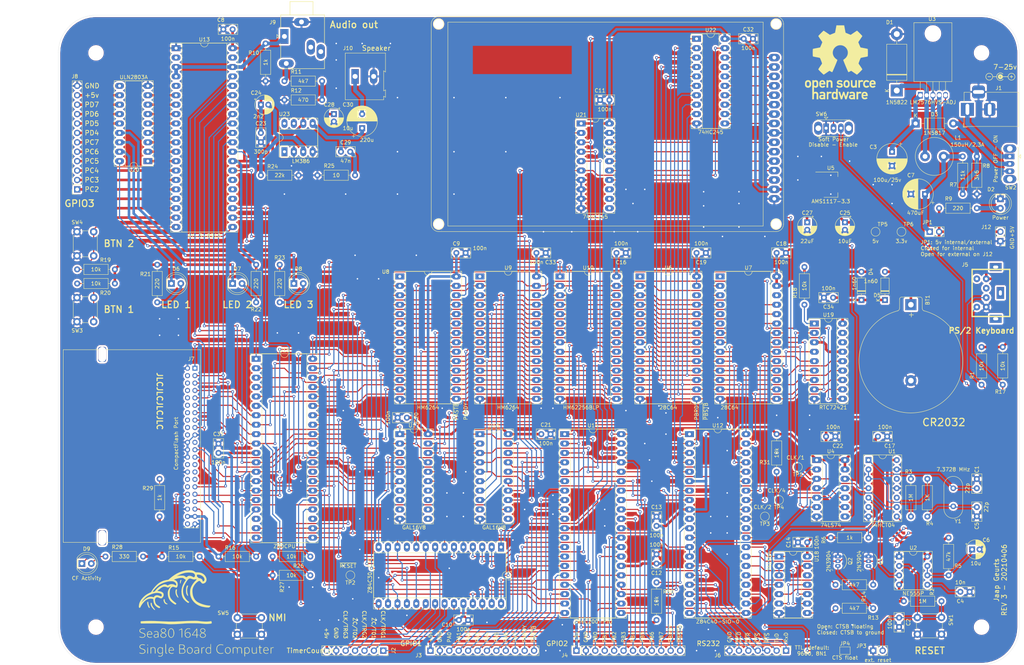
<source format=kicad_pcb>
(kicad_pcb (version 20171130) (host pcbnew 5.1.9-5.1.9)
  (layers (0 F.Cu signal) (31 B.Cu signal) (34 B.Paste user hide) (35 F.Paste user hide) (36 B.SilkS user) (37 F.SilkS user) (38 B.Mask user hide) (39 F.Mask user hide) (44 Edge.Cuts user))
  (net 0 "")
  (net 1 ~IORQ)
  (net 2 ~MREQ)
  (net 3 A7)
  (net 4 A6)
  (net 5 A5)
  (net 6 +5V)
  (net 7 GND)
  (net 8 CLK)
  (net 9 A14)
  (net 10 A13)
  (net 11 ~WR)
  (net 12 ~RD)
  (net 13 "Net-(C1-Pad1)")
  (net 14 "Net-(U6-Pad26)")
  (net 15 "Net-(U6-Pad1)")
  (net 16 "Net-(U7-Pad1)")
  (net 17 "Net-(BT1-Pad1)")
  (net 18 "Net-(C2-Pad1)")
  (net 19 "Net-(C3-Pad1)")
  (net 20 "Net-(C4-Pad1)")
  (net 21 "Net-(C5-Pad1)")
  (net 22 "Net-(C6-Pad1)")
  (net 23 "Net-(C7-Pad1)")
  (net 24 "Net-(C23-Pad1)")
  (net 25 +3V3)
  (net 26 "Net-(C29-Pad2)")
  (net 27 "Net-(C29-Pad1)")
  (net 28 "Net-(C30-Pad2)")
  (net 29 "Net-(D1-Pad1)")
  (net 30 "Net-(D2-Pad2)")
  (net 31 "Net-(D3-Pad2)")
  (net 32 "Net-(D6-Pad2)")
  (net 33 "Net-(D6-Pad1)")
  (net 34 "Net-(D7-Pad2)")
  (net 35 "Net-(D7-Pad1)")
  (net 36 "Net-(D8-Pad2)")
  (net 37 "Net-(D8-Pad1)")
  (net 38 "Net-(D9-Pad2)")
  (net 39 "Net-(D9-Pad1)")
  (net 40 "Net-(J1-Pad1)")
  (net 41 "Net-(J2-Pad5)")
  (net 42 "Net-(J2-Pad4)")
  (net 43 "Net-(J2-Pad3)")
  (net 44 "Net-(J2-Pad2)")
  (net 45 "Net-(J2-Pad1)")
  (net 46 "/Input Output/~PASTB")
  (net 47 "/Input Output/PARDY")
  (net 48 "/Input Output/PA7")
  (net 49 "/Input Output/PA6")
  (net 50 "/Input Output/PA5")
  (net 51 "/Input Output/PA4")
  (net 52 "/Input Output/PA3")
  (net 53 "/Input Output/PA2")
  (net 54 "/Input Output/PA1")
  (net 55 "/Input Output/PA0")
  (net 56 "/Input Output/~PBSTB")
  (net 57 "/Input Output/PBRDY")
  (net 58 "/Input Output/PB7")
  (net 59 "/Input Output/PB6")
  (net 60 "/Input Output/PB5")
  (net 61 "/Input Output/PB4")
  (net 62 "/Input Output/PB3")
  (net 63 "/Input Output/PB2")
  (net 64 "/Input Output/PB1")
  (net 65 "/Input Output/PB0")
  (net 66 "Net-(J5-Pad5)")
  (net 67 "Net-(J5-Pad6)")
  (net 68 "Net-(J5-Pad2)")
  (net 69 "Net-(J5-Pad1)")
  (net 70 "Net-(J7-Pad44)")
  (net 71 "Net-(J7-Pad38)")
  (net 72 ~CFS)
  (net 73 A2)
  (net 74 A0)
  (net 75 "Net-(J7-Pad34)")
  (net 76 A1)
  (net 77 "Net-(J7-Pad32)")
  (net 78 "Net-(J7-Pad31)")
  (net 79 "Net-(J7-Pad29)")
  (net 80 "Net-(J7-Pad28)")
  (net 81 "Net-(J7-Pad27)")
  (net 82 "Net-(J7-Pad21)")
  (net 83 "Net-(J7-Pad20)")
  (net 84 "Net-(J7-Pad18)")
  (net 85 D0)
  (net 86 "Net-(J7-Pad16)")
  (net 87 D1)
  (net 88 "Net-(J7-Pad14)")
  (net 89 D2)
  (net 90 "Net-(J7-Pad12)")
  (net 91 D3)
  (net 92 "Net-(J7-Pad10)")
  (net 93 D4)
  (net 94 "Net-(J7-Pad8)")
  (net 95 D5)
  (net 96 "Net-(J7-Pad6)")
  (net 97 D6)
  (net 98 "Net-(J7-Pad4)")
  (net 99 D7)
  (net 100 ~RESET)
  (net 101 "/Sound & LCD/PD7")
  (net 102 "/Sound & LCD/PD6")
  (net 103 "/Sound & LCD/PD5")
  (net 104 "/Sound & LCD/PD4")
  (net 105 "/Sound & LCD/PC7")
  (net 106 "/Sound & LCD/PC6")
  (net 107 "/Sound & LCD/PC5")
  (net 108 "/Sound & LCD/PC4")
  (net 109 "/Sound & LCD/PC3")
  (net 110 "/Sound & LCD/PC2")
  (net 111 "Net-(J9-PadTN)")
  (net 112 "Net-(J9-PadT)")
  (net 113 ~BUSACK)
  (net 114 ~BUSRQ)
  (net 115 ~HALT)
  (net 116 ~WAIT)
  (net 117 ~RFSH)
  (net 118 "/CPU & Decode Logic/A15")
  (net 119 ~NMI)
  (net 120 ~INT)
  (net 121 ~M1)
  (net 122 A12)
  (net 123 A11)
  (net 124 A10)
  (net 125 A9)
  (net 126 A8)
  (net 127 A4)
  (net 128 A3)
  (net 129 ~PWR)
  (net 130 "Net-(JP4-Pad2)")
  (net 131 "Net-(Q1-Pad3)")
  (net 132 "Net-(Q2-Pad3)")
  (net 133 "Net-(R3-Pad1)")
  (net 134 "Net-(R7-Pad2)")
  (net 135 "Net-(R13-Pad2)")
  (net 136 "Net-(R14-Pad2)")
  (net 137 "Net-(R18-Pad2)")
  (net 138 "Net-(R19-Pad2)")
  (net 139 "Net-(R20-Pad2)")
  (net 140 CLK-2)
  (net 141 CLK-4)
  (net 142 "Net-(U1-Pad12)")
  (net 143 "Net-(U1-Pad5)")
  (net 144 "Net-(U1-Pad10)")
  (net 145 "Net-(U1-Pad9)")
  (net 146 "Net-(U4-Pad2)")
  (net 147 "Net-(U4-Pad12)")
  (net 148 ~ROM0S)
  (net 149 "Net-(U7-Pad26)")
  (net 150 ~ROM1S)
  (net 151 ~RAM0S)
  (net 152 ~RAM1S)
  (net 153 ~RAM2S)
  (net 154 "Net-(U11-Pad13)")
  (net 155 "Net-(U11-Pad11)")
  (net 156 ~CTCS)
  (net 157 ~SIOS)
  (net 158 "Net-(U12-Pad30)")
  (net 159 "Net-(U12-Pad10)")
  (net 160 "/Input Output/PS2-DATA")
  (net 161 "/Input Output/PS2-CLOCK")
  (net 162 "Net-(U12-Pad7)")
  (net 163 "Net-(U12-Pad26)")
  (net 164 "Net-(U12-Pad24)")
  (net 165 "Net-(U13-Pad39)")
  (net 166 "Net-(U13-Pad13)")
  (net 167 "Net-(U13-Pad12)")
  (net 168 "Net-(U13-Pad11)")
  (net 169 "Net-(U13-Pad10)")
  (net 170 BC1)
  (net 171 "Net-(U13-Pad9)")
  (net 172 "Net-(U13-Pad8)")
  (net 173 BDIR)
  (net 174 "Net-(U13-Pad7)")
  (net 175 "Net-(U13-Pad26)")
  (net 176 "Net-(U13-Pad6)")
  (net 177 "Net-(U13-Pad25)")
  (net 178 "Net-(U13-Pad5)")
  (net 179 "Net-(U13-Pad24)")
  (net 180 "Net-(U13-Pad2)")
  (net 181 ~PIOS)
  (net 182 "Net-(U16-Pad9)")
  (net 183 ~RTCS)
  (net 184 ~TFTS)
  (net 185 "Net-(U16-Pad11)")
  (net 186 "Net-(U17-Pad9)")
  (net 187 "Net-(U17-Pad8)")
  (net 188 "Net-(U17-Pad7)")
  (net 189 "Net-(U17-Pad14)")
  (net 190 "Net-(U17-Pad13)")
  (net 191 "Net-(U17-Pad12)")
  (net 192 "Net-(U17-Pad11)")
  (net 193 "Net-(U18-Pad11)")
  (net 194 "Net-(U18-Pad12)")
  (net 195 "Net-(U18-Pad2)")
  (net 196 "Net-(U19-Pad17)")
  (net 197 "Net-(U19-Pad16)")
  (net 198 "Net-(U20-Pad10)")
  (net 199 "Net-(U21-Pad18)")
  (net 200 "Net-(U21-Pad17)")
  (net 201 "Net-(U21-Pad16)")
  (net 202 "Net-(U21-Pad15)")
  (net 203 "Net-(U21-Pad14)")
  (net 204 "Net-(U21-Pad13)")
  (net 205 "Net-(U21-Pad12)")
  (net 206 "Net-(U21-Pad11)")
  (net 207 "Net-(U22-Pad18)")
  (net 208 "Net-(U22-Pad17)")
  (net 209 "Net-(U22-Pad16)")
  (net 210 "Net-(U22-Pad15)")
  (net 211 "Net-(U22-Pad14)")
  (net 212 "Net-(U22-Pad13)")
  (net 213 "Net-(U22-Pad12)")
  (net 214 "Net-(U22-Pad11)")
  (net 215 "Net-(U23-Pad8)")
  (net 216 "Net-(U23-Pad7)")
  (net 217 "Net-(U23-Pad1)")
  (net 218 "Net-(J9-PadR)")
  (net 219 "Net-(J9-PadRN)")
  (net 220 "Net-(SW6-Pad2)")
  (net 221 "Net-(C24-Pad2)")
  (net 222 "Net-(C34-Pad1)")
  (net 223 "/Input Output/RXD")
  (net 224 "/Input Output/TXD")
  (net 225 "/Input Output/~RTS")
  (net 226 "/Input Output/~CTS")
  (net 227 "/Input Output/~DTR")
  (net 228 "/Input Output/~DCD")
  (net 229 "/Input Output/RxTxCA")
  (net 230 "Net-(R30-Pad2)")
  (net 231 "Net-(R31-Pad2)")
  (module Resistor_THT:R_Axial_DIN0207_L6.3mm_D2.5mm_P10.16mm_Horizontal (layer F.Cu) (at 335.28 136.525 270)
    (fp_text reference R1 (at 7.62 2.54 90) (layer F.SilkS))
    (fp_text value 10k (at 5.08 0 90) (layer F.SilkS))
    (pad 2 thru_hole oval (at 10.16 0 270) (size 1.6 1.6) (drill 0.8) (layers *.Cu *.Mask) (net 69 "Net-(J5-Pad1)"))
    (pad 1 thru_hole circle (at 0 0 270) (size 1.6 1.6) (drill 0.8) (layers *.Cu *.Mask) (net 6 +5V))
  )
  (module Button_Switch_THT:SW_PUSH_6mm (layer F.Cu) (at 324.485 213.995 180)
    (fp_text reference SW1 (at -2.54 3.81 270) (layer F.SilkS))
    (fp_text value RESET (at 3.175 -4.445) (layer F.SilkS) (effects (font (size 1.8 1.8) (thickness 0.3))))
    (pad 1 thru_hole circle (at 6.5 0 270) (size 2 2) (drill 1.1) (layers *.Cu *.Mask) (net 7 GND))
    (pad 2 thru_hole circle (at 6.5 4.5 270) (size 2 2) (drill 1.1) (layers *.Cu *.Mask) (net 18 "Net-(C2-Pad1)"))
    (pad 1 thru_hole circle (at 0 0 270) (size 2 2) (drill 1.1) (layers *.Cu *.Mask) (net 7 GND))
    (pad 2 thru_hole circle (at 0 4.5 270) (size 2 2) (drill 1.1) (layers *.Cu *.Mask) (net 18 "Net-(C2-Pad1)"))
  )
  (module Resistor_THT:R_Axial_DIN0207_L6.3mm_D2.5mm_P10.16mm_Horizontal (layer F.Cu) (at 316.23 182.245 90)
    (fp_text reference R3 (at 12.065 -0.635 180) (layer F.SilkS))
    (fp_text value 1M (at 5.08 0 90) (layer F.SilkS))
    (pad 2 thru_hole oval (at 10.16 0 90) (size 1.6 1.6) (drill 0.8) (layers *.Cu *.Mask) (net 13 "Net-(C1-Pad1)"))
    (pad 1 thru_hole circle (at 0 0 90) (size 1.6 1.6) (drill 0.8) (layers *.Cu *.Mask) (net 133 "Net-(R3-Pad1)"))
  )
  (module Resistor_THT:R_Axial_DIN0207_L6.3mm_D2.5mm_P10.16mm_Horizontal (layer F.Cu) (at 306.07 207.01 180)
    (fp_text reference R13 (at 0 -2.54) (layer F.SilkS))
    (fp_text value 4k7 (at 5.08 0) (layer F.SilkS))
    (pad 2 thru_hole oval (at 10.16 0 180) (size 1.6 1.6) (drill 0.8) (layers *.Cu *.Mask) (net 135 "Net-(R13-Pad2)"))
    (pad 1 thru_hole circle (at 0 0 180) (size 1.6 1.6) (drill 0.8) (layers *.Cu *.Mask) (net 132 "Net-(Q2-Pad3)"))
  )
  (module Resistor_THT:R_Axial_DIN0207_L6.3mm_D2.5mm_P10.16mm_Horizontal (layer F.Cu) (at 306.07 200.66 180)
    (fp_text reference R14 (at 2.54 -3.175 270) (layer F.SilkS))
    (fp_text value 4k7 (at 5.08 0) (layer F.SilkS))
    (pad 2 thru_hole oval (at 10.16 0 180) (size 1.6 1.6) (drill 0.8) (layers *.Cu *.Mask) (net 136 "Net-(R14-Pad2)"))
    (pad 1 thru_hole circle (at 0 0 180) (size 1.6 1.6) (drill 0.8) (layers *.Cu *.Mask) (net 131 "Net-(Q1-Pad3)"))
  )
  (module Package_DIP:DIP-14_W7.62mm_Socket_LongPads (layer F.Cu) (at 280.67 193.04)
    (fp_text reference U18 (at 10.16 0 270) (layer F.SilkS))
    (fp_text value 74LS04 (at -2.54 1.27 270) (layer F.SilkS))
    (pad 14 thru_hole oval (at 7.62 0) (size 2.4 1.6) (drill 0.8) (layers *.Cu *.Mask) (net 6 +5V))
    (pad 7 thru_hole oval (at 0 15.24) (size 2.4 1.6) (drill 0.8) (layers *.Cu *.Mask) (net 7 GND))
    (pad 13 thru_hole oval (at 7.62 2.54) (size 2.4 1.6) (drill 0.8) (layers *.Cu *.Mask) (net 7 GND))
    (pad 6 thru_hole oval (at 0 12.7) (size 2.4 1.6) (drill 0.8) (layers *.Cu *.Mask) (net 193 "Net-(U18-Pad11)"))
    (pad 12 thru_hole oval (at 7.62 5.08) (size 2.4 1.6) (drill 0.8) (layers *.Cu *.Mask) (net 194 "Net-(U18-Pad12)"))
    (pad 5 thru_hole oval (at 0 10.16) (size 2.4 1.6) (drill 0.8) (layers *.Cu *.Mask) (net 66 "Net-(J5-Pad5)"))
    (pad 11 thru_hole oval (at 7.62 7.62) (size 2.4 1.6) (drill 0.8) (layers *.Cu *.Mask) (net 193 "Net-(U18-Pad11)"))
    (pad 4 thru_hole oval (at 0 7.62) (size 2.4 1.6) (drill 0.8) (layers *.Cu *.Mask) (net 160 "/Input Output/PS2-DATA"))
    (pad 10 thru_hole oval (at 7.62 10.16) (size 2.4 1.6) (drill 0.8) (layers *.Cu *.Mask) (net 161 "/Input Output/PS2-CLOCK"))
    (pad 3 thru_hole oval (at 0 5.08) (size 2.4 1.6) (drill 0.8) (layers *.Cu *.Mask) (net 195 "Net-(U18-Pad2)"))
    (pad 9 thru_hole oval (at 7.62 12.7) (size 2.4 1.6) (drill 0.8) (layers *.Cu *.Mask) (net 163 "Net-(U12-Pad26)"))
    (pad 2 thru_hole oval (at 0 2.54) (size 2.4 1.6) (drill 0.8) (layers *.Cu *.Mask) (net 195 "Net-(U18-Pad2)"))
    (pad 8 thru_hole oval (at 7.62 15.24) (size 2.4 1.6) (drill 0.8) (layers *.Cu *.Mask) (net 135 "Net-(R13-Pad2)"))
    (pad 1 thru_hole rect (at 0 0) (size 2.4 1.6) (drill 0.8) (layers *.Cu *.Mask) (net 69 "Net-(J5-Pad1)"))
  )
  (module Capacitor_THT:C_Disc_D5.0mm_W2.5mm_P2.50mm (layer F.Cu) (at 288.29 189.23 180)
    (fp_text reference C14 (at 5.08 0 270) (layer F.SilkS))
    (fp_text value 100n (at -2.54 0 270) (layer F.SilkS))
    (pad 2 thru_hole circle (at 2.5 0 180) (size 1.6 1.6) (drill 0.8) (layers *.Cu *.Mask) (net 7 GND))
    (pad 1 thru_hole circle (at 0 0 180) (size 1.6 1.6) (drill 0.8) (layers *.Cu *.Mask) (net 6 +5V))
  )
  (module Resistor_THT:R_Axial_DIN0207_L6.3mm_D2.5mm_P10.16mm_Horizontal (layer F.Cu) (at 294.64 187.96)
    (fp_text reference R6 (at -1.905 0.635 270) (layer F.SilkS))
    (fp_text value 1k (at 5.08 0) (layer F.SilkS))
    (pad 2 thru_hole oval (at 10.16 0) (size 1.6 1.6) (drill 0.8) (layers *.Cu *.Mask) (net 100 ~RESET))
    (pad 1 thru_hole circle (at 0 0) (size 1.6 1.6) (drill 0.8) (layers *.Cu *.Mask) (net 6 +5V))
  )
  (module Connector_PinSocket_2.54mm:PinSocket_1x12_P2.54mm_Vertical (layer F.Cu) (at 226.06 218.44 90)
    (fp_text reference J4 (at -1.27 -3.175 180) (layer F.SilkS))
    (fp_text value GPIO2 (at 1.905 -8.255) (layer F.SilkS) (effects (font (size 1.3 1.3) (thickness 0.2)) (justify left)))
    (pad 12 thru_hole oval (at 0 27.94 90) (size 1.7 1.7) (drill 1) (layers *.Cu *.Mask) (net 56 "/Input Output/~PBSTB"))
    (pad 11 thru_hole oval (at 0 25.4 90) (size 1.7 1.7) (drill 1) (layers *.Cu *.Mask) (net 57 "/Input Output/PBRDY"))
    (pad 10 thru_hole oval (at 0 22.86 90) (size 1.7 1.7) (drill 1) (layers *.Cu *.Mask) (net 58 "/Input Output/PB7"))
    (pad 9 thru_hole oval (at 0 20.32 90) (size 1.7 1.7) (drill 1) (layers *.Cu *.Mask) (net 59 "/Input Output/PB6"))
    (pad 8 thru_hole oval (at 0 17.78 90) (size 1.7 1.7) (drill 1) (layers *.Cu *.Mask) (net 60 "/Input Output/PB5"))
    (pad 7 thru_hole oval (at 0 15.24 90) (size 1.7 1.7) (drill 1) (layers *.Cu *.Mask) (net 61 "/Input Output/PB4"))
    (pad 6 thru_hole oval (at 0 12.7 90) (size 1.7 1.7) (drill 1) (layers *.Cu *.Mask) (net 62 "/Input Output/PB3"))
    (pad 5 thru_hole oval (at 0 10.16 90) (size 1.7 1.7) (drill 1) (layers *.Cu *.Mask) (net 63 "/Input Output/PB2"))
    (pad 4 thru_hole oval (at 0 7.62 90) (size 1.7 1.7) (drill 1) (layers *.Cu *.Mask) (net 64 "/Input Output/PB1"))
    (pad 3 thru_hole oval (at 0 5.08 90) (size 1.7 1.7) (drill 1) (layers *.Cu *.Mask) (net 65 "/Input Output/PB0"))
    (pad 2 thru_hole oval (at 0 2.54 90) (size 1.7 1.7) (drill 1) (layers *.Cu *.Mask) (net 7 GND))
    (pad 1 thru_hole rect (at 0 0 90) (size 1.7 1.7) (drill 1) (layers *.Cu *.Mask) (net 6 +5V))
  )
  (module Personal:OPENSMART-3.5in-LCD (layer F.Cu) (at 233.68 78.74)
    (fp_text reference U24 (at 0.9144 4.4577) (layer F.SilkS))
    (fp_text value OPEN-SMART-3.5"-LCD)
    (pad 15 thru_hole oval (at 45.7156 -17.7852) (size 3 2) (drill oval 1) (layers *.Cu *.Mask) (net 208 "Net-(U22-Pad17)"))
    (pad 14 thru_hole oval (at 45.7156 -15.2452) (size 3 2) (drill oval 1) (layers *.Cu *.Mask) (net 209 "Net-(U22-Pad16)"))
    (pad 13 thru_hole oval (at 45.7156 -12.7052) (size 3 2) (drill oval 1) (layers *.Cu *.Mask) (net 210 "Net-(U22-Pad15)"))
    (pad 12 thru_hole oval (at 45.7156 -10.1652) (size 3 2) (drill oval 1) (layers *.Cu *.Mask) (net 211 "Net-(U22-Pad14)"))
    (pad 11 thru_hole oval (at 45.7156 -7.6252) (size 3 2) (drill oval 1) (layers *.Cu *.Mask) (net 212 "Net-(U22-Pad13)"))
    (pad 10 thru_hole oval (at 45.7156 -5.0852) (size 3 2) (drill oval 1) (layers *.Cu *.Mask) (net 213 "Net-(U22-Pad12)"))
    (pad 9 thru_hole oval (at 45.7156 -2.5452) (size 3 2) (drill oval 1) (layers *.Cu *.Mask) (net 214 "Net-(U22-Pad11)"))
    (pad 8 thru_hole oval (at 45.7156 -0.0052) (size 3 2) (drill oval 1) (layers *.Cu *.Mask) (net 7 GND))
    (pad 7 thru_hole oval (at 45.7156 2.5348) (size 3 2) (drill oval 1) (layers *.Cu *.Mask) (net 199 "Net-(U21-Pad18)"))
    (pad 6 thru_hole oval (at 45.7156 5.0748) (size 3 2) (drill oval 1) (layers *.Cu *.Mask) (net 200 "Net-(U21-Pad17)"))
    (pad 5 thru_hole oval (at 45.7156 7.6148) (size 3 2) (drill oval 1) (layers *.Cu *.Mask) (net 201 "Net-(U21-Pad16)"))
    (pad 4 thru_hole oval (at 45.7156 10.1548) (size 3 2) (drill oval 1) (layers *.Cu *.Mask) (net 202 "Net-(U21-Pad15)"))
    (pad 3 thru_hole oval (at 45.7156 12.6948) (size 3 2) (drill oval 1) (layers *.Cu *.Mask) (net 203 "Net-(U21-Pad14)"))
    (pad 2 thru_hole oval (at 45.7156 15.2348) (size 3 2) (drill oval 1) (layers *.Cu *.Mask) (net 25 +3V3))
    (pad 1 thru_hole oval (at 45.7156 17.7748) (size 3 2) (drill oval 1) (layers *.Cu *.Mask) (net 7 GND))
    (pad 16 thru_hole oval (at 45.7156 -20.3252) (size 3 2) (drill oval 1) (layers *.Cu *.Mask) (net 207 "Net-(U22-Pad18)"))
    (pad "" np_thru_hole circle (at -44.7844 24.6148) (size 2.1 2.1) (drill 2.1) (layers *.Cu *.Mask))
    (pad "" np_thru_hole circle (at -44.7844 -29.3852) (size 2.1 2.1) (drill 2.1) (layers *.Cu *.Mask))
    (pad "" np_thru_hole circle (at 46.2156 -29.3852) (size 2.1 2.1) (drill 2.1) (layers *.Cu *.Mask))
    (pad "" np_thru_hole circle (at 46.2156 24.6148) (size 2.1 2.1) (drill 2.1) (layers *.Cu *.Mask))
  )
  (module Connector_PinSocket_2.54mm:PinSocket_1x07_P2.54mm_Vertical (layer F.Cu) (at 173.99 218.44 270)
    (fp_text reference J2 (at 0 -2.77 90) (layer F.SilkS))
    (fp_text value TimerCounter (at 0 19.685 180) (layer F.SilkS) (effects (font (size 1.3 1.3) (thickness 0.2))))
    (pad 1 thru_hole rect (at 0 0 270) (size 1.7 1.7) (drill 1) (layers *.Cu *.Mask) (net 45 "Net-(J2-Pad1)"))
    (pad 2 thru_hole oval (at 0 2.54 270) (size 1.7 1.7) (drill 1) (layers *.Cu *.Mask) (net 44 "Net-(J2-Pad2)"))
    (pad 3 thru_hole oval (at 0 5.08 270) (size 1.7 1.7) (drill 1) (layers *.Cu *.Mask) (net 43 "Net-(J2-Pad3)"))
    (pad 4 thru_hole oval (at 0 7.62 270) (size 1.7 1.7) (drill 1) (layers *.Cu *.Mask) (net 42 "Net-(J2-Pad4)"))
    (pad 5 thru_hole oval (at 0 10.16 270) (size 1.7 1.7) (drill 1) (layers *.Cu *.Mask) (net 41 "Net-(J2-Pad5)"))
    (pad 6 thru_hole oval (at 0 12.7 270) (size 1.7 1.7) (drill 1) (layers *.Cu *.Mask) (net 7 GND))
    (pad 7 thru_hole oval (at 0 15.24 270) (size 1.7 1.7) (drill 1) (layers *.Cu *.Mask) (net 6 +5V))
  )
  (module Resistor_THT:R_Axial_DIN0207_L6.3mm_D2.5mm_P10.16mm_Horizontal (layer F.Cu) (at 247.65 210.185 90)
    (fp_text reference R30 (at 7.62 3.175 180) (layer F.SilkS))
    (fp_text value 10k (at 5.08 0 90) (layer F.SilkS))
    (pad 2 thru_hole oval (at 10.16 0 90) (size 1.6 1.6) (drill 0.8) (layers *.Cu *.Mask) (net 230 "Net-(R30-Pad2)"))
    (pad 1 thru_hole circle (at 0 0 90) (size 1.6 1.6) (drill 0.8) (layers *.Cu *.Mask) (net 6 +5V))
  )
  (module Capacitor_THT:C_Disc_D5.0mm_W2.5mm_P2.50mm (layer F.Cu) (at 247.65 184.785 90)
    (fp_text reference C13 (at 5.08 0 180) (layer F.SilkS))
    (fp_text value 100n (at -2.54 0 180) (layer F.SilkS))
    (pad 2 thru_hole circle (at 2.5 0 90) (size 1.6 1.6) (drill 0.8) (layers *.Cu *.Mask) (net 7 GND))
    (pad 1 thru_hole circle (at 0 0 90) (size 1.6 1.6) (drill 0.8) (layers *.Cu *.Mask) (net 6 +5V))
  )
  (module Resistor_THT:R_Axial_DIN0207_L6.3mm_D2.5mm_P10.16mm_Horizontal (layer F.Cu) (at 280.035 160.02 270)
    (fp_text reference R31 (at 7.62 3.175 180) (layer F.SilkS))
    (fp_text value 10k (at 5.08 0 90) (layer F.SilkS))
    (pad 2 thru_hole oval (at 10.16 0 270) (size 1.6 1.6) (drill 0.8) (layers *.Cu *.Mask) (net 231 "Net-(R31-Pad2)"))
    (pad 1 thru_hole circle (at 0 0 270) (size 1.6 1.6) (drill 0.8) (layers *.Cu *.Mask) (net 6 +5V))
  )
  (module Personal:CompactFlash_Module (layer F.Cu) (at 123.19 142.24)
    (fp_text reference J7 (at -1 -2.5) (layer F.SilkS))
    (fp_text value "CompactFlash Port" (at -5.08 20.32 90) (layer F.SilkS))
    (pad "" np_thru_hole roundrect (at -25 45.75) (size 2.1 4) (drill oval 2.1 4) (layers *.Cu *.Mask))
    (pad "" np_thru_hole roundrect (at -25 -3.75) (size 2.1 4) (drill oval 2.1 4) (layers *.Cu *.Mask))
    (pad 44 thru_hole oval (at -2 42) (size 1.35 1.35) (drill 0.8) (layers *.Cu *.Mask) (net 70 "Net-(J7-Pad44)"))
    (pad 43 thru_hole oval (at 0 42) (size 1.35 1.35) (drill 0.8) (layers *.Cu *.Mask) (net 7 GND))
    (pad 42 thru_hole oval (at -2 40) (size 1.35 1.35) (drill 0.8) (layers *.Cu *.Mask) (net 6 +5V))
    (pad 41 thru_hole oval (at 0 40) (size 1.35 1.35) (drill 0.8) (layers *.Cu *.Mask) (net 6 +5V))
    (pad 40 thru_hole oval (at -2 38) (size 1.35 1.35) (drill 0.8) (layers *.Cu *.Mask) (net 7 GND))
    (pad 39 thru_hole oval (at 0 38) (size 1.35 1.35) (drill 0.8) (layers *.Cu *.Mask) (net 39 "Net-(D9-Pad1)"))
    (pad 38 thru_hole oval (at -2 36) (size 1.35 1.35) (drill 0.8) (layers *.Cu *.Mask) (net 71 "Net-(J7-Pad38)"))
    (pad 37 thru_hole oval (at 0 36) (size 1.35 1.35) (drill 0.8) (layers *.Cu *.Mask) (net 72 ~CFS))
    (pad 36 thru_hole oval (at -2 34) (size 1.35 1.35) (drill 0.8) (layers *.Cu *.Mask) (net 73 A2))
    (pad 35 thru_hole oval (at 0 34) (size 1.35 1.35) (drill 0.8) (layers *.Cu *.Mask) (net 74 A0))
    (pad 34 thru_hole oval (at -2 32) (size 1.35 1.35) (drill 0.8) (layers *.Cu *.Mask) (net 75 "Net-(J7-Pad34)"))
    (pad 33 thru_hole oval (at 0 32) (size 1.35 1.35) (drill 0.8) (layers *.Cu *.Mask) (net 76 A1))
    (pad 32 thru_hole oval (at -2 30) (size 1.35 1.35) (drill 0.8) (layers *.Cu *.Mask) (net 77 "Net-(J7-Pad32)"))
    (pad 31 thru_hole oval (at 0 30) (size 1.35 1.35) (drill 0.8) (layers *.Cu *.Mask) (net 78 "Net-(J7-Pad31)"))
    (pad 30 thru_hole oval (at -2 28) (size 1.35 1.35) (drill 0.8) (layers *.Cu *.Mask) (net 7 GND))
    (pad 29 thru_hole oval (at 0 28) (size 1.35 1.35) (drill 0.8) (layers *.Cu *.Mask) (net 79 "Net-(J7-Pad29)"))
    (pad 28 thru_hole oval (at -2 26) (size 1.35 1.35) (drill 0.8) (layers *.Cu *.Mask) (net 80 "Net-(J7-Pad28)"))
    (pad 27 thru_hole oval (at 0 26) (size 1.35 1.35) (drill 0.8) (layers *.Cu *.Mask) (net 81 "Net-(J7-Pad27)"))
    (pad 26 thru_hole oval (at -2 24) (size 1.35 1.35) (drill 0.8) (layers *.Cu *.Mask) (net 7 GND))
    (pad 25 thru_hole oval (at 0 24) (size 1.35 1.35) (drill 0.8) (layers *.Cu *.Mask) (net 12 ~RD))
    (pad 24 thru_hole oval (at -2 22) (size 1.35 1.35) (drill 0.8) (layers *.Cu *.Mask) (net 7 GND))
    (pad 23 thru_hole oval (at 0 22) (size 1.35 1.35) (drill 0.8) (layers *.Cu *.Mask) (net 11 ~WR))
    (pad 22 thru_hole oval (at -2 20) (size 1.35 1.35) (drill 0.8) (layers *.Cu *.Mask) (net 7 GND))
    (pad 21 thru_hole oval (at 0 20) (size 1.35 1.35) (drill 0.8) (layers *.Cu *.Mask) (net 82 "Net-(J7-Pad21)"))
    (pad 20 thru_hole oval (at -2 18) (size 1.35 1.35) (drill 0.8) (layers *.Cu *.Mask) (net 83 "Net-(J7-Pad20)"))
    (pad 19 thru_hole oval (at 0 18) (size 1.35 1.35) (drill 0.8) (layers *.Cu *.Mask) (net 7 GND))
    (pad 18 thru_hole oval (at -2 16) (size 1.35 1.35) (drill 0.8) (layers *.Cu *.Mask) (net 84 "Net-(J7-Pad18)"))
    (pad 17 thru_hole oval (at 0 16) (size 1.35 1.35) (drill 0.8) (layers *.Cu *.Mask) (net 85 D0))
    (pad 16 thru_hole oval (at -2 14) (size 1.35 1.35) (drill 0.8) (layers *.Cu *.Mask) (net 86 "Net-(J7-Pad16)"))
    (pad 15 thru_hole oval (at 0 14) (size 1.35 1.35) (drill 0.8) (layers *.Cu *.Mask) (net 87 D1))
    (pad 14 thru_hole oval (at -2 12) (size 1.35 1.35) (drill 0.8) (layers *.Cu *.Mask) (net 88 "Net-(J7-Pad14)"))
    (pad 13 thru_hole oval (at 0 12) (size 1.35 1.35) (drill 0.8) (layers *.Cu *.Mask) (net 89 D2))
    (pad 12 thru_hole oval (at -2 10) (size 1.35 1.35) (drill 0.8) (layers *.Cu *.Mask) (net 90 "Net-(J7-Pad12)"))
    (pad 11 thru_hole oval (at 0 10) (size 1.35 1.35) (drill 0.8) (layers *.Cu *.Mask) (net 91 D3))
    (pad 10 thru_hole oval (at -2 8) (size 1.35 1.35) (drill 0.8) (layers *.Cu *.Mask) (net 92 "Net-(J7-Pad10)"))
    (pad 9 thru_hole oval (at 0 8) (size 1.35 1.35) (drill 0.8) (layers *.Cu *.Mask) (net 93 D4))
    (pad 8 thru_hole oval (at -2 6) (size 1.35 1.35) (drill 0.8) (layers *.Cu *.Mask) (net 94 "Net-(J7-Pad8)"))
    (pad 7 thru_hole oval (at 0 6) (size 1.35 1.35) (drill 0.8) (layers *.Cu *.Mask) (net 95 D5))
    (pad 6 thru_hole oval (at -2 4) (size 1.35 1.35) (drill 0.8) (layers *.Cu *.Mask) (net 96 "Net-(J7-Pad6)"))
    (pad 5 thru_hole oval (at 0 4) (size 1.35 1.35) (drill 0.8) (layers *.Cu *.Mask) (net 97 D6))
    (pad 4 thru_hole oval (at -2 2) (size 1.35 1.35) (drill 0.8) (layers *.Cu *.Mask) (net 98 "Net-(J7-Pad4)"))
    (pad 3 thru_hole oval (at 0 2) (size 1.35 1.35) (drill 0.8) (layers *.Cu *.Mask) (net 99 D7))
    (pad 2 thru_hole oval (at -2 0) (size 1.35 1.35) (drill 0.8) (layers *.Cu *.Mask) (net 7 GND))
    (pad 1 thru_hole rect (at 0 0) (size 1.35 1.35) (drill 0.8) (layers *.Cu *.Mask) (net 100 ~RESET))
  )
  (module Symbol:OSHW-Logo_19x20mm_SilkScreen (layer F.Cu) (at 297.18 59.69)
    (fp_text reference H6 hide)
    (fp_text value "PlaceHolder for OS Hardware" hide)
  )
  (module z80_computer:wave_logo (layer F.Cu) (at 126.365 208.28)
    (fp_text reference H5 hide)
    (fp_text value "PlaceHolder Sea80" hide)
  )
  (module Package_DIP:DIP-40_W15.24mm_Socket_LongPads (layer F.Cu) (at 256.54 160.02)
    (fp_text reference U12 (at 7.62 -2.33) (layer F.SilkS))
    (fp_text value Z84C40-SIO-0 (at 7.62 50.59) (layer F.SilkS))
    (pad 40 thru_hole oval (at 15.24 0) (size 2.4 1.6) (drill 0.8) (layers *.Cu *.Mask) (net 85 D0))
    (pad 20 thru_hole oval (at 0 48.26) (size 2.4 1.6) (drill 0.8) (layers *.Cu *.Mask) (net 8 CLK))
    (pad 39 thru_hole oval (at 15.24 2.54) (size 2.4 1.6) (drill 0.8) (layers *.Cu *.Mask) (net 89 D2))
    (pad 19 thru_hole oval (at 0 45.72) (size 2.4 1.6) (drill 0.8) (layers *.Cu *.Mask) (net 228 "/Input Output/~DCD"))
    (pad 38 thru_hole oval (at 15.24 5.08) (size 2.4 1.6) (drill 0.8) (layers *.Cu *.Mask) (net 93 D4))
    (pad 18 thru_hole oval (at 0 43.18) (size 2.4 1.6) (drill 0.8) (layers *.Cu *.Mask) (net 226 "/Input Output/~CTS"))
    (pad 37 thru_hole oval (at 15.24 7.62) (size 2.4 1.6) (drill 0.8) (layers *.Cu *.Mask) (net 97 D6))
    (pad 17 thru_hole oval (at 0 40.64) (size 2.4 1.6) (drill 0.8) (layers *.Cu *.Mask) (net 225 "/Input Output/~RTS"))
    (pad 36 thru_hole oval (at 15.24 10.16) (size 2.4 1.6) (drill 0.8) (layers *.Cu *.Mask) (net 1 ~IORQ))
    (pad 16 thru_hole oval (at 0 38.1) (size 2.4 1.6) (drill 0.8) (layers *.Cu *.Mask) (net 227 "/Input Output/~DTR"))
    (pad 35 thru_hole oval (at 15.24 12.7) (size 2.4 1.6) (drill 0.8) (layers *.Cu *.Mask) (net 157 ~SIOS))
    (pad 15 thru_hole oval (at 0 35.56) (size 2.4 1.6) (drill 0.8) (layers *.Cu *.Mask) (net 224 "/Input Output/TXD"))
    (pad 34 thru_hole oval (at 15.24 15.24) (size 2.4 1.6) (drill 0.8) (layers *.Cu *.Mask) (net 74 A0))
    (pad 14 thru_hole oval (at 0 33.02) (size 2.4 1.6) (drill 0.8) (layers *.Cu *.Mask) (net 229 "/Input Output/RxTxCA"))
    (pad 33 thru_hole oval (at 15.24 17.78) (size 2.4 1.6) (drill 0.8) (layers *.Cu *.Mask) (net 76 A1))
    (pad 13 thru_hole oval (at 0 30.48) (size 2.4 1.6) (drill 0.8) (layers *.Cu *.Mask) (net 229 "/Input Output/RxTxCA"))
    (pad 32 thru_hole oval (at 15.24 20.32) (size 2.4 1.6) (drill 0.8) (layers *.Cu *.Mask) (net 12 ~RD))
    (pad 12 thru_hole oval (at 0 27.94) (size 2.4 1.6) (drill 0.8) (layers *.Cu *.Mask) (net 223 "/Input Output/RXD"))
    (pad 31 thru_hole oval (at 15.24 22.86) (size 2.4 1.6) (drill 0.8) (layers *.Cu *.Mask) (net 7 GND))
    (pad 11 thru_hole oval (at 0 25.4) (size 2.4 1.6) (drill 0.8) (layers *.Cu *.Mask) (net 230 "Net-(R30-Pad2)"))
    (pad 30 thru_hole oval (at 15.24 25.4) (size 2.4 1.6) (drill 0.8) (layers *.Cu *.Mask) (net 158 "Net-(U12-Pad30)"))
    (pad 10 thru_hole oval (at 0 22.86) (size 2.4 1.6) (drill 0.8) (layers *.Cu *.Mask) (net 159 "Net-(U12-Pad10)"))
    (pad 29 thru_hole oval (at 15.24 27.94) (size 2.4 1.6) (drill 0.8) (layers *.Cu *.Mask) (net 231 "Net-(R31-Pad2)"))
    (pad 9 thru_hole oval (at 0 20.32) (size 2.4 1.6) (drill 0.8) (layers *.Cu *.Mask) (net 6 +5V))
    (pad 28 thru_hole oval (at 15.24 30.48) (size 2.4 1.6) (drill 0.8) (layers *.Cu *.Mask) (net 160 "/Input Output/PS2-DATA"))
    (pad 8 thru_hole oval (at 0 17.78) (size 2.4 1.6) (drill 0.8) (layers *.Cu *.Mask) (net 121 ~M1))
    (pad 27 thru_hole oval (at 15.24 33.02) (size 2.4 1.6) (drill 0.8) (layers *.Cu *.Mask) (net 161 "/Input Output/PS2-CLOCK"))
    (pad 7 thru_hole oval (at 0 15.24) (size 2.4 1.6) (drill 0.8) (layers *.Cu *.Mask) (net 162 "Net-(U12-Pad7)"))
    (pad 26 thru_hole oval (at 15.24 35.56) (size 2.4 1.6) (drill 0.8) (layers *.Cu *.Mask) (net 163 "Net-(U12-Pad26)"))
    (pad 6 thru_hole oval (at 0 12.7) (size 2.4 1.6) (drill 0.8) (layers *.Cu *.Mask) (net 6 +5V))
    (pad 25 thru_hole oval (at 15.24 38.1) (size 2.4 1.6) (drill 0.8) (layers *.Cu *.Mask) (net 136 "Net-(R14-Pad2)"))
    (pad 5 thru_hole oval (at 0 10.16) (size 2.4 1.6) (drill 0.8) (layers *.Cu *.Mask) (net 120 ~INT))
    (pad 24 thru_hole oval (at 15.24 40.64) (size 2.4 1.6) (drill 0.8) (layers *.Cu *.Mask) (net 164 "Net-(U12-Pad24)"))
    (pad 4 thru_hole oval (at 0 7.62) (size 2.4 1.6) (drill 0.8) (layers *.Cu *.Mask) (net 99 D7))
    (pad 23 thru_hole oval (at 15.24 43.18) (size 2.4 1.6) (drill 0.8) (layers *.Cu *.Mask) (net 130 "Net-(JP4-Pad2)"))
    (pad 3 thru_hole oval (at 0 5.08) (size 2.4 1.6) (drill 0.8) (layers *.Cu *.Mask) (net 95 D5))
    (pad 22 thru_hole oval (at 15.24 45.72) (size 2.4 1.6) (drill 0.8) (layers *.Cu *.Mask) (net 69 "Net-(J5-Pad1)"))
    (pad 2 thru_hole oval (at 0 2.54) (size 2.4 1.6) (drill 0.8) (layers *.Cu *.Mask) (net 91 D3))
    (pad 21 thru_hole oval (at 15.24 48.26) (size 2.4 1.6) (drill 0.8) (layers *.Cu *.Mask) (net 100 ~RESET))
    (pad 1 thru_hole rect (at 0 0) (size 2.4 1.6) (drill 0.8) (layers *.Cu *.Mask) (net 87 D1))
  )
  (module Capacitor_THT:CP_Radial_D8.0mm_P3.80mm (layer F.Cu) (at 168.275 77.47 90)
    (fp_text reference C30 (at 6.35 -3.81 180) (layer F.SilkS))
    (fp_text value 220u (at -3.175 1.27 180) (layer F.SilkS))
    (pad 2 thru_hole circle (at 3.8 0 90) (size 1.6 1.6) (drill 0.8) (layers *.Cu *.Mask) (net 28 "Net-(C30-Pad2)"))
    (pad 1 thru_hole rect (at 0 0 90) (size 1.6 1.6) (drill 0.8) (layers *.Cu *.Mask) (net 27 "Net-(C29-Pad1)"))
  )
  (module Symbol:Symbol_Barrel_Polarity (layer F.Cu) (at 340.36 63.5)
    (fp_text reference H7 hide)
    (fp_text value "Placeholder Graphic" hide)
  )
  (module Capacitor_THT:C_Disc_D5.0mm_W2.5mm_P2.50mm (layer F.Cu) (at 215.265 111.125)
    (fp_text reference C33 (at 3.81 2.54) (layer F.SilkS))
    (fp_text value 100n (at 0 2.5) (layer F.SilkS))
    (pad 2 thru_hole circle (at 2.5 0) (size 1.6 1.6) (drill 0.8) (layers *.Cu *.Mask) (net 7 GND))
    (pad 1 thru_hole circle (at 0 0) (size 1.6 1.6) (drill 0.8) (layers *.Cu *.Mask) (net 6 +5V))
  )
  (module Capacitor_THT:CP_Radial_D8.0mm_P3.80mm (layer F.Cu) (at 320.04 95.25 180)
    (fp_text reference C7 (at 3.81 5.08) (layer F.SilkS))
    (fp_text value 470uF (at 2.54 -5.08) (layer F.SilkS))
    (pad 2 thru_hole circle (at 3.8 0 180) (size 1.6 1.6) (drill 0.8) (layers *.Cu *.Mask) (net 7 GND))
    (pad 1 thru_hole rect (at 0 0 180) (size 1.6 1.6) (drill 0.8) (layers *.Cu *.Mask) (net 23 "Net-(C7-Pad1)"))
  )
  (module Capacitor_THT:C_Disc_D5.0mm_W2.5mm_P2.50mm (layer F.Cu) (at 295.275 123.19 180)
    (fp_text reference C34 (at 1.25 -2.5) (layer F.SilkS))
    (fp_text value 100n (at 1.25 2.5) (layer F.SilkS))
    (pad 2 thru_hole circle (at 2.5 0 180) (size 1.6 1.6) (drill 0.8) (layers *.Cu *.Mask) (net 7 GND))
    (pad 1 thru_hole circle (at 0 0 180) (size 1.6 1.6) (drill 0.8) (layers *.Cu *.Mask) (net 222 "Net-(C34-Pad1)"))
  )
  (module Resistor_THT:R_Axial_DIN0207_L6.3mm_D2.5mm_P10.16mm_Horizontal (layer F.Cu) (at 287.528 114.935 270)
    (fp_text reference R18 (at 6.985 2.54 90) (layer F.SilkS))
    (fp_text value 10k (at 5.08 0 90) (layer F.SilkS))
    (pad 2 thru_hole oval (at 10.16 0 270) (size 1.6 1.6) (drill 0.8) (layers *.Cu *.Mask) (net 137 "Net-(R18-Pad2)"))
    (pad 1 thru_hole circle (at 0 0 270) (size 1.6 1.6) (drill 0.8) (layers *.Cu *.Mask) (net 6 +5V))
  )
  (module Battery:BatteryHolder_Keystone_106_1x20mm (layer F.Cu) (at 316.23 125.095 270)
    (fp_text reference BT1 (at -1.25 -4.5 90) (layer F.SilkS))
    (fp_text value CR2032 (at 31.75 -8.89 180) (layer F.SilkS) (effects (font (size 2 2) (thickness 0.3))))
    (fp_text user + (at 2.75 0 90) (layer F.SilkS) (effects (font (size 1.5 1.5))))
    (pad 2 thru_hole circle (at 20.49 0 270) (size 3 3) (drill 1.5) (layers *.Cu *.Mask) (net 7 GND))
    (pad 1 thru_hole rect (at 0 0 270) (size 3 3) (drill 1.5) (layers *.Cu *.Mask) (net 17 "Net-(BT1-Pad1)"))
  )
  (module Package_DIP:DIP-8_W7.62mm_Socket_LongPads (layer F.Cu) (at 147.32 83.82 90)
    (fp_text reference U23 (at 10.16 0 180) (layer F.SilkS))
    (fp_text value LM386 (at -2.54 4.445 180) (layer F.SilkS))
    (pad 8 thru_hole oval (at 7.62 0 90) (size 2.4 1.6) (drill 0.8) (layers *.Cu *.Mask) (net 215 "Net-(U23-Pad8)"))
    (pad 4 thru_hole oval (at 0 7.62 90) (size 2.4 1.6) (drill 0.8) (layers *.Cu *.Mask) (net 7 GND))
    (pad 7 thru_hole oval (at 7.62 2.54 90) (size 2.4 1.6) (drill 0.8) (layers *.Cu *.Mask) (net 216 "Net-(U23-Pad7)"))
    (pad 3 thru_hole oval (at 0 5.08 90) (size 2.4 1.6) (drill 0.8) (layers *.Cu *.Mask) (net 221 "Net-(C24-Pad2)"))
    (pad 6 thru_hole oval (at 7.62 5.08 90) (size 2.4 1.6) (drill 0.8) (layers *.Cu *.Mask) (net 6 +5V))
    (pad 2 thru_hole oval (at 0 2.54 90) (size 2.4 1.6) (drill 0.8) (layers *.Cu *.Mask) (net 7 GND))
    (pad 5 thru_hole oval (at 7.62 7.62 90) (size 2.4 1.6) (drill 0.8) (layers *.Cu *.Mask) (net 27 "Net-(C29-Pad1)"))
    (pad 1 thru_hole rect (at 0 0 90) (size 2.4 1.6) (drill 0.8) (layers *.Cu *.Mask) (net 217 "Net-(U23-Pad1)"))
  )
  (module Personal:Mini_din6 (layer F.Cu) (at 337.82 121.92 90)
    (fp_text reference J5 (at 7.62 -6.985 180) (layer F.SilkS))
    (fp_text value "PS/2 Keyboard" (at -10.16 -2.54) (layer F.SilkS) (effects (font (size 1.524 1.524) (thickness 0.3048))))
    (pad GND thru_hole rect (at -6.985 1.27 90) (size 2.16916 3.2004) (drill oval 0.8 1.40104) (layers *.Cu *.Mask))
    (pad GND thru_hole rect (at 6.985 1.27 90) (size 2.16916 3.2004) (drill oval 0.8 1.4) (layers *.Cu *.Mask))
    (pad GND thru_hole rect (at 0 2.54 90) (size 3.2004 1.99898) (drill oval 1.408 0.8) (layers *.Cu *.Mask))
    (pad 4 thru_hole circle (at 3.81 -1.27 90) (size 1.8 1.8) (drill 0.8) (layers *.Cu *.Mask) (net 6 +5V))
    (pad 3 thru_hole circle (at -3.81 -1.27 90) (size 1.8 1.8) (drill 0.8) (layers *.Cu *.Mask) (net 7 GND))
    (pad 5 thru_hole circle (at -3.81 -3.81 90) (size 1.8 1.8) (drill 0.8) (layers *.Cu *.Mask) (net 66 "Net-(J5-Pad5)"))
    (pad 6 thru_hole circle (at 3.81 -3.81 90) (size 1.8 1.8) (drill 0.8) (layers *.Cu *.Mask) (net 67 "Net-(J5-Pad6)"))
    (pad 2 thru_hole circle (at 1.27 -1.27 90) (size 1.8 1.8) (drill 0.8) (layers *.Cu *.Mask) (net 68 "Net-(J5-Pad2)"))
    (pad 1 thru_hole circle (at -1.27 -1.27 90) (size 1.8 1.8) (drill 0.8) (layers *.Cu *.Mask) (net 69 "Net-(J5-Pad1)"))
  )
  (module Capacitor_THT:C_Disc_D5.0mm_W2.5mm_P2.50mm (layer F.Cu) (at 329.565 202.565)
    (fp_text reference C4 (at 0 2.54) (layer F.SilkS))
    (fp_text value 10n (at 0 -2.54) (layer F.SilkS))
    (pad 2 thru_hole circle (at 2.5 0) (size 1.6 1.6) (drill 0.8) (layers *.Cu *.Mask) (net 7 GND))
    (pad 1 thru_hole circle (at 0 0) (size 1.6 1.6) (drill 0.8) (layers *.Cu *.Mask) (net 20 "Net-(C4-Pad1)"))
  )
  (module Capacitor_THT:C_Disc_D5.0mm_W2.5mm_P2.50mm (layer F.Cu) (at 313.055 209.55 270)
    (fp_text reference C2 (at 1.25 -2.5 90) (layer F.SilkS))
    (fp_text value 100n (at 1.25 2.5 90) (layer F.SilkS))
    (pad 2 thru_hole circle (at 2.5 0 270) (size 1.6 1.6) (drill 0.8) (layers *.Cu *.Mask) (net 7 GND))
    (pad 1 thru_hole circle (at 0 0 270) (size 1.6 1.6) (drill 0.8) (layers *.Cu *.Mask) (net 18 "Net-(C2-Pad1)"))
  )
  (module Package_DIP:DIP-8_W7.62mm_Socket (layer F.Cu) (at 313.055 193.04)
    (fp_text reference U2 (at 3.81 -2.33) (layer F.SilkS))
    (fp_text value NE555P (at 3.81 9.95) (layer F.SilkS))
    (pad 8 thru_hole oval (at 7.62 0) (size 1.6 1.6) (drill 0.8) (layers *.Cu *.Mask) (net 6 +5V))
    (pad 4 thru_hole oval (at 0 7.62) (size 1.6 1.6) (drill 0.8) (layers *.Cu *.Mask) (net 6 +5V))
    (pad 7 thru_hole oval (at 7.62 2.54) (size 1.6 1.6) (drill 0.8) (layers *.Cu *.Mask) (net 22 "Net-(C6-Pad1)"))
    (pad 3 thru_hole oval (at 0 5.08) (size 1.6 1.6) (drill 0.8) (layers *.Cu *.Mask) (net 143 "Net-(U1-Pad5)"))
    (pad 6 thru_hole oval (at 7.62 5.08) (size 1.6 1.6) (drill 0.8) (layers *.Cu *.Mask) (net 22 "Net-(C6-Pad1)"))
    (pad 2 thru_hole oval (at 0 2.54) (size 1.6 1.6) (drill 0.8) (layers *.Cu *.Mask) (net 18 "Net-(C2-Pad1)"))
    (pad 5 thru_hole oval (at 7.62 7.62) (size 1.6 1.6) (drill 0.8) (layers *.Cu *.Mask) (net 20 "Net-(C4-Pad1)"))
    (pad 1 thru_hole rect (at 0 0) (size 1.6 1.6) (drill 0.8) (layers *.Cu *.Mask) (net 7 GND))
  )
  (module Resistor_THT:R_Axial_DIN0207_L6.3mm_D2.5mm_P10.16mm_Horizontal (layer F.Cu) (at 326.39 187.96 270)
    (fp_text reference R5 (at 7.62 -2.54 180) (layer F.SilkS))
    (fp_text value 47k (at 5.08 0 90) (layer F.SilkS))
    (pad 1 thru_hole circle (at 0 0 270) (size 1.6 1.6) (drill 0.8) (layers *.Cu *.Mask) (net 6 +5V))
    (pad 2 thru_hole oval (at 10.16 0 270) (size 1.6 1.6) (drill 0.8) (layers *.Cu *.Mask) (net 22 "Net-(C6-Pad1)"))
  )
  (module Resistor_THT:R_Axial_DIN0207_L6.3mm_D2.5mm_P10.16mm_Horizontal (layer F.Cu) (at 314.325 205.105)
    (fp_text reference R2 (at 7.62 -2.54 270) (layer F.SilkS))
    (fp_text value 1M (at 5.08 0) (layer F.SilkS))
    (pad 2 thru_hole oval (at 10.16 0) (size 1.6 1.6) (drill 0.8) (layers *.Cu *.Mask) (net 18 "Net-(C2-Pad1)"))
    (pad 1 thru_hole circle (at 0 0) (size 1.6 1.6) (drill 0.8) (layers *.Cu *.Mask) (net 6 +5V))
  )
  (module TestPoint:TestPoint_Pad_D2.0mm (layer F.Cu) (at 285.75 168.91 180)
    (fp_text reference TP1 (at 0 -1.998) (layer F.SilkS))
    (fp_text value CLK/1 (at 0.635 2.54) (layer F.SilkS))
    (pad 1 smd circle (at 0 0 180) (size 2 2) (layers F.Cu F.Mask) (net 8 CLK))
  )
  (module Package_DIP:DIP-14_W7.62mm_Socket_LongPads (layer F.Cu) (at 290.83 167.005)
    (fp_text reference U4 (at 3.81 -2.33) (layer F.SilkS))
    (fp_text value 74LS74 (at 3.81 17.57) (layer F.SilkS))
    (pad 14 thru_hole oval (at 7.62 0) (size 2.4 1.6) (drill 0.8) (layers *.Cu *.Mask) (net 6 +5V))
    (pad 7 thru_hole oval (at 0 15.24) (size 2.4 1.6) (drill 0.8) (layers *.Cu *.Mask) (net 7 GND))
    (pad 13 thru_hole oval (at 7.62 2.54) (size 2.4 1.6) (drill 0.8) (layers *.Cu *.Mask) (net 6 +5V))
    (pad 6 thru_hole oval (at 0 12.7) (size 2.4 1.6) (drill 0.8) (layers *.Cu *.Mask) (net 146 "Net-(U4-Pad2)"))
    (pad 12 thru_hole oval (at 7.62 5.08) (size 2.4 1.6) (drill 0.8) (layers *.Cu *.Mask) (net 147 "Net-(U4-Pad12)"))
    (pad 5 thru_hole oval (at 0 10.16) (size 2.4 1.6) (drill 0.8) (layers *.Cu *.Mask) (net 140 CLK-2))
    (pad 11 thru_hole oval (at 7.62 7.62) (size 2.4 1.6) (drill 0.8) (layers *.Cu *.Mask) (net 140 CLK-2))
    (pad 4 thru_hole oval (at 0 7.62) (size 2.4 1.6) (drill 0.8) (layers *.Cu *.Mask) (net 6 +5V))
    (pad 10 thru_hole oval (at 7.62 10.16) (size 2.4 1.6) (drill 0.8) (layers *.Cu *.Mask) (net 6 +5V))
    (pad 3 thru_hole oval (at 0 5.08) (size 2.4 1.6) (drill 0.8) (layers *.Cu *.Mask) (net 8 CLK))
    (pad 9 thru_hole oval (at 7.62 12.7) (size 2.4 1.6) (drill 0.8) (layers *.Cu *.Mask) (net 141 CLK-4))
    (pad 2 thru_hole oval (at 0 2.54) (size 2.4 1.6) (drill 0.8) (layers *.Cu *.Mask) (net 146 "Net-(U4-Pad2)"))
    (pad 8 thru_hole oval (at 7.62 15.24) (size 2.4 1.6) (drill 0.8) (layers *.Cu *.Mask) (net 147 "Net-(U4-Pad12)"))
    (pad 1 thru_hole rect (at 0 0) (size 2.4 1.6) (drill 0.8) (layers *.Cu *.Mask) (net 6 +5V))
  )
  (module Resistor_THT:R_Axial_DIN0207_L6.3mm_D2.5mm_P10.16mm_Horizontal (layer F.Cu) (at 320.675 172.085 270)
    (fp_text reference R4 (at 12.065 -0.635 180) (layer F.SilkS))
    (fp_text value 1K (at 5.08 0 90) (layer F.SilkS))
    (pad 2 thru_hole oval (at 10.16 0 270) (size 1.6 1.6) (drill 0.8) (layers *.Cu *.Mask) (net 21 "Net-(C5-Pad1)"))
    (pad 1 thru_hole circle (at 0 0 270) (size 1.6 1.6) (drill 0.8) (layers *.Cu *.Mask) (net 133 "Net-(R3-Pad1)"))
  )
  (module Connector_BarrelJack:BarrelJack_Horizontal (layer F.Cu) (at 331.47 72.39 180)
    (fp_text reference J1 (at -8.45 5.75) (layer F.SilkS))
    (fp_text value 7-25v (at -10.16 11.43) (layer F.SilkS) (effects (font (size 1.3 1.3) (thickness 0.2))))
    (pad 3 thru_hole roundrect (at -3 4.7 180) (size 3.5 3.5) (drill oval 3 1) (layers *.Cu *.Mask) (net 7 GND))
    (pad 2 thru_hole roundrect (at -6 0 180) (size 3 3.5) (drill oval 1 3) (layers *.Cu *.Mask) (net 7 GND))
    (pad 1 thru_hole rect (at 0 0 180) (size 3.5 3.5) (drill oval 1 3) (layers *.Cu *.Mask) (net 40 "Net-(J1-Pad1)"))
  )
  (module Package_TO_SOT_THT:TO-220-5_Horizontal_TabDown (layer F.Cu) (at 318.77 68.58)
    (fp_text reference U3 (at 3.175 -20.58) (layer F.SilkS))
    (fp_text value LM2576HVS-ADJ (at 3.4 1.9) (layer F.SilkS))
    (pad "" np_thru_hole oval (at 3.4 -16.66) (size 3.5 3.5) (drill 3.5) (layers *.Cu *.Mask))
    (pad 1 thru_hole rect (at 0 0) (size 1.275 1.8) (drill 1.1) (layers *.Cu *.Mask) (net 19 "Net-(C3-Pad1)"))
    (pad 2 thru_hole oval (at 1.7 0) (size 1.275 1.8) (drill 1.1) (layers *.Cu *.Mask) (net 29 "Net-(D1-Pad1)"))
    (pad 3 thru_hole oval (at 3.4 0) (size 1.275 1.8) (drill 1.1) (layers *.Cu *.Mask) (net 7 GND))
    (pad 4 thru_hole oval (at 5.1 0) (size 1.275 1.8) (drill 1.1) (layers *.Cu *.Mask) (net 134 "Net-(R7-Pad2)"))
    (pad 5 thru_hole oval (at 6.8 0) (size 1.275 1.8) (drill 1.1) (layers *.Cu *.Mask) (net 220 "Net-(SW6-Pad2)"))
  )
  (module Button_Switch_THT:SW_Slide_1P2T_CK_OS102011MS2Q (layer F.Cu) (at 293.37 77.47)
    (fp_text reference SW6 (at -1.27 -3.81) (layer F.SilkS))
    (fp_text value "Soft Power" (at 2 3) (layer F.SilkS))
    (pad 1 thru_hole rect (at 0 0) (size 1.5 2.5) (drill 0.8) (layers *.Cu *.Mask) (net 7 GND))
    (pad 2 thru_hole oval (at 2 0) (size 1.5 2.5) (drill 0.8) (layers *.Cu *.Mask) (net 220 "Net-(SW6-Pad2)"))
    (pad 3 thru_hole oval (at 4 0) (size 1.5 2.5) (drill 0.8) (layers *.Cu *.Mask) (net 129 ~PWR))
    (pad "" thru_hole oval (at -2.1 0) (size 2.2 3.5) (drill 1.5) (layers *.Cu *.Mask))
    (pad "" thru_hole oval (at 6.1 0) (size 2.2 3.5) (drill 1.5) (layers *.Cu *.Mask))
  )
  (module Connector_Audio:Jack_3.5mm_Ledino_KB3SPRS_Horizontal (layer F.Cu) (at 147.32 52.705 270)
    (fp_text reference J9 (at -3.81 3.175 180) (layer F.SilkS))
    (fp_text value "Audio out" (at -3.175 -12.065 180) (layer F.SilkS) (effects (font (size 1.8 1.8) (thickness 0.3)) (justify left)))
    (pad S thru_hole oval (at -3.9 -4.6 270) (size 2.2 4) (drill 1.3) (layers *.Cu *.Mask) (net 7 GND))
    (pad R thru_hole oval (at 4.1 -9.8 270) (size 4 2.2) (drill 1.3) (layers *.Cu *.Mask) (net 218 "Net-(J9-PadR)"))
    (pad RN thru_hole oval (at 2.9 -7.1 270) (size 4 2.2) (drill 1.3) (layers *.Cu *.Mask) (net 219 "Net-(J9-PadRN)"))
    (pad TN thru_hole oval (at 7.3 -0.5) (size 4 2.2) (drill 1.3) (layers *.Cu *.Mask) (net 111 "Net-(J9-PadTN)"))
    (pad T thru_hole rect (at 0 0 270) (size 4 2.2) (drill 1.3) (layers *.Cu *.Mask) (net 112 "Net-(J9-PadT)"))
  )
  (module MountingHole:MountingHole_3.2mm_M3 (layer F.Cu) (at 96.52 212.09)
    (fp_text reference H4 hide)
    (fp_text value MountingHole)
    (pad 1 np_thru_hole circle (at 0 0) (size 3.2 3.2) (drill 3.2) (layers *.Cu *.Mask))
  )
  (module MountingHole:MountingHole_3.2mm_M3 (layer F.Cu) (at 96.52 57.15)
    (fp_text reference H3 hide)
    (fp_text value MountingHole)
    (pad 1 np_thru_hole circle (at 0 0) (size 3.2 3.2) (drill 3.2) (layers *.Cu *.Mask))
  )
  (module MountingHole:MountingHole_3.2mm_M3 (layer F.Cu) (at 335.28 212.09)
    (fp_text reference H2 hide)
    (fp_text value MountingHole)
    (pad 1 np_thru_hole circle (at 0 0) (size 3.2 3.2) (drill 3.2) (layers *.Cu *.Mask))
  )
  (module MountingHole:MountingHole_3.2mm_M3 (layer F.Cu) (at 335.28 57.15)
    (fp_text reference H1 hide)
    (fp_text value MountingHole)
    (pad 1 np_thru_hole circle (at 0 0) (size 3.2 3.2) (drill 3.2) (layers *.Cu *.Mask))
  )
  (module Crystal:Crystal_HC49-U_Vertical (layer F.Cu) (at 327.66 174.625 270)
    (fp_text reference Y1 (at 8.89 -1.27 180) (layer F.SilkS))
    (fp_text value "7.3728 MHz" (at -5.08 0 180) (layer F.SilkS))
    (pad 2 thru_hole circle (at 4.88 0 270) (size 1.5 1.5) (drill 0.8) (layers *.Cu *.Mask) (net 21 "Net-(C5-Pad1)"))
    (pad 1 thru_hole circle (at 0 0 270) (size 1.5 1.5) (drill 0.8) (layers *.Cu *.Mask) (net 13 "Net-(C1-Pad1)"))
  )
  (module Package_DIP:DIP-20_W7.62mm_Socket_LongPads (layer F.Cu) (at 258.445 53.34)
    (fp_text reference U22 (at 3.81 -2.33) (layer F.SilkS))
    (fp_text value 74HC245 (at 3.81 25.19) (layer F.SilkS))
    (pad 20 thru_hole oval (at 7.62 0) (size 2.4 1.6) (drill 0.8) (layers *.Cu *.Mask) (net 25 +3V3))
    (pad 10 thru_hole oval (at 0 22.86) (size 2.4 1.6) (drill 0.8) (layers *.Cu *.Mask) (net 7 GND))
    (pad 19 thru_hole oval (at 7.62 2.54) (size 2.4 1.6) (drill 0.8) (layers *.Cu *.Mask) (net 184 ~TFTS))
    (pad 9 thru_hole oval (at 0 20.32) (size 2.4 1.6) (drill 0.8) (layers *.Cu *.Mask) (net 85 D0))
    (pad 18 thru_hole oval (at 7.62 5.08) (size 2.4 1.6) (drill 0.8) (layers *.Cu *.Mask) (net 207 "Net-(U22-Pad18)"))
    (pad 8 thru_hole oval (at 0 17.78) (size 2.4 1.6) (drill 0.8) (layers *.Cu *.Mask) (net 87 D1))
    (pad 17 thru_hole oval (at 7.62 7.62) (size 2.4 1.6) (drill 0.8) (layers *.Cu *.Mask) (net 208 "Net-(U22-Pad17)"))
    (pad 7 thru_hole oval (at 0 15.24) (size 2.4 1.6) (drill 0.8) (layers *.Cu *.Mask) (net 89 D2))
    (pad 16 thru_hole oval (at 7.62 10.16) (size 2.4 1.6) (drill 0.8) (layers *.Cu *.Mask) (net 209 "Net-(U22-Pad16)"))
    (pad 6 thru_hole oval (at 0 12.7) (size 2.4 1.6) (drill 0.8) (layers *.Cu *.Mask) (net 91 D3))
    (pad 15 thru_hole oval (at 7.62 12.7) (size 2.4 1.6) (drill 0.8) (layers *.Cu *.Mask) (net 210 "Net-(U22-Pad15)"))
    (pad 5 thru_hole oval (at 0 10.16) (size 2.4 1.6) (drill 0.8) (layers *.Cu *.Mask) (net 93 D4))
    (pad 14 thru_hole oval (at 7.62 15.24) (size 2.4 1.6) (drill 0.8) (layers *.Cu *.Mask) (net 211 "Net-(U22-Pad14)"))
    (pad 4 thru_hole oval (at 0 7.62) (size 2.4 1.6) (drill 0.8) (layers *.Cu *.Mask) (net 95 D5))
    (pad 13 thru_hole oval (at 7.62 17.78) (size 2.4 1.6) (drill 0.8) (layers *.Cu *.Mask) (net 212 "Net-(U22-Pad13)"))
    (pad 3 thru_hole oval (at 0 5.08) (size 2.4 1.6) (drill 0.8) (layers *.Cu *.Mask) (net 97 D6))
    (pad 12 thru_hole oval (at 7.62 20.32) (size 2.4 1.6) (drill 0.8) (layers *.Cu *.Mask) (net 213 "Net-(U22-Pad12)"))
    (pad 2 thru_hole oval (at 0 2.54) (size 2.4 1.6) (drill 0.8) (layers *.Cu *.Mask) (net 99 D7))
    (pad 11 thru_hole oval (at 7.62 22.86) (size 2.4 1.6) (drill 0.8) (layers *.Cu *.Mask) (net 214 "Net-(U22-Pad11)"))
    (pad 1 thru_hole rect (at 0 0) (size 2.4 1.6) (drill 0.8) (layers *.Cu *.Mask) (net 12 ~RD))
  )
  (module Package_DIP:DIP-20_W7.62mm_Socket_LongPads (layer F.Cu) (at 227.33 76.2)
    (fp_text reference U21 (at 0 -2.33) (layer F.SilkS))
    (fp_text value 74HC245 (at 3.81 25.19) (layer F.SilkS))
    (pad 20 thru_hole oval (at 7.62 0) (size 2.4 1.6) (drill 0.8) (layers *.Cu *.Mask) (net 25 +3V3))
    (pad 10 thru_hole oval (at 0 22.86) (size 2.4 1.6) (drill 0.8) (layers *.Cu *.Mask) (net 7 GND))
    (pad 19 thru_hole oval (at 7.62 2.54) (size 2.4 1.6) (drill 0.8) (layers *.Cu *.Mask) (net 7 GND))
    (pad 9 thru_hole oval (at 0 20.32) (size 2.4 1.6) (drill 0.8) (layers *.Cu *.Mask) (net 7 GND))
    (pad 18 thru_hole oval (at 7.62 5.08) (size 2.4 1.6) (drill 0.8) (layers *.Cu *.Mask) (net 199 "Net-(U21-Pad18)"))
    (pad 8 thru_hole oval (at 0 17.78) (size 2.4 1.6) (drill 0.8) (layers *.Cu *.Mask) (net 7 GND))
    (pad 17 thru_hole oval (at 7.62 7.62) (size 2.4 1.6) (drill 0.8) (layers *.Cu *.Mask) (net 200 "Net-(U21-Pad17)"))
    (pad 7 thru_hole oval (at 0 15.24) (size 2.4 1.6) (drill 0.8) (layers *.Cu *.Mask) (net 7 GND))
    (pad 16 thru_hole oval (at 7.62 10.16) (size 2.4 1.6) (drill 0.8) (layers *.Cu *.Mask) (net 201 "Net-(U21-Pad16)"))
    (pad 6 thru_hole oval (at 0 12.7) (size 2.4 1.6) (drill 0.8) (layers *.Cu *.Mask) (net 184 ~TFTS))
    (pad 15 thru_hole oval (at 7.62 12.7) (size 2.4 1.6) (drill 0.8) (layers *.Cu *.Mask) (net 202 "Net-(U21-Pad15)"))
    (pad 5 thru_hole oval (at 0 10.16) (size 2.4 1.6) (drill 0.8) (layers *.Cu *.Mask) (net 74 A0))
    (pad 14 thru_hole oval (at 7.62 15.24) (size 2.4 1.6) (drill 0.8) (layers *.Cu *.Mask) (net 203 "Net-(U21-Pad14)"))
    (pad 4 thru_hole oval (at 0 7.62) (size 2.4 1.6) (drill 0.8) (layers *.Cu *.Mask) (net 11 ~WR))
    (pad 13 thru_hole oval (at 7.62 17.78) (size 2.4 1.6) (drill 0.8) (layers *.Cu *.Mask) (net 204 "Net-(U21-Pad13)"))
    (pad 3 thru_hole oval (at 0 5.08) (size 2.4 1.6) (drill 0.8) (layers *.Cu *.Mask) (net 12 ~RD))
    (pad 12 thru_hole oval (at 7.62 20.32) (size 2.4 1.6) (drill 0.8) (layers *.Cu *.Mask) (net 205 "Net-(U21-Pad12)"))
    (pad 2 thru_hole oval (at 0 2.54) (size 2.4 1.6) (drill 0.8) (layers *.Cu *.Mask) (net 100 ~RESET))
    (pad 11 thru_hole oval (at 7.62 22.86) (size 2.4 1.6) (drill 0.8) (layers *.Cu *.Mask) (net 206 "Net-(U21-Pad11)"))
    (pad 1 thru_hole rect (at 0 0) (size 2.4 1.6) (drill 0.8) (layers *.Cu *.Mask) (net 25 +3V3))
  )
  (module Package_DIP:DIP-18_W7.62mm_Socket_LongPads (layer F.Cu) (at 110.49 86.36 180)
    (fp_text reference U20 (at 3.81 -2.33) (layer F.SilkS))
    (fp_text value ULN2803A (at 3.81 22.65) (layer F.SilkS))
    (pad 18 thru_hole oval (at 7.62 0 180) (size 2.4 1.6) (drill 0.8) (layers *.Cu *.Mask) (net 145 "Net-(U1-Pad9)"))
    (pad 9 thru_hole oval (at 0 20.32 180) (size 2.4 1.6) (drill 0.8) (layers *.Cu *.Mask) (net 7 GND))
    (pad 17 thru_hole oval (at 7.62 2.54 180) (size 2.4 1.6) (drill 0.8) (layers *.Cu *.Mask) (net 33 "Net-(D6-Pad1)"))
    (pad 8 thru_hole oval (at 0 17.78 180) (size 2.4 1.6) (drill 0.8) (layers *.Cu *.Mask) (net 176 "Net-(U13-Pad6)"))
    (pad 16 thru_hole oval (at 7.62 5.08 180) (size 2.4 1.6) (drill 0.8) (layers *.Cu *.Mask) (net 35 "Net-(D7-Pad1)"))
    (pad 7 thru_hole oval (at 0 15.24 180) (size 2.4 1.6) (drill 0.8) (layers *.Cu *.Mask) (net 174 "Net-(U13-Pad7)"))
    (pad 15 thru_hole oval (at 7.62 7.62 180) (size 2.4 1.6) (drill 0.8) (layers *.Cu *.Mask) (net 37 "Net-(D8-Pad1)"))
    (pad 6 thru_hole oval (at 0 12.7 180) (size 2.4 1.6) (drill 0.8) (layers *.Cu *.Mask) (net 172 "Net-(U13-Pad8)"))
    (pad 14 thru_hole oval (at 7.62 10.16 180) (size 2.4 1.6) (drill 0.8) (layers *.Cu *.Mask) (net 104 "/Sound & LCD/PD4"))
    (pad 5 thru_hole oval (at 0 10.16 180) (size 2.4 1.6) (drill 0.8) (layers *.Cu *.Mask) (net 171 "Net-(U13-Pad9)"))
    (pad 13 thru_hole oval (at 7.62 12.7 180) (size 2.4 1.6) (drill 0.8) (layers *.Cu *.Mask) (net 103 "/Sound & LCD/PD5"))
    (pad 4 thru_hole oval (at 0 7.62 180) (size 2.4 1.6) (drill 0.8) (layers *.Cu *.Mask) (net 169 "Net-(U13-Pad10)"))
    (pad 12 thru_hole oval (at 7.62 15.24 180) (size 2.4 1.6) (drill 0.8) (layers *.Cu *.Mask) (net 102 "/Sound & LCD/PD6"))
    (pad 3 thru_hole oval (at 0 5.08 180) (size 2.4 1.6) (drill 0.8) (layers *.Cu *.Mask) (net 168 "Net-(U13-Pad11)"))
    (pad 11 thru_hole oval (at 7.62 17.78 180) (size 2.4 1.6) (drill 0.8) (layers *.Cu *.Mask) (net 101 "/Sound & LCD/PD7"))
    (pad 2 thru_hole oval (at 0 2.54 180) (size 2.4 1.6) (drill 0.8) (layers *.Cu *.Mask) (net 167 "Net-(U13-Pad12)"))
    (pad 10 thru_hole oval (at 7.62 20.32 180) (size 2.4 1.6) (drill 0.8) (layers *.Cu *.Mask) (net 198 "Net-(U20-Pad10)"))
    (pad 1 thru_hole rect (at 0 0 180) (size 2.4 1.6) (drill 0.8) (layers *.Cu *.Mask) (net 166 "Net-(U13-Pad13)"))
  )
  (module Package_DIP:DIP-18_W7.62mm_Socket_LongPads (layer F.Cu) (at 290.195 130.175)
    (fp_text reference U19 (at 3.81 -2.33) (layer F.SilkS))
    (fp_text value RTC72421 (at 5.08 22.65) (layer F.SilkS))
    (pad 18 thru_hole oval (at 7.62 0) (size 2.4 1.6) (drill 0.8) (layers *.Cu *.Mask) (net 222 "Net-(C34-Pad1)"))
    (pad 9 thru_hole oval (at 0 20.32) (size 2.4 1.6) (drill 0.8) (layers *.Cu *.Mask) (net 7 GND))
    (pad 17 thru_hole oval (at 7.62 2.54) (size 2.4 1.6) (drill 0.8) (layers *.Cu *.Mask) (net 196 "Net-(U19-Pad17)"))
    (pad 8 thru_hole oval (at 0 17.78) (size 2.4 1.6) (drill 0.8) (layers *.Cu *.Mask) (net 12 ~RD))
    (pad 16 thru_hole oval (at 7.62 5.08) (size 2.4 1.6) (drill 0.8) (layers *.Cu *.Mask) (net 197 "Net-(U19-Pad16)"))
    (pad 7 thru_hole oval (at 0 15.24) (size 2.4 1.6) (drill 0.8) (layers *.Cu *.Mask) (net 128 A3))
    (pad 15 thru_hole oval (at 7.62 7.62) (size 2.4 1.6) (drill 0.8) (layers *.Cu *.Mask) (net 6 +5V))
    (pad 6 thru_hole oval (at 0 12.7) (size 2.4 1.6) (drill 0.8) (layers *.Cu *.Mask) (net 73 A2))
    (pad 14 thru_hole oval (at 7.62 10.16) (size 2.4 1.6) (drill 0.8) (layers *.Cu *.Mask) (net 85 D0))
    (pad 5 thru_hole oval (at 0 10.16) (size 2.4 1.6) (drill 0.8) (layers *.Cu *.Mask) (net 76 A1))
    (pad 13 thru_hole oval (at 7.62 12.7) (size 2.4 1.6) (drill 0.8) (layers *.Cu *.Mask) (net 87 D1))
    (pad 4 thru_hole oval (at 0 7.62) (size 2.4 1.6) (drill 0.8) (layers *.Cu *.Mask) (net 74 A0))
    (pad 12 thru_hole oval (at 7.62 15.24) (size 2.4 1.6) (drill 0.8) (layers *.Cu *.Mask) (net 89 D2))
    (pad 3 thru_hole oval (at 0 5.08) (size 2.4 1.6) (drill 0.8) (layers *.Cu *.Mask) (net 6 +5V))
    (pad 11 thru_hole oval (at 7.62 17.78) (size 2.4 1.6) (drill 0.8) (layers *.Cu *.Mask) (net 91 D3))
    (pad 2 thru_hole oval (at 0 2.54) (size 2.4 1.6) (drill 0.8) (layers *.Cu *.Mask) (net 183 ~RTCS))
    (pad 10 thru_hole oval (at 7.62 20.32) (size 2.4 1.6) (drill 0.8) (layers *.Cu *.Mask) (net 11 ~WR))
    (pad 1 thru_hole rect (at 0 0) (size 2.4 1.6) (drill 0.8) (layers *.Cu *.Mask) (net 137 "Net-(R18-Pad2)"))
  )
  (module Package_DIP:DIP-20_W7.62mm_Socket_LongPads (layer F.Cu) (at 178.435 160.02)
    (fp_text reference U17 (at 3.81 -2.33) (layer F.SilkS))
    (fp_text value GAL16V8 (at 3.81 25.19) (layer F.SilkS))
    (pad 20 thru_hole oval (at 7.62 0) (size 2.4 1.6) (drill 0.8) (layers *.Cu *.Mask) (net 6 +5V))
    (pad 10 thru_hole oval (at 0 22.86) (size 2.4 1.6) (drill 0.8) (layers *.Cu *.Mask) (net 7 GND))
    (pad 19 thru_hole oval (at 7.62 2.54) (size 2.4 1.6) (drill 0.8) (layers *.Cu *.Mask) (net 148 ~ROM0S))
    (pad 9 thru_hole oval (at 0 20.32) (size 2.4 1.6) (drill 0.8) (layers *.Cu *.Mask) (net 186 "Net-(U17-Pad9)"))
    (pad 18 thru_hole oval (at 7.62 5.08) (size 2.4 1.6) (drill 0.8) (layers *.Cu *.Mask) (net 150 ~ROM1S))
    (pad 8 thru_hole oval (at 0 17.78) (size 2.4 1.6) (drill 0.8) (layers *.Cu *.Mask) (net 187 "Net-(U17-Pad8)"))
    (pad 17 thru_hole oval (at 7.62 7.62) (size 2.4 1.6) (drill 0.8) (layers *.Cu *.Mask) (net 151 ~RAM0S))
    (pad 7 thru_hole oval (at 0 15.24) (size 2.4 1.6) (drill 0.8) (layers *.Cu *.Mask) (net 188 "Net-(U17-Pad7)"))
    (pad 16 thru_hole oval (at 7.62 10.16) (size 2.4 1.6) (drill 0.8) (layers *.Cu *.Mask) (net 152 ~RAM1S))
    (pad 6 thru_hole oval (at 0 12.7) (size 2.4 1.6) (drill 0.8) (layers *.Cu *.Mask) (net 118 "/CPU & Decode Logic/A15"))
    (pad 15 thru_hole oval (at 7.62 12.7) (size 2.4 1.6) (drill 0.8) (layers *.Cu *.Mask) (net 153 ~RAM2S))
    (pad 5 thru_hole oval (at 0 10.16) (size 2.4 1.6) (drill 0.8) (layers *.Cu *.Mask) (net 9 A14))
    (pad 14 thru_hole oval (at 7.62 15.24) (size 2.4 1.6) (drill 0.8) (layers *.Cu *.Mask) (net 189 "Net-(U17-Pad14)"))
    (pad 4 thru_hole oval (at 0 7.62) (size 2.4 1.6) (drill 0.8) (layers *.Cu *.Mask) (net 10 A13))
    (pad 13 thru_hole oval (at 7.62 17.78) (size 2.4 1.6) (drill 0.8) (layers *.Cu *.Mask) (net 190 "Net-(U17-Pad13)"))
    (pad 3 thru_hole oval (at 0 5.08) (size 2.4 1.6) (drill 0.8) (layers *.Cu *.Mask) (net 2 ~MREQ))
    (pad 12 thru_hole oval (at 7.62 20.32) (size 2.4 1.6) (drill 0.8) (layers *.Cu *.Mask) (net 191 "Net-(U17-Pad12)"))
    (pad 2 thru_hole oval (at 0 2.54) (size 2.4 1.6) (drill 0.8) (layers *.Cu *.Mask) (net 11 ~WR))
    (pad 11 thru_hole oval (at 7.62 22.86) (size 2.4 1.6) (drill 0.8) (layers *.Cu *.Mask) (net 192 "Net-(U17-Pad11)"))
    (pad 1 thru_hole rect (at 0 0) (size 2.4 1.6) (drill 0.8) (layers *.Cu *.Mask) (net 12 ~RD))
  )
  (module Package_DIP:DIP-20_W7.62mm_Socket_LongPads (layer F.Cu) (at 200.025 160.02)
    (fp_text reference U16 (at 3.81 -2.33) (layer F.SilkS))
    (fp_text value GAL16V8 (at 3.81 25.19) (layer F.SilkS))
    (pad 20 thru_hole oval (at 7.62 0) (size 2.4 1.6) (drill 0.8) (layers *.Cu *.Mask) (net 6 +5V))
    (pad 10 thru_hole oval (at 0 22.86) (size 2.4 1.6) (drill 0.8) (layers *.Cu *.Mask) (net 7 GND))
    (pad 19 thru_hole oval (at 7.62 2.54) (size 2.4 1.6) (drill 0.8) (layers *.Cu *.Mask) (net 156 ~CTCS))
    (pad 9 thru_hole oval (at 0 20.32) (size 2.4 1.6) (drill 0.8) (layers *.Cu *.Mask) (net 182 "Net-(U16-Pad9)"))
    (pad 18 thru_hole oval (at 7.62 5.08) (size 2.4 1.6) (drill 0.8) (layers *.Cu *.Mask) (net 157 ~SIOS))
    (pad 8 thru_hole oval (at 0 17.78) (size 2.4 1.6) (drill 0.8) (layers *.Cu *.Mask) (net 3 A7))
    (pad 17 thru_hole oval (at 7.62 7.62) (size 2.4 1.6) (drill 0.8) (layers *.Cu *.Mask) (net 173 BDIR))
    (pad 7 thru_hole oval (at 0 15.24) (size 2.4 1.6) (drill 0.8) (layers *.Cu *.Mask) (net 4 A6))
    (pad 16 thru_hole oval (at 7.62 10.16) (size 2.4 1.6) (drill 0.8) (layers *.Cu *.Mask) (net 170 BC1))
    (pad 6 thru_hole oval (at 0 12.7) (size 2.4 1.6) (drill 0.8) (layers *.Cu *.Mask) (net 5 A5))
    (pad 15 thru_hole oval (at 7.62 12.7) (size 2.4 1.6) (drill 0.8) (layers *.Cu *.Mask) (net 183 ~RTCS))
    (pad 5 thru_hole oval (at 0 10.16) (size 2.4 1.6) (drill 0.8) (layers *.Cu *.Mask) (net 74 A0))
    (pad 14 thru_hole oval (at 7.62 15.24) (size 2.4 1.6) (drill 0.8) (layers *.Cu *.Mask) (net 181 ~PIOS))
    (pad 4 thru_hole oval (at 0 7.62) (size 2.4 1.6) (drill 0.8) (layers *.Cu *.Mask) (net 121 ~M1))
    (pad 13 thru_hole oval (at 7.62 17.78) (size 2.4 1.6) (drill 0.8) (layers *.Cu *.Mask) (net 184 ~TFTS))
    (pad 3 thru_hole oval (at 0 5.08) (size 2.4 1.6) (drill 0.8) (layers *.Cu *.Mask) (net 1 ~IORQ))
    (pad 12 thru_hole oval (at 7.62 20.32) (size 2.4 1.6) (drill 0.8) (layers *.Cu *.Mask) (net 72 ~CFS))
    (pad 2 thru_hole oval (at 0 2.54) (size 2.4 1.6) (drill 0.8) (layers *.Cu *.Mask) (net 11 ~WR))
    (pad 11 thru_hole oval (at 7.62 22.86) (size 2.4 1.6) (drill 0.8) (layers *.Cu *.Mask) (net 185 "Net-(U16-Pad11)"))
    (pad 1 thru_hole rect (at 0 0) (size 2.4 1.6) (drill 0.8) (layers *.Cu *.Mask) (net 12 ~RD))
  )
  (module Package_DIP:DIP-40_W15.24mm_Socket_LongPads (layer F.Cu) (at 139.7 139.7)
    (fp_text reference U15 (at 7.62 -2.33) (layer F.SilkS))
    (fp_text value Z80CPU (at 7.62 50.59) (layer F.SilkS))
    (pad 40 thru_hole oval (at 15.24 0) (size 2.4 1.6) (drill 0.8) (layers *.Cu *.Mask) (net 124 A10))
    (pad 20 thru_hole oval (at 0 48.26) (size 2.4 1.6) (drill 0.8) (layers *.Cu *.Mask) (net 1 ~IORQ))
    (pad 39 thru_hole oval (at 15.24 2.54) (size 2.4 1.6) (drill 0.8) (layers *.Cu *.Mask) (net 125 A9))
    (pad 19 thru_hole oval (at 0 45.72) (size 2.4 1.6) (drill 0.8) (layers *.Cu *.Mask) (net 2 ~MREQ))
    (pad 38 thru_hole oval (at 15.24 5.08) (size 2.4 1.6) (drill 0.8) (layers *.Cu *.Mask) (net 126 A8))
    (pad 18 thru_hole oval (at 0 43.18) (size 2.4 1.6) (drill 0.8) (layers *.Cu *.Mask) (net 115 ~HALT))
    (pad 37 thru_hole oval (at 15.24 7.62) (size 2.4 1.6) (drill 0.8) (layers *.Cu *.Mask) (net 3 A7))
    (pad 17 thru_hole oval (at 0 40.64) (size 2.4 1.6) (drill 0.8) (layers *.Cu *.Mask) (net 120 ~INT))
    (pad 36 thru_hole oval (at 15.24 10.16) (size 2.4 1.6) (drill 0.8) (layers *.Cu *.Mask) (net 4 A6))
    (pad 16 thru_hole oval (at 0 38.1) (size 2.4 1.6) (drill 0.8) (layers *.Cu *.Mask) (net 119 ~NMI))
    (pad 35 thru_hole oval (at 15.24 12.7) (size 2.4 1.6) (drill 0.8) (layers *.Cu *.Mask) (net 5 A5))
    (pad 15 thru_hole oval (at 0 35.56) (size 2.4 1.6) (drill 0.8) (layers *.Cu *.Mask) (net 87 D1))
    (pad 34 thru_hole oval (at 15.24 15.24) (size 2.4 1.6) (drill 0.8) (layers *.Cu *.Mask) (net 127 A4))
    (pad 14 thru_hole oval (at 0 33.02) (size 2.4 1.6) (drill 0.8) (layers *.Cu *.Mask) (net 85 D0))
    (pad 33 thru_hole oval (at 15.24 17.78) (size 2.4 1.6) (drill 0.8) (layers *.Cu *.Mask) (net 128 A3))
    (pad 13 thru_hole oval (at 0 30.48) (size 2.4 1.6) (drill 0.8) (layers *.Cu *.Mask) (net 99 D7))
    (pad 32 thru_hole oval (at 15.24 20.32) (size 2.4 1.6) (drill 0.8) (layers *.Cu *.Mask) (net 73 A2))
    (pad 12 thru_hole oval (at 0 27.94) (size 2.4 1.6) (drill 0.8) (layers *.Cu *.Mask) (net 89 D2))
    (pad 31 thru_hole oval (at 15.24 22.86) (size 2.4 1.6) (drill 0.8) (layers *.Cu *.Mask) (net 76 A1))
    (pad 11 thru_hole oval (at 0 25.4) (size 2.4 1.6) (drill 0.8) (layers *.Cu *.Mask) (net 6 +5V))
    (pad 30 thru_hole oval (at 15.24 25.4) (size 2.4 1.6) (drill 0.8) (layers *.Cu *.Mask) (net 74 A0))
    (pad 10 thru_hole oval (at 0 22.86) (size 2.4 1.6) (drill 0.8) (layers *.Cu *.Mask) (net 97 D6))
    (pad 29 thru_hole oval (at 15.24 27.94) (size 2.4 1.6) (drill 0.8) (layers *.Cu *.Mask) (net 7 GND))
    (pad 9 thru_hole oval (at 0 20.32) (size 2.4 1.6) (drill 0.8) (layers *.Cu *.Mask) (net 95 D5))
    (pad 28 thru_hole oval (at 15.24 30.48) (size 2.4 1.6) (drill 0.8) (layers *.Cu *.Mask) (net 117 ~RFSH))
    (pad 8 thru_hole oval (at 0 17.78) (size 2.4 1.6) (drill 0.8) (layers *.Cu *.Mask) (net 91 D3))
    (pad 27 thru_hole oval (at 15.24 33.02) (size 2.4 1.6) (drill 0.8) (layers *.Cu *.Mask) (net 121 ~M1))
    (pad 7 thru_hole oval (at 0 15.24) (size 2.4 1.6) (drill 0.8) (layers *.Cu *.Mask) (net 93 D4))
    (pad 26 thru_hole oval (at 15.24 35.56) (size 2.4 1.6) (drill 0.8) (layers *.Cu *.Mask) (net 100 ~RESET))
    (pad 6 thru_hole oval (at 0 12.7) (size 2.4 1.6) (drill 0.8) (layers *.Cu *.Mask) (net 8 CLK))
    (pad 25 thru_hole oval (at 15.24 38.1) (size 2.4 1.6) (drill 0.8) (layers *.Cu *.Mask) (net 114 ~BUSRQ))
    (pad 5 thru_hole oval (at 0 10.16) (size 2.4 1.6) (drill 0.8) (layers *.Cu *.Mask) (net 118 "/CPU & Decode Logic/A15"))
    (pad 24 thru_hole oval (at 15.24 40.64) (size 2.4 1.6) (drill 0.8) (layers *.Cu *.Mask) (net 116 ~WAIT))
    (pad 4 thru_hole oval (at 0 7.62) (size 2.4 1.6) (drill 0.8) (layers *.Cu *.Mask) (net 9 A14))
    (pad 23 thru_hole oval (at 15.24 43.18) (size 2.4 1.6) (drill 0.8) (layers *.Cu *.Mask) (net 113 ~BUSACK))
    (pad 3 thru_hole oval (at 0 5.08) (size 2.4 1.6) (drill 0.8) (layers *.Cu *.Mask) (net 10 A13))
    (pad 22 thru_hole oval (at 15.24 45.72) (size 2.4 1.6) (drill 0.8) (layers *.Cu *.Mask) (net 11 ~WR))
    (pad 2 thru_hole oval (at 0 2.54) (size 2.4 1.6) (drill 0.8) (layers *.Cu *.Mask) (net 122 A12))
    (pad 21 thru_hole oval (at 15.24 48.26) (size 2.4 1.6) (drill 0.8) (layers *.Cu *.Mask) (net 12 ~RD))
    (pad 1 thru_hole rect (at 0 0) (size 2.4 1.6) (drill 0.8) (layers *.Cu *.Mask) (net 123 A11))
  )
  (module Package_DIP:DIP-40_W15.24mm_Socket_LongPads (layer F.Cu) (at 222.885 160.02)
    (fp_text reference U14 (at 7.62 -2.33) (layer F.SilkS))
    (fp_text value Z84C200-PIO (at 7.62 50.59) (layer F.SilkS))
    (pad 40 thru_hole oval (at 15.24 0) (size 2.4 1.6) (drill 0.8) (layers *.Cu *.Mask) (net 91 D3))
    (pad 20 thru_hole oval (at 0 48.26) (size 2.4 1.6) (drill 0.8) (layers *.Cu *.Mask) (net 87 D1))
    (pad 39 thru_hole oval (at 15.24 2.54) (size 2.4 1.6) (drill 0.8) (layers *.Cu *.Mask) (net 93 D4))
    (pad 19 thru_hole oval (at 0 45.72) (size 2.4 1.6) (drill 0.8) (layers *.Cu *.Mask) (net 85 D0))
    (pad 38 thru_hole oval (at 15.24 5.08) (size 2.4 1.6) (drill 0.8) (layers *.Cu *.Mask) (net 95 D5))
    (pad 18 thru_hole oval (at 0 43.18) (size 2.4 1.6) (drill 0.8) (layers *.Cu *.Mask) (net 47 "/Input Output/PARDY"))
    (pad 37 thru_hole oval (at 15.24 7.62) (size 2.4 1.6) (drill 0.8) (layers *.Cu *.Mask) (net 121 ~M1))
    (pad 17 thru_hole oval (at 0 40.64) (size 2.4 1.6) (drill 0.8) (layers *.Cu *.Mask) (net 56 "/Input Output/~PBSTB"))
    (pad 36 thru_hole oval (at 15.24 10.16) (size 2.4 1.6) (drill 0.8) (layers *.Cu *.Mask) (net 1 ~IORQ))
    (pad 16 thru_hole oval (at 0 38.1) (size 2.4 1.6) (drill 0.8) (layers *.Cu *.Mask) (net 46 "/Input Output/~PASTB"))
    (pad 35 thru_hole oval (at 15.24 12.7) (size 2.4 1.6) (drill 0.8) (layers *.Cu *.Mask) (net 12 ~RD))
    (pad 15 thru_hole oval (at 0 35.56) (size 2.4 1.6) (drill 0.8) (layers *.Cu *.Mask) (net 55 "/Input Output/PA0"))
    (pad 34 thru_hole oval (at 15.24 15.24) (size 2.4 1.6) (drill 0.8) (layers *.Cu *.Mask) (net 58 "/Input Output/PB7"))
    (pad 14 thru_hole oval (at 0 33.02) (size 2.4 1.6) (drill 0.8) (layers *.Cu *.Mask) (net 54 "/Input Output/PA1"))
    (pad 33 thru_hole oval (at 15.24 17.78) (size 2.4 1.6) (drill 0.8) (layers *.Cu *.Mask) (net 59 "/Input Output/PB6"))
    (pad 13 thru_hole oval (at 0 30.48) (size 2.4 1.6) (drill 0.8) (layers *.Cu *.Mask) (net 53 "/Input Output/PA2"))
    (pad 32 thru_hole oval (at 15.24 20.32) (size 2.4 1.6) (drill 0.8) (layers *.Cu *.Mask) (net 60 "/Input Output/PB5"))
    (pad 12 thru_hole oval (at 0 27.94) (size 2.4 1.6) (drill 0.8) (layers *.Cu *.Mask) (net 52 "/Input Output/PA3"))
    (pad 31 thru_hole oval (at 15.24 22.86) (size 2.4 1.6) (drill 0.8) (layers *.Cu *.Mask) (net 61 "/Input Output/PB4"))
    (pad 11 thru_hole oval (at 0 25.4) (size 2.4 1.6) (drill 0.8) (layers *.Cu *.Mask) (net 7 GND))
    (pad 30 thru_hole oval (at 15.24 25.4) (size 2.4 1.6) (drill 0.8) (layers *.Cu *.Mask) (net 62 "/Input Output/PB3"))
    (pad 10 thru_hole oval (at 0 22.86) (size 2.4 1.6) (drill 0.8) (layers *.Cu *.Mask) (net 51 "/Input Output/PA4"))
    (pad 29 thru_hole oval (at 15.24 27.94) (size 2.4 1.6) (drill 0.8) (layers *.Cu *.Mask) (net 63 "/Input Output/PB2"))
    (pad 9 thru_hole oval (at 0 20.32) (size 2.4 1.6) (drill 0.8) (layers *.Cu *.Mask) (net 50 "/Input Output/PA5"))
    (pad 28 thru_hole oval (at 15.24 30.48) (size 2.4 1.6) (drill 0.8) (layers *.Cu *.Mask) (net 64 "/Input Output/PB1"))
    (pad 8 thru_hole oval (at 0 17.78) (size 2.4 1.6) (drill 0.8) (layers *.Cu *.Mask) (net 49 "/Input Output/PA6"))
    (pad 27 thru_hole oval (at 15.24 33.02) (size 2.4 1.6) (drill 0.8) (layers *.Cu *.Mask) (net 65 "/Input Output/PB0"))
    (pad 7 thru_hole oval (at 0 15.24) (size 2.4 1.6) (drill 0.8) (layers *.Cu *.Mask) (net 48 "/Input Output/PA7"))
    (pad 26 thru_hole oval (at 15.24 35.56) (size 2.4 1.6) (drill 0.8) (layers *.Cu *.Mask) (net 6 +5V))
    (pad 6 thru_hole oval (at 0 12.7) (size 2.4 1.6) (drill 0.8) (layers *.Cu *.Mask) (net 74 A0))
    (pad 25 thru_hole oval (at 15.24 38.1) (size 2.4 1.6) (drill 0.8) (layers *.Cu *.Mask) (net 8 CLK))
    (pad 5 thru_hole oval (at 0 10.16) (size 2.4 1.6) (drill 0.8) (layers *.Cu *.Mask) (net 76 A1))
    (pad 24 thru_hole oval (at 15.24 40.64) (size 2.4 1.6) (drill 0.8) (layers *.Cu *.Mask) (net 162 "Net-(U12-Pad7)"))
    (pad 4 thru_hole oval (at 0 7.62) (size 2.4 1.6) (drill 0.8) (layers *.Cu *.Mask) (net 181 ~PIOS))
    (pad 23 thru_hole oval (at 15.24 43.18) (size 2.4 1.6) (drill 0.8) (layers *.Cu *.Mask) (net 120 ~INT))
    (pad 3 thru_hole oval (at 0 5.08) (size 2.4 1.6) (drill 0.8) (layers *.Cu *.Mask) (net 97 D6))
    (pad 22 thru_hole oval (at 15.24 45.72) (size 2.4 1.6) (drill 0.8) (layers *.Cu *.Mask) (net 154 "Net-(U11-Pad13)"))
    (pad 2 thru_hole oval (at 0 2.54) (size 2.4 1.6) (drill 0.8) (layers *.Cu *.Mask) (net 99 D7))
    (pad 21 thru_hole oval (at 15.24 48.26) (size 2.4 1.6) (drill 0.8) (layers *.Cu *.Mask) (net 57 "/Input Output/PBRDY"))
    (pad 1 thru_hole rect (at 0 0) (size 2.4 1.6) (drill 0.8) (layers *.Cu *.Mask) (net 89 D2))
  )
  (module Package_DIP:DIP-40_W15.24mm_Socket_LongPads (layer F.Cu) (at 118.11 55.88)
    (fp_text reference U13 (at 7.62 -2.33) (layer F.SilkS))
    (fp_text value AY-3-8910 (at 7.62 50.59) (layer F.SilkS))
    (pad 40 thru_hole oval (at 15.24 0) (size 2.4 1.6) (drill 0.8) (layers *.Cu *.Mask) (net 6 +5V))
    (pad 20 thru_hole oval (at 0 48.26) (size 2.4 1.6) (drill 0.8) (layers *.Cu *.Mask) (net 138 "Net-(R19-Pad2)"))
    (pad 39 thru_hole oval (at 15.24 2.54) (size 2.4 1.6) (drill 0.8) (layers *.Cu *.Mask) (net 165 "Net-(U13-Pad39)"))
    (pad 19 thru_hole oval (at 0 45.72) (size 2.4 1.6) (drill 0.8) (layers *.Cu *.Mask) (net 110 "/Sound & LCD/PC2"))
    (pad 38 thru_hole oval (at 15.24 5.08) (size 2.4 1.6) (drill 0.8) (layers *.Cu *.Mask) (net 112 "Net-(J9-PadT)"))
    (pad 18 thru_hole oval (at 0 43.18) (size 2.4 1.6) (drill 0.8) (layers *.Cu *.Mask) (net 109 "/Sound & LCD/PC3"))
    (pad 37 thru_hole oval (at 15.24 7.62) (size 2.4 1.6) (drill 0.8) (layers *.Cu *.Mask) (net 85 D0))
    (pad 17 thru_hole oval (at 0 40.64) (size 2.4 1.6) (drill 0.8) (layers *.Cu *.Mask) (net 108 "/Sound & LCD/PC4"))
    (pad 36 thru_hole oval (at 15.24 10.16) (size 2.4 1.6) (drill 0.8) (layers *.Cu *.Mask) (net 87 D1))
    (pad 16 thru_hole oval (at 0 38.1) (size 2.4 1.6) (drill 0.8) (layers *.Cu *.Mask) (net 107 "/Sound & LCD/PC5"))
    (pad 35 thru_hole oval (at 15.24 12.7) (size 2.4 1.6) (drill 0.8) (layers *.Cu *.Mask) (net 89 D2))
    (pad 15 thru_hole oval (at 0 35.56) (size 2.4 1.6) (drill 0.8) (layers *.Cu *.Mask) (net 106 "/Sound & LCD/PC6"))
    (pad 34 thru_hole oval (at 15.24 15.24) (size 2.4 1.6) (drill 0.8) (layers *.Cu *.Mask) (net 91 D3))
    (pad 14 thru_hole oval (at 0 33.02) (size 2.4 1.6) (drill 0.8) (layers *.Cu *.Mask) (net 105 "/Sound & LCD/PC7"))
    (pad 33 thru_hole oval (at 15.24 17.78) (size 2.4 1.6) (drill 0.8) (layers *.Cu *.Mask) (net 93 D4))
    (pad 13 thru_hole oval (at 0 30.48) (size 2.4 1.6) (drill 0.8) (layers *.Cu *.Mask) (net 166 "Net-(U13-Pad13)"))
    (pad 32 thru_hole oval (at 15.24 20.32) (size 2.4 1.6) (drill 0.8) (layers *.Cu *.Mask) (net 95 D5))
    (pad 12 thru_hole oval (at 0 27.94) (size 2.4 1.6) (drill 0.8) (layers *.Cu *.Mask) (net 167 "Net-(U13-Pad12)"))
    (pad 31 thru_hole oval (at 15.24 22.86) (size 2.4 1.6) (drill 0.8) (layers *.Cu *.Mask) (net 97 D6))
    (pad 11 thru_hole oval (at 0 25.4) (size 2.4 1.6) (drill 0.8) (layers *.Cu *.Mask) (net 168 "Net-(U13-Pad11)"))
    (pad 30 thru_hole oval (at 15.24 25.4) (size 2.4 1.6) (drill 0.8) (layers *.Cu *.Mask) (net 99 D7))
    (pad 10 thru_hole oval (at 0 22.86) (size 2.4 1.6) (drill 0.8) (layers *.Cu *.Mask) (net 169 "Net-(U13-Pad10)"))
    (pad 29 thru_hole oval (at 15.24 27.94) (size 2.4 1.6) (drill 0.8) (layers *.Cu *.Mask) (net 170 BC1))
    (pad 9 thru_hole oval (at 0 20.32) (size 2.4 1.6) (drill 0.8) (layers *.Cu *.Mask) (net 171 "Net-(U13-Pad9)"))
    (pad 28 thru_hole oval (at 15.24 30.48) (size 2.4 1.6) (drill 0.8) (layers *.Cu *.Mask) (net 6 +5V))
    (pad 8 thru_hole oval (at 0 17.78) (size 2.4 1.6) (drill 0.8) (layers *.Cu *.Mask) (net 172 "Net-(U13-Pad8)"))
    (pad 27 thru_hole oval (at 15.24 33.02) (size 2.4 1.6) (drill 0.8) (layers *.Cu *.Mask) (net 173 BDIR))
    (pad 7 thru_hole oval (at 0 15.24) (size 2.4 1.6) (drill 0.8) (layers *.Cu *.Mask) (net 174 "Net-(U13-Pad7)"))
    (pad 26 thru_hole oval (at 15.24 35.56) (size 2.4 1.6) (drill 0.8) (layers *.Cu *.Mask) (net 175 "Net-(U13-Pad26)"))
    (pad 6 thru_hole oval (at 0 12.7) (size 2.4 1.6) (drill 0.8) (layers *.Cu *.Mask) (net 176 "Net-(U13-Pad6)"))
    (pad 25 thru_hole oval (at 15.24 38.1) (size 2.4 1.6) (drill 0.8) (layers *.Cu *.Mask) (net 177 "Net-(U13-Pad25)"))
    (pad 5 thru_hole oval (at 0 10.16) (size 2.4 1.6) (drill 0.8) (layers *.Cu *.Mask) (net 178 "Net-(U13-Pad5)"))
    (pad 24 thru_hole oval (at 15.24 40.64) (size 2.4 1.6) (drill 0.8) (layers *.Cu *.Mask) (net 179 "Net-(U13-Pad24)"))
    (pad 4 thru_hole oval (at 0 7.62) (size 2.4 1.6) (drill 0.8) (layers *.Cu *.Mask) (net 112 "Net-(J9-PadT)"))
    (pad 23 thru_hole oval (at 15.24 43.18) (size 2.4 1.6) (drill 0.8) (layers *.Cu *.Mask) (net 100 ~RESET))
    (pad 3 thru_hole oval (at 0 5.08) (size 2.4 1.6) (drill 0.8) (layers *.Cu *.Mask) (net 112 "Net-(J9-PadT)"))
    (pad 22 thru_hole oval (at 15.24 45.72) (size 2.4 1.6) (drill 0.8) (layers *.Cu *.Mask) (net 141 CLK-4))
    (pad 2 thru_hole oval (at 0 2.54) (size 2.4 1.6) (drill 0.8) (layers *.Cu *.Mask) (net 180 "Net-(U13-Pad2)"))
    (pad 21 thru_hole oval (at 15.24 48.26) (size 2.4 1.6) (drill 0.8) (layers *.Cu *.Mask) (net 139 "Net-(R20-Pad2)"))
    (pad 1 thru_hole rect (at 0 0) (size 2.4 1.6) (drill 0.8) (layers *.Cu *.Mask) (net 7 GND))
  )
  (module Package_DIP:DIP-28_W15.24mm_Socket_LongPads (layer F.Cu) (at 205.74 190.5 270)
    (fp_text reference U11 (at 7.62 -2.33 90) (layer F.SilkS))
    (fp_text value Z84C30-CTC (at 7.62 35.35 90) (layer F.SilkS))
    (pad 28 thru_hole oval (at 15.24 0 270) (size 2.4 1.6) (drill 0.8) (layers *.Cu *.Mask) (net 91 D3))
    (pad 14 thru_hole oval (at 0 33.02 270) (size 2.4 1.6) (drill 0.8) (layers *.Cu *.Mask) (net 121 ~M1))
    (pad 27 thru_hole oval (at 15.24 2.54 270) (size 2.4 1.6) (drill 0.8) (layers *.Cu *.Mask) (net 89 D2))
    (pad 13 thru_hole oval (at 0 30.48 270) (size 2.4 1.6) (drill 0.8) (layers *.Cu *.Mask) (net 154 "Net-(U11-Pad13)"))
    (pad 26 thru_hole oval (at 15.24 5.08 270) (size 2.4 1.6) (drill 0.8) (layers *.Cu *.Mask) (net 87 D1))
    (pad 12 thru_hole oval (at 0 27.94 270) (size 2.4 1.6) (drill 0.8) (layers *.Cu *.Mask) (net 120 ~INT))
    (pad 25 thru_hole oval (at 15.24 7.62 270) (size 2.4 1.6) (drill 0.8) (layers *.Cu *.Mask) (net 85 D0))
    (pad 11 thru_hole oval (at 0 25.4 270) (size 2.4 1.6) (drill 0.8) (layers *.Cu *.Mask) (net 155 "Net-(U11-Pad11)"))
    (pad 24 thru_hole oval (at 15.24 10.16 270) (size 2.4 1.6) (drill 0.8) (layers *.Cu *.Mask) (net 6 +5V))
    (pad 10 thru_hole oval (at 0 22.86 270) (size 2.4 1.6) (drill 0.8) (layers *.Cu *.Mask) (net 1 ~IORQ))
    (pad 23 thru_hole oval (at 15.24 12.7 270) (size 2.4 1.6) (drill 0.8) (layers *.Cu *.Mask) (net 140 CLK-2))
    (pad 9 thru_hole oval (at 0 20.32 270) (size 2.4 1.6) (drill 0.8) (layers *.Cu *.Mask) (net 42 "Net-(J2-Pad4)"))
    (pad 22 thru_hole oval (at 15.24 15.24 270) (size 2.4 1.6) (drill 0.8) (layers *.Cu *.Mask) (net 45 "Net-(J2-Pad1)"))
    (pad 8 thru_hole oval (at 0 17.78 270) (size 2.4 1.6) (drill 0.8) (layers *.Cu *.Mask) (net 44 "Net-(J2-Pad2)"))
    (pad 21 thru_hole oval (at 15.24 17.78 270) (size 2.4 1.6) (drill 0.8) (layers *.Cu *.Mask) (net 43 "Net-(J2-Pad3)"))
    (pad 7 thru_hole oval (at 0 15.24 270) (size 2.4 1.6) (drill 0.8) (layers *.Cu *.Mask) (net 229 "/Input Output/RxTxCA"))
    (pad 20 thru_hole oval (at 15.24 20.32 270) (size 2.4 1.6) (drill 0.8) (layers *.Cu *.Mask) (net 41 "Net-(J2-Pad5)"))
    (pad 6 thru_hole oval (at 0 12.7 270) (size 2.4 1.6) (drill 0.8) (layers *.Cu *.Mask) (net 12 ~RD))
    (pad 19 thru_hole oval (at 15.24 22.86 270) (size 2.4 1.6) (drill 0.8) (layers *.Cu *.Mask) (net 76 A1))
    (pad 5 thru_hole oval (at 0 10.16 270) (size 2.4 1.6) (drill 0.8) (layers *.Cu *.Mask) (net 7 GND))
    (pad 18 thru_hole oval (at 15.24 25.4 270) (size 2.4 1.6) (drill 0.8) (layers *.Cu *.Mask) (net 74 A0))
    (pad 4 thru_hole oval (at 0 7.62 270) (size 2.4 1.6) (drill 0.8) (layers *.Cu *.Mask) (net 99 D7))
    (pad 17 thru_hole oval (at 15.24 27.94 270) (size 2.4 1.6) (drill 0.8) (layers *.Cu *.Mask) (net 100 ~RESET))
    (pad 3 thru_hole oval (at 0 5.08 270) (size 2.4 1.6) (drill 0.8) (layers *.Cu *.Mask) (net 97 D6))
    (pad 16 thru_hole oval (at 15.24 30.48 270) (size 2.4 1.6) (drill 0.8) (layers *.Cu *.Mask) (net 156 ~CTCS))
    (pad 2 thru_hole oval (at 0 2.54 270) (size 2.4 1.6) (drill 0.8) (layers *.Cu *.Mask) (net 95 D5))
    (pad 15 thru_hole oval (at 15.24 33.02 270) (size 2.4 1.6) (drill 0.8) (layers *.Cu *.Mask) (net 8 CLK))
    (pad 1 thru_hole rect (at 0 0 270) (size 2.4 1.6) (drill 0.8) (layers *.Cu *.Mask) (net 93 D4))
  )
  (module Package_DIP:DIP-28_W15.24mm_Socket_LongPads (layer F.Cu) (at 221.615 117.475)
    (fp_text reference U10 (at 7.62 -2.33) (layer F.SilkS))
    (fp_text value HM62256BLP (at 5.715 35.35) (layer F.SilkS))
    (pad 28 thru_hole oval (at 15.24 0) (size 2.4 1.6) (drill 0.8) (layers *.Cu *.Mask) (net 6 +5V))
    (pad 14 thru_hole oval (at 0 33.02) (size 2.4 1.6) (drill 0.8) (layers *.Cu *.Mask) (net 7 GND))
    (pad 27 thru_hole oval (at 15.24 2.54) (size 2.4 1.6) (drill 0.8) (layers *.Cu *.Mask) (net 11 ~WR))
    (pad 13 thru_hole oval (at 0 30.48) (size 2.4 1.6) (drill 0.8) (layers *.Cu *.Mask) (net 89 D2))
    (pad 26 thru_hole oval (at 15.24 5.08) (size 2.4 1.6) (drill 0.8) (layers *.Cu *.Mask) (net 10 A13))
    (pad 12 thru_hole oval (at 0 27.94) (size 2.4 1.6) (drill 0.8) (layers *.Cu *.Mask) (net 87 D1))
    (pad 25 thru_hole oval (at 15.24 7.62) (size 2.4 1.6) (drill 0.8) (layers *.Cu *.Mask) (net 126 A8))
    (pad 11 thru_hole oval (at 0 25.4) (size 2.4 1.6) (drill 0.8) (layers *.Cu *.Mask) (net 85 D0))
    (pad 24 thru_hole oval (at 15.24 10.16) (size 2.4 1.6) (drill 0.8) (layers *.Cu *.Mask) (net 125 A9))
    (pad 10 thru_hole oval (at 0 22.86) (size 2.4 1.6) (drill 0.8) (layers *.Cu *.Mask) (net 74 A0))
    (pad 23 thru_hole oval (at 15.24 12.7) (size 2.4 1.6) (drill 0.8) (layers *.Cu *.Mask) (net 123 A11))
    (pad 9 thru_hole oval (at 0 20.32) (size 2.4 1.6) (drill 0.8) (layers *.Cu *.Mask) (net 76 A1))
    (pad 22 thru_hole oval (at 15.24 15.24) (size 2.4 1.6) (drill 0.8) (layers *.Cu *.Mask) (net 12 ~RD))
    (pad 8 thru_hole oval (at 0 17.78) (size 2.4 1.6) (drill 0.8) (layers *.Cu *.Mask) (net 73 A2))
    (pad 21 thru_hole oval (at 15.24 17.78) (size 2.4 1.6) (drill 0.8) (layers *.Cu *.Mask) (net 124 A10))
    (pad 7 thru_hole oval (at 0 15.24) (size 2.4 1.6) (drill 0.8) (layers *.Cu *.Mask) (net 128 A3))
    (pad 20 thru_hole oval (at 15.24 20.32) (size 2.4 1.6) (drill 0.8) (layers *.Cu *.Mask) (net 153 ~RAM2S))
    (pad 6 thru_hole oval (at 0 12.7) (size 2.4 1.6) (drill 0.8) (layers *.Cu *.Mask) (net 127 A4))
    (pad 19 thru_hole oval (at 15.24 22.86) (size 2.4 1.6) (drill 0.8) (layers *.Cu *.Mask) (net 99 D7))
    (pad 5 thru_hole oval (at 0 10.16) (size 2.4 1.6) (drill 0.8) (layers *.Cu *.Mask) (net 5 A5))
    (pad 18 thru_hole oval (at 15.24 25.4) (size 2.4 1.6) (drill 0.8) (layers *.Cu *.Mask) (net 97 D6))
    (pad 4 thru_hole oval (at 0 7.62) (size 2.4 1.6) (drill 0.8) (layers *.Cu *.Mask) (net 4 A6))
    (pad 17 thru_hole oval (at 15.24 27.94) (size 2.4 1.6) (drill 0.8) (layers *.Cu *.Mask) (net 95 D5))
    (pad 3 thru_hole oval (at 0 5.08) (size 2.4 1.6) (drill 0.8) (layers *.Cu *.Mask) (net 3 A7))
    (pad 16 thru_hole oval (at 15.24 30.48) (size 2.4 1.6) (drill 0.8) (layers *.Cu *.Mask) (net 93 D4))
    (pad 2 thru_hole oval (at 0 2.54) (size 2.4 1.6) (drill 0.8) (layers *.Cu *.Mask) (net 122 A12))
    (pad 15 thru_hole oval (at 15.24 33.02) (size 2.4 1.6) (drill 0.8) (layers *.Cu *.Mask) (net 91 D3))
    (pad 1 thru_hole rect (at 0 0) (size 2.4 1.6) (drill 0.8) (layers *.Cu *.Mask) (net 9 A14))
  )
  (module Package_DIP:DIP-28_W15.24mm_Socket_LongPads (layer F.Cu) (at 200.025 117.475)
    (fp_text reference U9 (at 7.62 -2.33) (layer F.SilkS))
    (fp_text value HM6264 (at 7.62 35.35) (layer F.SilkS))
    (pad 1 thru_hole rect (at 0 0) (size 2.4 1.6) (drill 0.8) (layers *.Cu *.Mask))
    (pad 15 thru_hole oval (at 15.24 33.02) (size 2.4 1.6) (drill 0.8) (layers *.Cu *.Mask) (net 91 D3))
    (pad 2 thru_hole oval (at 0 2.54) (size 2.4 1.6) (drill 0.8) (layers *.Cu *.Mask) (net 122 A12))
    (pad 16 thru_hole oval (at 15.24 30.48) (size 2.4 1.6) (drill 0.8) (layers *.Cu *.Mask) (net 93 D4))
    (pad 3 thru_hole oval (at 0 5.08) (size 2.4 1.6) (drill 0.8) (layers *.Cu *.Mask) (net 3 A7))
    (pad 17 thru_hole oval (at 15.24 27.94) (size 2.4 1.6) (drill 0.8) (layers *.Cu *.Mask) (net 95 D5))
    (pad 4 thru_hole oval (at 0 7.62) (size 2.4 1.6) (drill 0.8) (layers *.Cu *.Mask) (net 4 A6))
    (pad 18 thru_hole oval (at 15.24 25.4) (size 2.4 1.6) (drill 0.8) (layers *.Cu *.Mask) (net 97 D6))
    (pad 5 thru_hole oval (at 0 10.16) (size 2.4 1.6) (drill 0.8) (layers *.Cu *.Mask) (net 5 A5))
    (pad 19 thru_hole oval (at 15.24 22.86) (size 2.4 1.6) (drill 0.8) (layers *.Cu *.Mask) (net 99 D7))
    (pad 6 thru_hole oval (at 0 12.7) (size 2.4 1.6) (drill 0.8) (layers *.Cu *.Mask) (net 127 A4))
    (pad 20 thru_hole oval (at 15.24 20.32) (size 2.4 1.6) (drill 0.8) (layers *.Cu *.Mask) (net 152 ~RAM1S))
    (pad 7 thru_hole oval (at 0 15.24) (size 2.4 1.6) (drill 0.8) (layers *.Cu *.Mask) (net 128 A3))
    (pad 21 thru_hole oval (at 15.24 17.78) (size 2.4 1.6) (drill 0.8) (layers *.Cu *.Mask) (net 124 A10))
    (pad 8 thru_hole oval (at 0 17.78) (size 2.4 1.6) (drill 0.8) (layers *.Cu *.Mask) (net 73 A2))
    (pad 22 thru_hole oval (at 15.24 15.24) (size 2.4 1.6) (drill 0.8) (layers *.Cu *.Mask) (net 12 ~RD))
    (pad 9 thru_hole oval (at 0 20.32) (size 2.4 1.6) (drill 0.8) (layers *.Cu *.Mask) (net 76 A1))
    (pad 23 thru_hole oval (at 15.24 12.7) (size 2.4 1.6) (drill 0.8) (layers *.Cu *.Mask) (net 123 A11))
    (pad 10 thru_hole oval (at 0 22.86) (size 2.4 1.6) (drill 0.8) (layers *.Cu *.Mask) (net 74 A0))
    (pad 24 thru_hole oval (at 15.24 10.16) (size 2.4 1.6) (drill 0.8) (layers *.Cu *.Mask) (net 125 A9))
    (pad 11 thru_hole oval (at 0 25.4) (size 2.4 1.6) (drill 0.8) (layers *.Cu *.Mask) (net 85 D0))
    (pad 25 thru_hole oval (at 15.24 7.62) (size 2.4 1.6) (drill 0.8) (layers *.Cu *.Mask) (net 126 A8))
    (pad 12 thru_hole oval (at 0 27.94) (size 2.4 1.6) (drill 0.8) (layers *.Cu *.Mask) (net 87 D1))
    (pad 26 thru_hole oval (at 15.24 5.08) (size 2.4 1.6) (drill 0.8) (layers *.Cu *.Mask) (net 6 +5V))
    (pad 13 thru_hole oval (at 0 30.48) (size 2.4 1.6) (drill 0.8) (layers *.Cu *.Mask) (net 89 D2))
    (pad 27 thru_hole oval (at 15.24 2.54) (size 2.4 1.6) (drill 0.8) (layers *.Cu *.Mask) (net 11 ~WR))
    (pad 14 thru_hole oval (at 0 33.02) (size 2.4 1.6) (drill 0.8) (layers *.Cu *.Mask) (net 7 GND))
    (pad 28 thru_hole oval (at 15.24 0) (size 2.4 1.6) (drill 0.8) (layers *.Cu *.Mask) (net 6 +5V))
  )
  (module Package_DIP:DIP-28_W15.24mm_Socket_LongPads (layer F.Cu) (at 178.435 117.475)
    (fp_text reference U8 (at -3.81 -1.27) (layer F.SilkS))
    (fp_text value HM6264 (at 7.62 35.35) (layer F.SilkS))
    (pad 1 thru_hole rect (at 0 0) (size 2.4 1.6) (drill 0.8) (layers *.Cu *.Mask))
    (pad 15 thru_hole oval (at 15.24 33.02) (size 2.4 1.6) (drill 0.8) (layers *.Cu *.Mask) (net 91 D3))
    (pad 2 thru_hole oval (at 0 2.54) (size 2.4 1.6) (drill 0.8) (layers *.Cu *.Mask) (net 122 A12))
    (pad 16 thru_hole oval (at 15.24 30.48) (size 2.4 1.6) (drill 0.8) (layers *.Cu *.Mask) (net 93 D4))
    (pad 3 thru_hole oval (at 0 5.08) (size 2.4 1.6) (drill 0.8) (layers *.Cu *.Mask) (net 3 A7))
    (pad 17 thru_hole oval (at 15.24 27.94) (size 2.4 1.6) (drill 0.8) (layers *.Cu *.Mask) (net 95 D5))
    (pad 4 thru_hole oval (at 0 7.62) (size 2.4 1.6) (drill 0.8) (layers *.Cu *.Mask) (net 4 A6))
    (pad 18 thru_hole oval (at 15.24 25.4) (size 2.4 1.6) (drill 0.8) (layers *.Cu *.Mask) (net 97 D6))
    (pad 5 thru_hole oval (at 0 10.16) (size 2.4 1.6) (drill 0.8) (layers *.Cu *.Mask) (net 5 A5))
    (pad 19 thru_hole oval (at 15.24 22.86) (size 2.4 1.6) (drill 0.8) (layers *.Cu *.Mask) (net 99 D7))
    (pad 6 thru_hole oval (at 0 12.7) (size 2.4 1.6) (drill 0.8) (layers *.Cu *.Mask) (net 127 A4))
    (pad 20 thru_hole oval (at 15.24 20.32) (size 2.4 1.6) (drill 0.8) (layers *.Cu *.Mask) (net 151 ~RAM0S))
    (pad 7 thru_hole oval (at 0 15.24) (size 2.4 1.6) (drill 0.8) (layers *.Cu *.Mask) (net 128 A3))
    (pad 21 thru_hole oval (at 15.24 17.78) (size 2.4 1.6) (drill 0.8) (layers *.Cu *.Mask) (net 124 A10))
    (pad 8 thru_hole oval (at 0 17.78) (size 2.4 1.6) (drill 0.8) (layers *.Cu *.Mask) (net 73 A2))
    (pad 22 thru_hole oval (at 15.24 15.24) (size 2.4 1.6) (drill 0.8) (layers *.Cu *.Mask) (net 12 ~RD))
    (pad 9 thru_hole oval (at 0 20.32) (size 2.4 1.6) (drill 0.8) (layers *.Cu *.Mask) (net 76 A1))
    (pad 23 thru_hole oval (at 15.24 12.7) (size 2.4 1.6) (drill 0.8) (layers *.Cu *.Mask) (net 123 A11))
    (pad 10 thru_hole oval (at 0 22.86) (size 2.4 1.6) (drill 0.8) (layers *.Cu *.Mask) (net 74 A0))
    (pad 24 thru_hole oval (at 15.24 10.16) (size 2.4 1.6) (drill 0.8) (layers *.Cu *.Mask) (net 125 A9))
    (pad 11 thru_hole oval (at 0 25.4) (size 2.4 1.6) (drill 0.8) (layers *.Cu *.Mask) (net 85 D0))
    (pad 25 thru_hole oval (at 15.24 7.62) (size 2.4 1.6) (drill 0.8) (layers *.Cu *.Mask) (net 126 A8))
    (pad 12 thru_hole oval (at 0 27.94) (size 2.4 1.6) (drill 0.8) (layers *.Cu *.Mask) (net 87 D1))
    (pad 26 thru_hole oval (at 15.24 5.08) (size 2.4 1.6) (drill 0.8) (layers *.Cu *.Mask) (net 6 +5V))
    (pad 13 thru_hole oval (at 0 30.48) (size 2.4 1.6) (drill 0.8) (layers *.Cu *.Mask) (net 89 D2))
    (pad 27 thru_hole oval (at 15.24 2.54) (size 2.4 1.6) (drill 0.8) (layers *.Cu *.Mask) (net 11 ~WR))
    (pad 14 thru_hole oval (at 0 33.02) (size 2.4 1.6) (drill 0.8) (layers *.Cu *.Mask) (net 7 GND))
    (pad 28 thru_hole oval (at 15.24 0) (size 2.4 1.6) (drill 0.8) (layers *.Cu *.Mask) (net 6 +5V))
  )
  (module Package_DIP:DIP-28_W15.24mm_Socket_LongPads (layer F.Cu) (at 264.795 117.475)
    (fp_text reference U7 (at 7.62 -2.33) (layer F.SilkS))
    (fp_text value 28C64 (at 2.54 35.35) (layer F.SilkS))
    (pad 28 thru_hole oval (at 15.24 0) (size 2.4 1.6) (drill 0.8) (layers *.Cu *.Mask) (net 6 +5V))
    (pad 14 thru_hole oval (at 0 33.02) (size 2.4 1.6) (drill 0.8) (layers *.Cu *.Mask) (net 7 GND))
    (pad 27 thru_hole oval (at 15.24 2.54) (size 2.4 1.6) (drill 0.8) (layers *.Cu *.Mask) (net 6 +5V))
    (pad 13 thru_hole oval (at 0 30.48) (size 2.4 1.6) (drill 0.8) (layers *.Cu *.Mask) (net 89 D2))
    (pad 26 thru_hole oval (at 15.24 5.08) (size 2.4 1.6) (drill 0.8) (layers *.Cu *.Mask) (net 149 "Net-(U7-Pad26)"))
    (pad 12 thru_hole oval (at 0 27.94) (size 2.4 1.6) (drill 0.8) (layers *.Cu *.Mask) (net 87 D1))
    (pad 25 thru_hole oval (at 15.24 7.62) (size 2.4 1.6) (drill 0.8) (layers *.Cu *.Mask) (net 126 A8))
    (pad 11 thru_hole oval (at 0 25.4) (size 2.4 1.6) (drill 0.8) (layers *.Cu *.Mask) (net 85 D0))
    (pad 24 thru_hole oval (at 15.24 10.16) (size 2.4 1.6) (drill 0.8) (layers *.Cu *.Mask) (net 125 A9))
    (pad 10 thru_hole oval (at 0 22.86) (size 2.4 1.6) (drill 0.8) (layers *.Cu *.Mask) (net 74 A0))
    (pad 23 thru_hole oval (at 15.24 12.7) (size 2.4 1.6) (drill 0.8) (layers *.Cu *.Mask) (net 123 A11))
    (pad 9 thru_hole oval (at 0 20.32) (size 2.4 1.6) (drill 0.8) (layers *.Cu *.Mask) (net 76 A1))
    (pad 22 thru_hole oval (at 15.24 15.24) (size 2.4 1.6) (drill 0.8) (layers *.Cu *.Mask) (net 12 ~RD))
    (pad 8 thru_hole oval (at 0 17.78) (size 2.4 1.6) (drill 0.8) (layers *.Cu *.Mask) (net 73 A2))
    (pad 21 thru_hole oval (at 15.24 17.78) (size 2.4 1.6) (drill 0.8) (layers *.Cu *.Mask) (net 124 A10))
    (pad 7 thru_hole oval (at 0 15.24) (size 2.4 1.6) (drill 0.8) (layers *.Cu *.Mask) (net 128 A3))
    (pad 20 thru_hole oval (at 15.24 20.32) (size 2.4 1.6) (drill 0.8) (layers *.Cu *.Mask) (net 150 ~ROM1S))
    (pad 6 thru_hole oval (at 0 12.7) (size 2.4 1.6) (drill 0.8) (layers *.Cu *.Mask) (net 127 A4))
    (pad 19 thru_hole oval (at 15.24 22.86) (size 2.4 1.6) (drill 0.8) (layers *.Cu *.Mask) (net 99 D7))
    (pad 5 thru_hole oval (at 0 10.16) (size 2.4 1.6) (drill 0.8) (layers *.Cu *.Mask) (net 5 A5))
    (pad 18 thru_hole oval (at 15.24 25.4) (size 2.4 1.6) (drill 0.8) (layers *.Cu *.Mask) (net 97 D6))
    (pad 4 thru_hole oval (at 0 7.62) (size 2.4 1.6) (drill 0.8) (layers *.Cu *.Mask) (net 4 A6))
    (pad 17 thru_hole oval (at 15.24 27.94) (size 2.4 1.6) (drill 0.8) (layers *.Cu *.Mask) (net 95 D5))
    (pad 3 thru_hole oval (at 0 5.08) (size 2.4 1.6) (drill 0.8) (layers *.Cu *.Mask) (net 3 A7))
    (pad 16 thru_hole oval (at 15.24 30.48) (size 2.4 1.6) (drill 0.8) (layers *.Cu *.Mask) (net 93 D4))
    (pad 2 thru_hole oval (at 0 2.54) (size 2.4 1.6) (drill 0.8) (layers *.Cu *.Mask) (net 122 A12))
    (pad 15 thru_hole oval (at 15.24 33.02) (size 2.4 1.6) (drill 0.8) (layers *.Cu *.Mask) (net 91 D3))
    (pad 1 thru_hole rect (at 0 0) (size 2.4 1.6) (drill 0.8) (layers *.Cu *.Mask) (net 16 "Net-(U7-Pad1)"))
  )
  (module Package_DIP:DIP-28_W15.24mm_Socket_LongPads (layer F.Cu) (at 243.205 117.475)
    (fp_text reference U6 (at 7.62 -2.33) (layer F.SilkS))
    (fp_text value 28C64 (at 7.62 35.35) (layer F.SilkS))
    (pad 28 thru_hole oval (at 15.24 0) (size 2.4 1.6) (drill 0.8) (layers *.Cu *.Mask) (net 6 +5V))
    (pad 14 thru_hole oval (at 0 33.02) (size 2.4 1.6) (drill 0.8) (layers *.Cu *.Mask) (net 7 GND))
    (pad 27 thru_hole oval (at 15.24 2.54) (size 2.4 1.6) (drill 0.8) (layers *.Cu *.Mask) (net 6 +5V))
    (pad 13 thru_hole oval (at 0 30.48) (size 2.4 1.6) (drill 0.8) (layers *.Cu *.Mask) (net 89 D2))
    (pad 26 thru_hole oval (at 15.24 5.08) (size 2.4 1.6) (drill 0.8) (layers *.Cu *.Mask) (net 14 "Net-(U6-Pad26)"))
    (pad 12 thru_hole oval (at 0 27.94) (size 2.4 1.6) (drill 0.8) (layers *.Cu *.Mask) (net 87 D1))
    (pad 25 thru_hole oval (at 15.24 7.62) (size 2.4 1.6) (drill 0.8) (layers *.Cu *.Mask) (net 126 A8))
    (pad 11 thru_hole oval (at 0 25.4) (size 2.4 1.6) (drill 0.8) (layers *.Cu *.Mask) (net 85 D0))
    (pad 24 thru_hole oval (at 15.24 10.16) (size 2.4 1.6) (drill 0.8) (layers *.Cu *.Mask) (net 125 A9))
    (pad 10 thru_hole oval (at 0 22.86) (size 2.4 1.6) (drill 0.8) (layers *.Cu *.Mask) (net 74 A0))
    (pad 23 thru_hole oval (at 15.24 12.7) (size 2.4 1.6) (drill 0.8) (layers *.Cu *.Mask) (net 123 A11))
    (pad 9 thru_hole oval (at 0 20.32) (size 2.4 1.6) (drill 0.8) (layers *.Cu *.Mask) (net 76 A1))
    (pad 22 thru_hole oval (at 15.24 15.24) (size 2.4 1.6) (drill 0.8) (layers *.Cu *.Mask) (net 12 ~RD))
    (pad 8 thru_hole oval (at 0 17.78) (size 2.4 1.6) (drill 0.8) (layers *.Cu *.Mask) (net 73 A2))
    (pad 21 thru_hole oval (at 15.24 17.78) (size 2.4 1.6) (drill 0.8) (layers *.Cu *.Mask) (net 124 A10))
    (pad 7 thru_hole oval (at 0 15.24) (size 2.4 1.6) (drill 0.8) (layers *.Cu *.Mask) (net 128 A3))
    (pad 20 thru_hole oval (at 15.24 20.32) (size 2.4 1.6) (drill 0.8) (layers *.Cu *.Mask) (net 148 ~ROM0S))
    (pad 6 thru_hole oval (at 0 12.7) (size 2.4 1.6) (drill 0.8) (layers *.Cu *.Mask) (net 127 A4))
    (pad 19 thru_hole oval (at 15.24 22.86) (size 2.4 1.6) (drill 0.8) (layers *.Cu *.Mask) (net 99 D7))
    (pad 5 thru_hole oval (at 0 10.16) (size 2.4 1.6) (drill 0.8) (layers *.Cu *.Mask) (net 5 A5))
    (pad 18 thru_hole oval (at 15.24 25.4) (size 2.4 1.6) (drill 0.8) (layers *.Cu *.Mask) (net 97 D6))
    (pad 4 thru_hole oval (at 0 7.62) (size 2.4 1.6) (drill 0.8) (layers *.Cu *.Mask) (net 4 A6))
    (pad 17 thru_hole oval (at 15.24 27.94) (size 2.4 1.6) (drill 0.8) (layers *.Cu *.Mask) (net 95 D5))
    (pad 3 thru_hole oval (at 0 5.08) (size 2.4 1.6) (drill 0.8) (layers *.Cu *.Mask) (net 3 A7))
    (pad 16 thru_hole oval (at 15.24 30.48) (size 2.4 1.6) (drill 0.8) (layers *.Cu *.Mask) (net 93 D4))
    (pad 2 thru_hole oval (at 0 2.54) (size 2.4 1.6) (drill 0.8) (layers *.Cu *.Mask) (net 122 A12))
    (pad 15 thru_hole oval (at 15.24 33.02) (size 2.4 1.6) (drill 0.8) (layers *.Cu *.Mask) (net 91 D3))
    (pad 1 thru_hole rect (at 0 0) (size 2.4 1.6) (drill 0.8) (layers *.Cu *.Mask) (net 15 "Net-(U6-Pad1)"))
  )
  (module Package_TO_SOT_SMD:SOT-223-3_TabPin2 (layer F.Cu) (at 294.64 92.71)
    (fp_text reference U5 (at 0 -4.5) (layer F.SilkS))
    (fp_text value AMS1117-3.3 (at 0 4.5) (layer F.SilkS))
    (pad 1 smd rect (at -3.15 -2.3) (size 2 1.5) (layers F.Cu F.Paste F.Mask) (net 7 GND))
    (pad 3 smd rect (at -3.15 2.3) (size 2 1.5) (layers F.Cu F.Paste F.Mask) (net 6 +5V))
    (pad 2 smd rect (at -3.15 0) (size 2 1.5) (layers F.Cu F.Paste F.Mask) (net 25 +3V3))
    (pad 2 smd rect (at 3.15 0) (size 2 3.8) (layers F.Cu F.Paste F.Mask) (net 25 +3V3))
  )
  (module TestPoint:TestPoint_Pad_D2.0mm (layer F.Cu) (at 313.69 105.41)
    (fp_text reference TP6 (at 1.905 -1.998) (layer F.SilkS))
    (fp_text value 3.3v (at 0 2.54) (layer F.SilkS))
    (pad 1 smd circle (at 0 0) (size 2 2) (layers F.Cu F.Mask) (net 25 +3V3))
  )
  (module TestPoint:TestPoint_Pad_D2.0mm (layer F.Cu) (at 306.705 105.41)
    (fp_text reference TP5 (at 1.905 -1.998) (layer F.SilkS))
    (fp_text value 5v (at 0 2.54) (layer F.SilkS))
    (pad 1 smd circle (at 0 0) (size 2 2) (layers F.Cu F.Mask) (net 6 +5V))
  )
  (module TestPoint:TestPoint_Pad_D2.0mm (layer F.Cu) (at 280.67 177.8 180)
    (fp_text reference TP4 (at 0 -1.998 180) (layer F.SilkS))
    (fp_text value CLK/4 (at 0.635 2.54 180) (layer F.SilkS))
    (pad 1 smd circle (at 0 0 180) (size 2 2) (layers F.Cu F.Mask) (net 141 CLK-4))
  )
  (module TestPoint:TestPoint_Pad_D2.0mm (layer F.Cu) (at 276.86 182.245 180)
    (fp_text reference TP3 (at 0 -1.998 180) (layer F.SilkS))
    (fp_text value CLK/2 (at 0.635 2.54 180) (layer F.SilkS))
    (pad 1 smd circle (at 0 0 180) (size 2 2) (layers F.Cu F.Mask) (net 140 CLK-2))
  )
  (module TestPoint:TestPoint_Pad_D2.0mm (layer F.Cu) (at 165.1 198.12 180)
    (fp_text reference TP2 (at 0 -1.998) (layer F.SilkS))
    (fp_text value ~RESET (at 0.635 2.54) (layer F.SilkS))
    (pad 1 smd circle (at 0 0 180) (size 2 2) (layers F.Cu F.Mask) (net 100 ~RESET))
  )
  (module Button_Switch_THT:SW_PUSH_6mm (layer F.Cu) (at 134.62 209.55)
    (fp_text reference SW5 (at -3.81 -1.27) (layer F.SilkS))
    (fp_text value NMI (at 10.795 0) (layer F.SilkS) (effects (font (size 1.8 1.8) (thickness 0.3))))
    (pad 1 thru_hole circle (at 6.5 0 90) (size 2 2) (drill 1.1) (layers *.Cu *.Mask) (net 119 ~NMI))
    (pad 2 thru_hole circle (at 6.5 4.5 90) (size 2 2) (drill 1.1) (layers *.Cu *.Mask) (net 7 GND))
    (pad 1 thru_hole circle (at 0 0 90) (size 2 2) (drill 1.1) (layers *.Cu *.Mask) (net 119 ~NMI))
    (pad 2 thru_hole circle (at 0 4.5 90) (size 2 2) (drill 1.1) (layers *.Cu *.Mask) (net 7 GND))
  )
  (module Button_Switch_THT:SW_PUSH_6mm (layer F.Cu) (at 95.885 105.41 270)
    (fp_text reference SW4 (at -2.54 4.445 180) (layer F.SilkS))
    (fp_text value "BTN 2" (at 3.175 -2.54 180) (layer F.SilkS) (effects (font (size 1.8 1.8) (thickness 0.3)) (justify left)))
    (pad 1 thru_hole circle (at 6.5 0) (size 2 2) (drill 1.1) (layers *.Cu *.Mask) (net 138 "Net-(R19-Pad2)"))
    (pad 2 thru_hole circle (at 6.5 4.5) (size 2 2) (drill 1.1) (layers *.Cu *.Mask) (net 7 GND))
    (pad 1 thru_hole circle (at 0 0) (size 2 2) (drill 1.1) (layers *.Cu *.Mask) (net 138 "Net-(R19-Pad2)"))
    (pad 2 thru_hole circle (at 0 4.5) (size 2 2) (drill 1.1) (layers *.Cu *.Mask) (net 7 GND))
  )
  (module Button_Switch_THT:SW_PUSH_6mm (layer F.Cu) (at 95.885 123.19 270)
    (fp_text reference SW3 (at 8.89 4.445) (layer F.SilkS))
    (fp_text value "BTN 1" (at 3.175 -2.54 180) (layer F.SilkS) (effects (font (size 1.8 1.8) (thickness 0.3)) (justify left)))
    (pad 1 thru_hole circle (at 6.5 0) (size 2 2) (drill 1.1) (layers *.Cu *.Mask) (net 139 "Net-(R20-Pad2)"))
    (pad 2 thru_hole circle (at 6.5 4.5) (size 2 2) (drill 1.1) (layers *.Cu *.Mask) (net 7 GND))
    (pad 1 thru_hole circle (at 0 0) (size 2 2) (drill 1.1) (layers *.Cu *.Mask) (net 139 "Net-(R20-Pad2)"))
    (pad 2 thru_hole circle (at 0 4.5) (size 2 2) (drill 1.1) (layers *.Cu *.Mask) (net 7 GND))
  )
  (module Button_Switch_THT:SW_Slide_1P2T_CK_OS102011MS2Q (layer F.Cu) (at 342.9 85.09 270)
    (fp_text reference SW2 (at 8.382 -0.254 180) (layer F.SilkS))
    (fp_text value "Power OFF - ON" (at 0.635 3.81 90) (layer F.SilkS))
    (pad 1 thru_hole rect (at 0 0 270) (size 1.5 2.5) (drill 0.8) (layers *.Cu *.Mask) (net 40 "Net-(J1-Pad1)"))
    (pad 2 thru_hole oval (at 2 0 270) (size 1.5 2.5) (drill 0.8) (layers *.Cu *.Mask) (net 31 "Net-(D3-Pad2)"))
    (pad 3 thru_hole oval (at 4 0 270) (size 1.5 2.5) (drill 0.8) (layers *.Cu *.Mask) (net 7 GND))
    (pad "" thru_hole oval (at -2.1 0 270) (size 2.2 3.5) (drill 1.5) (layers *.Cu *.Mask))
    (pad "" thru_hole oval (at 6.1 0 270) (size 2.2 3.5) (drill 1.5) (layers *.Cu *.Mask))
  )
  (module Resistor_THT:R_Axial_DIN0207_L6.3mm_D2.5mm_P10.16mm_Horizontal (layer F.Cu) (at 113.665 182.245 90)
    (fp_text reference R29 (at 7.62 -3.175 180) (layer F.SilkS))
    (fp_text value 1k (at 5.08 0 90) (layer F.SilkS))
    (pad 2 thru_hole oval (at 10.16 0 90) (size 1.6 1.6) (drill 0.8) (layers *.Cu *.Mask) (net 71 "Net-(J7-Pad38)"))
    (pad 1 thru_hole circle (at 0 0 90) (size 1.6 1.6) (drill 0.8) (layers *.Cu *.Mask) (net 6 +5V))
  )
  (module Resistor_THT:R_Axial_DIN0207_L6.3mm_D2.5mm_P10.16mm_Horizontal (layer F.Cu) (at 109.22 193.04 180)
    (fp_text reference R28 (at 6.985 2.54) (layer F.SilkS))
    (fp_text value 330 (at 5.08 0) (layer F.SilkS))
    (pad 2 thru_hole oval (at 10.16 0 180) (size 1.6 1.6) (drill 0.8) (layers *.Cu *.Mask) (net 38 "Net-(D9-Pad2)"))
    (pad 1 thru_hole circle (at 0 0 180) (size 1.6 1.6) (drill 0.8) (layers *.Cu *.Mask) (net 6 +5V))
  )
  (module Resistor_THT:R_Axial_DIN0207_L6.3mm_D2.5mm_P10.16mm_Horizontal (layer F.Cu) (at 154.305 198.12 180)
    (fp_text reference R27 (at 7.62 -3.175 270) (layer F.SilkS))
    (fp_text value 10k (at 5.08 0) (layer F.SilkS))
    (pad 2 thru_hole oval (at 10.16 0 180) (size 1.6 1.6) (drill 0.8) (layers *.Cu *.Mask) (net 6 +5V))
    (pad 1 thru_hole circle (at 0 0 180) (size 1.6 1.6) (drill 0.8) (layers *.Cu *.Mask) (net 114 ~BUSRQ))
  )
  (module Resistor_THT:R_Axial_DIN0207_L6.3mm_D2.5mm_P10.16mm_Horizontal (layer F.Cu) (at 154.305 193.04 180)
    (fp_text reference R26 (at 3.175 -2.54) (layer F.SilkS))
    (fp_text value 10k (at 5.08 0) (layer F.SilkS))
    (pad 2 thru_hole oval (at 10.16 0 180) (size 1.6 1.6) (drill 0.8) (layers *.Cu *.Mask) (net 6 +5V))
    (pad 1 thru_hole circle (at 0 0 180) (size 1.6 1.6) (drill 0.8) (layers *.Cu *.Mask) (net 116 ~WAIT))
  )
  (module Resistor_THT:R_Axial_DIN0207_L6.3mm_D2.5mm_P10.16mm_Horizontal (layer F.Cu) (at 166.37 90.17 180)
    (fp_text reference R25 (at 6.985 2.54) (layer F.SilkS))
    (fp_text value 10 (at 5.08 0) (layer F.SilkS))
    (pad 2 thru_hole oval (at 10.16 0 180) (size 1.6 1.6) (drill 0.8) (layers *.Cu *.Mask) (net 7 GND))
    (pad 1 thru_hole circle (at 0 0 180) (size 1.6 1.6) (drill 0.8) (layers *.Cu *.Mask) (net 26 "Net-(C29-Pad2)"))
  )
  (module Resistor_THT:R_Axial_DIN0207_L6.3mm_D2.5mm_P10.16mm_Horizontal (layer F.Cu) (at 140.97 90.17)
    (fp_text reference R24 (at 3.175 -2.37) (layer F.SilkS))
    (fp_text value 22k (at 5.08 0) (layer F.SilkS))
    (pad 2 thru_hole oval (at 10.16 0) (size 1.6 1.6) (drill 0.8) (layers *.Cu *.Mask) (net 7 GND))
    (pad 1 thru_hole circle (at 0 0) (size 1.6 1.6) (drill 0.8) (layers *.Cu *.Mask) (net 221 "Net-(C24-Pad2)"))
  )
  (module Resistor_THT:R_Axial_DIN0207_L6.3mm_D2.5mm_P10.16mm_Horizontal (layer F.Cu) (at 146.05 114.3 270)
    (fp_text reference R23 (at -1.905 0 180) (layer F.SilkS))
    (fp_text value 220 (at 5.08 0 90) (layer F.SilkS))
    (pad 2 thru_hole oval (at 10.16 0 270) (size 1.6 1.6) (drill 0.8) (layers *.Cu *.Mask) (net 36 "Net-(D8-Pad2)"))
    (pad 1 thru_hole circle (at 0 0 270) (size 1.6 1.6) (drill 0.8) (layers *.Cu *.Mask) (net 6 +5V))
  )
  (module Resistor_THT:R_Axial_DIN0207_L6.3mm_D2.5mm_P10.16mm_Horizontal (layer F.Cu) (at 139.7 114.3 270)
    (fp_text reference R22 (at 12.065 0 180) (layer F.SilkS))
    (fp_text value 220 (at 5.08 0 90) (layer F.SilkS))
    (pad 2 thru_hole oval (at 10.16 0 270) (size 1.6 1.6) (drill 0.8) (layers *.Cu *.Mask) (net 34 "Net-(D7-Pad2)"))
    (pad 1 thru_hole circle (at 0 0 270) (size 1.6 1.6) (drill 0.8) (layers *.Cu *.Mask) (net 6 +5V))
  )
  (module Resistor_THT:R_Axial_DIN0207_L6.3mm_D2.5mm_P10.16mm_Horizontal (layer F.Cu) (at 113.03 114.3 270)
    (fp_text reference R21 (at 2.54 3.175 180) (layer F.SilkS))
    (fp_text value 220 (at 5.08 0 90) (layer F.SilkS))
    (pad 2 thru_hole oval (at 10.16 0 270) (size 1.6 1.6) (drill 0.8) (layers *.Cu *.Mask) (net 32 "Net-(D6-Pad2)"))
    (pad 1 thru_hole circle (at 0 0 270) (size 1.6 1.6) (drill 0.8) (layers *.Cu *.Mask) (net 6 +5V))
  )
  (module Resistor_THT:R_Axial_DIN0207_L6.3mm_D2.5mm_P10.16mm_Horizontal (layer F.Cu) (at 101.6 119.38 180)
    (fp_text reference R20 (at 2.54 -2.54) (layer F.SilkS))
    (fp_text value 10k (at 5.08 0) (layer F.SilkS))
    (pad 2 thru_hole oval (at 10.16 0 180) (size 1.6 1.6) (drill 0.8) (layers *.Cu *.Mask) (net 139 "Net-(R20-Pad2)"))
    (pad 1 thru_hole circle (at 0 0 180) (size 1.6 1.6) (drill 0.8) (layers *.Cu *.Mask) (net 6 +5V))
  )
  (module Resistor_THT:R_Axial_DIN0207_L6.3mm_D2.5mm_P10.16mm_Horizontal (layer F.Cu) (at 101.6 115.57 180)
    (fp_text reference R19 (at 2.54 2.54) (layer F.SilkS))
    (fp_text value 10k (at 5.08 0) (layer F.SilkS))
    (pad 2 thru_hole oval (at 10.16 0 180) (size 1.6 1.6) (drill 0.8) (layers *.Cu *.Mask) (net 138 "Net-(R19-Pad2)"))
    (pad 1 thru_hole circle (at 0 0 180) (size 1.6 1.6) (drill 0.8) (layers *.Cu *.Mask) (net 6 +5V))
  )
  (module Resistor_THT:R_Axial_DIN0207_L6.3mm_D2.5mm_P10.16mm_Horizontal (layer F.Cu) (at 340.995 136.525 270)
    (fp_text reference R17 (at 12.065 0.635 180) (layer F.SilkS))
    (fp_text value 10k (at 5.08 0 90) (layer F.SilkS))
    (pad 2 thru_hole oval (at 10.16 0 270) (size 1.6 1.6) (drill 0.8) (layers *.Cu *.Mask) (net 66 "Net-(J5-Pad5)"))
    (pad 1 thru_hole circle (at 0 0 270) (size 1.6 1.6) (drill 0.8) (layers *.Cu *.Mask) (net 6 +5V))
  )
  (module Resistor_THT:R_Axial_DIN0207_L6.3mm_D2.5mm_P10.16mm_Horizontal (layer F.Cu) (at 129.54 193.04)
    (fp_text reference R16 (at 3.175 -2.37) (layer F.SilkS))
    (fp_text value 10k (at 5.08 0) (layer F.SilkS))
    (pad 2 thru_hole oval (at 10.16 0) (size 1.6 1.6) (drill 0.8) (layers *.Cu *.Mask) (net 120 ~INT))
    (pad 1 thru_hole circle (at 0 0) (size 1.6 1.6) (drill 0.8) (layers *.Cu *.Mask) (net 6 +5V))
  )
  (module Resistor_THT:R_Axial_DIN0207_L6.3mm_D2.5mm_P10.16mm_Horizontal (layer F.Cu) (at 114.3 193.04)
    (fp_text reference R15 (at 3.175 -2.37) (layer F.SilkS))
    (fp_text value 10k (at 5.08 0) (layer F.SilkS))
    (pad 2 thru_hole oval (at 10.16 0) (size 1.6 1.6) (drill 0.8) (layers *.Cu *.Mask) (net 119 ~NMI))
    (pad 1 thru_hole circle (at 0 0) (size 1.6 1.6) (drill 0.8) (layers *.Cu *.Mask) (net 6 +5V))
  )
  (module Resistor_THT:R_Axial_DIN0207_L6.3mm_D2.5mm_P10.16mm_Horizontal (layer F.Cu) (at 157.48 69.85 180)
    (fp_text reference R12 (at 6.985 2.54) (layer F.SilkS))
    (fp_text value 470 (at 5.08 0) (layer F.SilkS))
    (pad 2 thru_hole oval (at 10.16 0 180) (size 1.6 1.6) (drill 0.8) (layers *.Cu *.Mask) (net 7 GND))
    (pad 1 thru_hole circle (at 0 0 180) (size 1.6 1.6) (drill 0.8) (layers *.Cu *.Mask) (net 24 "Net-(C23-Pad1)"))
  )
  (module Resistor_THT:R_Axial_DIN0207_L6.3mm_D2.5mm_P10.16mm_Horizontal (layer F.Cu) (at 157.48 64.77 180)
    (fp_text reference R11 (at 6.985 2.54) (layer F.SilkS))
    (fp_text value 4k7 (at 5.08 0) (layer F.SilkS))
    (pad 2 thru_hole oval (at 10.16 0 180) (size 1.6 1.6) (drill 0.8) (layers *.Cu *.Mask) (net 111 "Net-(J9-PadTN)"))
    (pad 1 thru_hole circle (at 0 0 180) (size 1.6 1.6) (drill 0.8) (layers *.Cu *.Mask) (net 24 "Net-(C23-Pad1)"))
  )
  (module Resistor_THT:R_Axial_DIN0207_L6.3mm_D2.5mm_P10.16mm_Horizontal (layer F.Cu) (at 142.24 54.61 270)
    (fp_text reference R10 (at 2.54 3.175 180) (layer F.SilkS))
    (fp_text value 1k (at 5.08 0 90) (layer F.SilkS))
    (pad 2 thru_hole oval (at 10.16 0 270) (size 1.6 1.6) (drill 0.8) (layers *.Cu *.Mask) (net 7 GND))
    (pad 1 thru_hole circle (at 0 0 270) (size 1.6 1.6) (drill 0.8) (layers *.Cu *.Mask) (net 112 "Net-(J9-PadT)"))
  )
  (module Resistor_THT:R_Axial_DIN0207_L6.3mm_D2.5mm_P10.16mm_Horizontal (layer F.Cu) (at 323.85 99.06)
    (fp_text reference R9 (at 2.54 -2.54) (layer F.SilkS))
    (fp_text value 220 (at 5.08 0) (layer F.SilkS))
    (pad 2 thru_hole oval (at 10.16 0) (size 1.6 1.6) (drill 0.8) (layers *.Cu *.Mask) (net 30 "Net-(D2-Pad2)"))
    (pad 1 thru_hole circle (at 0 0) (size 1.6 1.6) (drill 0.8) (layers *.Cu *.Mask) (net 6 +5V))
  )
  (module Resistor_THT:R_Axial_DIN0207_L6.3mm_D2.5mm_P10.16mm_Horizontal (layer F.Cu) (at 334.01 85.09 270)
    (fp_text reference R8 (at 2.54 -2.54 180) (layer F.SilkS))
    (fp_text value 3k6 (at 5.08 0 90) (layer F.SilkS))
    (pad 2 thru_hole oval (at 10.16 0 270) (size 1.6 1.6) (drill 0.8) (layers *.Cu *.Mask) (net 7 GND))
    (pad 1 thru_hole circle (at 0 0 270) (size 1.6 1.6) (drill 0.8) (layers *.Cu *.Mask) (net 134 "Net-(R7-Pad2)"))
  )
  (module Resistor_THT:R_Axial_DIN0207_L6.3mm_D2.5mm_P10.16mm_Horizontal (layer F.Cu) (at 330.2 85.09 270)
    (fp_text reference R7 (at 7.62 2.54 180) (layer F.SilkS))
    (fp_text value 11k (at 5.08 0 90) (layer F.SilkS))
    (pad 2 thru_hole oval (at 10.16 0 270) (size 1.6 1.6) (drill 0.8) (layers *.Cu *.Mask) (net 134 "Net-(R7-Pad2)"))
    (pad 1 thru_hole circle (at 0 0 270) (size 1.6 1.6) (drill 0.8) (layers *.Cu *.Mask) (net 23 "Net-(C7-Pad1)"))
  )
  (module digikey-footprints:TO-92-3 (layer F.Cu) (at 296.545 193.04 270)
    (fp_text reference Q2 (at 1.27 -3.35 90) (layer F.SilkS))
    (fp_text value 2N3904 (at 1.27 2.5 90) (layer F.SilkS))
    (pad 1 thru_hole rect (at 0 0 90) (size 1 1.5) (drill 0.55) (layers *.Cu *.Mask) (net 7 GND))
    (pad 3 thru_hole oval (at 2.54 0 90) (size 1 1.5) (drill 0.55) (layers *.Cu *.Mask) (net 132 "Net-(Q2-Pad3)"))
    (pad 2 thru_hole oval (at 1.27 0 90) (size 1 1.5) (drill 0.55) (layers *.Cu *.Mask) (net 69 "Net-(J5-Pad1)"))
  )
  (module digikey-footprints:TO-92-3 (layer F.Cu) (at 304.8 193.04 270)
    (fp_text reference Q1 (at 1.27 -3.35 90) (layer F.SilkS))
    (fp_text value 2N3904 (at 1.27 2.5 90) (layer F.SilkS))
    (pad 1 thru_hole rect (at 0 0 90) (size 1 1.5) (drill 0.55) (layers *.Cu *.Mask) (net 7 GND))
    (pad 3 thru_hole oval (at 2.54 0 90) (size 1 1.5) (drill 0.55) (layers *.Cu *.Mask) (net 131 "Net-(Q1-Pad3)"))
    (pad 2 thru_hole oval (at 1.27 0 90) (size 1 1.5) (drill 0.55) (layers *.Cu *.Mask) (net 66 "Net-(J5-Pad5)"))
  )
  (module Inductor_THT:L_Radial_D10.0mm_P5.00mm_Fastron_07M (layer F.Cu) (at 320.04 85.09)
    (fp_text reference L1 (at 8.89 -5.08) (layer F.SilkS))
    (fp_text value 150uH/2.3A (at 11.43 -3.175) (layer F.SilkS))
    (pad 2 thru_hole circle (at 5 0) (size 2.6 2.6) (drill 1.3) (layers *.Cu *.Mask) (net 23 "Net-(C7-Pad1)"))
    (pad 1 thru_hole circle (at 0 0) (size 2.6 2.6) (drill 1.3) (layers *.Cu *.Mask) (net 29 "Net-(D1-Pad1)"))
  )
  (module Jumper:SolderJumper-2_P1.3mm_Bridged_Pad1.0x1.5mm (layer F.Cu) (at 298.45 218.44 180)
    (fp_text reference JP4 (at 0 1.905) (layer F.SilkS))
    (fp_text value "CTS float" (at 0 -1.905) (layer F.SilkS))
    (fp_poly (pts (xy -0.25 -0.3) (xy 0.25 -0.3) (xy 0.25 0.3) (xy -0.25 0.3)) (layer F.Cu) (width 0))
    (pad 2 smd rect (at 0.65 0 180) (size 1 1.5) (layers F.Cu F.Mask) (net 130 "Net-(JP4-Pad2)"))
    (pad 1 smd rect (at -0.65 0 180) (size 1 1.5) (layers F.Cu F.Mask) (net 7 GND))
  )
  (module Connector_PinHeader_2.54mm:PinHeader_1x02_P2.54mm_Vertical (layer F.Cu) (at 306.07 218.44 90)
    (fp_text reference JP3 (at 1.27 -3.175 180) (layer F.SilkS))
    (fp_text value "ext. reset" (at -2.54 1.27) (layer F.SilkS))
    (pad 2 thru_hole oval (at 0 2.54 90) (size 1.7 1.7) (drill 1) (layers *.Cu *.Mask) (net 18 "Net-(C2-Pad1)"))
    (pad 1 thru_hole rect (at 0 0 90) (size 1.7 1.7) (drill 1) (layers *.Cu *.Mask) (net 7 GND))
  )
  (module Connector_PinHeader_2.54mm:PinHeader_1x02_P2.54mm_Vertical (layer F.Cu) (at 321.31 105.41 90)
    (fp_text reference JP1 (at 2.54 -0.635 180) (layer F.SilkS))
    (fp_text value "enable 5v" hide)
    (pad 2 thru_hole oval (at 0 2.54 90) (size 1.7 1.7) (drill 1) (layers *.Cu *.Mask) (net 6 +5V))
    (pad 1 thru_hole rect (at 0 0 90) (size 1.7 1.7) (drill 1) (layers *.Cu *.Mask) (net 23 "Net-(C7-Pad1)"))
  )
  (module Connector_PinHeader_2.54mm:PinHeader_1x02_P2.54mm_Vertical (layer F.Cu) (at 340.36 107.95 180)
    (fp_text reference J12 (at 3.81 3.81) (layer F.SilkS))
    (fp_text value +5V (at -3.175 2.54 90) (layer F.SilkS))
    (pad 2 thru_hole oval (at 0 2.54 180) (size 1.7 1.7) (drill 1) (layers *.Cu *.Mask) (net 6 +5V))
    (pad 1 thru_hole rect (at 0 0 180) (size 1.7 1.7) (drill 1) (layers *.Cu *.Mask) (net 7 GND))
  )
  (module TerminalBlock:TerminalBlock_Altech_AK300-2_P5.00mm (layer F.Cu) (at 166.37 63.5)
    (fp_text reference J10 (at -1.92 -7.62) (layer F.SilkS))
    (fp_text value Speaker (at 5.715 -7.62) (layer F.SilkS) (effects (font (size 1.3 1.3) (thickness 0.2))))
    (pad 2 thru_hole oval (at 5 0) (size 1.98 3.96) (drill 1.32) (layers *.Cu *.Mask) (net 7 GND))
    (pad 1 thru_hole rect (at 0 0) (size 1.98 3.96) (drill 1.32) (layers *.Cu *.Mask) (net 28 "Net-(C30-Pad2)"))
  )
  (module Connector_PinSocket_2.54mm:PinSocket_1x12_P2.54mm_Vertical (layer F.Cu) (at 91.44 93.98 180)
    (fp_text reference J8 (at 0.635 30.48) (layer F.SilkS))
    (fp_text value GPIO3 (at -0.635 -3.81) (layer F.SilkS) (effects (font (size 1.8 1.8) (thickness 0.3))))
    (pad 12 thru_hole oval (at 0 27.94 180) (size 1.7 1.7) (drill 1) (layers *.Cu *.Mask) (net 7 GND))
    (pad 11 thru_hole oval (at 0 25.4 180) (size 1.7 1.7) (drill 1) (layers *.Cu *.Mask) (net 6 +5V))
    (pad 10 thru_hole oval (at 0 22.86 180) (size 1.7 1.7) (drill 1) (layers *.Cu *.Mask) (net 101 "/Sound & LCD/PD7"))
    (pad 9 thru_hole oval (at 0 20.32 180) (size 1.7 1.7) (drill 1) (layers *.Cu *.Mask) (net 102 "/Sound & LCD/PD6"))
    (pad 8 thru_hole oval (at 0 17.78 180) (size 1.7 1.7) (drill 1) (layers *.Cu *.Mask) (net 103 "/Sound & LCD/PD5"))
    (pad 7 thru_hole oval (at 0 15.24 180) (size 1.7 1.7) (drill 1) (layers *.Cu *.Mask) (net 104 "/Sound & LCD/PD4"))
    (pad 6 thru_hole oval (at 0 12.7 180) (size 1.7 1.7) (drill 1) (layers *.Cu *.Mask) (net 105 "/Sound & LCD/PC7"))
    (pad 5 thru_hole oval (at 0 10.16 180) (size 1.7 1.7) (drill 1) (layers *.Cu *.Mask) (net 106 "/Sound & LCD/PC6"))
    (pad 4 thru_hole oval (at 0 7.62 180) (size 1.7 1.7) (drill 1) (layers *.Cu *.Mask) (net 107 "/Sound & LCD/PC5"))
    (pad 3 thru_hole oval (at 0 5.08 180) (size 1.7 1.7) (drill 1) (layers *.Cu *.Mask) (net 108 "/Sound & LCD/PC4"))
    (pad 2 thru_hole oval (at 0 2.54 180) (size 1.7 1.7) (drill 1) (layers *.Cu *.Mask) (net 109 "/Sound & LCD/PC3"))
    (pad 1 thru_hole rect (at 0 0 180) (size 1.7 1.7) (drill 1) (layers *.Cu *.Mask) (net 110 "/Sound & LCD/PC2"))
  )
  (module Connector_PinHeader_2.54mm:PinHeader_1x07_P2.54mm_Vertical (layer F.Cu) (at 282.575 218.44 270)
    (fp_text reference J6 (at 1.27 18.415 180) (layer F.SilkS))
    (fp_text value RS232 (at -1.905 20.955 180) (layer F.SilkS) (effects (font (size 1.3 1.3) (thickness 0.2))))
    (pad 1 thru_hole rect (at 0 0 270) (size 1.7 1.7) (drill 1) (layers *.Cu *.Mask) (net 223 "/Input Output/RXD"))
    (pad 2 thru_hole oval (at 0 2.54 270) (size 1.7 1.7) (drill 1) (layers *.Cu *.Mask) (net 224 "/Input Output/TXD"))
    (pad 3 thru_hole oval (at 0 5.08 270) (size 1.7 1.7) (drill 1) (layers *.Cu *.Mask) (net 225 "/Input Output/~RTS"))
    (pad 4 thru_hole oval (at 0 7.62 270) (size 1.7 1.7) (drill 1) (layers *.Cu *.Mask) (net 226 "/Input Output/~CTS"))
    (pad 5 thru_hole oval (at 0 10.16 270) (size 1.7 1.7) (drill 1) (layers *.Cu *.Mask) (net 227 "/Input Output/~DTR"))
    (pad 6 thru_hole oval (at 0 12.7 270) (size 1.7 1.7) (drill 1) (layers *.Cu *.Mask) (net 228 "/Input Output/~DCD"))
    (pad 7 thru_hole oval (at 0 15.24 270) (size 1.7 1.7) (drill 1) (layers *.Cu *.Mask) (net 7 GND))
  )
  (module Connector_PinSocket_2.54mm:PinSocket_1x12_P2.54mm_Vertical (layer F.Cu) (at 186.69 218.44 90)
    (fp_text reference J3 (at -1.27 -3.175 180) (layer F.SilkS))
    (fp_text value GPIO1 (at 1.905 -8.255 180) (layer F.SilkS) (effects (font (size 1.3 1.3) (thickness 0.2)) (justify left)))
    (pad 12 thru_hole oval (at 0 27.94 90) (size 1.7 1.7) (drill 1) (layers *.Cu *.Mask) (net 46 "/Input Output/~PASTB"))
    (pad 11 thru_hole oval (at 0 25.4 90) (size 1.7 1.7) (drill 1) (layers *.Cu *.Mask) (net 47 "/Input Output/PARDY"))
    (pad 10 thru_hole oval (at 0 22.86 90) (size 1.7 1.7) (drill 1) (layers *.Cu *.Mask) (net 48 "/Input Output/PA7"))
    (pad 9 thru_hole oval (at 0 20.32 90) (size 1.7 1.7) (drill 1) (layers *.Cu *.Mask) (net 49 "/Input Output/PA6"))
    (pad 8 thru_hole oval (at 0 17.78 90) (size 1.7 1.7) (drill 1) (layers *.Cu *.Mask) (net 50 "/Input Output/PA5"))
    (pad 7 thru_hole oval (at 0 15.24 90) (size 1.7 1.7) (drill 1) (layers *.Cu *.Mask) (net 51 "/Input Output/PA4"))
    (pad 6 thru_hole oval (at 0 12.7 90) (size 1.7 1.7) (drill 1) (layers *.Cu *.Mask) (net 52 "/Input Output/PA3"))
    (pad 5 thru_hole oval (at 0 10.16 90) (size 1.7 1.7) (drill 1) (layers *.Cu *.Mask) (net 53 "/Input Output/PA2"))
    (pad 4 thru_hole oval (at 0 7.62 90) (size 1.7 1.7) (drill 1) (layers *.Cu *.Mask) (net 54 "/Input Output/PA1"))
    (pad 3 thru_hole oval (at 0 5.08 90) (size 1.7 1.7) (drill 1) (layers *.Cu *.Mask) (net 55 "/Input Output/PA0"))
    (pad 2 thru_hole oval (at 0 2.54 90) (size 1.7 1.7) (drill 1) (layers *.Cu *.Mask) (net 7 GND))
    (pad 1 thru_hole rect (at 0 0 90) (size 1.7 1.7) (drill 1) (layers *.Cu *.Mask) (net 6 +5V))
  )
  (module LED_THT:LED_D5.0mm (layer F.Cu) (at 92.71 194.945)
    (fp_text reference D9 (at 1.27 -3.96) (layer F.SilkS))
    (fp_text value "CF Activity" (at 1.27 3.96) (layer F.SilkS))
    (pad 2 thru_hole circle (at 2.54 0) (size 1.8 1.8) (drill 0.9) (layers *.Cu *.Mask) (net 38 "Net-(D9-Pad2)"))
    (pad 1 thru_hole rect (at 0 0) (size 1.8 1.8) (drill 0.9) (layers *.Cu *.Mask) (net 39 "Net-(D9-Pad1)"))
  )
  (module LED_THT:LED_D5.0mm (layer F.Cu) (at 149.86 119.38)
    (fp_text reference D8 (at 1.27 -3.96) (layer F.SilkS))
    (fp_text value "LED 3" (at 1.27 5.715) (layer F.SilkS) (effects (font (size 1.8 1.8) (thickness 0.3))))
    (pad 2 thru_hole circle (at 2.54 0) (size 1.8 1.8) (drill 0.9) (layers *.Cu *.Mask) (net 36 "Net-(D8-Pad2)"))
    (pad 1 thru_hole rect (at 0 0) (size 1.8 1.8) (drill 0.9) (layers *.Cu *.Mask) (net 37 "Net-(D8-Pad1)"))
  )
  (module LED_THT:LED_D5.0mm (layer F.Cu) (at 133.35 119.38)
    (fp_text reference D7 (at 1.27 -3.96) (layer F.SilkS))
    (fp_text value "LED 2" (at 1.27 5.715) (layer F.SilkS) (effects (font (size 1.8 1.8) (thickness 0.3))))
    (pad 2 thru_hole circle (at 2.54 0) (size 1.8 1.8) (drill 0.9) (layers *.Cu *.Mask) (net 34 "Net-(D7-Pad2)"))
    (pad 1 thru_hole rect (at 0 0) (size 1.8 1.8) (drill 0.9) (layers *.Cu *.Mask) (net 35 "Net-(D7-Pad1)"))
  )
  (module LED_THT:LED_D5.0mm (layer F.Cu) (at 116.84 119.38)
    (fp_text reference D6 (at 1.27 -3.96) (layer F.SilkS))
    (fp_text value "LED 1" (at 1.27 5.715) (layer F.SilkS) (effects (font (size 1.8 1.8) (thickness 0.3))))
    (pad 2 thru_hole circle (at 2.54 0) (size 1.8 1.8) (drill 0.9) (layers *.Cu *.Mask) (net 32 "Net-(D6-Pad2)"))
    (pad 1 thru_hole rect (at 0 0) (size 1.8 1.8) (drill 0.9) (layers *.Cu *.Mask) (net 33 "Net-(D6-Pad1)"))
  )
  (module Diode_THT:D_DO-35_SOD27_P7.62mm_Horizontal (layer F.Cu) (at 309.245 123.825 90)
    (fp_text reference D5 (at 1.27 -2.12 180) (layer F.SilkS))
    (fp_text value 1n60 (at 5.08 -3.81 180) (layer F.SilkS))
    (fp_text user K (at 0 -1.8 90) (layer F.SilkS))
    (pad 2 thru_hole oval (at 7.62 0 90) (size 1.6 1.6) (drill 0.8) (layers *.Cu *.Mask) (net 17 "Net-(BT1-Pad1)"))
    (pad 1 thru_hole rect (at 0 0 90) (size 1.6 1.6) (drill 0.8) (layers *.Cu *.Mask) (net 222 "Net-(C34-Pad1)"))
  )
  (module Diode_THT:D_DO-35_SOD27_P7.62mm_Horizontal (layer F.Cu) (at 302.895 123.825 90)
    (fp_text reference D4 (at 7.62 2.54 90) (layer F.SilkS))
    (fp_text value 1n60 (at 4.445 -1.905 90) (layer F.SilkS))
    (fp_text user K (at 0 -1.8 90) (layer F.SilkS))
    (pad 2 thru_hole oval (at 7.62 0 90) (size 1.6 1.6) (drill 0.8) (layers *.Cu *.Mask) (net 6 +5V))
    (pad 1 thru_hole rect (at 0 0 90) (size 1.6 1.6) (drill 0.8) (layers *.Cu *.Mask) (net 222 "Net-(C34-Pad1)"))
  )
  (module Diode_THT:D_DO-41_SOD81_P10.16mm_Horizontal (layer F.Cu) (at 317.5 76.2)
    (fp_text reference D3 (at 5.08 -2.47) (layer F.SilkS))
    (fp_text value 1N5817 (at 5.08 2.54) (layer F.SilkS))
    (fp_text user K (at 0 -2.1) (layer F.SilkS))
    (pad 1 thru_hole rect (at 0 0) (size 2.2 2.2) (drill 1.1) (layers *.Cu *.Mask) (net 19 "Net-(C3-Pad1)"))
    (pad 2 thru_hole oval (at 10.16 0) (size 2.2 2.2) (drill 1.1) (layers *.Cu *.Mask) (net 31 "Net-(D3-Pad2)"))
  )
  (module LED_THT:LED_D5.0mm (layer F.Cu) (at 340.36 96.52 270)
    (fp_text reference D2 (at -2.54 2.54 180) (layer F.SilkS))
    (fp_text value Power (at 5.08 0 180) (layer F.SilkS))
    (pad 2 thru_hole circle (at 2.54 0 270) (size 1.8 1.8) (drill 0.9) (layers *.Cu *.Mask) (net 30 "Net-(D2-Pad2)"))
    (pad 1 thru_hole rect (at 0 0 270) (size 1.8 1.8) (drill 0.9) (layers *.Cu *.Mask) (net 7 GND))
  )
  (module Diode_THT:D_DO-201AD_P15.24mm_Horizontal (layer F.Cu) (at 312.42 67.31 90)
    (fp_text reference D1 (at 18.415 -1.905 180) (layer F.SilkS))
    (fp_text value 1N5822 (at -3.175 0 180) (layer F.SilkS))
    (fp_text user K (at 0 -2.6 90) (layer F.SilkS))
    (pad 2 thru_hole oval (at 15.24 0 90) (size 3.2 3.2) (drill 1.6) (layers *.Cu *.Mask) (net 7 GND))
    (pad 1 thru_hole rect (at 0 0 90) (size 3.2 3.2) (drill 1.6) (layers *.Cu *.Mask) (net 29 "Net-(D1-Pad1)"))
  )
  (module Capacitor_THT:C_Disc_D5.0mm_W2.5mm_P2.50mm (layer F.Cu) (at 271.145 53.34)
    (fp_text reference C32 (at 1.25 -2.5) (layer F.SilkS))
    (fp_text value 100n (at 1.25 2.5) (layer F.SilkS))
    (pad 2 thru_hole circle (at 2.5 0) (size 1.6 1.6) (drill 0.8) (layers *.Cu *.Mask) (net 7 GND))
    (pad 1 thru_hole circle (at 0 0) (size 1.6 1.6) (drill 0.8) (layers *.Cu *.Mask) (net 25 +3V3))
  )
  (module Capacitor_THT:C_Disc_D5.0mm_W2.5mm_P2.50mm (layer F.Cu) (at 129.54 165.1 90)
    (fp_text reference C31 (at 5.08 0 180) (layer F.SilkS))
    (fp_text value 100n (at -2.54 0 180) (layer F.SilkS))
    (pad 2 thru_hole circle (at 2.5 0 90) (size 1.6 1.6) (drill 0.8) (layers *.Cu *.Mask) (net 7 GND))
    (pad 1 thru_hole circle (at 0 0 90) (size 1.6 1.6) (drill 0.8) (layers *.Cu *.Mask) (net 6 +5V))
  )
  (module Capacitor_THT:C_Disc_D5.0mm_W2.5mm_P2.50mm (layer F.Cu) (at 162.56 83.82)
    (fp_text reference C29 (at 1.25 -2.5) (layer F.SilkS))
    (fp_text value 47n (at 1.25 2.5) (layer F.SilkS))
    (pad 2 thru_hole circle (at 2.5 0) (size 1.6 1.6) (drill 0.8) (layers *.Cu *.Mask) (net 26 "Net-(C29-Pad2)"))
    (pad 1 thru_hole circle (at 0 0) (size 1.6 1.6) (drill 0.8) (layers *.Cu *.Mask) (net 27 "Net-(C29-Pad1)"))
  )
  (module Capacitor_THT:CP_Radial_D5.0mm_P2.00mm (layer F.Cu) (at 160.655 73.66 270)
    (fp_text reference C28 (at -2.54 1.27 180) (layer F.SilkS))
    (fp_text value 10u (at 3.81 -3.81 180) (layer F.SilkS))
    (pad 2 thru_hole circle (at 2 0 270) (size 1.6 1.6) (drill 0.8) (layers *.Cu *.Mask) (net 7 GND))
    (pad 1 thru_hole rect (at 0 0 270) (size 1.6 1.6) (drill 0.8) (layers *.Cu *.Mask) (net 6 +5V))
  )
  (module Capacitor_THT:CP_Radial_D5.0mm_P2.00mm (layer F.Cu) (at 288.29 102.87 270)
    (fp_text reference C27 (at -2.54 0 180) (layer F.SilkS))
    (fp_text value 22uF (at 5.08 0 180) (layer F.SilkS))
    (pad 2 thru_hole circle (at 2 0 270) (size 1.6 1.6) (drill 0.8) (layers *.Cu *.Mask) (net 7 GND))
    (pad 1 thru_hole rect (at 0 0 270) (size 1.6 1.6) (drill 0.8) (layers *.Cu *.Mask) (net 25 +3V3))
  )
  (module Capacitor_THT:CP_Radial_D5.0mm_P2.00mm (layer F.Cu) (at 298.45 102.87 270)
    (fp_text reference C25 (at -2.54 0 180) (layer F.SilkS))
    (fp_text value 10uF (at 5.08 0 180) (layer F.SilkS))
    (pad 2 thru_hole circle (at 2 0 270) (size 1.6 1.6) (drill 0.8) (layers *.Cu *.Mask) (net 7 GND))
    (pad 1 thru_hole rect (at 0 0 270) (size 1.6 1.6) (drill 0.8) (layers *.Cu *.Mask) (net 6 +5V))
  )
  (module Capacitor_THT:CP_Radial_D5.0mm_P2.00mm (layer F.Cu) (at 140.97 71.12)
    (fp_text reference C24 (at -1.27 -3.175) (layer F.SilkS))
    (fp_text value 2n2 (at -0.635 3.175) (layer F.SilkS))
    (pad 2 thru_hole circle (at 2 0) (size 1.6 1.6) (drill 0.8) (layers *.Cu *.Mask) (net 221 "Net-(C24-Pad2)"))
    (pad 1 thru_hole rect (at 0 0) (size 1.6 1.6) (drill 0.8) (layers *.Cu *.Mask) (net 24 "Net-(C23-Pad1)"))
  )
  (module Capacitor_THT:C_Disc_D5.0mm_W2.5mm_P2.50mm (layer F.Cu) (at 140.97 78.74 270)
    (fp_text reference C23 (at -2.54 0 180) (layer F.SilkS))
    (fp_text value 300p (at 5.08 0 180) (layer F.SilkS))
    (pad 2 thru_hole circle (at 2.5 0 270) (size 1.6 1.6) (drill 0.8) (layers *.Cu *.Mask) (net 7 GND))
    (pad 1 thru_hole circle (at 0 0 270) (size 1.6 1.6) (drill 0.8) (layers *.Cu *.Mask) (net 24 "Net-(C23-Pad1)"))
  )
  (module Capacitor_THT:C_Disc_D5.0mm_W2.5mm_P2.50mm (layer F.Cu) (at 293.37 160.655)
    (fp_text reference C22 (at 3.175 2.54) (layer F.SilkS))
    (fp_text value 100n (at 1.905 -2.54) (layer F.SilkS))
    (pad 2 thru_hole circle (at 2.5 0) (size 1.6 1.6) (drill 0.8) (layers *.Cu *.Mask) (net 7 GND))
    (pad 1 thru_hole circle (at 0 0) (size 1.6 1.6) (drill 0.8) (layers *.Cu *.Mask) (net 6 +5V))
  )
  (module Capacitor_THT:C_Disc_D5.0mm_W2.5mm_P2.50mm (layer F.Cu) (at 216.575 160.02)
    (fp_text reference C21 (at 1.25 -2.5) (layer F.SilkS))
    (fp_text value 100n (at 1.25 2.5) (layer F.SilkS))
    (pad 2 thru_hole circle (at 2.5 0) (size 1.6 1.6) (drill 0.8) (layers *.Cu *.Mask) (net 7 GND))
    (pad 1 thru_hole circle (at 0 0) (size 1.6 1.6) (drill 0.8) (layers *.Cu *.Mask) (net 6 +5V))
  )
  (module Capacitor_THT:C_Disc_D5.0mm_W2.5mm_P2.50mm (layer F.Cu) (at 180.34 155.575 180)
    (fp_text reference C20 (at -2.54 0 270) (layer F.SilkS))
    (fp_text value 100n (at 5.08 0 270) (layer F.SilkS))
    (pad 2 thru_hole circle (at 2.5 0 180) (size 1.6 1.6) (drill 0.8) (layers *.Cu *.Mask) (net 7 GND))
    (pad 1 thru_hole circle (at 0 0 180) (size 1.6 1.6) (drill 0.8) (layers *.Cu *.Mask) (net 6 +5V))
  )
  (module Capacitor_THT:C_Disc_D5.0mm_W2.5mm_P2.50mm (layer F.Cu) (at 258.445 111.125)
    (fp_text reference C19 (at 1.25 2.54) (layer F.SilkS))
    (fp_text value 100n (at 1.27 -2.54) (layer F.SilkS))
    (pad 2 thru_hole circle (at 2.5 0) (size 1.6 1.6) (drill 0.8) (layers *.Cu *.Mask) (net 7 GND))
    (pad 1 thru_hole circle (at 0 0) (size 1.6 1.6) (drill 0.8) (layers *.Cu *.Mask) (net 6 +5V))
  )
  (module Capacitor_THT:C_Disc_D5.0mm_W2.5mm_P2.50mm (layer F.Cu) (at 280.035 111.125)
    (fp_text reference C18 (at 1.25 -2.5) (layer F.SilkS))
    (fp_text value 100n (at 1.25 2.5) (layer F.SilkS))
    (pad 2 thru_hole circle (at 2.5 0) (size 1.6 1.6) (drill 0.8) (layers *.Cu *.Mask) (net 7 GND))
    (pad 1 thru_hole circle (at 0 0) (size 1.6 1.6) (drill 0.8) (layers *.Cu *.Mask) (net 6 +5V))
  )
  (module Capacitor_THT:C_Disc_D5.0mm_W2.5mm_P2.50mm (layer F.Cu) (at 307.34 160.655)
    (fp_text reference C17 (at 3.175 2.54) (layer F.SilkS))
    (fp_text value 100n (at 1.905 -2.54) (layer F.SilkS))
    (pad 2 thru_hole circle (at 2.5 0) (size 1.6 1.6) (drill 0.8) (layers *.Cu *.Mask) (net 7 GND))
    (pad 1 thru_hole circle (at 0 0) (size 1.6 1.6) (drill 0.8) (layers *.Cu *.Mask) (net 6 +5V))
  )
  (module Capacitor_THT:C_Disc_D5.0mm_W2.5mm_P2.50mm (layer F.Cu) (at 236.855 111.125)
    (fp_text reference C16 (at 1.25 2.54) (layer F.SilkS))
    (fp_text value 100n (at 1.27 -2.54) (layer F.SilkS))
    (pad 2 thru_hole circle (at 2.5 0) (size 1.6 1.6) (drill 0.8) (layers *.Cu *.Mask) (net 7 GND))
    (pad 1 thru_hole circle (at 0 0) (size 1.6 1.6) (drill 0.8) (layers *.Cu *.Mask) (net 6 +5V))
  )
  (module Capacitor_THT:C_Disc_D5.0mm_W2.5mm_P2.50mm (layer F.Cu) (at 247.65 194.945 90)
    (fp_text reference C12 (at -2.54 0 180) (layer F.SilkS))
    (fp_text value 100n (at 5.08 0 180) (layer F.SilkS))
    (pad 2 thru_hole circle (at 2.5 0 90) (size 1.6 1.6) (drill 0.8) (layers *.Cu *.Mask) (net 7 GND))
    (pad 1 thru_hole circle (at 0 0 90) (size 1.6 1.6) (drill 0.8) (layers *.Cu *.Mask) (net 6 +5V))
  )
  (module Capacitor_THT:C_Disc_D5.0mm_W2.5mm_P2.50mm (layer F.Cu) (at 234.95 69.85 180)
    (fp_text reference C11 (at 2.54 2.54) (layer F.SilkS))
    (fp_text value 100n (at 1.27 -2.54) (layer F.SilkS))
    (pad 2 thru_hole circle (at 2.5 0 180) (size 1.6 1.6) (drill 0.8) (layers *.Cu *.Mask) (net 7 GND))
    (pad 1 thru_hole circle (at 0 0 180) (size 1.6 1.6) (drill 0.8) (layers *.Cu *.Mask) (net 25 +3V3))
  )
  (module Capacitor_THT:C_Disc_D5.0mm_W2.5mm_P2.50mm (layer F.Cu) (at 194.35 210.185)
    (fp_text reference C10 (at -3.175 1.27) (layer F.SilkS))
    (fp_text value 100n (at 1.25 2.5) (layer F.SilkS))
    (pad 2 thru_hole circle (at 2.5 0) (size 1.6 1.6) (drill 0.8) (layers *.Cu *.Mask) (net 7 GND))
    (pad 1 thru_hole circle (at 0 0) (size 1.6 1.6) (drill 0.8) (layers *.Cu *.Mask) (net 6 +5V))
  )
  (module Capacitor_THT:C_Disc_D5.0mm_W2.5mm_P2.50mm (layer F.Cu) (at 193.675 111.125)
    (fp_text reference C9 (at 0 -2.5) (layer F.SilkS))
    (fp_text value 100n (at 6.35 -1.27) (layer F.SilkS))
    (pad 2 thru_hole circle (at 2.5 0) (size 1.6 1.6) (drill 0.8) (layers *.Cu *.Mask) (net 7 GND))
    (pad 1 thru_hole circle (at 0 0) (size 1.6 1.6) (drill 0.8) (layers *.Cu *.Mask) (net 6 +5V))
  )
  (module Capacitor_THT:C_Disc_D5.0mm_W2.5mm_P2.50mm (layer F.Cu) (at 133.35 50.8 180)
    (fp_text reference C8 (at 3.175 2.54) (layer F.SilkS))
    (fp_text value 100n (at 1.27 -2.54) (layer F.SilkS))
    (pad 2 thru_hole circle (at 2.5 0 180) (size 1.6 1.6) (drill 0.8) (layers *.Cu *.Mask) (net 7 GND))
    (pad 1 thru_hole circle (at 0 0 180) (size 1.6 1.6) (drill 0.8) (layers *.Cu *.Mask) (net 6 +5V))
  )
  (module Capacitor_THT:CP_Radial_D5.0mm_P2.00mm (layer F.Cu) (at 332.74 191.135)
    (fp_text reference C6 (at 3.81 -2.54) (layer F.SilkS))
    (fp_text value 10u (at 1 3.75) (layer F.SilkS))
    (pad 2 thru_hole circle (at 2 0) (size 1.6 1.6) (drill 0.8) (layers *.Cu *.Mask) (net 7 GND))
    (pad 1 thru_hole rect (at 0 0) (size 1.6 1.6) (drill 0.8) (layers *.Cu *.Mask) (net 22 "Net-(C6-Pad1)"))
  )
  (module Capacitor_THT:C_Disc_D5.0mm_W2.5mm_P2.50mm (layer F.Cu) (at 334.01 179.705 270)
    (fp_text reference C5 (at 5.08 0 90) (layer F.SilkS))
    (fp_text value 22p (at 0 -2.54 90) (layer F.SilkS))
    (pad 1 thru_hole circle (at 0 0 270) (size 1.6 1.6) (drill 0.8) (layers *.Cu *.Mask) (net 21 "Net-(C5-Pad1)"))
    (pad 2 thru_hole circle (at 2.5 0 270) (size 1.6 1.6) (drill 0.8) (layers *.Cu *.Mask) (net 7 GND))
  )
  (module Capacitor_THT:CP_Radial_D8.0mm_P3.80mm (layer F.Cu) (at 311.15 83.82 270)
    (fp_text reference C3 (at -1.27 5.08 180) (layer F.SilkS))
    (fp_text value 100u/25v (at 7.62 1.27 180) (layer F.SilkS))
    (pad 2 thru_hole circle (at 3.8 0 270) (size 1.6 1.6) (drill 0.8) (layers *.Cu *.Mask) (net 7 GND))
    (pad 1 thru_hole rect (at 0 0 270) (size 1.6 1.6) (drill 0.8) (layers *.Cu *.Mask) (net 19 "Net-(C3-Pad1)"))
  )
  (module Capacitor_THT:C_Disc_D5.0mm_W2.5mm_P2.50mm (layer F.Cu) (at 334.01 174.625 90)
    (fp_text reference C1 (at 5.08 0 90) (layer F.SilkS))
    (fp_text value 22p (at 0 -2.54 90) (layer F.SilkS))
    (pad 1 thru_hole circle (at 0 0 90) (size 1.6 1.6) (drill 0.8) (layers *.Cu *.Mask) (net 13 "Net-(C1-Pad1)"))
    (pad 2 thru_hole circle (at 2.5 0 90) (size 1.6 1.6) (drill 0.8) (layers *.Cu *.Mask) (net 7 GND))
  )
  (module Package_DIP:DIP-14_W7.62mm_Socket (layer F.Cu) (at 304.8 167.005)
    (fp_text reference U1 (at 6.35 -2.33) (layer F.SilkS))
    (fp_text value 74HCT04 (at 3.81 17.57) (layer F.SilkS))
    (pad 14 thru_hole oval (at 7.62 0) (size 1.6 1.6) (drill 0.8) (layers *.Cu *.Mask) (net 6 +5V))
    (pad 7 thru_hole oval (at 0 15.24) (size 1.6 1.6) (drill 0.8) (layers *.Cu *.Mask) (net 7 GND))
    (pad 13 thru_hole oval (at 7.62 2.54) (size 1.6 1.6) (drill 0.8) (layers *.Cu *.Mask) (net 7 GND))
    (pad 6 thru_hole oval (at 0 12.7) (size 1.6 1.6) (drill 0.8) (layers *.Cu *.Mask) (net 100 ~RESET))
    (pad 12 thru_hole oval (at 7.62 5.08) (size 1.6 1.6) (drill 0.8) (layers *.Cu *.Mask) (net 142 "Net-(U1-Pad12)"))
    (pad 5 thru_hole oval (at 0 10.16) (size 1.6 1.6) (drill 0.8) (layers *.Cu *.Mask) (net 143 "Net-(U1-Pad5)"))
    (pad 11 thru_hole oval (at 7.62 7.62) (size 1.6 1.6) (drill 0.8) (layers *.Cu *.Mask) (net 7 GND))
    (pad 4 thru_hole oval (at 0 7.62) (size 1.6 1.6) (drill 0.8) (layers *.Cu *.Mask) (net 8 CLK))
    (pad 10 thru_hole oval (at 7.62 10.16) (size 1.6 1.6) (drill 0.8) (layers *.Cu *.Mask) (net 144 "Net-(U1-Pad10)"))
    (pad 3 thru_hole oval (at 0 5.08) (size 1.6 1.6) (drill 0.8) (layers *.Cu *.Mask) (net 133 "Net-(R3-Pad1)"))
    (pad 9 thru_hole oval (at 7.62 12.7) (size 1.6 1.6) (drill 0.8) (layers *.Cu *.Mask) (net 145 "Net-(U1-Pad9)"))
    (pad 2 thru_hole oval (at 0 2.54) (size 1.6 1.6) (drill 0.8) (layers *.Cu *.Mask) (net 133 "Net-(R3-Pad1)"))
    (pad 8 thru_hole oval (at 7.62 15.24) (size 1.6 1.6) (drill 0.8) (layers *.Cu *.Mask) (net 129 ~PWR))
    (pad 1 thru_hole rect (at 0 0) (size 1.6 1.6) (drill 0.8) (layers *.Cu *.Mask) (net 13 "Net-(C1-Pad1)"))
  )
  (gr_text ~DCD (at 269.875 216.408 90) (layer F.SilkS) (effects (font (size 1 1)) (justify left)))
  (gr_text PA6 (at 207.01 216.348 90) (layer F.SilkS) (effects (font (size 1 1)) (justify left)))
  (gr_text PA7 (at 209.55 216.348 90) (layer F.SilkS) (effects (font (size 1 1)) (justify left)))
  (gr_text ~PASTB (at 214.63 216.348 90) (layer F.SilkS) (effects (font (size 1 1)) (justify left)))
  (gr_text PARDY (at 212.09 216.348 90) (layer F.SilkS) (effects (font (size 1 1)) (justify left)))
  (gr_text ~PBSTB (at 254 216.348 90) (layer F.SilkS) (effects (font (size 1 1)) (justify left)))
  (gr_text PBRDY (at 251.46 216.348 90) (layer F.SilkS) (effects (font (size 1 1)) (justify left)))
  (gr_text PB5 (at 243.84 216.348 90) (layer F.SilkS) (effects (font (size 1 1)) (justify left)))
  (gr_text PB6 (at 246.38 216.348 90) (layer F.SilkS) (effects (font (size 1 1)) (justify left)))
  (gr_text PB4 (at 241.3 216.348 90) (layer F.SilkS) (effects (font (size 1 1)) (justify left)))
  (gr_text ~DTR (at 272.415 216.408 90) (layer F.SilkS) (effects (font (size 1 1)) (justify left)))
  (gr_text ~CTS (at 274.955 216.408 90) (layer F.SilkS) (effects (font (size 1 1)) (justify left)))
  (gr_text ~RTS (at 277.495 216.408 90) (layer F.SilkS) (effects (font (size 1 1)) (justify left)))
  (gr_text TxD (at 280.035 216.408 90) (layer F.SilkS) (effects (font (size 1 1)) (justify left)))
  (gr_text RxD (at 282.575 216.408 90) (layer F.SilkS) (effects (font (size 1 1)) (justify left)))
  (gr_text PA3 (at 199.39 216.348 90) (layer F.SilkS) (effects (font (size 1 1)) (justify left)))
  (gr_text GND (at 189.23 216.348 90) (layer F.SilkS) (effects (font (size 1 1)) (justify left)))
  (gr_text PA0 (at 191.77 216.348 90) (layer F.SilkS) (effects (font (size 1 1)) (justify left)))
  (gr_text PA1 (at 194.31 216.348 90) (layer F.SilkS) (effects (font (size 1 1)) (justify left)))
  (gr_text PA2 (at 196.85 216.348 90) (layer F.SilkS) (effects (font (size 1 1)) (justify left)))
  (gr_text PA4 (at 201.93 216.348 90) (layer F.SilkS) (effects (font (size 1 1)) (justify left)))
  (gr_text PA5 (at 204.47 216.348 90) (layer F.SilkS) (effects (font (size 1 1)) (justify left)))
  (gr_text PB7 (at 248.92 216.348 90) (layer F.SilkS) (effects (font (size 1 1)) (justify left)))
  (gr_text PB2 (at 236.22 216.348 90) (layer F.SilkS) (effects (font (size 1 1)) (justify left)))
  (gr_text PB1 (at 233.68 216.348 90) (layer F.SilkS) (effects (font (size 1 1)) (justify left)))
  (gr_text PB0 (at 231.14 216.348 90) (layer F.SilkS) (effects (font (size 1 1)) (justify left)))
  (gr_text GND (at 228.6 216.348 90) (layer F.SilkS) (effects (font (size 1 1)) (justify left)))
  (gr_text +5v (at 226.06 216.348 90) (layer F.SilkS) (effects (font (size 1 1)) (justify left)))
  (gr_text PB3 (at 238.76 216.348 90) (layer F.SilkS) (effects (font (size 1 1)) (justify left)))
  (gr_text "Open: CTSB floating\nClosed: CTSB to ground\n" (at 290.83 212.725) (layer F.SilkS) (effects (font (size 1 1)) (justify left)))
  (gr_text JLCJLCJLCJLC (at 113.665 151.13 270) (layer F.SilkS) (effects (font (size 1.5 1.5) (thickness 0.3))))
  (gr_text "JP1: 5v internal/external\nClosed for internal\nOpen for external on J12\n" (at 318.77 109.855) (layer F.SilkS) (effects (font (size 1 1)) (justify left)))
  (gr_text "Disable - Enable" (at 295.275 81.915) (layer F.SilkS) (effects (font (size 1 1))))
  (gr_text "Jaap Geurts\nREV 3 - 20210406" (at 340.36 199.39 90) (layer F.SilkS) (effects (font (size 1.3 1.3) (thickness 0.2))))
  (gr_text PC2 (at 93.345 93.98) (layer F.SilkS) (effects (font (size 1.3 1.3) (thickness 0.2)) (justify left)))
  (gr_text PC3 (at 93.345 91.44) (layer F.SilkS) (effects (font (size 1.3 1.3) (thickness 0.2)) (justify left)))
  (gr_text PC4 (at 93.345 88.9) (layer F.SilkS) (effects (font (size 1.3 1.3) (thickness 0.2)) (justify left)))
  (gr_text PC5 (at 93.345 86.36) (layer F.SilkS) (effects (font (size 1.3 1.3) (thickness 0.2)) (justify left)))
  (gr_text PC6 (at 93.345 83.82) (layer F.SilkS) (effects (font (size 1.3 1.3) (thickness 0.2)) (justify left)))
  (gr_text PC7 (at 93.345 81.28) (layer F.SilkS) (effects (font (size 1.3 1.3) (thickness 0.2)) (justify left)))
  (gr_text PD4 (at 93.345 78.74) (layer F.SilkS) (effects (font (size 1.3 1.3) (thickness 0.2)) (justify left)))
  (gr_text PD5 (at 93.345 76.2) (layer F.SilkS) (effects (font (size 1.3 1.3) (thickness 0.2)) (justify left)))
  (gr_text PD6 (at 93.345 73.66) (layer F.SilkS) (effects (font (size 1.3 1.3) (thickness 0.2)) (justify left)))
  (gr_text PD7 (at 93.345 71.12) (layer F.SilkS) (effects (font (size 1.3 1.3) (thickness 0.2)) (justify left)))
  (gr_text +5v (at 93.345 68.58) (layer F.SilkS) (effects (font (size 1.3 1.3) (thickness 0.2)) (justify left)))
  (gr_text GND (at 93.345 66.04) (layer F.SilkS) (effects (font (size 1.3 1.3) (thickness 0.2)) (justify left)))
  (gr_text +5v (at 158.69 215.325 270) (layer F.SilkS) (effects (font (size 1 1) (thickness 0.18)) (justify right)))
  (gr_text CLK/TRG3 (at 163.77 215.325 270) (layer F.SilkS) (effects (font (size 1 1) (thickness 0.18)) (justify right)))
  (gr_text GND (at 161.23 215.325 270) (layer F.SilkS) (effects (font (size 1 1) (thickness 0.18)) (justify right)))
  (gr_text ZC/T02 (at 166.31 215.325 270) (layer F.SilkS) (effects (font (size 1 1) (thickness 0.18)) (justify right)))
  (gr_text CLK/TRG2 (at 168.85 215.325 270) (layer F.SilkS) (effects (font (size 1 1) (thickness 0.18)) (justify right)))
  (gr_text ZC/T01 (at 171.39 215.325 270) (layer F.SilkS) (effects (font (size 1 1) (thickness 0.18)) (justify right)))
  (gr_text CLK/TRG1 (at 173.93 215.325 270) (layer F.SilkS) (effects (font (size 1 1) (thickness 0.18)) (justify right)))
  (gr_text "TTL, default:\n9600, 8N1\n" (at 289.56 218.44) (layer F.SilkS) (effects (font (size 1 1))))
  (gr_text GND (at 267.335 216.408 90) (layer F.SilkS) (effects (font (size 1 1)) (justify left)))
  (gr_text +5v (at 186.69 216.348 90) (layer F.SilkS) (effects (font (size 1 1)) (justify left)))
  (gr_text ~PASTB (at 193.675 156.337 90) (layer F.SilkS) (effects (font (size 1 1)) (justify left)))
  (gr_text PARDY (at 196.215 156.337 90) (layer F.SilkS) (effects (font (size 1 1)) (justify left)))
  (gr_text ~PBSTB (at 260.985 156.337 90) (layer F.SilkS) (effects (font (size 1 1)) (justify left)))
  (gr_text PBRDY (at 258.445 156.337 90) (layer F.SilkS) (effects (font (size 1 1)) (justify left)))
  (gr_text - (at 337.3755 63.5) (layer F.SilkS) (effects (font (size 1 1))))
  (gr_text + (at 343.3445 63.5) (layer F.SilkS) (effects (font (size 1 1))))
  (gr_text GND (at 343.535 108.585 90) (layer F.SilkS) (effects (font (size 1 1))))
  (gr_arc (start 96.52 212.09) (end 86.36 212.09) (angle -90) (layer Edge.Cuts) (width 0.05))
  (gr_arc (start 335.28 212.09) (end 335.28 222.25) (angle -90) (layer Edge.Cuts) (width 0.05))
  (gr_arc (start 335.28 57.15) (end 345.44 57.15) (angle -90) (layer Edge.Cuts) (width 0.05))
  (gr_arc (start 96.52 57.15) (end 96.52 46.99) (angle -90) (layer Edge.Cuts) (width 0.05))
  (gr_line (start 86.36 57.15) (end 86.36 212.09) (layer Edge.Cuts) (width 0.05))
  (gr_line (start 335.28 222.25) (end 96.52 222.25) (layer Edge.Cuts) (width 0.05))
  (gr_line (start 345.44 57.15) (end 345.44 212.09) (layer Edge.Cuts) (width 0.05))
  (gr_line (start 96.52 46.99) (end 335.28 46.99) (layer Edge.Cuts) (width 0.05))
  (via (at 165.735 168.91) (size 0.8) (drill 0.4) (layers F.Cu B.Cu) (net 1))
  (via (at 165.735 186.69) (size 0.8) (drill 0.4) (layers F.Cu B.Cu) (net 1))
  (segment (start 165.735 168.91) (end 165.735 186.69) (width 0.3) (layer B.Cu) (net 1))
  (segment (start 147.32 187.96) (end 139.7 187.96) (width 0.3) (layer F.Cu) (net 1))
  (segment (start 148.59 186.69) (end 147.32 187.96) (width 0.3) (layer F.Cu) (net 1))
  (segment (start 165.735 186.69) (end 148.59 186.69) (width 0.3) (layer F.Cu) (net 1))
  (segment (start 200.025 165.1) (end 190.5 165.1) (width 0.3) (layer F.Cu) (net 1))
  (via (at 190.5 165.1) (size 0.8) (drill 0.4) (layers F.Cu B.Cu) (net 1))
  (via (at 190.5 168.91) (size 0.8) (drill 0.4) (layers F.Cu B.Cu) (net 1))
  (segment (start 190.5 165.1) (end 190.5 168.91) (width 0.3) (layer B.Cu) (net 1))
  (segment (start 190.5 168.91) (end 165.735 168.91) (width 0.3) (layer F.Cu) (net 1))
  (via (at 229.235 170.18) (size 0.8) (drill 0.4) (layers F.Cu B.Cu) (net 1))
  (segment (start 238.125 170.18) (end 229.235 170.18) (width 0.3) (layer F.Cu) (net 1))
  (via (at 229.235 163.83) (size 0.8) (drill 0.4) (layers F.Cu B.Cu) (net 1))
  (segment (start 229.235 170.18) (end 229.235 163.83) (width 0.3) (layer B.Cu) (net 1))
  (segment (start 203.2 165.1) (end 200.025 165.1) (width 0.3) (layer F.Cu) (net 1))
  (segment (start 204.47 163.83) (end 203.2 165.1) (width 0.3) (layer F.Cu) (net 1))
  (segment (start 229.235 163.83) (end 204.47 163.83) (width 0.3) (layer F.Cu) (net 1))
  (segment (start 271.78 170.18) (end 264.795 170.18) (width 0.3) (layer F.Cu) (net 1))
  (segment (start 264.795 170.18) (end 263.50501 168.89001) (width 0.3) (layer F.Cu) (net 1))
  (segment (start 248.30499 168.89001) (end 247.015 170.18) (width 0.3) (layer F.Cu) (net 1))
  (segment (start 263.50501 168.89001) (end 248.30499 168.89001) (width 0.3) (layer F.Cu) (net 1))
  (segment (start 247.015 170.18) (end 238.125 170.18) (width 0.3) (layer F.Cu) (net 1))
  (via (at 182.88 186.69) (size 0.8) (drill 0.4) (layers F.Cu B.Cu) (net 1))
  (segment (start 182.88 190.5) (end 182.88 186.69) (width 0.3) (layer B.Cu) (net 1))
  (segment (start 182.88 186.69) (end 165.735 186.69) (width 0.3) (layer F.Cu) (net 1))
  (via (at 164.465 166.37) (size 0.8) (drill 0.4) (layers F.Cu B.Cu) (net 2))
  (segment (start 173.355 166.37) (end 164.465 166.37) (width 0.3) (layer F.Cu) (net 2))
  (segment (start 174.625 165.1) (end 173.355 166.37) (width 0.3) (layer F.Cu) (net 2))
  (segment (start 178.435 165.1) (end 174.625 165.1) (width 0.3) (layer F.Cu) (net 2))
  (via (at 164.464992 184.15) (size 0.8) (drill 0.4) (layers F.Cu B.Cu) (net 2))
  (segment (start 164.465 184.149992) (end 164.464992 184.15) (width 0.3) (layer B.Cu) (net 2))
  (segment (start 164.465 166.37) (end 164.465 184.149992) (width 0.3) (layer B.Cu) (net 2))
  (segment (start 164.465 184.150008) (end 164.464992 184.15) (width 0.3) (layer F.Cu) (net 2))
  (segment (start 164.465 184.15) (end 164.465 184.150008) (width 0.3) (layer F.Cu) (net 2))
  (segment (start 148.59 184.15) (end 164.465 184.15) (width 0.3) (layer F.Cu) (net 2))
  (segment (start 147.32 185.42) (end 148.59 184.15) (width 0.3) (layer F.Cu) (net 2))
  (segment (start 139.7 185.42) (end 147.32 185.42) (width 0.3) (layer F.Cu) (net 2))
  (segment (start 262.255 122.555) (end 264.795 122.555) (width 0.3) (layer F.Cu) (net 3))
  (segment (start 260.96501 123.84499) (end 262.255 122.555) (width 0.3) (layer F.Cu) (net 3))
  (segment (start 248.30499 123.84499) (end 260.96501 123.84499) (width 0.3) (layer F.Cu) (net 3))
  (segment (start 247.015 122.555) (end 248.30499 123.84499) (width 0.3) (layer F.Cu) (net 3))
  (segment (start 243.205 122.555) (end 247.015 122.555) (width 0.3) (layer F.Cu) (net 3))
  (segment (start 197.46501 122.555) (end 200.025 122.555) (width 0.3) (layer F.Cu) (net 3))
  (segment (start 178.435 122.555) (end 180.975 122.555) (width 0.3) (layer F.Cu) (net 3))
  (segment (start 196.215 123.80501) (end 197.46501 122.555) (width 0.3) (layer F.Cu) (net 3))
  (segment (start 180.975 122.555) (end 182.22501 123.80501) (width 0.3) (layer F.Cu) (net 3))
  (segment (start 182.22501 123.80501) (end 196.215 123.80501) (width 0.3) (layer F.Cu) (net 3))
  (segment (start 240.665 122.555) (end 243.205 122.555) (width 0.3) (layer F.Cu) (net 3))
  (segment (start 239.41499 123.80501) (end 240.665 122.555) (width 0.3) (layer F.Cu) (net 3))
  (segment (start 234.33499 123.80501) (end 239.41499 123.80501) (width 0.3) (layer F.Cu) (net 3))
  (segment (start 233.08498 122.555) (end 234.33499 123.80501) (width 0.3) (layer F.Cu) (net 3))
  (segment (start 221.615 122.555) (end 233.08498 122.555) (width 0.3) (layer F.Cu) (net 3))
  (segment (start 219.075 122.555) (end 221.615 122.555) (width 0.3) (layer F.Cu) (net 3))
  (segment (start 217.82499 123.80501) (end 219.075 122.555) (width 0.3) (layer F.Cu) (net 3))
  (segment (start 212.891119 123.80501) (end 217.82499 123.80501) (width 0.3) (layer F.Cu) (net 3))
  (segment (start 211.641109 122.555) (end 212.891119 123.80501) (width 0.3) (layer F.Cu) (net 3))
  (segment (start 154.94 147.32) (end 155.769864 147.32) (width 0.3) (layer F.Cu) (net 3))
  (via (at 163.195 122.555) (size 0.8) (drill 0.4) (layers F.Cu B.Cu) (net 3))
  (segment (start 178.435 122.555) (end 163.195 122.555) (width 0.3) (layer F.Cu) (net 3))
  (via (at 163.195 147.32) (size 0.8) (drill 0.4) (layers F.Cu B.Cu) (net 3))
  (segment (start 163.195 122.555) (end 163.195 147.32) (width 0.3) (layer B.Cu) (net 3))
  (segment (start 163.195 147.32) (end 154.94 147.32) (width 0.3) (layer F.Cu) (net 3))
  (segment (start 205.74 122.555) (end 211.641109 122.555) (width 0.3) (layer F.Cu) (net 3))
  (via (at 205.74 122.555) (size 0.8) (drill 0.4) (layers F.Cu B.Cu) (net 3))
  (segment (start 200.025 122.555) (end 205.74 122.555) (width 0.3) (layer F.Cu) (net 3))
  (segment (start 205.74 173.355) (end 205.74 122.555) (width 0.3) (layer B.Cu) (net 3))
  (segment (start 201.295 177.8) (end 205.74 173.355) (width 0.3) (layer B.Cu) (net 3))
  (segment (start 200.025 177.8) (end 201.295 177.8) (width 0.3) (layer B.Cu) (net 3))
  (segment (start 182.22501 126.34501) (end 196.23499 126.34501) (width 0.3) (layer F.Cu) (net 4))
  (segment (start 178.435 125.095) (end 180.975 125.095) (width 0.3) (layer F.Cu) (net 4))
  (segment (start 180.975 125.095) (end 182.22501 126.34501) (width 0.3) (layer F.Cu) (net 4))
  (segment (start 196.23499 126.34501) (end 197.485 125.095) (width 0.3) (layer F.Cu) (net 4))
  (segment (start 197.485 125.095) (end 200.025 125.095) (width 0.3) (layer F.Cu) (net 4))
  (segment (start 240.665 125.095) (end 243.205 125.095) (width 0.3) (layer F.Cu) (net 4))
  (segment (start 239.41499 126.34501) (end 240.665 125.095) (width 0.3) (layer F.Cu) (net 4))
  (segment (start 234.29501 126.34501) (end 239.41499 126.34501) (width 0.3) (layer F.Cu) (net 4))
  (segment (start 233.045 125.095) (end 234.29501 126.34501) (width 0.3) (layer F.Cu) (net 4))
  (segment (start 221.615 125.095) (end 233.045 125.095) (width 0.3) (layer F.Cu) (net 4))
  (segment (start 261.00499 126.34501) (end 262.255 125.095) (width 0.3) (layer F.Cu) (net 4))
  (segment (start 247.015 125.095) (end 248.26501 126.34501) (width 0.3) (layer F.Cu) (net 4))
  (segment (start 243.205 125.095) (end 247.015 125.095) (width 0.3) (layer F.Cu) (net 4))
  (segment (start 248.26501 126.34501) (end 261.00499 126.34501) (width 0.3) (layer F.Cu) (net 4))
  (segment (start 262.255 125.095) (end 264.795 125.095) (width 0.3) (layer F.Cu) (net 4))
  (segment (start 217.82499 126.34501) (end 219.075 125.095) (width 0.3) (layer F.Cu) (net 4))
  (segment (start 219.075 125.095) (end 221.615 125.095) (width 0.3) (layer F.Cu) (net 4))
  (segment (start 211.49498 125.095) (end 212.74499 126.34501) (width 0.3) (layer F.Cu) (net 4))
  (segment (start 212.74499 126.34501) (end 217.82499 126.34501) (width 0.3) (layer F.Cu) (net 4))
  (segment (start 156.21 149.86) (end 154.94 149.86) (width 0.3) (layer F.Cu) (net 4))
  (via (at 164.465 125.095) (size 0.8) (drill 0.4) (layers F.Cu B.Cu) (net 4))
  (segment (start 178.435 125.095) (end 164.465 125.095) (width 0.3) (layer F.Cu) (net 4))
  (via (at 164.465 149.86) (size 0.8) (drill 0.4) (layers F.Cu B.Cu) (net 4))
  (segment (start 164.465 125.095) (end 164.465 149.86) (width 0.3) (layer B.Cu) (net 4))
  (segment (start 164.465 149.86) (end 154.94 149.86) (width 0.3) (layer F.Cu) (net 4))
  (segment (start 200.025 175.26) (end 201.295 175.26) (width 0.3) (layer B.Cu) (net 4))
  (via (at 204.47 125.095) (size 0.8) (drill 0.4) (layers F.Cu B.Cu) (net 4))
  (segment (start 201.295 175.26) (end 204.47 172.085) (width 0.3) (layer B.Cu) (net 4))
  (segment (start 204.47 172.085) (end 204.47 125.095) (width 0.3) (layer B.Cu) (net 4))
  (segment (start 204.47 125.095) (end 211.49498 125.095) (width 0.3) (layer F.Cu) (net 4))
  (segment (start 200.025 125.095) (end 204.47 125.095) (width 0.3) (layer F.Cu) (net 4))
  (segment (start 197.485 127.635) (end 200.025 127.635) (width 0.3) (layer F.Cu) (net 5))
  (segment (start 178.435 127.635) (end 180.975 127.635) (width 0.3) (layer F.Cu) (net 5))
  (segment (start 180.975 127.635) (end 182.22501 128.88501) (width 0.3) (layer F.Cu) (net 5))
  (segment (start 182.22501 128.88501) (end 196.23499 128.88501) (width 0.3) (layer F.Cu) (net 5))
  (segment (start 196.23499 128.88501) (end 197.485 127.635) (width 0.3) (layer F.Cu) (net 5))
  (segment (start 219.075 127.635) (end 221.615 127.635) (width 0.3) (layer F.Cu) (net 5))
  (segment (start 211.455 127.635) (end 212.70501 128.88501) (width 0.3) (layer F.Cu) (net 5))
  (segment (start 217.82499 128.88501) (end 219.075 127.635) (width 0.3) (layer F.Cu) (net 5))
  (segment (start 212.70501 128.88501) (end 217.82499 128.88501) (width 0.3) (layer F.Cu) (net 5))
  (segment (start 239.41499 128.88501) (end 240.665 127.635) (width 0.3) (layer F.Cu) (net 5))
  (segment (start 240.665 127.635) (end 243.205 127.635) (width 0.3) (layer F.Cu) (net 5))
  (segment (start 234.33499 128.88501) (end 239.41499 128.88501) (width 0.3) (layer F.Cu) (net 5))
  (segment (start 234.315 128.905) (end 234.33499 128.88501) (width 0.3) (layer F.Cu) (net 5))
  (segment (start 233.045 127.635) (end 234.315 128.905) (width 0.3) (layer F.Cu) (net 5))
  (segment (start 221.615 127.635) (end 233.045 127.635) (width 0.3) (layer F.Cu) (net 5))
  (segment (start 261.00499 128.88501) (end 262.255 127.635) (width 0.3) (layer F.Cu) (net 5))
  (segment (start 248.26501 128.88501) (end 261.00499 128.88501) (width 0.3) (layer F.Cu) (net 5))
  (segment (start 247.015 127.635) (end 248.26501 128.88501) (width 0.3) (layer F.Cu) (net 5))
  (segment (start 262.255 127.635) (end 264.795 127.635) (width 0.3) (layer F.Cu) (net 5))
  (segment (start 243.205 127.635) (end 247.015 127.635) (width 0.3) (layer F.Cu) (net 5))
  (via (at 165.735 127.635) (size 0.8) (drill 0.4) (layers F.Cu B.Cu) (net 5))
  (segment (start 178.435 127.635) (end 165.735 127.635) (width 0.3) (layer F.Cu) (net 5))
  (via (at 165.735 152.4) (size 0.8) (drill 0.4) (layers F.Cu B.Cu) (net 5))
  (segment (start 165.735 127.635) (end 165.735 152.4) (width 0.3) (layer B.Cu) (net 5))
  (segment (start 165.735 152.4) (end 154.94 152.4) (width 0.3) (layer F.Cu) (net 5))
  (segment (start 203.2 171.045) (end 203.2 127.635) (width 0.3) (layer B.Cu) (net 5))
  (segment (start 201.525 172.72) (end 203.2 171.045) (width 0.3) (layer B.Cu) (net 5))
  (via (at 203.2 127.635) (size 0.8) (drill 0.4) (layers F.Cu B.Cu) (net 5))
  (segment (start 200.025 172.72) (end 201.525 172.72) (width 0.3) (layer B.Cu) (net 5))
  (segment (start 203.2 127.635) (end 211.455 127.635) (width 0.3) (layer F.Cu) (net 5))
  (segment (start 200.025 127.635) (end 203.2 127.635) (width 0.3) (layer F.Cu) (net 5))
  (segment (start 139.7 165.1) (end 129.54 165.1) (width 0.7) (layer F.Cu) (net 6))
  (segment (start 139.7 165.1) (end 140.43001 165.1) (width 0.7) (layer B.Cu) (net 6))
  (segment (start 258.445 117.475) (end 258.445 120.015) (width 0.3) (layer B.Cu) (net 6))
  (segment (start 214.63 117.475) (end 215.265 117.475) (width 1) (layer F.Cu) (net 6))
  (segment (start 243.205 195.58) (end 238.125 195.58) (width 0.7) (layer F.Cu) (net 6))
  (segment (start 243.84 194.945) (end 243.205 195.58) (width 0.7) (layer F.Cu) (net 6))
  (segment (start 247.65 194.945) (end 243.84 194.945) (width 0.7) (layer F.Cu) (net 6))
  (via (at 260.985 160.02) (size 0.8) (drill 0.4) (layers F.Cu B.Cu) (net 6))
  (segment (start 260.985 160.02) (end 260.985 172.72) (width 0.7) (layer B.Cu) (net 6))
  (segment (start 260.985 172.72) (end 256.54 172.72) (width 0.7) (layer B.Cu) (net 6))
  (segment (start 260.985 172.72) (end 260.985 180.34) (width 0.7) (layer B.Cu) (net 6))
  (segment (start 260.985 180.34) (end 256.54 180.34) (width 0.7) (layer B.Cu) (net 6))
  (segment (start 268.605 160.02) (end 260.985 160.02) (width 0.7) (layer F.Cu) (net 6))
  (segment (start 270.51 158.115) (end 268.605 160.02) (width 0.7) (layer F.Cu) (net 6))
  (segment (start 278.13 158.115) (end 270.51 158.115) (width 0.7) (layer F.Cu) (net 6))
  (segment (start 280.035 160.02) (end 278.13 158.115) (width 0.7) (layer F.Cu) (net 6))
  (segment (start 192.405 160.02) (end 186.055 160.02) (width 0.7) (layer F.Cu) (net 6))
  (segment (start 193.855001 158.569999) (end 192.405 160.02) (width 0.7) (layer F.Cu) (net 6))
  (segment (start 206.194999 158.569999) (end 193.855001 158.569999) (width 0.7) (layer F.Cu) (net 6))
  (segment (start 207.645 160.02) (end 206.194999 158.569999) (width 0.7) (layer F.Cu) (net 6))
  (segment (start 134.62 198.12) (end 129.54 193.04) (width 0.7) (layer F.Cu) (net 6))
  (segment (start 144.145 198.12) (end 134.62 198.12) (width 0.7) (layer F.Cu) (net 6))
  (segment (start 114.3 193.04) (end 109.22 193.04) (width 0.7) (layer F.Cu) (net 6))
  (segment (start 114.480001 191.589999) (end 114.3 191.77) (width 0.7) (layer F.Cu) (net 6))
  (segment (start 129.54 193.04) (end 128.089999 191.589999) (width 0.7) (layer F.Cu) (net 6))
  (segment (start 128.089999 191.589999) (end 114.480001 191.589999) (width 0.7) (layer F.Cu) (net 6))
  (segment (start 114.3 191.77) (end 114.3 193.04) (width 0.7) (layer F.Cu) (net 6))
  (segment (start 114.3 188.595) (end 114.3 193.04) (width 0.7) (layer F.Cu) (net 6))
  (segment (start 113.665 187.96) (end 114.3 188.595) (width 0.7) (layer F.Cu) (net 6))
  (segment (start 113.665 182.245) (end 113.665 187.96) (width 0.7) (layer F.Cu) (net 6))
  (segment (start 297.815 137.795) (end 295.91 137.795) (width 0.7) (layer F.Cu) (net 6))
  (segment (start 207.645 160.02) (end 216.575 160.02) (width 0.7) (layer F.Cu) (net 6))
  (segment (start 181.61 155.575) (end 186.055 160.02) (width 0.7) (layer F.Cu) (net 6))
  (segment (start 180.34 155.575) (end 181.61 155.575) (width 0.7) (layer F.Cu) (net 6))
  (segment (start 306.705 161.29) (end 307.34 160.655) (width 0.7) (layer F.Cu) (net 6))
  (segment (start 306.705 163.83) (end 306.705 161.29) (width 0.7) (layer F.Cu) (net 6))
  (segment (start 309.88 167.005) (end 306.705 163.83) (width 0.7) (layer F.Cu) (net 6))
  (segment (start 312.42 167.005) (end 309.88 167.005) (width 0.7) (layer F.Cu) (net 6))
  (segment (start 301.625 163.83) (end 306.705 163.83) (width 0.7) (layer F.Cu) (net 6))
  (segment (start 298.45 167.005) (end 301.625 163.83) (width 0.7) (layer F.Cu) (net 6))
  (segment (start 293.37 160.655) (end 293.37 167.005) (width 0.7) (layer F.Cu) (net 6))
  (segment (start 293.37 167.005) (end 290.83 167.005) (width 0.7) (layer F.Cu) (net 6))
  (segment (start 298.45 167.005) (end 293.37 167.005) (width 0.7) (layer F.Cu) (net 6))
  (segment (start 283.845 160.02) (end 290.83 167.005) (width 0.7) (layer F.Cu) (net 6))
  (segment (start 280.035 160.02) (end 283.845 160.02) (width 0.7) (layer F.Cu) (net 6))
  (segment (start 293.37 168.275) (end 292.1 167.005) (width 0.3) (layer B.Cu) (net 6))
  (segment (start 293.37 173.355) (end 293.37 168.275) (width 0.3) (layer B.Cu) (net 6))
  (segment (start 292.1 174.625) (end 293.37 173.355) (width 0.3) (layer B.Cu) (net 6))
  (segment (start 292.1 167.005) (end 290.83 167.005) (width 0.3) (layer B.Cu) (net 6))
  (segment (start 290.83 174.625) (end 292.1 174.625) (width 0.3) (layer B.Cu) (net 6))
  (segment (start 294.41 174.625) (end 290.83 174.625) (width 0.3) (layer F.Cu) (net 6))
  (segment (start 296.95 177.165) (end 294.41 174.625) (width 0.3) (layer F.Cu) (net 6))
  (segment (start 298.45 177.165) (end 296.95 177.165) (width 0.3) (layer F.Cu) (net 6))
  (segment (start 298.45 186.055) (end 296.545 187.96) (width 0.7) (layer F.Cu) (net 6))
  (segment (start 296.545 187.96) (end 294.64 187.96) (width 0.7) (layer F.Cu) (net 6))
  (segment (start 304.165 186.055) (end 298.45 186.055) (width 0.7) (layer F.Cu) (net 6))
  (segment (start 309.88 167.005) (end 309.88 180.34) (width 0.7) (layer F.Cu) (net 6))
  (segment (start 289.56 187.96) (end 288.29 189.23) (width 0.7) (layer F.Cu) (net 6))
  (segment (start 294.64 187.96) (end 289.56 187.96) (width 0.7) (layer F.Cu) (net 6))
  (segment (start 288.29 189.23) (end 288.29 193.04) (width 0.7) (layer F.Cu) (net 6))
  (segment (start 313.055 200.66) (end 320.675 193.04) (width 0.7) (layer F.Cu) (net 6))
  (segment (start 325.755 187.96) (end 326.39 187.96) (width 0.7) (layer F.Cu) (net 6))
  (segment (start 320.675 193.04) (end 325.755 187.96) (width 0.7) (layer F.Cu) (net 6))
  (segment (start 314.325 205.105) (end 314.325 204.47) (width 0.7) (layer F.Cu) (net 6))
  (segment (start 313.055 203.835) (end 314.325 205.105) (width 0.7) (layer F.Cu) (net 6))
  (segment (start 313.055 200.66) (end 313.055 203.835) (width 0.7) (layer F.Cu) (net 6))
  (segment (start 340.995 136.525) (end 335.28 136.525) (width 0.7) (layer F.Cu) (net 6))
  (segment (start 341.63 118.11) (end 336.55 118.11) (width 0.7) (layer F.Cu) (net 6))
  (segment (start 342.9 119.38) (end 341.63 118.11) (width 0.7) (layer F.Cu) (net 6))
  (segment (start 342.9 134.62) (end 342.9 119.38) (width 0.7) (layer F.Cu) (net 6))
  (segment (start 340.995 136.525) (end 342.9 134.62) (width 0.7) (layer F.Cu) (net 6))
  (segment (start 336.55 105.41) (end 336.55 118.11) (width 0.7) (layer F.Cu) (net 6))
  (segment (start 340.36 105.41) (end 336.55 105.41) (width 0.7) (layer F.Cu) (net 6))
  (segment (start 323.85 105.41) (end 336.55 105.41) (width 0.7) (layer F.Cu) (net 6))
  (segment (start 323.85 105.41) (end 323.85 99.06) (width 0.7) (layer F.Cu) (net 6))
  (segment (start 307.975 182.245) (end 304.165 186.055) (width 0.7) (layer F.Cu) (net 6))
  (segment (start 309.88 180.34) (end 307.975 182.245) (width 0.7) (layer F.Cu) (net 6))
  (segment (start 313.69 187.96) (end 307.975 182.245) (width 0.7) (layer F.Cu) (net 6))
  (segment (start 315.595 187.96) (end 313.69 187.96) (width 0.7) (layer F.Cu) (net 6))
  (segment (start 320.675 193.04) (end 315.595 187.96) (width 0.7) (layer F.Cu) (net 6))
  (via (at 226.06 210.82) (size 0.8) (drill 0.4) (layers F.Cu B.Cu) (net 6))
  (segment (start 226.06 210.82) (end 226.06 218.44) (width 0.7) (layer B.Cu) (net 6))
  (segment (start 247.015 210.82) (end 226.06 210.82) (width 0.7) (layer F.Cu) (net 6))
  (segment (start 247.65 210.185) (end 247.015 210.82) (width 0.7) (layer F.Cu) (net 6))
  (segment (start 133.096 189.484) (end 129.54 193.04) (width 0.7) (layer B.Cu) (net 6))
  (segment (start 133.096 166.116) (end 133.096 189.484) (width 0.7) (layer B.Cu) (net 6))
  (segment (start 132.08 165.1) (end 133.096 166.116) (width 0.7) (layer B.Cu) (net 6))
  (segment (start 129.54 165.1) (end 132.08 165.1) (width 0.7) (layer B.Cu) (net 6))
  (segment (start 215.265 116.024999) (end 215.265 117.475) (width 0.7) (layer F.Cu) (net 6))
  (segment (start 236.855 117.475) (end 236.855 116.024999) (width 0.7) (layer F.Cu) (net 6))
  (segment (start 236.855 116.024999) (end 215.265 116.024999) (width 0.7) (layer F.Cu) (net 6))
  (segment (start 258.445 116.024999) (end 258.445 117.475) (width 0.7) (layer F.Cu) (net 6))
  (segment (start 236.855 116.024999) (end 258.445 116.024999) (width 0.7) (layer F.Cu) (net 6))
  (segment (start 280.035 116.024999) (end 280.035 117.475) (width 0.7) (layer F.Cu) (net 6))
  (segment (start 258.445 116.024999) (end 280.035 116.024999) (width 0.7) (layer F.Cu) (net 6))
  (segment (start 280.035 117.475) (end 280.035 111.125) (width 0.7) (layer B.Cu) (net 6))
  (segment (start 258.445 117.475) (end 258.445 111.125) (width 0.7) (layer B.Cu) (net 6))
  (segment (start 236.855 117.475) (end 236.855 111.125) (width 0.7) (layer B.Cu) (net 6))
  (segment (start 215.265 117.475) (end 215.265 111.125) (width 0.7) (layer B.Cu) (net 6))
  (segment (start 193.675 117.475) (end 193.675 111.125) (width 0.7) (layer B.Cu) (net 6))
  (segment (start 186.055 160.02) (end 186.055 118.11) (width 0.7) (layer B.Cu) (net 6))
  (segment (start 186.69 117.475) (end 193.675 117.475) (width 0.7) (layer B.Cu) (net 6))
  (segment (start 186.055 118.11) (end 186.69 117.475) (width 0.7) (layer B.Cu) (net 6))
  (segment (start 193.675 116.024999) (end 215.265 116.024999) (width 0.7) (layer F.Cu) (net 6))
  (segment (start 193.675 117.475) (end 193.675 116.024999) (width 0.7) (layer F.Cu) (net 6))
  (segment (start 102.87 114.3) (end 101.6 115.57) (width 0.7) (layer F.Cu) (net 6))
  (segment (start 113.03 114.3) (end 102.87 114.3) (width 0.7) (layer F.Cu) (net 6))
  (segment (start 101.6 115.57) (end 101.6 119.38) (width 0.7) (layer F.Cu) (net 6))
  (segment (start 145.415 79.375) (end 149.225 79.375) (width 0.7) (layer F.Cu) (net 6))
  (segment (start 144.145 80.645) (end 145.415 79.375) (width 0.7) (layer F.Cu) (net 6))
  (segment (start 144.145 84.455) (end 144.145 80.645) (width 0.7) (layer F.Cu) (net 6))
  (segment (start 149.225 79.375) (end 152.4 76.2) (width 0.7) (layer F.Cu) (net 6))
  (segment (start 142.24 86.36) (end 144.145 84.455) (width 0.7) (layer F.Cu) (net 6))
  (segment (start 133.35 86.36) (end 142.24 86.36) (width 0.7) (layer F.Cu) (net 6))
  (segment (start 139.7 116.205) (end 139.7 114.3) (width 0.7) (layer F.Cu) (net 6))
  (segment (start 120.015 116.205) (end 139.7 116.205) (width 0.7) (layer F.Cu) (net 6))
  (segment (start 118.11 114.3) (end 120.015 116.205) (width 0.7) (layer F.Cu) (net 6))
  (segment (start 113.03 114.3) (end 118.11 114.3) (width 0.7) (layer F.Cu) (net 6))
  (segment (start 146.410002 116.205) (end 146.230001 116.024999) (width 0.7) (layer F.Cu) (net 6))
  (segment (start 176.584999 116.154999) (end 176.584999 116.205) (width 0.7) (layer F.Cu) (net 6))
  (segment (start 176.714999 116.024999) (end 176.584999 116.154999) (width 0.7) (layer F.Cu) (net 6))
  (segment (start 180.155001 116.024999) (end 176.714999 116.024999) (width 0.7) (layer F.Cu) (net 6))
  (segment (start 176.584999 116.205) (end 146.410002 116.205) (width 0.7) (layer F.Cu) (net 6))
  (segment (start 180.285001 116.154999) (end 180.155001 116.024999) (width 0.7) (layer F.Cu) (net 6))
  (segment (start 180.285001 116.205) (end 180.285001 116.154999) (width 0.7) (layer F.Cu) (net 6))
  (segment (start 193.494999 116.205) (end 180.285001 116.205) (width 0.7) (layer F.Cu) (net 6))
  (segment (start 193.675 116.024999) (end 193.494999 116.205) (width 0.7) (layer F.Cu) (net 6))
  (segment (start 139.7 116.205) (end 146.410002 116.205) (width 0.7) (layer F.Cu) (net 6))
  (segment (start 146.05 115.844998) (end 146.410002 116.205) (width 0.7) (layer F.Cu) (net 6))
  (segment (start 146.05 114.3) (end 146.05 115.844998) (width 0.7) (layer F.Cu) (net 6))
  (segment (start 135.89 55.88) (end 133.35 55.88) (width 0.7) (layer F.Cu) (net 6))
  (segment (start 136.525 56.515) (end 135.89 55.88) (width 0.7) (layer F.Cu) (net 6))
  (segment (start 136.525 86.36) (end 136.525 56.515) (width 0.7) (layer F.Cu) (net 6))
  (segment (start 133.35 86.36) (end 136.525 86.36) (width 0.7) (layer F.Cu) (net 6))
  (segment (start 133.35 53.975) (end 133.35 55.88) (width 0.7) (layer F.Cu) (net 6))
  (segment (start 95.25 68.58) (end 109.855 53.975) (width 0.7) (layer F.Cu) (net 6))
  (segment (start 109.855 53.975) (end 133.35 53.975) (width 0.7) (layer F.Cu) (net 6))
  (segment (start 91.44 68.58) (end 95.25 68.58) (width 0.7) (layer F.Cu) (net 6))
  (segment (start 133.35 55.88) (end 133.35 50.8) (width 0.7) (layer F.Cu) (net 6))
  (segment (start 152.4 76.2) (end 152.4 74.295) (width 0.7) (layer F.Cu) (net 6))
  (segment (start 153.035 73.66) (end 160.655 73.66) (width 0.7) (layer F.Cu) (net 6))
  (segment (start 152.4 74.295) (end 153.035 73.66) (width 0.7) (layer F.Cu) (net 6))
  (segment (start 291.49 95.91) (end 298.45 102.87) (width 0.7) (layer F.Cu) (net 6))
  (segment (start 291.49 95.01) (end 291.49 95.91) (width 0.7) (layer F.Cu) (net 6))
  (segment (start 304.165 102.87) (end 306.705 105.41) (width 0.7) (layer F.Cu) (net 6))
  (segment (start 298.45 102.87) (end 304.165 102.87) (width 0.7) (layer F.Cu) (net 6))
  (segment (start 290.195 119.38) (end 287.655 119.38) (width 0.7) (layer F.Cu) (net 6))
  (segment (start 283.21 120.015) (end 280.035 120.015) (width 0.7) (layer F.Cu) (net 6))
  (segment (start 283.845 119.38) (end 283.21 120.015) (width 0.7) (layer F.Cu) (net 6))
  (segment (start 287.655 119.38) (end 283.845 119.38) (width 0.7) (layer F.Cu) (net 6))
  (segment (start 294.005 119.38) (end 290.195 119.38) (width 0.7) (layer F.Cu) (net 6))
  (segment (start 297.18 116.205) (end 294.005 119.38) (width 0.7) (layer F.Cu) (net 6))
  (segment (start 302.895 116.205) (end 297.18 116.205) (width 0.7) (layer F.Cu) (net 6))
  (segment (start 292.735 135.255) (end 290.195 135.255) (width 0.7) (layer F.Cu) (net 6))
  (segment (start 293.37 135.89) (end 292.735 135.255) (width 0.7) (layer F.Cu) (net 6))
  (segment (start 293.37 137.16) (end 293.37 135.89) (width 0.7) (layer F.Cu) (net 6))
  (segment (start 294.005 137.795) (end 293.37 137.16) (width 0.7) (layer F.Cu) (net 6))
  (segment (start 295.91 137.795) (end 294.005 137.795) (width 0.7) (layer F.Cu) (net 6))
  (segment (start 250.19 184.785) (end 247.65 184.785) (width 0.7) (layer F.Cu) (net 6))
  (segment (start 254.635 180.34) (end 250.19 184.785) (width 0.7) (layer F.Cu) (net 6))
  (segment (start 256.54 180.34) (end 254.635 180.34) (width 0.7) (layer F.Cu) (net 6))
  (segment (start 248.92 184.785) (end 247.65 184.785) (width 0.7) (layer B.Cu) (net 6))
  (segment (start 249.555 185.42) (end 248.92 184.785) (width 0.7) (layer B.Cu) (net 6))
  (segment (start 248.92 194.945) (end 249.555 194.31) (width 0.7) (layer B.Cu) (net 6))
  (segment (start 249.555 194.31) (end 249.555 185.42) (width 0.7) (layer B.Cu) (net 6))
  (segment (start 247.65 194.945) (end 248.92 194.945) (width 0.7) (layer B.Cu) (net 6))
  (segment (start 134.62 86.36) (end 133.35 86.36) (width 0.7) (layer B.Cu) (net 6))
  (segment (start 135.636 87.376) (end 134.62 86.36) (width 0.7) (layer B.Cu) (net 6))
  (segment (start 135.636 110.236) (end 135.636 87.376) (width 0.7) (layer B.Cu) (net 6))
  (segment (start 139.7 114.3) (end 135.636 110.236) (width 0.7) (layer B.Cu) (net 6))
  (segment (start 123.19 182.24) (end 121.19 182.24) (width 0.7) (layer B.Cu) (net 6))
  (segment (start 287.528 119.253) (end 287.655 119.38) (width 0.7) (layer F.Cu) (net 6))
  (segment (start 287.528 114.935) (end 287.528 119.253) (width 0.7) (layer F.Cu) (net 6))
  (segment (start 290.195 124.079) (end 290.195 119.38) (width 0.7) (layer F.Cu) (net 6))
  (segment (start 295.275 137.795) (end 295.275 129.159) (width 0.7) (layer F.Cu) (net 6))
  (segment (start 295.275 129.159) (end 290.195 124.079) (width 0.7) (layer F.Cu) (net 6))
  (segment (start 295.91 137.795) (end 295.275 137.795) (width 0.7) (layer F.Cu) (net 6))
  (segment (start 302.895 116.205) (end 306.705 116.205) (width 0.7) (layer F.Cu) (net 6))
  (segment (start 306.705 117.221) (end 306.705 116.205) (width 0.7) (layer F.Cu) (net 6))
  (segment (start 311.912 122.428) (end 306.705 117.221) (width 0.7) (layer F.Cu) (net 6))
  (segment (start 311.912 125.984) (end 311.912 122.428) (width 0.7) (layer F.Cu) (net 6))
  (segment (start 307.848 130.048) (end 311.912 125.984) (width 0.7) (layer F.Cu) (net 6))
  (segment (start 307.848 150.823002) (end 307.848 130.048) (width 0.7) (layer F.Cu) (net 6))
  (segment (start 295.148 155.448) (end 303.223002 155.448) (width 0.7) (layer F.Cu) (net 6))
  (segment (start 293.37 157.226) (end 295.148 155.448) (width 0.7) (layer F.Cu) (net 6))
  (segment (start 303.223002 155.448) (end 307.848 150.823002) (width 0.7) (layer F.Cu) (net 6))
  (segment (start 293.37 160.655) (end 293.37 157.226) (width 0.7) (layer F.Cu) (net 6))
  (segment (start 280.035 117.475) (end 280.035 120.015) (width 0.7) (layer F.Cu) (net 6))
  (segment (start 318.067081 112.395) (end 306.705 112.395) (width 0.7) (layer F.Cu) (net 6))
  (segment (start 323.85 106.612081) (end 318.067081 112.395) (width 0.7) (layer F.Cu) (net 6))
  (segment (start 323.85 105.41) (end 323.85 106.612081) (width 0.7) (layer F.Cu) (net 6))
  (segment (start 306.705 112.395) (end 306.705 105.41) (width 0.7) (layer F.Cu) (net 6))
  (segment (start 306.705 116.205) (end 306.705 112.395) (width 0.7) (layer F.Cu) (net 6))
  (segment (start 195.875 117.475) (end 193.675 117.475) (width 0.3) (layer B.Cu) (net 6))
  (segment (start 196.215 117.815) (end 195.875 117.475) (width 0.3) (layer B.Cu) (net 6))
  (segment (start 196.215 122.215) (end 196.215 117.815) (width 0.3) (layer B.Cu) (net 6))
  (segment (start 195.875 122.555) (end 196.215 122.215) (width 0.3) (layer B.Cu) (net 6))
  (segment (start 193.675 122.555) (end 195.875 122.555) (width 0.3) (layer B.Cu) (net 6))
  (segment (start 217.805 121.92) (end 217.805 118.11) (width 0.3) (layer B.Cu) (net 6))
  (segment (start 217.17 117.475) (end 215.265 117.475) (width 0.3) (layer B.Cu) (net 6))
  (segment (start 217.17 122.555) (end 217.805 121.92) (width 0.3) (layer B.Cu) (net 6))
  (segment (start 217.805 118.11) (end 217.17 117.475) (width 0.3) (layer B.Cu) (net 6))
  (segment (start 215.265 122.555) (end 217.17 122.555) (width 0.3) (layer B.Cu) (net 6))
  (segment (start 126.365 189.865) (end 129.54 193.04) (width 0.7) (layer B.Cu) (net 6))
  (segment (start 126.365 182.88) (end 126.365 189.865) (width 0.7) (layer B.Cu) (net 6))
  (segment (start 125.725 182.24) (end 126.365 182.88) (width 0.7) (layer B.Cu) (net 6))
  (segment (start 123.19 182.24) (end 125.725 182.24) (width 0.7) (layer B.Cu) (net 6))
  (segment (start 226.06 217.17) (end 226.06 218.44) (width 0.7) (layer F.Cu) (net 6))
  (segment (start 226.06 217.17) (end 226.06 215.9) (width 0.7) (layer F.Cu) (net 6))
  (segment (start 302.26 215.9) (end 226.06 215.9) (width 0.7) (layer F.Cu) (net 6))
  (segment (start 313.055 205.105) (end 302.26 215.9) (width 0.7) (layer F.Cu) (net 6))
  (segment (start 314.325 205.105) (end 313.055 205.105) (width 0.7) (layer F.Cu) (net 6))
  (segment (start 193.04 210.185) (end 186.69 216.535) (width 0.7) (layer B.Cu) (net 6))
  (segment (start 194.31 210.185) (end 193.04 210.185) (width 0.7) (layer B.Cu) (net 6))
  (segment (start 186.69 216.535) (end 186.69 218.44) (width 0.7) (layer B.Cu) (net 6))
  (segment (start 195.58 208.915) (end 194.31 210.185) (width 0.7) (layer B.Cu) (net 6))
  (segment (start 195.58 205.74) (end 195.58 208.915) (width 0.7) (layer B.Cu) (net 6))
  (segment (start 158.75 215.9) (end 158.75 218.44) (width 0.7) (layer F.Cu) (net 6))
  (segment (start 186.69 215.9) (end 158.75 215.9) (width 0.7) (layer F.Cu) (net 6))
  (segment (start 186.69 218.44) (end 186.69 215.9) (width 0.7) (layer F.Cu) (net 6))
  (segment (start 226.06 215.9) (end 186.69 215.9) (width 0.7) (layer F.Cu) (net 6))
  (segment (start 158.75 215.9) (end 156.21 215.9) (width 0.7) (layer F.Cu) (net 6))
  (segment (start 144.145 203.835) (end 144.145 198.12) (width 0.7) (layer F.Cu) (net 6))
  (segment (start 156.21 215.9) (end 144.145 203.835) (width 0.7) (layer F.Cu) (net 6))
  (segment (start 144.145 198.12) (end 144.145 193.04) (width 0.7) (layer F.Cu) (net 6))
  (segment (start 298.45 169.545) (end 298.45 167.005) (width 0.7) (layer F.Cu) (net 6))
  (segment (start 120.125 162.24) (end 121.19 162.24) (width 0.3) (layer B.Cu) (net 7))
  (segment (start 119.38 161.495) (end 120.125 162.24) (width 0.3) (layer B.Cu) (net 7))
  (segment (start 119.38 143.51) (end 119.38 161.495) (width 0.3) (layer B.Cu) (net 7))
  (segment (start 120.65 142.24) (end 119.38 143.51) (width 0.3) (layer B.Cu) (net 7))
  (segment (start 121.19 142.24) (end 120.65 142.24) (width 0.3) (layer B.Cu) (net 7))
  (segment (start 121.19 162.24) (end 121.19 164.24) (width 0.3) (layer B.Cu) (net 7))
  (segment (start 121.19 164.24) (end 121.19 166.24) (width 0.3) (layer B.Cu) (net 7))
  (segment (start 119.48 180.24) (end 119.38 180.34) (width 0.3) (layer B.Cu) (net 7))
  (segment (start 121.19 180.24) (end 119.48 180.24) (width 0.3) (layer B.Cu) (net 7))
  (segment (start 119.38 184.095002) (end 119.38 180.34) (width 0.3) (layer B.Cu) (net 7))
  (segment (start 120.704998 185.42) (end 119.38 184.095002) (width 0.3) (layer B.Cu) (net 7))
  (segment (start 122.01 185.42) (end 120.704998 185.42) (width 0.3) (layer B.Cu) (net 7))
  (segment (start 123.19 184.24) (end 122.01 185.42) (width 0.3) (layer B.Cu) (net 7))
  (segment (start 121.13 170.18) (end 121.19 170.24) (width 0.3) (layer B.Cu) (net 7))
  (segment (start 119.38 170.18) (end 121.13 170.18) (width 0.3) (layer B.Cu) (net 7))
  (segment (start 119.38 180.34) (end 119.38 170.18) (width 0.3) (layer B.Cu) (net 7))
  (segment (start 119.56 170.24) (end 121.19 170.24) (width 0.3) (layer B.Cu) (net 7))
  (segment (start 119.38 170.06) (end 119.56 170.24) (width 0.3) (layer B.Cu) (net 7))
  (segment (start 119.38 167.21) (end 119.38 170.06) (width 0.3) (layer B.Cu) (net 7))
  (segment (start 120.35 166.24) (end 119.38 167.21) (width 0.3) (layer B.Cu) (net 7))
  (segment (start 121.19 166.24) (end 120.35 166.24) (width 0.3) (layer B.Cu) (net 7))
  (segment (start 123.19 160.24) (end 121.19 162.24) (width 0.3) (layer B.Cu) (net 7))
  (via (at 161.29 59.055) (size 0.8) (drill 0.4) (layers F.Cu B.Cu) (net 7))
  (via (at 161.29 66.675) (size 0.8) (drill 0.4) (layers F.Cu B.Cu) (net 7))
  (via (at 161.29 54.61) (size 0.8) (drill 0.4) (layers F.Cu B.Cu) (net 7))
  (via (at 175.895 54.61) (size 0.8) (drill 0.4) (layers F.Cu B.Cu) (net 7))
  (via (at 168.275 54.61) (size 0.8) (drill 0.4) (layers F.Cu B.Cu) (net 7))
  (via (at 149.225 87.63) (size 0.8) (drill 0.4) (layers F.Cu B.Cu) (net 7))
  (via (at 113.665 128.905) (size 0.8) (drill 0.4) (layers F.Cu B.Cu) (net 7))
  (via (at 118.745 128.905) (size 0.8) (drill 0.4) (layers F.Cu B.Cu) (net 7))
  (via (at 113.665 133.35) (size 0.8) (drill 0.4) (layers F.Cu B.Cu) (net 7))
  (via (at 118.745 133.35) (size 0.8) (drill 0.4) (layers F.Cu B.Cu) (net 7))
  (via (at 306.07 92.71) (size 0.8) (drill 0.4) (layers F.Cu B.Cu) (net 7))
  (via (at 311.15 92.71) (size 0.8) (drill 0.4) (layers F.Cu B.Cu) (net 7))
  (via (at 311.15 97.79) (size 0.8) (drill 0.4) (layers F.Cu B.Cu) (net 7))
  (via (at 285.75 91.44) (size 0.8) (drill 0.4) (layers F.Cu B.Cu) (net 7))
  (via (at 285.75 85.09) (size 0.8) (drill 0.4) (layers F.Cu B.Cu) (net 7))
  (via (at 292.1 85.09) (size 0.8) (drill 0.4) (layers F.Cu B.Cu) (net 7))
  (via (at 299.72 86.36) (size 0.8) (drill 0.4) (layers F.Cu B.Cu) (net 7))
  (via (at 294.64 90.17) (size 0.8) (drill 0.4) (layers F.Cu B.Cu) (net 7))
  (via (at 294.64 95.25) (size 0.8) (drill 0.4) (layers F.Cu B.Cu) (net 7))
  (segment (start 299.1 218.44) (end 306.07 218.44) (width 0.3) (layer F.Cu) (net 7))
  (via (at 262.255 186.69) (size 0.8) (drill 0.4) (layers F.Cu B.Cu) (net 7))
  (via (at 262.255 182.245) (size 0.8) (drill 0.4) (layers F.Cu B.Cu) (net 7))
  (via (at 266.7 182.245) (size 0.8) (drill 0.4) (layers F.Cu B.Cu) (net 7))
  (via (at 266.7 186.69) (size 0.8) (drill 0.4) (layers F.Cu B.Cu) (net 7))
  (via (at 233.68 180.34) (size 0.8) (drill 0.4) (layers F.Cu B.Cu) (net 7))
  (via (at 233.68 184.785) (size 0.8) (drill 0.4) (layers F.Cu B.Cu) (net 7))
  (via (at 244.475 162.56) (size 0.8) (drill 0.4) (layers F.Cu B.Cu) (net 7))
  (via (at 266.7 192.405) (size 0.8) (drill 0.4) (layers F.Cu B.Cu) (net 7))
  (via (at 266.7 164.465) (size 0.8) (drill 0.4) (layers F.Cu B.Cu) (net 7))
  (via (at 191.135 182.245) (size 0.8) (drill 0.4) (layers F.Cu B.Cu) (net 7))
  (via (at 195.58 182.245) (size 0.8) (drill 0.4) (layers F.Cu B.Cu) (net 7))
  (via (at 195.58 175.895) (size 0.8) (drill 0.4) (layers F.Cu B.Cu) (net 7))
  (via (at 191.135 175.895) (size 0.8) (drill 0.4) (layers F.Cu B.Cu) (net 7))
  (via (at 266.7 175.895) (size 0.8) (drill 0.4) (layers F.Cu B.Cu) (net 7))
  (via (at 246.38 172.72) (size 0.8) (drill 0.4) (layers F.Cu B.Cu) (net 7))
  (via (at 245.745 167.005) (size 0.8) (drill 0.4) (layers F.Cu B.Cu) (net 7))
  (via (at 248.285 152.4) (size 0.8) (drill 0.4) (layers F.Cu B.Cu) (net 7))
  (via (at 250.19 154.305) (size 0.8) (drill 0.4) (layers F.Cu B.Cu) (net 7))
  (via (at 261.62 153.035) (size 0.8) (drill 0.4) (layers F.Cu B.Cu) (net 7))
  (via (at 264.16 155.575) (size 0.8) (drill 0.4) (layers F.Cu B.Cu) (net 7))
  (via (at 250.19 160.02) (size 0.8) (drill 0.4) (layers F.Cu B.Cu) (net 7))
  (via (at 239.395 153.67) (size 0.8) (drill 0.4) (layers F.Cu B.Cu) (net 7))
  (via (at 216.535 153.035) (size 0.8) (drill 0.4) (layers F.Cu B.Cu) (net 7))
  (via (at 219.71 153.035) (size 0.8) (drill 0.4) (layers F.Cu B.Cu) (net 7))
  (via (at 207.645 151.765) (size 0.8) (drill 0.4) (layers F.Cu B.Cu) (net 7))
  (via (at 208.915 153.67) (size 0.8) (drill 0.4) (layers F.Cu B.Cu) (net 7))
  (via (at 196.215 170.18) (size 0.8) (drill 0.4) (layers F.Cu B.Cu) (net 7))
  (via (at 280.035 154.94) (size 0.8) (drill 0.4) (layers F.Cu B.Cu) (net 7))
  (via (at 288.925 158.75) (size 0.8) (drill 0.4) (layers F.Cu B.Cu) (net 7))
  (via (at 288.925 154.94) (size 0.8) (drill 0.4) (layers F.Cu B.Cu) (net 7))
  (via (at 280.035 165.1) (size 0.8) (drill 0.4) (layers F.Cu B.Cu) (net 7))
  (via (at 293.37 212.725) (size 0.8) (drill 0.4) (layers F.Cu B.Cu) (net 7))
  (via (at 300.355 211.455) (size 0.8) (drill 0.4) (layers F.Cu B.Cu) (net 7))
  (via (at 261.62 212.725) (size 0.8) (drill 0.4) (layers F.Cu B.Cu) (net 7))
  (via (at 247.65 205.105) (size 0.8) (drill 0.4) (layers F.Cu B.Cu) (net 7))
  (via (at 258.445 218.44) (size 0.8) (drill 0.4) (layers F.Cu B.Cu) (net 7))
  (via (at 263.525 218.44) (size 0.8) (drill 0.4) (layers F.Cu B.Cu) (net 7))
  (via (at 217.805 218.44) (size 0.8) (drill 0.4) (layers F.Cu B.Cu) (net 7))
  (via (at 221.615 218.44) (size 0.8) (drill 0.4) (layers F.Cu B.Cu) (net 7))
  (via (at 222.25 211.455) (size 0.8) (drill 0.4) (layers F.Cu B.Cu) (net 7))
  (via (at 201.93 210.82) (size 0.8) (drill 0.4) (layers F.Cu B.Cu) (net 7))
  (via (at 180.34 208.915) (size 0.8) (drill 0.4) (layers F.Cu B.Cu) (net 7))
  (via (at 172.085 210.185) (size 0.8) (drill 0.4) (layers F.Cu B.Cu) (net 7))
  (via (at 167.005 210.185) (size 0.8) (drill 0.4) (layers F.Cu B.Cu) (net 7))
  (via (at 161.925 210.185) (size 0.8) (drill 0.4) (layers F.Cu B.Cu) (net 7))
  (via (at 156.845 210.185) (size 0.8) (drill 0.4) (layers F.Cu B.Cu) (net 7))
  (via (at 167.64 191.135) (size 0.8) (drill 0.4) (layers F.Cu B.Cu) (net 7))
  (via (at 163.195 195.58) (size 0.8) (drill 0.4) (layers F.Cu B.Cu) (net 7))
  (via (at 172.72 198.755) (size 0.8) (drill 0.4) (layers F.Cu B.Cu) (net 7))
  (via (at 167.64 182.88) (size 0.8) (drill 0.4) (layers F.Cu B.Cu) (net 7))
  (via (at 175.26 182.88) (size 0.8) (drill 0.4) (layers F.Cu B.Cu) (net 7))
  (via (at 151.765 172.72) (size 0.8) (drill 0.4) (layers F.Cu B.Cu) (net 7))
  (via (at 167.64 170.18) (size 0.8) (drill 0.4) (layers F.Cu B.Cu) (net 7))
  (via (at 172.72 170.18) (size 0.8) (drill 0.4) (layers F.Cu B.Cu) (net 7))
  (via (at 163.195 153.67) (size 0.8) (drill 0.4) (layers F.Cu B.Cu) (net 7))
  (via (at 151.13 132.715) (size 0.8) (drill 0.4) (layers F.Cu B.Cu) (net 7))
  (via (at 145.415 132.715) (size 0.8) (drill 0.4) (layers F.Cu B.Cu) (net 7))
  (via (at 151.13 125.73) (size 0.8) (drill 0.4) (layers F.Cu B.Cu) (net 7))
  (via (at 167.005 118.11) (size 0.8) (drill 0.4) (layers F.Cu B.Cu) (net 7))
  (via (at 172.72 118.11) (size 0.8) (drill 0.4) (layers F.Cu B.Cu) (net 7))
  (via (at 166.37 111.76) (size 0.8) (drill 0.4) (layers F.Cu B.Cu) (net 7))
  (via (at 182.88 111.76) (size 0.8) (drill 0.4) (layers F.Cu B.Cu) (net 7))
  (via (at 163.83 95.25) (size 0.8) (drill 0.4) (layers F.Cu B.Cu) (net 7))
  (via (at 177.8 95.25) (size 0.8) (drill 0.4) (layers F.Cu B.Cu) (net 7))
  (via (at 147.32 95.25) (size 0.8) (drill 0.4) (layers F.Cu B.Cu) (net 7))
  (via (at 177.8 83.82) (size 0.8) (drill 0.4) (layers F.Cu B.Cu) (net 7))
  (via (at 177.8 69.215) (size 0.8) (drill 0.4) (layers F.Cu B.Cu) (net 7))
  (via (at 193.04 69.215) (size 0.8) (drill 0.4) (layers F.Cu B.Cu) (net 7))
  (via (at 193.04 83.82) (size 0.8) (drill 0.4) (layers F.Cu B.Cu) (net 7))
  (via (at 193.04 95.25) (size 0.8) (drill 0.4) (layers F.Cu B.Cu) (net 7))
  (via (at 207.01 69.215) (size 0.8) (drill 0.4) (layers F.Cu B.Cu) (net 7))
  (via (at 207.01 83.82) (size 0.8) (drill 0.4) (layers F.Cu B.Cu) (net 7))
  (via (at 221.615 69.215) (size 0.8) (drill 0.4) (layers F.Cu B.Cu) (net 7))
  (via (at 236.22 105.41) (size 0.8) (drill 0.4) (layers F.Cu B.Cu) (net 7))
  (via (at 242.57 105.41) (size 0.8) (drill 0.4) (layers F.Cu B.Cu) (net 7))
  (via (at 217.17 105.41) (size 0.8) (drill 0.4) (layers F.Cu B.Cu) (net 7))
  (via (at 224.79 105.41) (size 0.8) (drill 0.4) (layers F.Cu B.Cu) (net 7))
  (via (at 239.395 93.98) (size 0.8) (drill 0.4) (layers F.Cu B.Cu) (net 7))
  (via (at 244.475 93.98) (size 0.8) (drill 0.4) (layers F.Cu B.Cu) (net 7))
  (via (at 241.3 97.79) (size 0.8) (drill 0.4) (layers F.Cu B.Cu) (net 7))
  (via (at 260.35 94.615) (size 0.8) (drill 0.4) (layers F.Cu B.Cu) (net 7))
  (via (at 269.875 94.615) (size 0.8) (drill 0.4) (layers F.Cu B.Cu) (net 7))
  (via (at 260.35 98.425) (size 0.8) (drill 0.4) (layers F.Cu B.Cu) (net 7))
  (via (at 269.875 97.79) (size 0.8) (drill 0.4) (layers F.Cu B.Cu) (net 7))
  (via (at 260.35 104.14) (size 0.8) (drill 0.4) (layers F.Cu B.Cu) (net 7))
  (via (at 269.875 104.14) (size 0.8) (drill 0.4) (layers F.Cu B.Cu) (net 7))
  (via (at 265.43 106.68) (size 0.8) (drill 0.4) (layers F.Cu B.Cu) (net 7))
  (via (at 276.86 106.68) (size 0.8) (drill 0.4) (layers F.Cu B.Cu) (net 7))
  (via (at 189.865 153.035) (size 0.8) (drill 0.4) (layers F.Cu B.Cu) (net 7))
  (via (at 212.09 180.34) (size 0.8) (drill 0.4) (layers F.Cu B.Cu) (net 7))
  (via (at 208.915 188.595) (size 0.8) (drill 0.4) (layers F.Cu B.Cu) (net 7))
  (via (at 215.9 175.895) (size 0.8) (drill 0.4) (layers F.Cu B.Cu) (net 7))
  (via (at 219.71 181.61) (size 0.8) (drill 0.4) (layers F.Cu B.Cu) (net 7))
  (via (at 219.71 176.53) (size 0.8) (drill 0.4) (layers F.Cu B.Cu) (net 7))
  (via (at 191.77 196.215) (size 0.8) (drill 0.4) (layers F.Cu B.Cu) (net 7))
  (via (at 165.735 204.47) (size 0.8) (drill 0.4) (layers F.Cu B.Cu) (net 7))
  (via (at 148.59 201.295) (size 0.8) (drill 0.4) (layers F.Cu B.Cu) (net 7))
  (via (at 154.94 201.295) (size 0.8) (drill 0.4) (layers F.Cu B.Cu) (net 7))
  (via (at 259.715 208.28) (size 0.8) (drill 0.4) (layers F.Cu B.Cu) (net 8))
  (segment (start 256.54 208.28) (end 259.715 208.28) (width 0.3) (layer F.Cu) (net 8))
  (via (at 259.715 196.85) (size 0.8) (drill 0.4) (layers F.Cu B.Cu) (net 8))
  (segment (start 259.715 208.28) (end 259.715 196.85) (width 0.3) (layer B.Cu) (net 8))
  (segment (start 247.015 198.12) (end 238.125 198.12) (width 0.3) (layer F.Cu) (net 8))
  (segment (start 248.285 196.85) (end 247.015 198.12) (width 0.3) (layer F.Cu) (net 8))
  (segment (start 259.715 196.85) (end 248.285 196.85) (width 0.3) (layer F.Cu) (net 8))
  (via (at 229.235 200.025) (size 0.8) (drill 0.4) (layers F.Cu B.Cu) (net 8))
  (segment (start 238.125 198.12) (end 231.14 198.12) (width 0.3) (layer F.Cu) (net 8))
  (segment (start 231.14 198.12) (end 229.235 200.025) (width 0.3) (layer F.Cu) (net 8))
  (segment (start 179.705 214.63) (end 229.235 214.63) (width 0.3) (layer F.Cu) (net 8))
  (segment (start 172.72 207.645) (end 179.705 214.63) (width 0.3) (layer F.Cu) (net 8))
  (segment (start 172.72 205.74) (end 172.72 207.645) (width 0.3) (layer F.Cu) (net 8))
  (segment (start 229.235 200.025) (end 229.235 214.63) (width 0.3) (layer B.Cu) (net 8))
  (via (at 229.235 214.63) (size 0.8) (drill 0.4) (layers F.Cu B.Cu) (net 8))
  (segment (start 294.005 172.085) (end 290.83 172.085) (width 0.3) (layer F.Cu) (net 8))
  (segment (start 295.25501 173.33501) (end 294.005 172.085) (width 0.3) (layer F.Cu) (net 8))
  (segment (start 300.97001 173.33501) (end 295.25501 173.33501) (width 0.3) (layer F.Cu) (net 8))
  (segment (start 302.26 174.625) (end 300.97001 173.33501) (width 0.3) (layer F.Cu) (net 8))
  (segment (start 304.8 174.625) (end 302.26 174.625) (width 0.3) (layer F.Cu) (net 8))
  (segment (start 288.925 172.085) (end 285.75 168.91) (width 0.3) (layer F.Cu) (net 8))
  (segment (start 290.83 172.085) (end 288.925 172.085) (width 0.3) (layer F.Cu) (net 8))
  (segment (start 172.72 205.74) (end 151.764996 205.74) (width 0.3) (layer F.Cu) (net 8))
  (via (at 151.764996 205.74) (size 0.8) (drill 0.4) (layers F.Cu B.Cu) (net 8))
  (segment (start 144.145 181.61) (end 146.05 183.515) (width 0.3) (layer B.Cu) (net 8))
  (segment (start 144.145 164.465) (end 144.145 181.61) (width 0.3) (layer B.Cu) (net 8))
  (segment (start 146.05 193.109313) (end 151.764996 198.824309) (width 0.3) (layer B.Cu) (net 8))
  (segment (start 142.24 162.56) (end 144.145 164.465) (width 0.3) (layer B.Cu) (net 8))
  (segment (start 142.24 153.67) (end 142.24 162.56) (width 0.3) (layer B.Cu) (net 8))
  (segment (start 146.05 183.515) (end 146.05 193.109313) (width 0.3) (layer B.Cu) (net 8))
  (segment (start 140.97 152.4) (end 142.24 153.67) (width 0.3) (layer B.Cu) (net 8))
  (segment (start 151.764996 198.824309) (end 151.764996 205.74) (width 0.3) (layer B.Cu) (net 8))
  (segment (start 139.7 152.4) (end 140.97 152.4) (width 0.3) (layer B.Cu) (net 8))
  (segment (start 259.715 191.135) (end 259.715 196.85) (width 0.3) (layer B.Cu) (net 8))
  (segment (start 261.60001 189.24999) (end 259.715 191.135) (width 0.3) (layer B.Cu) (net 8))
  (segment (start 278.11001 189.24999) (end 261.60001 189.24999) (width 0.3) (layer B.Cu) (net 8))
  (segment (start 288.29 179.07) (end 278.11001 189.24999) (width 0.3) (layer B.Cu) (net 8))
  (segment (start 288.29 174.625) (end 288.29 179.07) (width 0.3) (layer B.Cu) (net 8))
  (segment (start 290.83 172.085) (end 288.29 174.625) (width 0.3) (layer B.Cu) (net 8))
  (via (at 221.615 113.665) (size 0.8) (drill 0.4) (layers F.Cu B.Cu) (net 9))
  (segment (start 221.615 117.475) (end 221.615 113.665) (width 0.3) (layer B.Cu) (net 9))
  (via (at 159.385 113.665) (size 0.8) (drill 0.4) (layers F.Cu B.Cu) (net 9))
  (segment (start 221.615 113.665) (end 159.385 113.665) (width 0.3) (layer F.Cu) (net 9))
  (via (at 159.385 138.43) (size 0.8) (drill 0.4) (layers F.Cu B.Cu) (net 9))
  (segment (start 159.385 113.665) (end 159.385 138.43) (width 0.3) (layer B.Cu) (net 9))
  (via (at 151.130004 168.910004) (size 0.8) (drill 0.4) (layers F.Cu B.Cu) (net 9))
  (via (at 151.13 147.32) (size 0.8) (drill 0.4) (layers F.Cu B.Cu) (net 9))
  (segment (start 139.7 147.32) (end 151.13 147.32) (width 0.3) (layer F.Cu) (net 9))
  (segment (start 151.130004 168.910004) (end 151.130004 147.320004) (width 0.3) (layer B.Cu) (net 9))
  (segment (start 151.130004 147.320004) (end 151.13 147.32) (width 0.3) (layer B.Cu) (net 9))
  (segment (start 151.13 147.32) (end 151.13 138.43) (width 0.3) (layer B.Cu) (net 9))
  (segment (start 159.385 138.43) (end 151.13 138.43) (width 0.3) (layer F.Cu) (net 9))
  (via (at 151.13 138.43) (size 0.8) (drill 0.4) (layers F.Cu B.Cu) (net 9))
  (segment (start 164.465 172.085) (end 161.290004 168.910004) (width 0.3) (layer F.Cu) (net 9))
  (segment (start 173.355 172.085) (end 164.465 172.085) (width 0.3) (layer F.Cu) (net 9))
  (segment (start 175.26 170.18) (end 173.355 172.085) (width 0.3) (layer F.Cu) (net 9))
  (segment (start 161.290004 168.910004) (end 151.130004 168.910004) (width 0.3) (layer F.Cu) (net 9))
  (segment (start 178.435 170.18) (end 175.26 170.18) (width 0.3) (layer F.Cu) (net 9))
  (via (at 224.155 121.285) (size 0.8) (drill 0.4) (layers F.Cu B.Cu) (net 10))
  (segment (start 224.155 121.285) (end 224.155 114.935) (width 0.3) (layer B.Cu) (net 10))
  (segment (start 234.315 122.555) (end 233.045 121.285) (width 0.3) (layer F.Cu) (net 10))
  (segment (start 233.045 121.285) (end 224.155 121.285) (width 0.3) (layer F.Cu) (net 10))
  (segment (start 236.855 122.555) (end 234.315 122.555) (width 0.3) (layer F.Cu) (net 10))
  (via (at 224.155 114.935) (size 0.8) (drill 0.4) (layers F.Cu B.Cu) (net 10))
  (via (at 158.115 114.935) (size 0.8) (drill 0.4) (layers F.Cu B.Cu) (net 10))
  (segment (start 224.155 114.935) (end 158.115 114.935) (width 0.3) (layer F.Cu) (net 10))
  (via (at 158.115 146.05) (size 0.8) (drill 0.4) (layers F.Cu B.Cu) (net 10))
  (segment (start 158.115 114.935) (end 158.115 146.05) (width 0.3) (layer B.Cu) (net 10))
  (segment (start 153.035 146.05) (end 152.4 145.415) (width 0.3) (layer F.Cu) (net 10))
  (segment (start 158.115 146.05) (end 153.035 146.05) (width 0.3) (layer F.Cu) (net 10))
  (segment (start 139.7 144.78) (end 151.765 144.78) (width 0.3) (layer F.Cu) (net 10))
  (via (at 152.4 145.415) (size 0.8) (drill 0.4) (layers F.Cu B.Cu) (net 10))
  (segment (start 151.765 144.78) (end 152.4 145.415) (width 0.3) (layer F.Cu) (net 10))
  (via (at 152.4 166.37) (size 0.8) (drill 0.4) (layers F.Cu B.Cu) (net 10))
  (segment (start 152.4 145.415) (end 152.4 166.37) (width 0.3) (layer B.Cu) (net 10))
  (segment (start 178.435 167.64) (end 163.195 167.64) (width 0.3) (layer F.Cu) (net 10))
  (segment (start 163.195 167.64) (end 161.925 166.37) (width 0.3) (layer F.Cu) (net 10))
  (segment (start 161.925 166.37) (end 152.4 166.37) (width 0.3) (layer F.Cu) (net 10))
  (segment (start 234.315 120.015) (end 236.855 120.015) (width 0.3) (layer F.Cu) (net 11))
  (segment (start 217.805 120.015) (end 219.05501 118.76499) (width 0.3) (layer F.Cu) (net 11))
  (segment (start 233.06499 118.76499) (end 234.315 120.015) (width 0.3) (layer F.Cu) (net 11))
  (segment (start 215.265 120.015) (end 217.805 120.015) (width 0.3) (layer F.Cu) (net 11))
  (segment (start 239.395 120.015) (end 236.855 120.015) (width 0.3) (layer F.Cu) (net 11))
  (segment (start 240.665 118.745) (end 239.395 120.015) (width 0.3) (layer F.Cu) (net 11))
  (segment (start 212.725 120.015) (end 215.265 120.015) (width 0.3) (layer F.Cu) (net 11))
  (segment (start 211.47499 118.76499) (end 212.725 120.015) (width 0.3) (layer F.Cu) (net 11))
  (segment (start 197.46501 118.76499) (end 211.47499 118.76499) (width 0.3) (layer F.Cu) (net 11))
  (segment (start 196.215 120.015) (end 197.46501 118.76499) (width 0.3) (layer F.Cu) (net 11))
  (segment (start 193.675 120.015) (end 196.215 120.015) (width 0.3) (layer F.Cu) (net 11))
  (via (at 182.88 162.56) (size 0.8) (drill 0.4) (layers F.Cu B.Cu) (net 11))
  (segment (start 178.435 162.56) (end 182.88 162.56) (width 0.3) (layer F.Cu) (net 11))
  (via (at 182.88 120.015) (size 0.8) (drill 0.4) (layers F.Cu B.Cu) (net 11))
  (segment (start 182.88 162.56) (end 182.88 120.015) (width 0.3) (layer B.Cu) (net 11))
  (segment (start 182.88 120.015) (end 193.675 120.015) (width 0.3) (layer F.Cu) (net 11))
  (segment (start 184.13001 163.81001) (end 182.88 162.56) (width 0.3) (layer F.Cu) (net 11))
  (segment (start 194.32999 163.81001) (end 184.13001 163.81001) (width 0.3) (layer F.Cu) (net 11))
  (segment (start 195.58 162.56) (end 194.32999 163.81001) (width 0.3) (layer F.Cu) (net 11))
  (segment (start 200.025 162.56) (end 195.58 162.56) (width 0.3) (layer F.Cu) (net 11))
  (segment (start 178.435 162.56) (end 174.625 162.56) (width 0.3) (layer F.Cu) (net 11))
  (segment (start 173.355 163.83) (end 163.195 163.83) (width 0.3) (layer F.Cu) (net 11))
  (via (at 163.195 163.83) (size 0.8) (drill 0.4) (layers F.Cu B.Cu) (net 11))
  (segment (start 174.625 162.56) (end 173.355 163.83) (width 0.3) (layer F.Cu) (net 11))
  (via (at 163.195 185.42) (size 0.8) (drill 0.4) (layers F.Cu B.Cu) (net 11))
  (segment (start 163.195 163.83) (end 163.195 185.42) (width 0.3) (layer B.Cu) (net 11))
  (segment (start 163.195 185.42) (end 154.94 185.42) (width 0.3) (layer F.Cu) (net 11))
  (via (at 129.54 184.784998) (size 0.8) (drill 0.4) (layers F.Cu B.Cu) (net 11))
  (segment (start 133.369988 184.784998) (end 129.54 184.784998) (width 0.3) (layer F.Cu) (net 11))
  (segment (start 135.255 186.67001) (end 133.369988 184.784998) (width 0.3) (layer F.Cu) (net 11))
  (segment (start 147.33999 186.67001) (end 135.255 186.67001) (width 0.3) (layer F.Cu) (net 11))
  (segment (start 148.59 185.42) (end 147.33999 186.67001) (width 0.3) (layer F.Cu) (net 11))
  (segment (start 154.94 185.42) (end 148.59 185.42) (width 0.3) (layer F.Cu) (net 11))
  (via (at 277.495 118.745) (size 0.8) (drill 0.4) (layers F.Cu B.Cu) (net 11))
  (segment (start 277.495 118.745) (end 240.665 118.745) (width 0.3) (layer F.Cu) (net 11))
  (via (at 277.495 131.445) (size 0.8) (drill 0.4) (layers F.Cu B.Cu) (net 11))
  (segment (start 277.495 131.445) (end 277.495 118.745) (width 0.3) (layer B.Cu) (net 11))
  (segment (start 277.495 131.445) (end 294.005 131.445) (width 0.3) (layer F.Cu) (net 11))
  (via (at 294.005 131.445) (size 0.8) (drill 0.4) (layers F.Cu B.Cu) (net 11))
  (segment (start 294.005 131.445) (end 294.005 150.495) (width 0.3) (layer B.Cu) (net 11))
  (segment (start 297.815 150.495) (end 294.005 150.495) (width 0.3) (layer F.Cu) (net 11))
  (via (at 294.005 150.495) (size 0.8) (drill 0.4) (layers F.Cu B.Cu) (net 11))
  (via (at 231.14 83.82) (size 0.8) (drill 0.4) (layers F.Cu B.Cu) (net 11))
  (segment (start 227.33 83.82) (end 231.14 83.82) (width 0.3) (layer F.Cu) (net 11))
  (via (at 231.15999 118.76499) (size 0.8) (drill 0.4) (layers F.Cu B.Cu) (net 11))
  (segment (start 231.14 118.745) (end 231.15999 118.76499) (width 0.3) (layer B.Cu) (net 11))
  (segment (start 231.14 83.82) (end 231.14 118.745) (width 0.3) (layer B.Cu) (net 11))
  (segment (start 231.15999 118.76499) (end 233.06499 118.76499) (width 0.3) (layer F.Cu) (net 11))
  (segment (start 219.05501 118.76499) (end 231.15999 118.76499) (width 0.3) (layer F.Cu) (net 11))
  (segment (start 129.54 180.34) (end 129.54 184.784998) (width 0.3) (layer B.Cu) (net 11))
  (segment (start 127 177.8) (end 129.54 180.34) (width 0.3) (layer B.Cu) (net 11))
  (segment (start 127 165.945729) (end 127 177.8) (width 0.3) (layer B.Cu) (net 11))
  (segment (start 125.294271 164.24) (end 127 165.945729) (width 0.3) (layer B.Cu) (net 11))
  (segment (start 123.19 164.24) (end 125.294271 164.24) (width 0.3) (layer B.Cu) (net 11))
  (segment (start 234.315 132.715) (end 236.855 132.715) (width 0.3) (layer F.Cu) (net 12))
  (segment (start 233.06499 131.46499) (end 234.315 132.715) (width 0.3) (layer F.Cu) (net 12))
  (segment (start 217.805 132.715) (end 219.075 131.445) (width 0.3) (layer F.Cu) (net 12))
  (segment (start 219.075 131.445) (end 219.09499 131.46499) (width 0.3) (layer F.Cu) (net 12))
  (segment (start 215.265 132.715) (end 217.805 132.715) (width 0.3) (layer F.Cu) (net 12))
  (segment (start 247.015 131.445) (end 248.285 132.715) (width 0.3) (layer F.Cu) (net 12))
  (segment (start 248.285 132.715) (end 258.445 132.715) (width 0.3) (layer F.Cu) (net 12))
  (segment (start 240.665 131.445) (end 247.015 131.445) (width 0.3) (layer F.Cu) (net 12))
  (segment (start 239.395 132.715) (end 240.665 131.445) (width 0.3) (layer F.Cu) (net 12))
  (segment (start 236.855 132.715) (end 239.395 132.715) (width 0.3) (layer F.Cu) (net 12))
  (segment (start 273.685 132.715) (end 280.035 132.715) (width 0.3) (layer F.Cu) (net 12))
  (segment (start 272.43499 131.46499) (end 273.685 132.715) (width 0.3) (layer F.Cu) (net 12))
  (segment (start 262.23501 131.46499) (end 272.43499 131.46499) (width 0.3) (layer F.Cu) (net 12))
  (segment (start 260.985 132.715) (end 262.23501 131.46499) (width 0.3) (layer F.Cu) (net 12))
  (segment (start 258.445 132.715) (end 260.985 132.715) (width 0.3) (layer F.Cu) (net 12))
  (segment (start 212.546448 132.715) (end 215.265 132.715) (width 0.3) (layer F.Cu) (net 12))
  (segment (start 211.296438 131.46499) (end 212.546448 132.715) (width 0.3) (layer F.Cu) (net 12))
  (segment (start 196.215 132.715) (end 197.46501 131.46499) (width 0.3) (layer F.Cu) (net 12))
  (segment (start 193.675 132.715) (end 196.215 132.715) (width 0.3) (layer F.Cu) (net 12))
  (via (at 128.27 186.69) (size 0.8) (drill 0.4) (layers F.Cu B.Cu) (net 12))
  (via (at 229.87 81.28) (size 0.8) (drill 0.4) (layers F.Cu B.Cu) (net 12))
  (segment (start 227.33 81.28) (end 229.87 81.28) (width 0.3) (layer F.Cu) (net 12))
  (segment (start 197.46501 131.46499) (end 211.296438 131.46499) (width 0.3) (layer F.Cu) (net 12))
  (segment (start 178.435 160.02) (end 179.07 160.02) (width 0.3) (layer B.Cu) (net 12))
  (segment (start 195.58 160.02) (end 200.025 160.02) (width 0.3) (layer F.Cu) (net 12))
  (segment (start 194.32999 161.27001) (end 195.58 160.02) (width 0.3) (layer F.Cu) (net 12))
  (segment (start 193.675 132.715) (end 187.96 132.715) (width 0.3) (layer F.Cu) (net 12))
  (via (at 187.96 132.715) (size 0.8) (drill 0.4) (layers F.Cu B.Cu) (net 12))
  (via (at 187.97999 161.27001) (size 0.8) (drill 0.4) (layers F.Cu B.Cu) (net 12))
  (segment (start 187.96 161.25002) (end 187.97999 161.27001) (width 0.3) (layer B.Cu) (net 12))
  (segment (start 187.96 132.715) (end 187.96 161.25002) (width 0.3) (layer B.Cu) (net 12))
  (segment (start 187.97999 161.27001) (end 194.32999 161.27001) (width 0.3) (layer F.Cu) (net 12))
  (segment (start 182.22501 161.27001) (end 187.97999 161.27001) (width 0.3) (layer F.Cu) (net 12))
  (segment (start 180.975 160.02) (end 182.22501 161.27001) (width 0.3) (layer F.Cu) (net 12))
  (segment (start 178.435 160.02) (end 180.975 160.02) (width 0.3) (layer F.Cu) (net 12))
  (via (at 161.925 187.96) (size 0.8) (drill 0.4) (layers F.Cu B.Cu) (net 12))
  (segment (start 161.925 187.96) (end 154.94 187.96) (width 0.3) (layer F.Cu) (net 12))
  (via (at 161.925 156.21) (size 0.8) (drill 0.4) (layers F.Cu B.Cu) (net 12))
  (segment (start 161.925 156.21) (end 161.925 187.96) (width 0.3) (layer B.Cu) (net 12))
  (via (at 230.505 172.72) (size 0.8) (drill 0.4) (layers F.Cu B.Cu) (net 12))
  (segment (start 238.125 172.72) (end 230.505 172.72) (width 0.3) (layer F.Cu) (net 12))
  (via (at 230.505 161.29) (size 0.8) (drill 0.4) (layers F.Cu B.Cu) (net 12))
  (segment (start 230.505 172.72) (end 230.505 161.29) (width 0.3) (layer B.Cu) (net 12))
  (segment (start 203.2 160.02) (end 200.025 160.02) (width 0.3) (layer F.Cu) (net 12))
  (segment (start 204.47 161.29) (end 203.2 160.02) (width 0.3) (layer F.Cu) (net 12))
  (segment (start 230.505 161.29) (end 204.47 161.29) (width 0.3) (layer F.Cu) (net 12))
  (segment (start 271.78004 180.34004) (end 271.78 180.34) (width 0.3) (layer F.Cu) (net 12))
  (via (at 241.3 176.53) (size 0.8) (drill 0.4) (layers F.Cu B.Cu) (net 12))
  (via (at 241.3 172.72) (size 0.8) (drill 0.4) (layers F.Cu B.Cu) (net 12))
  (segment (start 241.3 176.53) (end 241.3 172.72) (width 0.3) (layer B.Cu) (net 12))
  (segment (start 241.3 172.72) (end 238.125 172.72) (width 0.3) (layer F.Cu) (net 12))
  (segment (start 262.255 176.53) (end 241.3 176.53) (width 0.3) (layer F.Cu) (net 12))
  (segment (start 266.065 180.34) (end 262.255 176.53) (width 0.3) (layer F.Cu) (net 12))
  (segment (start 271.78 180.34) (end 266.065 180.34) (width 0.3) (layer F.Cu) (net 12))
  (segment (start 193.04 190.5) (end 193.04 193.04) (width 0.3) (layer B.Cu) (net 12))
  (via (at 193.04 193.04) (size 0.8) (drill 0.4) (layers F.Cu B.Cu) (net 12))
  (via (at 161.925 193.04) (size 0.8) (drill 0.4) (layers F.Cu B.Cu) (net 12))
  (segment (start 161.925 187.96) (end 161.925 193.04) (width 0.3) (layer B.Cu) (net 12))
  (segment (start 161.925 193.04) (end 193.04 193.04) (width 0.3) (layer F.Cu) (net 12))
  (segment (start 131.445 186.69) (end 128.27 186.69) (width 0.3) (layer F.Cu) (net 12))
  (segment (start 133.96501 189.21001) (end 131.445 186.69) (width 0.3) (layer F.Cu) (net 12))
  (segment (start 147.33999 189.21001) (end 133.96501 189.21001) (width 0.3) (layer F.Cu) (net 12))
  (segment (start 148.59 187.96) (end 147.33999 189.21001) (width 0.3) (layer F.Cu) (net 12))
  (segment (start 154.94 187.96) (end 148.59 187.96) (width 0.3) (layer F.Cu) (net 12))
  (via (at 292.735 147.955) (size 0.8) (drill 0.4) (layers F.Cu B.Cu) (net 12))
  (segment (start 290.195 147.955) (end 292.735 147.955) (width 0.3) (layer F.Cu) (net 12))
  (via (at 292.735 133.985) (size 0.8) (drill 0.4) (layers F.Cu B.Cu) (net 12))
  (segment (start 292.735 147.955) (end 292.735 133.985) (width 0.3) (layer B.Cu) (net 12))
  (segment (start 281.94 132.715) (end 280.035 132.715) (width 0.3) (layer F.Cu) (net 12))
  (segment (start 283.21 133.985) (end 281.94 132.715) (width 0.3) (layer F.Cu) (net 12))
  (segment (start 292.735 133.985) (end 283.21 133.985) (width 0.3) (layer F.Cu) (net 12))
  (segment (start 258.445 53.34) (end 229.87 53.34) (width 0.3) (layer F.Cu) (net 12))
  (segment (start 229.87 81.28) (end 229.87 53.34) (width 0.3) (layer B.Cu) (net 12))
  (via (at 229.87 53.34) (size 0.8) (drill 0.4) (layers F.Cu B.Cu) (net 12))
  (via (at 229.88999 131.46499) (size 0.8) (drill 0.4) (layers F.Cu B.Cu) (net 12))
  (segment (start 229.87 131.445) (end 229.88999 131.46499) (width 0.3) (layer B.Cu) (net 12))
  (segment (start 229.87 81.28) (end 229.87 131.445) (width 0.3) (layer B.Cu) (net 12))
  (segment (start 229.88999 131.46499) (end 233.06499 131.46499) (width 0.3) (layer F.Cu) (net 12))
  (segment (start 219.09499 131.46499) (end 229.88999 131.46499) (width 0.3) (layer F.Cu) (net 12))
  (via (at 178.435 158.114994) (size 0.8) (drill 0.4) (layers F.Cu B.Cu) (net 12))
  (segment (start 178.435 160.02) (end 178.435 158.114994) (width 0.3) (layer B.Cu) (net 12))
  (segment (start 175.259997 158.114994) (end 178.435 158.114994) (width 0.3) (layer F.Cu) (net 12))
  (segment (start 173.355003 156.21) (end 175.259997 158.114994) (width 0.3) (layer F.Cu) (net 12))
  (segment (start 161.925 156.21) (end 173.355003 156.21) (width 0.3) (layer F.Cu) (net 12))
  (segment (start 125.73 178.435) (end 128.27 180.975) (width 0.3) (layer B.Cu) (net 12))
  (segment (start 125.73 167.64) (end 125.73 178.435) (width 0.3) (layer B.Cu) (net 12))
  (segment (start 128.27 180.975) (end 128.27 186.69) (width 0.3) (layer B.Cu) (net 12))
  (segment (start 124.33 166.24) (end 125.73 167.64) (width 0.3) (layer B.Cu) (net 12))
  (segment (start 123.19 166.24) (end 124.33 166.24) (width 0.3) (layer B.Cu) (net 12))
  (segment (start 334.01 174.625) (end 327.66 174.625) (width 0.3) (layer B.Cu) (net 13))
  (segment (start 308.629999 170.834999) (end 304.8 167.005) (width 0.3) (layer B.Cu) (net 13))
  (segment (start 316.210001 170.834999) (end 308.629999 170.834999) (width 0.3) (layer B.Cu) (net 13))
  (segment (start 316.23 170.815) (end 316.210001 170.834999) (width 0.3) (layer B.Cu) (net 13))
  (segment (start 316.23 172.085) (end 316.23 170.815) (width 0.3) (layer B.Cu) (net 13))
  (segment (start 323.85 170.815) (end 316.23 170.815) (width 0.3) (layer B.Cu) (net 13))
  (segment (start 327.66 174.625) (end 323.85 170.815) (width 0.3) (layer B.Cu) (net 13))
  (segment (start 316.23 117.475) (end 316.23 125.095) (width 0.7) (layer F.Cu) (net 17))
  (segment (start 314.96 116.205) (end 316.23 117.475) (width 0.7) (layer F.Cu) (net 17))
  (segment (start 309.245 116.205) (end 314.96 116.205) (width 0.7) (layer F.Cu) (net 17))
  (segment (start 317.985 209.495) (end 324.485 209.495) (width 0.3) (layer B.Cu) (net 18))
  (segment (start 324.485 205.105) (end 324.485 209.495) (width 0.3) (layer B.Cu) (net 18))
  (segment (start 317.93 209.55) (end 317.985 209.495) (width 0.3) (layer B.Cu) (net 18))
  (segment (start 313.055 209.55) (end 317.93 209.55) (width 0.3) (layer B.Cu) (net 18))
  (segment (start 309.88 209.55) (end 313.055 209.55) (width 0.3) (layer B.Cu) (net 18))
  (segment (start 308.61 210.82) (end 309.88 209.55) (width 0.3) (layer B.Cu) (net 18))
  (segment (start 308.61 218.44) (end 308.61 210.82) (width 0.3) (layer B.Cu) (net 18))
  (segment (start 315.595 195.58) (end 313.055 195.58) (width 0.3) (layer B.Cu) (net 18))
  (segment (start 317.985 197.97) (end 315.595 195.58) (width 0.3) (layer B.Cu) (net 18))
  (segment (start 317.985 209.495) (end 317.985 197.97) (width 0.3) (layer B.Cu) (net 18))
  (segment (start 317.5 69.85) (end 318.77 68.58) (width 1.2) (layer B.Cu) (net 19))
  (segment (start 317.5 76.2) (end 317.5 69.85) (width 1.2) (layer B.Cu) (net 19))
  (segment (start 311.15 82.55) (end 317.5 76.2) (width 1.2) (layer B.Cu) (net 19))
  (segment (start 311.15 83.82) (end 311.15 82.55) (width 1.2) (layer B.Cu) (net 19))
  (segment (start 326.39 202.565) (end 329.565 202.565) (width 0.3) (layer B.Cu) (net 20))
  (segment (start 324.485 200.66) (end 326.39 202.565) (width 0.3) (layer B.Cu) (net 20))
  (segment (start 320.675 200.66) (end 324.485 200.66) (width 0.3) (layer B.Cu) (net 20))
  (segment (start 327.86 179.705) (end 327.66 179.505) (width 0.3) (layer F.Cu) (net 21))
  (segment (start 334.01 179.705) (end 327.86 179.705) (width 0.3) (layer B.Cu) (net 21))
  (segment (start 327.66 179.505) (end 323.415 179.505) (width 0.3) (layer B.Cu) (net 21))
  (segment (start 320.675 182.245) (end 323.415 179.505) (width 0.3) (layer B.Cu) (net 21))
  (segment (start 320.675 195.58) (end 320.675 198.12) (width 0.3) (layer B.Cu) (net 22))
  (segment (start 320.675 198.12) (end 326.39 198.12) (width 0.3) (layer B.Cu) (net 22))
  (segment (start 332.74 191.77) (end 332.74 191.135) (width 0.3) (layer B.Cu) (net 22))
  (segment (start 326.39 198.12) (end 332.74 191.77) (width 0.3) (layer B.Cu) (net 22))
  (segment (start 330.2 85.09) (end 325.04 85.09) (width 1.2) (layer B.Cu) (net 23))
  (segment (start 325.04 90.25) (end 320.04 95.25) (width 1.2) (layer B.Cu) (net 23))
  (segment (start 325.04 85.09) (end 325.04 90.25) (width 1.2) (layer B.Cu) (net 23))
  (segment (start 320.04 104.14) (end 321.31 105.41) (width 1.2) (layer B.Cu) (net 23))
  (segment (start 320.04 95.25) (end 320.04 104.14) (width 1.2) (layer B.Cu) (net 23))
  (segment (start 140.97 78.74) (end 140.97 71.12) (width 1) (layer B.Cu) (net 24))
  (segment (start 157.48 64.77) (end 157.48 69.85) (width 1) (layer B.Cu) (net 24))
  (segment (start 140.97 69.85) (end 140.97 71.12) (width 0.7) (layer F.Cu) (net 24))
  (segment (start 142.420001 68.399999) (end 140.97 69.85) (width 0.7) (layer F.Cu) (net 24))
  (segment (start 150.949999 68.399999) (end 142.420001 68.399999) (width 0.7) (layer F.Cu) (net 24))
  (segment (start 152.4 69.85) (end 150.949999 68.399999) (width 0.7) (layer F.Cu) (net 24))
  (segment (start 157.48 69.85) (end 152.4 69.85) (width 0.7) (layer F.Cu) (net 24))
  (segment (start 288.2252 93.9748) (end 279.3956 93.9748) (width 0.7) (layer F.Cu) (net 25))
  (segment (start 289.49 92.71) (end 288.2252 93.9748) (width 0.7) (layer F.Cu) (net 25))
  (segment (start 291.49 92.71) (end 289.49 92.71) (width 0.7) (layer F.Cu) (net 25))
  (segment (start 291.49 92.71) (end 297.79 92.71) (width 0.7) (layer F.Cu) (net 25))
  (segment (start 271.145 53.34) (end 266.065 53.34) (width 0.7) (layer B.Cu) (net 25))
  (segment (start 288.2252 102.8052) (end 288.29 102.87) (width 0.7) (layer F.Cu) (net 25))
  (segment (start 288.2252 93.9748) (end 288.2252 102.8052) (width 0.7) (layer F.Cu) (net 25))
  (segment (start 234.95 76.2) (end 227.33 76.2) (width 0.7) (layer F.Cu) (net 25))
  (segment (start 300.99 92.71) (end 313.69 105.41) (width 0.7) (layer F.Cu) (net 25))
  (segment (start 297.79 92.71) (end 300.99 92.71) (width 0.7) (layer F.Cu) (net 25))
  (segment (start 234.95 69.85) (end 234.95 76.2) (width 0.7) (layer B.Cu) (net 25))
  (segment (start 274.32 56.515) (end 271.145 53.34) (width 0.7) (layer B.Cu) (net 25))
  (segment (start 274.32 92.71) (end 274.32 56.515) (width 0.7) (layer B.Cu) (net 25))
  (segment (start 275.5848 93.9748) (end 274.32 92.71) (width 0.7) (layer B.Cu) (net 25))
  (segment (start 279.3956 93.9748) (end 275.5848 93.9748) (width 0.7) (layer B.Cu) (net 25))
  (segment (start 236.855 50.8) (end 234.95 52.705) (width 0.7) (layer B.Cu) (net 25))
  (segment (start 266.065 52.07) (end 264.795 50.8) (width 0.7) (layer B.Cu) (net 25))
  (segment (start 234.95 52.705) (end 234.95 69.85) (width 0.7) (layer B.Cu) (net 25))
  (segment (start 264.795 50.8) (end 236.855 50.8) (width 0.7) (layer B.Cu) (net 25))
  (segment (start 266.065 53.34) (end 266.065 52.07) (width 0.7) (layer B.Cu) (net 25))
  (segment (start 166.37 85.13) (end 165.06 83.82) (width 1) (layer B.Cu) (net 26))
  (segment (start 166.37 90.17) (end 166.37 85.13) (width 1) (layer B.Cu) (net 26))
  (segment (start 158.75 80.01) (end 154.94 76.2) (width 1) (layer B.Cu) (net 27))
  (segment (start 162.56 80.01) (end 158.75 80.01) (width 1) (layer B.Cu) (net 27))
  (segment (start 162.56 80.01) (end 162.56 83.82) (width 1) (layer B.Cu) (net 27))
  (segment (start 168.275 78.74) (end 168.275 77.47) (width 1) (layer B.Cu) (net 27))
  (segment (start 167.005 80.01) (end 168.275 78.74) (width 1) (layer B.Cu) (net 27))
  (segment (start 162.56 80.01) (end 167.005 80.01) (width 1) (layer B.Cu) (net 27))
  (segment (start 166.37 67.31) (end 166.37 63.5) (width 1) (layer B.Cu) (net 28))
  (segment (start 168.275 69.215) (end 166.37 67.31) (width 1) (layer B.Cu) (net 28))
  (segment (start 168.275 73.67) (end 168.275 69.215) (width 1) (layer B.Cu) (net 28))
  (segment (start 320.47 66.91) (end 320.47 68.58) (width 1.2) (layer B.Cu) (net 29))
  (segment (start 319.6 66.04) (end 320.47 66.91) (width 1.2) (layer B.Cu) (net 29))
  (segment (start 313.69 66.04) (end 319.6 66.04) (width 1.2) (layer B.Cu) (net 29))
  (segment (start 312.42 67.31) (end 313.69 66.04) (width 1.2) (layer B.Cu) (net 29))
  (segment (start 320.04 80.01) (end 320.04 85.09) (width 1.2) (layer B.Cu) (net 29))
  (segment (start 320.47 79.58) (end 320.04 80.01) (width 1.2) (layer B.Cu) (net 29))
  (segment (start 320.47 68.58) (end 320.47 79.58) (width 1.2) (layer B.Cu) (net 29))
  (segment (start 340.36 99.06) (end 334.01 99.06) (width 1.2) (layer B.Cu) (net 30))
  (segment (start 339.725 86.995) (end 328.93 76.2) (width 1.2) (layer B.Cu) (net 31))
  (segment (start 328.93 76.2) (end 327.66 76.2) (width 1.2) (layer B.Cu) (net 31))
  (segment (start 340.010634 86.995) (end 339.725 86.995) (width 1.2) (layer B.Cu) (net 31))
  (segment (start 340.105634 87.09) (end 340.010634 86.995) (width 1.2) (layer B.Cu) (net 31))
  (segment (start 342.9 87.09) (end 340.105634 87.09) (width 1.2) (layer B.Cu) (net 31))
  (segment (start 115.572792 124.46) (end 113.03 124.46) (width 0.7) (layer B.Cu) (net 32))
  (segment (start 119.38 120.652792) (end 115.572792 124.46) (width 0.7) (layer B.Cu) (net 32))
  (segment (start 119.38 119.38) (end 119.38 120.652792) (width 0.7) (layer B.Cu) (net 32))
  (segment (start 116.84 113.03) (end 116.84 119.38) (width 0.7) (layer B.Cu) (net 33))
  (segment (start 105.41 101.6) (end 116.84 113.03) (width 0.7) (layer B.Cu) (net 33))
  (segment (start 105.41 85.09) (end 105.41 101.6) (width 0.7) (layer B.Cu) (net 33))
  (segment (start 104.14 83.82) (end 105.41 85.09) (width 0.7) (layer B.Cu) (net 33))
  (segment (start 102.87 83.82) (end 104.14 83.82) (width 0.7) (layer B.Cu) (net 33))
  (segment (start 139.7 123.19) (end 139.7 124.46) (width 0.7) (layer B.Cu) (net 34))
  (segment (start 135.89 119.38) (end 139.7 123.19) (width 0.7) (layer B.Cu) (net 34))
  (via (at 120.65 114.3) (size 0.8) (drill 0.4) (layers F.Cu B.Cu) (net 35))
  (via (at 133.35 114.3) (size 0.8) (drill 0.4) (layers F.Cu B.Cu) (net 35))
  (segment (start 120.65 114.3) (end 133.35 114.3) (width 0.7) (layer F.Cu) (net 35))
  (segment (start 133.35 114.3) (end 133.35 119.38) (width 0.7) (layer B.Cu) (net 35))
  (segment (start 120.505772 114.3) (end 120.65 114.3) (width 0.7) (layer B.Cu) (net 35))
  (segment (start 106.68 100.474228) (end 120.505772 114.3) (width 0.7) (layer B.Cu) (net 35))
  (segment (start 106.68 82.55) (end 106.68 100.474228) (width 0.7) (layer B.Cu) (net 35))
  (segment (start 105.41 81.28) (end 106.68 82.55) (width 0.7) (layer B.Cu) (net 35))
  (segment (start 102.87 81.28) (end 105.41 81.28) (width 0.7) (layer B.Cu) (net 35))
  (segment (start 152.4 120.652792) (end 148.592792 124.46) (width 0.7) (layer B.Cu) (net 36))
  (segment (start 148.592792 124.46) (end 146.05 124.46) (width 0.7) (layer B.Cu) (net 36))
  (segment (start 152.4 119.38) (end 152.4 120.652792) (width 0.7) (layer B.Cu) (net 36))
  (via (at 120.65 111.76) (size 0.8) (drill 0.4) (layers F.Cu B.Cu) (net 37))
  (segment (start 105.554229 78.74) (end 102.87 78.74) (width 0.7) (layer B.Cu) (net 37))
  (segment (start 107.95 81.135771) (end 105.554229 78.74) (width 0.7) (layer B.Cu) (net 37))
  (segment (start 107.95 99.06) (end 107.95 81.135771) (width 0.7) (layer B.Cu) (net 37))
  (segment (start 120.65 111.76) (end 107.95 99.06) (width 0.7) (layer B.Cu) (net 37))
  (via (at 149.86 111.76) (size 0.8) (drill 0.4) (layers F.Cu B.Cu) (net 37))
  (segment (start 149.86 119.38) (end 149.86 111.76) (width 0.7) (layer B.Cu) (net 37))
  (segment (start 149.86 111.76) (end 120.65 111.76) (width 0.7) (layer F.Cu) (net 37))
  (segment (start 97.155 193.04) (end 95.25 194.945) (width 0.3) (layer F.Cu) (net 38))
  (segment (start 99.06 193.04) (end 97.155 193.04) (width 0.3) (layer F.Cu) (net 38))
  (segment (start 107.315 183.515) (end 107.315 188.595) (width 0.3) (layer F.Cu) (net 39))
  (segment (start 110.49 180.34) (end 107.315 183.515) (width 0.3) (layer F.Cu) (net 39))
  (segment (start 114.3 180.34) (end 110.49 180.34) (width 0.3) (layer F.Cu) (net 39))
  (segment (start 116.205 182.245) (end 114.3 180.34) (width 0.3) (layer F.Cu) (net 39))
  (segment (start 116.205 185.42) (end 116.205 182.245) (width 0.3) (layer F.Cu) (net 39))
  (segment (start 96.52 191.135) (end 92.71 194.945) (width 0.3) (layer F.Cu) (net 39))
  (segment (start 107.315 188.595) (end 104.775 191.135) (width 0.3) (layer F.Cu) (net 39))
  (segment (start 117.475 186.69) (end 116.205 185.42) (width 0.3) (layer F.Cu) (net 39))
  (segment (start 125.095 186.69) (end 117.475 186.69) (width 0.3) (layer F.Cu) (net 39))
  (segment (start 104.775 191.135) (end 96.52 191.135) (width 0.3) (layer F.Cu) (net 39))
  (segment (start 125.095 180.975) (end 125.095 186.69) (width 0.3) (layer F.Cu) (net 39))
  (segment (start 124.36 180.24) (end 125.095 180.975) (width 0.3) (layer F.Cu) (net 39))
  (segment (start 123.19 180.24) (end 124.36 180.24) (width 0.3) (layer F.Cu) (net 39))
  (segment (start 340.36 85.09) (end 342.9 85.09) (width 1.2) (layer B.Cu) (net 40))
  (segment (start 331.47 76.2) (end 340.36 85.09) (width 1.2) (layer B.Cu) (net 40))
  (segment (start 331.47 72.39) (end 331.47 76.2) (width 1.2) (layer B.Cu) (net 40))
  (segment (start 185.42 206.375) (end 185.42 205.74) (width 0.3) (layer B.Cu) (net 41))
  (segment (start 169.545 212.725) (end 179.07 212.725) (width 0.3) (layer B.Cu) (net 41))
  (segment (start 179.07 212.725) (end 185.42 206.375) (width 0.3) (layer B.Cu) (net 41))
  (segment (start 163.83 218.44) (end 169.545 212.725) (width 0.3) (layer B.Cu) (net 41))
  (segment (start 186.67001 207.66499) (end 186.67001 197.46501) (width 0.3) (layer B.Cu) (net 42))
  (segment (start 186.67001 197.46501) (end 185.42 196.215) (width 0.3) (layer B.Cu) (net 42))
  (segment (start 180.34 213.995) (end 186.67001 207.66499) (width 0.3) (layer B.Cu) (net 42))
  (segment (start 185.42 196.215) (end 185.42 190.5) (width 0.3) (layer B.Cu) (net 42))
  (segment (start 170.815 213.995) (end 180.34 213.995) (width 0.3) (layer B.Cu) (net 42))
  (segment (start 166.37 218.44) (end 170.815 213.995) (width 0.3) (layer B.Cu) (net 42))
  (segment (start 172.085 215.265) (end 168.91 218.44) (width 0.3) (layer B.Cu) (net 43))
  (segment (start 180.975 215.265) (end 172.085 215.265) (width 0.3) (layer B.Cu) (net 43))
  (segment (start 187.96 208.28) (end 180.975 215.265) (width 0.3) (layer B.Cu) (net 43))
  (segment (start 187.96 205.74) (end 187.96 208.28) (width 0.3) (layer B.Cu) (net 43))
  (segment (start 189.21001 208.93499) (end 189.21001 197.46501) (width 0.3) (layer B.Cu) (net 44))
  (segment (start 187.96 196.215) (end 187.96 190.5) (width 0.3) (layer B.Cu) (net 44))
  (segment (start 181.61 216.535) (end 189.21001 208.93499) (width 0.3) (layer B.Cu) (net 44))
  (segment (start 189.21001 197.46501) (end 187.96 196.215) (width 0.3) (layer B.Cu) (net 44))
  (segment (start 173.355 216.535) (end 181.61 216.535) (width 0.3) (layer B.Cu) (net 44))
  (segment (start 171.45 218.44) (end 173.355 216.535) (width 0.3) (layer B.Cu) (net 44))
  (segment (start 180.975 218.44) (end 173.99 218.44) (width 0.3) (layer B.Cu) (net 45))
  (segment (start 190.5 208.915) (end 180.975 218.44) (width 0.3) (layer B.Cu) (net 45))
  (segment (start 190.5 205.74) (end 190.5 208.915) (width 0.3) (layer B.Cu) (net 45))
  (segment (start 220.98 198.12) (end 222.885 198.12) (width 0.3) (layer B.Cu) (net 46))
  (segment (start 220.345 198.755) (end 220.98 198.12) (width 0.3) (layer B.Cu) (net 46))
  (segment (start 220.345 208.915) (end 220.345 198.755) (width 0.3) (layer B.Cu) (net 46))
  (segment (start 214.63 214.63) (end 220.345 208.915) (width 0.3) (layer B.Cu) (net 46))
  (segment (start 214.63 218.44) (end 214.63 214.63) (width 0.3) (layer B.Cu) (net 46))
  (segment (start 212.09 218.44) (end 212.09 217.17) (width 0.3) (layer B.Cu) (net 47))
  (segment (start 212.09 217.17) (end 212.09 215.265) (width 0.3) (layer B.Cu) (net 47))
  (segment (start 212.09 215.265) (end 219.075 208.28) (width 0.3) (layer B.Cu) (net 47))
  (via (at 219.075 203.2) (size 0.8) (drill 0.4) (layers F.Cu B.Cu) (net 47))
  (segment (start 219.075 208.28) (end 219.075 203.2) (width 0.3) (layer B.Cu) (net 47))
  (segment (start 219.075 203.2) (end 222.885 203.2) (width 0.3) (layer F.Cu) (net 47))
  (segment (start 219.075 175.26) (end 222.885 175.26) (width 0.3) (layer B.Cu) (net 48))
  (segment (start 217.805 176.53) (end 219.075 175.26) (width 0.3) (layer B.Cu) (net 48))
  (segment (start 217.805 207.645) (end 217.805 176.53) (width 0.3) (layer B.Cu) (net 48))
  (segment (start 209.55 215.9) (end 217.805 207.645) (width 0.3) (layer B.Cu) (net 48))
  (segment (start 209.55 218.44) (end 209.55 215.9) (width 0.3) (layer B.Cu) (net 48))
  (via (at 216.535 177.8) (size 0.8) (drill 0.4) (layers F.Cu B.Cu) (net 49))
  (segment (start 222.885 177.8) (end 216.535 177.8) (width 0.3) (layer F.Cu) (net 49))
  (segment (start 207.01 217.17) (end 207.01 218.44) (width 0.3) (layer B.Cu) (net 49))
  (segment (start 216.535 207.645) (end 207.01 217.17) (width 0.3) (layer B.Cu) (net 49))
  (segment (start 216.535 177.8) (end 216.535 207.645) (width 0.3) (layer B.Cu) (net 49))
  (via (at 215.265 180.34) (size 0.8) (drill 0.4) (layers F.Cu B.Cu) (net 50))
  (segment (start 222.885 180.34) (end 215.265 180.34) (width 0.3) (layer F.Cu) (net 50))
  (segment (start 215.265 207.645) (end 204.47 218.44) (width 0.3) (layer B.Cu) (net 50))
  (segment (start 215.265 180.34) (end 215.265 207.645) (width 0.3) (layer B.Cu) (net 50))
  (via (at 213.995 182.88) (size 0.8) (drill 0.4) (layers F.Cu B.Cu) (net 51))
  (segment (start 213.995 182.88) (end 222.885 182.88) (width 0.3) (layer F.Cu) (net 51))
  (segment (start 213.995 207.645) (end 213.995 182.88) (width 0.3) (layer B.Cu) (net 51))
  (segment (start 205.74 214.63) (end 207.01 214.63) (width 0.3) (layer B.Cu) (net 51))
  (segment (start 207.01 214.63) (end 213.995 207.645) (width 0.3) (layer B.Cu) (net 51))
  (segment (start 201.93 218.44) (end 205.74 214.63) (width 0.3) (layer B.Cu) (net 51))
  (via (at 212.725 187.96) (size 0.8) (drill 0.4) (layers F.Cu B.Cu) (net 52))
  (segment (start 222.885 187.96) (end 212.725 187.96) (width 0.3) (layer F.Cu) (net 52))
  (segment (start 203.835 213.995) (end 199.39 218.44) (width 0.3) (layer B.Cu) (net 52))
  (segment (start 212.725 207.645) (end 206.375 213.995) (width 0.3) (layer B.Cu) (net 52))
  (segment (start 206.375 213.995) (end 203.835 213.995) (width 0.3) (layer B.Cu) (net 52))
  (segment (start 212.725 187.96) (end 212.725 207.645) (width 0.3) (layer B.Cu) (net 52))
  (via (at 211.455 190.5) (size 0.8) (drill 0.4) (layers F.Cu B.Cu) (net 53))
  (segment (start 222.885 190.5) (end 211.455 190.5) (width 0.3) (layer F.Cu) (net 53))
  (segment (start 201.93 213.36) (end 196.85 218.44) (width 0.3) (layer B.Cu) (net 53))
  (segment (start 205.74 213.36) (end 201.93 213.36) (width 0.3) (layer B.Cu) (net 53))
  (segment (start 211.455 207.645) (end 205.74 213.36) (width 0.3) (layer B.Cu) (net 53))
  (segment (start 211.455 190.5) (end 211.455 207.645) (width 0.3) (layer B.Cu) (net 53))
  (via (at 210.185 193.04) (size 0.8) (drill 0.4) (layers F.Cu B.Cu) (net 54))
  (segment (start 222.885 193.04) (end 210.185 193.04) (width 0.3) (layer F.Cu) (net 54))
  (segment (start 205.105 212.725) (end 200.025 212.725) (width 0.3) (layer B.Cu) (net 54))
  (segment (start 210.185 207.645) (end 205.105 212.725) (width 0.3) (layer B.Cu) (net 54))
  (segment (start 200.025 212.725) (end 194.31 218.44) (width 0.3) (layer B.Cu) (net 54))
  (segment (start 210.185 193.04) (end 210.185 207.645) (width 0.3) (layer B.Cu) (net 54))
  (via (at 208.915 195.58) (size 0.8) (drill 0.4) (layers F.Cu B.Cu) (net 55))
  (segment (start 222.885 195.58) (end 208.915 195.58) (width 0.3) (layer F.Cu) (net 55))
  (segment (start 198.08501 212.12499) (end 191.77 218.44) (width 0.3) (layer B.Cu) (net 55))
  (segment (start 204.43501 212.12499) (end 198.08501 212.12499) (width 0.3) (layer B.Cu) (net 55))
  (segment (start 208.915 207.645) (end 204.43501 212.12499) (width 0.3) (layer B.Cu) (net 55))
  (segment (start 208.915 195.58) (end 208.915 207.645) (width 0.3) (layer B.Cu) (net 55))
  (via (at 227.33 212.09) (size 0.8) (drill 0.4) (layers F.Cu B.Cu) (net 56))
  (segment (start 222.885 200.66) (end 224.385 200.66) (width 0.3) (layer B.Cu) (net 56))
  (segment (start 227.33 203.605) (end 227.33 212.09) (width 0.3) (layer B.Cu) (net 56))
  (segment (start 224.385 200.66) (end 227.33 203.605) (width 0.3) (layer B.Cu) (net 56))
  (segment (start 254 212.09) (end 227.33 212.09) (width 0.3) (layer F.Cu) (net 56))
  (via (at 254 212.09) (size 0.8) (drill 0.4) (layers F.Cu B.Cu) (net 56))
  (segment (start 254 218.44) (end 254 212.09) (width 0.3) (layer B.Cu) (net 56))
  (segment (start 238.125 208.28) (end 251.968 208.28) (width 0.3) (layer F.Cu) (net 57))
  (via (at 251.968 208.28) (size 0.8) (drill 0.4) (layers F.Cu B.Cu) (net 57))
  (segment (start 251.968 215.392) (end 251.968 208.28) (width 0.3) (layer B.Cu) (net 57))
  (segment (start 251.46 215.9) (end 251.968 215.392) (width 0.3) (layer B.Cu) (net 57))
  (segment (start 251.46 218.44) (end 251.46 215.9) (width 0.3) (layer B.Cu) (net 57))
  (via (at 249.555 175.26) (size 0.8) (drill 0.4) (layers F.Cu B.Cu) (net 58))
  (segment (start 238.125 175.26) (end 249.555 175.26) (width 0.3) (layer F.Cu) (net 58))
  (segment (start 250.825 213.995) (end 250.825 176.53) (width 0.3) (layer B.Cu) (net 58))
  (segment (start 248.92 215.9) (end 250.825 213.995) (width 0.3) (layer B.Cu) (net 58))
  (segment (start 248.92 218.44) (end 248.92 215.9) (width 0.3) (layer B.Cu) (net 58))
  (segment (start 250.825 176.53) (end 249.555 175.26) (width 0.3) (layer B.Cu) (net 58))
  (via (at 244.475 177.8) (size 0.8) (drill 0.4) (layers F.Cu B.Cu) (net 59))
  (segment (start 238.125 177.8) (end 244.475 177.8) (width 0.3) (layer F.Cu) (net 59))
  (segment (start 244.475 213.995) (end 244.475 177.8) (width 0.3) (layer B.Cu) (net 59))
  (segment (start 246.38 215.9) (end 244.475 213.995) (width 0.3) (layer B.Cu) (net 59))
  (segment (start 246.38 218.44) (end 246.38 215.9) (width 0.3) (layer B.Cu) (net 59))
  (segment (start 238.125 180.34) (end 242.57 180.34) (width 0.3) (layer F.Cu) (net 60))
  (segment (start 242.57 180.34) (end 243.205 180.975) (width 0.3) (layer F.Cu) (net 60))
  (via (at 243.205 180.975) (size 0.8) (drill 0.4) (layers F.Cu B.Cu) (net 60))
  (segment (start 243.84 215.9) (end 243.205 215.265) (width 0.3) (layer B.Cu) (net 60))
  (segment (start 243.205 215.265) (end 243.205 180.975) (width 0.3) (layer B.Cu) (net 60))
  (segment (start 243.84 218.44) (end 243.84 215.9) (width 0.3) (layer B.Cu) (net 60))
  (via (at 241.934996 182.88) (size 0.8) (drill 0.4) (layers F.Cu B.Cu) (net 61))
  (segment (start 238.125 182.88) (end 241.934996 182.88) (width 0.3) (layer F.Cu) (net 61))
  (segment (start 241.935 182.880004) (end 241.934996 182.88) (width 0.3) (layer B.Cu) (net 61))
  (segment (start 241.935 215.265) (end 241.935 182.880004) (width 0.3) (layer B.Cu) (net 61))
  (segment (start 241.3 215.9) (end 241.935 215.265) (width 0.3) (layer B.Cu) (net 61))
  (segment (start 241.3 218.44) (end 241.3 215.9) (width 0.3) (layer B.Cu) (net 61))
  (segment (start 239.395 215.9) (end 239.395 217.805) (width 0.3) (layer B.Cu) (net 62))
  (segment (start 240.665 214.63) (end 239.395 215.9) (width 0.3) (layer B.Cu) (net 62))
  (segment (start 240.665 186.055) (end 240.665 214.63) (width 0.3) (layer B.Cu) (net 62))
  (segment (start 240.03 185.42) (end 240.665 186.055) (width 0.3) (layer B.Cu) (net 62))
  (segment (start 239.395 217.805) (end 238.76 218.44) (width 0.3) (layer B.Cu) (net 62))
  (segment (start 238.125 185.42) (end 240.03 185.42) (width 0.3) (layer B.Cu) (net 62))
  (via (at 234.95 187.96) (size 0.8) (drill 0.4) (layers F.Cu B.Cu) (net 63))
  (segment (start 238.125 187.96) (end 234.95 187.96) (width 0.3) (layer F.Cu) (net 63))
  (segment (start 236.22 215.9) (end 236.22 218.44) (width 0.3) (layer B.Cu) (net 63))
  (segment (start 234.95 214.63) (end 236.22 215.9) (width 0.3) (layer B.Cu) (net 63))
  (segment (start 234.95 187.96) (end 234.95 214.63) (width 0.3) (layer B.Cu) (net 63))
  (segment (start 236.855 190.5) (end 238.76 190.5) (width 0.3) (layer F.Cu) (net 64))
  (segment (start 233.68 218.44) (end 233.68 190.5) (width 0.3) (layer B.Cu) (net 64))
  (via (at 233.68 190.5) (size 0.8) (drill 0.4) (layers F.Cu B.Cu) (net 64))
  (segment (start 238.125 190.5) (end 233.68 190.5) (width 0.3) (layer F.Cu) (net 64))
  (segment (start 236.855 193.04) (end 238.76 193.04) (width 0.3) (layer F.Cu) (net 65))
  (via (at 232.41 193.04) (size 0.8) (drill 0.4) (layers F.Cu B.Cu) (net 65))
  (segment (start 238.125 193.04) (end 232.41 193.04) (width 0.3) (layer F.Cu) (net 65))
  (segment (start 232.41 214.63) (end 232.41 193.04) (width 0.3) (layer B.Cu) (net 65))
  (segment (start 231.14 215.9) (end 232.41 214.63) (width 0.3) (layer B.Cu) (net 65))
  (segment (start 231.14 218.44) (end 231.14 215.9) (width 0.3) (layer B.Cu) (net 65))
  (segment (start 300.99 195.58) (end 302.26 194.31) (width 0.3) (layer F.Cu) (net 66))
  (segment (start 297.834999 201.910001) (end 300.99 198.755) (width 0.3) (layer F.Cu) (net 66))
  (segment (start 285.134999 201.910001) (end 297.834999 201.910001) (width 0.3) (layer F.Cu) (net 66))
  (segment (start 302.26 194.31) (end 304.8 194.31) (width 0.3) (layer F.Cu) (net 66))
  (segment (start 283.845 203.2) (end 285.134999 201.910001) (width 0.3) (layer F.Cu) (net 66))
  (segment (start 300.99 198.755) (end 300.99 195.58) (width 0.3) (layer F.Cu) (net 66))
  (segment (start 280.67 203.2) (end 283.845 203.2) (width 0.3) (layer F.Cu) (net 66))
  (segment (start 340.995 185.42) (end 340.995 146.685) (width 0.3) (layer F.Cu) (net 66))
  (segment (start 339.725 186.69) (end 340.995 185.42) (width 0.3) (layer F.Cu) (net 66))
  (via (at 312.42 189.865) (size 0.8) (drill 0.4) (layers F.Cu B.Cu) (net 66))
  (segment (start 307.975 194.31) (end 312.42 189.865) (width 0.3) (layer F.Cu) (net 66))
  (segment (start 304.8 194.31) (end 307.975 194.31) (width 0.3) (layer F.Cu) (net 66))
  (via (at 315.595 186.69) (size 0.8) (drill 0.4) (layers F.Cu B.Cu) (net 66))
  (segment (start 312.42 189.865) (end 315.595 186.69) (width 0.3) (layer B.Cu) (net 66))
  (segment (start 315.595 186.69) (end 339.725 186.69) (width 0.3) (layer F.Cu) (net 66))
  (segment (start 332.74 127) (end 334.01 125.73) (width 0.3) (layer B.Cu) (net 66))
  (segment (start 332.74 138.43) (end 332.74 127) (width 0.3) (layer B.Cu) (net 66))
  (segment (start 340.995 146.685) (end 332.74 138.43) (width 0.3) (layer B.Cu) (net 66))
  (via (at 275.59 191.77) (size 0.8) (drill 0.4) (layers F.Cu B.Cu) (net 69))
  (segment (start 276.225 191.77) (end 275.59 191.77) (width 0.3) (layer F.Cu) (net 69))
  (segment (start 277.495 193.04) (end 276.225 191.77) (width 0.3) (layer F.Cu) (net 69))
  (segment (start 280.67 193.04) (end 277.495 193.04) (width 0.3) (layer F.Cu) (net 69))
  (segment (start 286.385 194.31) (end 296.545 194.31) (width 0.3) (layer F.Cu) (net 69))
  (segment (start 285.115 193.04) (end 286.385 194.31) (width 0.3) (layer F.Cu) (net 69))
  (segment (start 280.67 193.04) (end 285.115 193.04) (width 0.3) (layer F.Cu) (net 69))
  (via (at 311.15 188.595) (size 0.8) (drill 0.4) (layers F.Cu B.Cu) (net 69))
  (via (at 314.325 185.42) (size 0.8) (drill 0.4) (layers F.Cu B.Cu) (net 69))
  (segment (start 311.15 188.595) (end 314.325 185.42) (width 0.3) (layer B.Cu) (net 69))
  (segment (start 339.09 150.495) (end 335.28 146.685) (width 0.3) (layer F.Cu) (net 69))
  (segment (start 339.09 184.15) (end 339.09 150.495) (width 0.3) (layer F.Cu) (net 69))
  (segment (start 337.82 185.42) (end 339.09 184.15) (width 0.3) (layer F.Cu) (net 69))
  (segment (start 314.325 185.42) (end 337.82 185.42) (width 0.3) (layer F.Cu) (net 69))
  (segment (start 300.355 191.135) (end 304.586458 191.135) (width 0.3) (layer F.Cu) (net 69))
  (segment (start 297.18 194.31) (end 300.355 191.135) (width 0.3) (layer F.Cu) (net 69))
  (segment (start 307.126458 188.595) (end 311.15 188.595) (width 0.3) (layer F.Cu) (net 69))
  (segment (start 304.586458 191.135) (end 307.126458 188.595) (width 0.3) (layer F.Cu) (net 69))
  (segment (start 296.545 194.31) (end 297.18 194.31) (width 0.3) (layer F.Cu) (net 69))
  (segment (start 271.78 205.74) (end 274.32 205.74) (width 0.3) (layer B.Cu) (net 69))
  (segment (start 275.59 191.77) (end 275.59 204.47) (width 0.3) (layer B.Cu) (net 69))
  (segment (start 275.59 204.47) (end 274.32 205.74) (width 0.3) (layer B.Cu) (net 69))
  (segment (start 333.328499 123.19) (end 336.55 123.19) (width 0.3) (layer B.Cu) (net 69))
  (segment (start 331.47 125.048499) (end 333.328499 123.19) (width 0.3) (layer B.Cu) (net 69))
  (segment (start 331.47 142.875) (end 331.47 125.048499) (width 0.3) (layer B.Cu) (net 69))
  (segment (start 335.28 146.685) (end 331.47 142.875) (width 0.3) (layer B.Cu) (net 69))
  (segment (start 116.01 178.24) (end 121.19 178.24) (width 0.3) (layer F.Cu) (net 71))
  (segment (start 113.665 175.895) (end 116.01 178.24) (width 0.3) (layer F.Cu) (net 71))
  (segment (start 113.665 172.085) (end 113.665 175.895) (width 0.3) (layer F.Cu) (net 71))
  (segment (start 132.52 178.24) (end 123.19 178.24) (width 0.3) (layer F.Cu) (net 72))
  (segment (start 133.36999 179.08999) (end 132.52 178.24) (width 0.3) (layer F.Cu) (net 72))
  (segment (start 202.58499 179.08999) (end 133.36999 179.08999) (width 0.3) (layer F.Cu) (net 72))
  (segment (start 203.835 180.34) (end 202.58499 179.08999) (width 0.3) (layer F.Cu) (net 72))
  (segment (start 207.645 180.34) (end 203.835 180.34) (width 0.3) (layer F.Cu) (net 72))
  (segment (start 197.485 135.255) (end 200.025 135.255) (width 0.3) (layer F.Cu) (net 73))
  (segment (start 178.435 135.255) (end 180.975 135.255) (width 0.3) (layer F.Cu) (net 73))
  (segment (start 182.22501 136.50501) (end 196.23499 136.50501) (width 0.3) (layer F.Cu) (net 73))
  (segment (start 180.975 135.255) (end 182.22501 136.50501) (width 0.3) (layer F.Cu) (net 73))
  (segment (start 196.23499 136.50501) (end 197.485 135.255) (width 0.3) (layer F.Cu) (net 73))
  (segment (start 219.075 135.255) (end 221.615 135.255) (width 0.3) (layer F.Cu) (net 73))
  (segment (start 217.82499 136.50501) (end 219.075 135.255) (width 0.3) (layer F.Cu) (net 73))
  (segment (start 212.70501 136.50501) (end 217.82499 136.50501) (width 0.3) (layer F.Cu) (net 73))
  (segment (start 211.455 135.255) (end 212.70501 136.50501) (width 0.3) (layer F.Cu) (net 73))
  (segment (start 200.025 135.255) (end 211.455 135.255) (width 0.3) (layer F.Cu) (net 73))
  (segment (start 240.665 135.255) (end 243.205 135.255) (width 0.3) (layer F.Cu) (net 73))
  (segment (start 234.29501 136.50501) (end 239.41499 136.50501) (width 0.3) (layer F.Cu) (net 73))
  (segment (start 239.41499 136.50501) (end 240.665 135.255) (width 0.3) (layer F.Cu) (net 73))
  (segment (start 221.615 135.255) (end 233.045 135.255) (width 0.3) (layer F.Cu) (net 73))
  (segment (start 233.045 135.255) (end 234.29501 136.50501) (width 0.3) (layer F.Cu) (net 73))
  (segment (start 262.255 135.255) (end 264.795 135.255) (width 0.3) (layer F.Cu) (net 73))
  (segment (start 261.00499 136.50501) (end 262.255 135.255) (width 0.3) (layer F.Cu) (net 73))
  (segment (start 248.26501 136.50501) (end 261.00499 136.50501) (width 0.3) (layer F.Cu) (net 73))
  (segment (start 247.015 135.255) (end 248.26501 136.50501) (width 0.3) (layer F.Cu) (net 73))
  (segment (start 243.205 135.255) (end 247.015 135.255) (width 0.3) (layer F.Cu) (net 73))
  (via (at 118.11 187.96) (size 0.8) (drill 0.4) (layers F.Cu B.Cu) (net 73))
  (segment (start 130.81 187.96) (end 118.11 187.96) (width 0.3) (layer F.Cu) (net 73))
  (via (at 118.11 176.53) (size 0.8) (drill 0.4) (layers F.Cu B.Cu) (net 73))
  (segment (start 118.11 187.96) (end 118.11 176.53) (width 0.3) (layer B.Cu) (net 73))
  (segment (start 118.4 176.24) (end 121.19 176.24) (width 0.3) (layer F.Cu) (net 73))
  (segment (start 118.11 176.53) (end 118.4 176.24) (width 0.3) (layer F.Cu) (net 73))
  (via (at 169.545 135.255) (size 0.8) (drill 0.4) (layers F.Cu B.Cu) (net 73))
  (segment (start 178.435 135.255) (end 169.545 135.255) (width 0.3) (layer F.Cu) (net 73))
  (via (at 169.545 160.02) (size 0.8) (drill 0.4) (layers F.Cu B.Cu) (net 73))
  (segment (start 169.545 135.255) (end 169.545 160.02) (width 0.3) (layer B.Cu) (net 73))
  (segment (start 169.545 160.02) (end 154.94 160.02) (width 0.3) (layer F.Cu) (net 73))
  (segment (start 272.415 135.255) (end 273.685 136.525) (width 0.3) (layer F.Cu) (net 73))
  (segment (start 264.795 135.255) (end 272.415 135.255) (width 0.3) (layer F.Cu) (net 73))
  (via (at 130.81 187.96) (size 0.8) (drill 0.4) (layers F.Cu B.Cu) (net 73))
  (via (at 286.385 142.875) (size 0.8) (drill 0.4) (layers F.Cu B.Cu) (net 73))
  (segment (start 290.195 142.875) (end 286.385 142.875) (width 0.3) (layer F.Cu) (net 73))
  (via (at 286.385 136.525) (size 0.8) (drill 0.4) (layers F.Cu B.Cu) (net 73))
  (segment (start 286.385 142.875) (end 286.385 136.525) (width 0.3) (layer B.Cu) (net 73))
  (segment (start 286.385 136.525) (end 273.685 136.525) (width 0.3) (layer F.Cu) (net 73))
  (segment (start 143.52999 166.35001) (end 131.46499 166.35001) (width 0.3) (layer F.Cu) (net 73))
  (segment (start 149.86 160.02) (end 143.52999 166.35001) (width 0.3) (layer F.Cu) (net 73))
  (segment (start 154.94 160.02) (end 149.86 160.02) (width 0.3) (layer F.Cu) (net 73))
  (segment (start 131.46499 166.35001) (end 129.54 168.275) (width 0.3) (layer F.Cu) (net 73))
  (via (at 129.54 168.275) (size 0.8) (drill 0.4) (layers F.Cu B.Cu) (net 73))
  (segment (start 129.54 177.8) (end 129.54 168.275) (width 0.3) (layer B.Cu) (net 73))
  (segment (start 130.81 179.07) (end 129.54 177.8) (width 0.3) (layer B.Cu) (net 73))
  (segment (start 130.81 187.96) (end 130.81 179.07) (width 0.3) (layer B.Cu) (net 73))
  (segment (start 197.485 140.335) (end 200.025 140.335) (width 0.3) (layer F.Cu) (net 74))
  (segment (start 178.435 140.335) (end 180.975 140.335) (width 0.3) (layer F.Cu) (net 74))
  (segment (start 180.975 140.335) (end 182.22501 141.58501) (width 0.3) (layer F.Cu) (net 74))
  (segment (start 182.22501 141.58501) (end 196.23499 141.58501) (width 0.3) (layer F.Cu) (net 74))
  (segment (start 196.23499 141.58501) (end 197.485 140.335) (width 0.3) (layer F.Cu) (net 74))
  (segment (start 219.075 140.335) (end 221.615 140.335) (width 0.3) (layer F.Cu) (net 74))
  (segment (start 217.82499 141.58501) (end 219.075 140.335) (width 0.3) (layer F.Cu) (net 74))
  (segment (start 212.891119 141.58501) (end 217.82499 141.58501) (width 0.3) (layer F.Cu) (net 74))
  (segment (start 211.641109 140.335) (end 212.891119 141.58501) (width 0.3) (layer F.Cu) (net 74))
  (segment (start 262.23501 140.335) (end 264.795 140.335) (width 0.3) (layer F.Cu) (net 74))
  (segment (start 260.985 141.58501) (end 262.23501 140.335) (width 0.3) (layer F.Cu) (net 74))
  (segment (start 247.015 140.335) (end 248.26501 141.58501) (width 0.3) (layer F.Cu) (net 74))
  (segment (start 243.205 140.335) (end 247.015 140.335) (width 0.3) (layer F.Cu) (net 74))
  (segment (start 221.615 140.335) (end 232.41 140.335) (width 0.3) (layer F.Cu) (net 74))
  (segment (start 243.205 140.335) (end 240.665 140.335) (width 0.3) (layer F.Cu) (net 74))
  (segment (start 239.41499 141.58501) (end 234.29501 141.58501) (width 0.3) (layer F.Cu) (net 74))
  (segment (start 240.665 140.335) (end 239.41499 141.58501) (width 0.3) (layer F.Cu) (net 74))
  (segment (start 234.29501 141.58501) (end 233.045 140.335) (width 0.3) (layer F.Cu) (net 74))
  (via (at 172.085 140.335) (size 0.8) (drill 0.4) (layers F.Cu B.Cu) (net 74))
  (segment (start 178.435 140.335) (end 172.085 140.335) (width 0.3) (layer F.Cu) (net 74))
  (via (at 172.085 165.1) (size 0.8) (drill 0.4) (layers F.Cu B.Cu) (net 74))
  (segment (start 172.085 165.1) (end 154.94 165.1) (width 0.3) (layer F.Cu) (net 74))
  (segment (start 200.025 170.18) (end 201.93 170.18) (width 0.3) (layer B.Cu) (net 74))
  (via (at 201.93 140.335) (size 0.8) (drill 0.4) (layers F.Cu B.Cu) (net 74))
  (segment (start 201.93 170.18) (end 201.93 140.335) (width 0.3) (layer B.Cu) (net 74))
  (segment (start 201.93 140.335) (end 211.641109 140.335) (width 0.3) (layer F.Cu) (net 74))
  (segment (start 200.025 140.335) (end 201.93 140.335) (width 0.3) (layer F.Cu) (net 74))
  (segment (start 248.26501 141.58501) (end 260.985 141.58501) (width 0.3) (layer F.Cu) (net 74))
  (via (at 180.34 196.215) (size 0.8) (drill 0.4) (layers F.Cu B.Cu) (net 74))
  (segment (start 180.34 205.74) (end 180.34 196.215) (width 0.3) (layer B.Cu) (net 74))
  (via (at 170.815 196.215) (size 0.8) (drill 0.4) (layers F.Cu B.Cu) (net 74))
  (segment (start 180.34 196.215) (end 170.815 196.215) (width 0.3) (layer F.Cu) (net 74))
  (segment (start 172.085 140.335) (end 172.085 165.1) (width 0.3) (layer B.Cu) (net 74))
  (segment (start 170.815 166.37) (end 170.815 196.215) (width 0.3) (layer B.Cu) (net 74))
  (segment (start 172.085 165.1) (end 170.815 166.37) (width 0.3) (layer B.Cu) (net 74))
  (segment (start 271.78 175.26) (end 275.59 175.26) (width 0.3) (layer F.Cu) (net 74))
  (via (at 275.59 175.26) (size 0.8) (drill 0.4) (layers F.Cu B.Cu) (net 74))
  (via (at 275.59 141.605) (size 0.8) (drill 0.4) (layers F.Cu B.Cu) (net 74))
  (segment (start 275.59 175.26) (end 275.59 141.605) (width 0.3) (layer B.Cu) (net 74))
  (segment (start 272.415 140.335) (end 264.795 140.335) (width 0.3) (layer F.Cu) (net 74))
  (segment (start 273.685 141.605) (end 272.415 140.335) (width 0.3) (layer F.Cu) (net 74))
  (segment (start 275.59 141.605) (end 273.685 141.605) (width 0.3) (layer F.Cu) (net 74))
  (via (at 282.575 137.795) (size 0.8) (drill 0.4) (layers F.Cu B.Cu) (net 74))
  (via (at 282.575 141.605) (size 0.8) (drill 0.4) (layers F.Cu B.Cu) (net 74))
  (segment (start 282.575 137.795) (end 282.575 141.605) (width 0.3) (layer B.Cu) (net 74))
  (segment (start 282.575 141.605) (end 275.59 141.605) (width 0.3) (layer F.Cu) (net 74))
  (segment (start 290.195 137.795) (end 282.575 137.795) (width 0.3) (layer F.Cu) (net 74))
  (via (at 232.41 140.335) (size 0.8) (drill 0.4) (layers F.Cu B.Cu) (net 74))
  (segment (start 233.045 140.335) (end 232.41 140.335) (width 0.3) (layer F.Cu) (net 74))
  (segment (start 232.41 140.335) (end 232.41 86.36) (width 0.3) (layer B.Cu) (net 74))
  (segment (start 227.33 86.36) (end 232.41 86.36) (width 0.3) (layer F.Cu) (net 74))
  (via (at 232.41 86.36) (size 0.8) (drill 0.4) (layers F.Cu B.Cu) (net 74))
  (segment (start 203.2 170.18) (end 200.025 170.18) (width 0.3) (layer F.Cu) (net 74))
  (segment (start 204.45001 171.43001) (end 203.2 170.18) (width 0.3) (layer F.Cu) (net 74))
  (segment (start 210.16501 171.43001) (end 204.45001 171.43001) (width 0.3) (layer F.Cu) (net 74))
  (segment (start 211.455 172.72) (end 210.16501 171.43001) (width 0.3) (layer F.Cu) (net 74))
  (segment (start 222.885 172.72) (end 211.455 172.72) (width 0.3) (layer F.Cu) (net 74))
  (via (at 146.05 176.53) (size 0.8) (drill 0.4) (layers F.Cu B.Cu) (net 74))
  (segment (start 123.19 176.24) (end 123.48 176.53) (width 0.3) (layer F.Cu) (net 74))
  (segment (start 123.48 176.53) (end 146.05 176.53) (width 0.3) (layer F.Cu) (net 74))
  (segment (start 146.05 176.53) (end 146.05 172.085) (width 0.3) (layer B.Cu) (net 74))
  (via (at 146.05 172.085) (size 0.8) (drill 0.4) (layers F.Cu B.Cu) (net 74))
  (segment (start 147.32 170.815) (end 146.05 172.085) (width 0.3) (layer F.Cu) (net 74))
  (segment (start 147.32 167.64) (end 147.32 170.815) (width 0.3) (layer F.Cu) (net 74))
  (segment (start 149.86 165.1) (end 147.32 167.64) (width 0.3) (layer F.Cu) (net 74))
  (segment (start 154.94 165.1) (end 149.86 165.1) (width 0.3) (layer F.Cu) (net 74))
  (segment (start 197.485 137.795) (end 200.025 137.795) (width 0.3) (layer F.Cu) (net 76))
  (segment (start 178.435 137.795) (end 180.975 137.795) (width 0.3) (layer F.Cu) (net 76))
  (segment (start 180.975 137.795) (end 182.22501 139.04501) (width 0.3) (layer F.Cu) (net 76))
  (segment (start 182.22501 139.04501) (end 196.23499 139.04501) (width 0.3) (layer F.Cu) (net 76))
  (segment (start 196.23499 139.04501) (end 197.485 137.795) (width 0.3) (layer F.Cu) (net 76))
  (segment (start 240.665 137.795) (end 243.205 137.795) (width 0.3) (layer F.Cu) (net 76))
  (segment (start 234.33499 139.04501) (end 239.41499 139.04501) (width 0.3) (layer F.Cu) (net 76))
  (segment (start 239.41499 139.04501) (end 240.665 137.795) (width 0.3) (layer F.Cu) (net 76))
  (segment (start 233.08498 137.795) (end 234.33499 139.04501) (width 0.3) (layer F.Cu) (net 76))
  (segment (start 219.075 137.795) (end 221.615 137.795) (width 0.3) (layer F.Cu) (net 76))
  (segment (start 217.82499 139.04501) (end 219.075 137.795) (width 0.3) (layer F.Cu) (net 76))
  (segment (start 211.455 137.795) (end 212.70501 139.04501) (width 0.3) (layer F.Cu) (net 76))
  (segment (start 212.70501 139.04501) (end 217.82499 139.04501) (width 0.3) (layer F.Cu) (net 76))
  (segment (start 200.025 137.795) (end 211.455 137.795) (width 0.3) (layer F.Cu) (net 76))
  (segment (start 262.255 137.795) (end 264.795 137.795) (width 0.3) (layer F.Cu) (net 76))
  (segment (start 261.00499 139.04501) (end 262.255 137.795) (width 0.3) (layer F.Cu) (net 76))
  (segment (start 247.015 137.795) (end 248.26501 139.04501) (width 0.3) (layer F.Cu) (net 76))
  (segment (start 243.205 137.795) (end 247.015 137.795) (width 0.3) (layer F.Cu) (net 76))
  (via (at 170.815 137.795) (size 0.8) (drill 0.4) (layers F.Cu B.Cu) (net 76))
  (segment (start 178.435 137.795) (end 170.815 137.795) (width 0.3) (layer F.Cu) (net 76))
  (via (at 170.815 162.56) (size 0.8) (drill 0.4) (layers F.Cu B.Cu) (net 76))
  (segment (start 170.815 137.795) (end 170.815 162.56) (width 0.3) (layer B.Cu) (net 76))
  (segment (start 170.815 162.56) (end 154.94 162.56) (width 0.3) (layer F.Cu) (net 76))
  (segment (start 248.26501 139.04501) (end 261.00499 139.04501) (width 0.3) (layer F.Cu) (net 76))
  (via (at 182.88 194.945) (size 0.8) (drill 0.4) (layers F.Cu B.Cu) (net 76))
  (segment (start 182.88 205.74) (end 182.88 194.945) (width 0.3) (layer B.Cu) (net 76))
  (via (at 169.545 194.945) (size 0.8) (drill 0.4) (layers F.Cu B.Cu) (net 76))
  (segment (start 182.88 194.945) (end 169.545 194.945) (width 0.3) (layer F.Cu) (net 76))
  (segment (start 169.545 163.83) (end 170.815 162.56) (width 0.3) (layer B.Cu) (net 76))
  (segment (start 169.545 194.945) (end 169.545 163.83) (width 0.3) (layer B.Cu) (net 76))
  (via (at 231.775 168.91) (size 0.8) (drill 0.4) (layers F.Cu B.Cu) (net 76))
  (via (at 231.14 137.795) (size 0.8) (drill 0.4) (layers F.Cu B.Cu) (net 76))
  (segment (start 231.14 137.795) (end 233.08498 137.795) (width 0.3) (layer F.Cu) (net 76))
  (segment (start 221.615 137.795) (end 231.14 137.795) (width 0.3) (layer F.Cu) (net 76))
  (segment (start 231.14 153.035) (end 231.14 137.795) (width 0.3) (layer B.Cu) (net 76))
  (segment (start 231.775 153.67) (end 231.14 153.035) (width 0.3) (layer B.Cu) (net 76))
  (segment (start 231.775 168.91) (end 231.775 153.67) (width 0.3) (layer B.Cu) (net 76))
  (segment (start 226.695 170.18) (end 227.965 168.91) (width 0.3) (layer F.Cu) (net 76))
  (segment (start 227.965 168.91) (end 231.775 168.91) (width 0.3) (layer F.Cu) (net 76))
  (segment (start 222.885 170.18) (end 226.695 170.18) (width 0.3) (layer F.Cu) (net 76))
  (segment (start 271.78 177.8) (end 272.415 177.8) (width 0.3) (layer F.Cu) (net 76))
  (via (at 276.86 177.8) (size 0.8) (drill 0.4) (layers F.Cu B.Cu) (net 76))
  (segment (start 272.415 177.8) (end 276.86 177.8) (width 0.3) (layer F.Cu) (net 76))
  (via (at 276.86 139.065) (size 0.8) (drill 0.4) (layers F.Cu B.Cu) (net 76))
  (segment (start 276.86 177.8) (end 276.86 139.065) (width 0.3) (layer B.Cu) (net 76))
  (segment (start 272.415 137.795) (end 264.795 137.795) (width 0.3) (layer F.Cu) (net 76))
  (segment (start 273.685 139.065) (end 272.415 137.795) (width 0.3) (layer F.Cu) (net 76))
  (segment (start 276.86 139.065) (end 273.685 139.065) (width 0.3) (layer F.Cu) (net 76))
  (segment (start 285.115 139.065) (end 276.86 139.065) (width 0.3) (layer F.Cu) (net 76))
  (segment (start 286.385 140.335) (end 285.115 139.065) (width 0.3) (layer F.Cu) (net 76))
  (segment (start 290.195 140.335) (end 286.385 140.335) (width 0.3) (layer F.Cu) (net 76))
  (segment (start 144.145 168.91) (end 131.445 168.91) (width 0.3) (layer F.Cu) (net 76))
  (segment (start 154.94 162.56) (end 150.495 162.56) (width 0.3) (layer F.Cu) (net 76))
  (segment (start 150.495 162.56) (end 144.145 168.91) (width 0.3) (layer F.Cu) (net 76))
  (via (at 131.445 168.91) (size 0.8) (drill 0.4) (layers F.Cu B.Cu) (net 76))
  (segment (start 131.445 168.91) (end 131.445 173.99) (width 0.3) (layer B.Cu) (net 76))
  (segment (start 131.195 174.24) (end 131.445 173.99) (width 0.3) (layer F.Cu) (net 76))
  (segment (start 123.19 174.24) (end 131.195 174.24) (width 0.3) (layer F.Cu) (net 76))
  (via (at 131.445 173.99) (size 0.8) (drill 0.4) (layers F.Cu B.Cu) (net 76))
  (segment (start 197.46501 142.875) (end 200.025 142.875) (width 0.3) (layer F.Cu) (net 85))
  (segment (start 178.435 142.875) (end 180.975 142.875) (width 0.3) (layer F.Cu) (net 85))
  (segment (start 180.975 142.875) (end 182.22501 144.12501) (width 0.3) (layer F.Cu) (net 85))
  (segment (start 182.22501 144.12501) (end 196.215 144.12501) (width 0.3) (layer F.Cu) (net 85))
  (segment (start 196.215 144.12501) (end 197.46501 142.875) (width 0.3) (layer F.Cu) (net 85))
  (segment (start 217.82499 144.12501) (end 219.075 142.875) (width 0.3) (layer F.Cu) (net 85))
  (segment (start 219.075 142.875) (end 221.615 142.875) (width 0.3) (layer F.Cu) (net 85))
  (segment (start 212.70501 144.12501) (end 217.82499 144.12501) (width 0.3) (layer F.Cu) (net 85))
  (segment (start 211.455 142.875) (end 212.70501 144.12501) (width 0.3) (layer F.Cu) (net 85))
  (segment (start 200.025 142.875) (end 211.455 142.875) (width 0.3) (layer F.Cu) (net 85))
  (segment (start 262.23501 142.875) (end 264.795 142.875) (width 0.3) (layer F.Cu) (net 85))
  (segment (start 260.985 144.12501) (end 262.23501 142.875) (width 0.3) (layer F.Cu) (net 85))
  (segment (start 247.015 142.875) (end 248.26501 144.12501) (width 0.3) (layer F.Cu) (net 85))
  (segment (start 243.205 142.875) (end 247.015 142.875) (width 0.3) (layer F.Cu) (net 85))
  (via (at 160.655 173.99) (size 0.8) (drill 0.4) (layers F.Cu B.Cu) (net 85))
  (segment (start 160.655 173.99) (end 160.655 142.874996) (width 0.3) (layer B.Cu) (net 85))
  (via (at 160.655 142.874996) (size 0.8) (drill 0.4) (layers F.Cu B.Cu) (net 85))
  (segment (start 178.435 142.875) (end 160.655004 142.875) (width 0.3) (layer F.Cu) (net 85))
  (segment (start 160.655004 142.875) (end 160.655 142.874996) (width 0.3) (layer F.Cu) (net 85))
  (segment (start 233.044994 142.875) (end 234.295008 144.125014) (width 0.3) (layer F.Cu) (net 85))
  (segment (start 240.665 142.875) (end 239.414986 144.125014) (width 0.3) (layer F.Cu) (net 85))
  (segment (start 221.615 142.875) (end 233.044994 142.875) (width 0.3) (layer F.Cu) (net 85))
  (segment (start 243.205 142.875) (end 240.665 142.875) (width 0.3) (layer F.Cu) (net 85))
  (segment (start 239.414986 144.125014) (end 234.295008 144.125014) (width 0.3) (layer F.Cu) (net 85))
  (via (at 198.12 203.2) (size 0.8) (drill 0.4) (layers F.Cu B.Cu) (net 85))
  (segment (start 198.12 205.74) (end 198.12 203.2) (width 0.3) (layer B.Cu) (net 85))
  (segment (start 222.885 205.74) (end 215.265 205.74) (width 0.3) (layer F.Cu) (net 85))
  (segment (start 212.725 203.2) (end 198.12 203.2) (width 0.3) (layer F.Cu) (net 85))
  (segment (start 215.265 205.74) (end 212.725 203.2) (width 0.3) (layer F.Cu) (net 85))
  (via (at 160.655 203.2) (size 0.8) (drill 0.4) (layers F.Cu B.Cu) (net 85))
  (segment (start 160.655 173.99) (end 160.655 203.2) (width 0.3) (layer B.Cu) (net 85))
  (segment (start 160.655 203.2) (end 198.12 203.2) (width 0.3) (layer F.Cu) (net 85))
  (via (at 271.78 142.875) (size 0.8) (drill 0.4) (layers F.Cu B.Cu) (net 85))
  (segment (start 271.78 160.02) (end 271.78 142.875) (width 0.3) (layer B.Cu) (net 85))
  (segment (start 271.78 142.875) (end 264.795 142.875) (width 0.3) (layer F.Cu) (net 85))
  (segment (start 272.836458 142.875) (end 271.78 142.875) (width 0.3) (layer F.Cu) (net 85))
  (segment (start 274.086468 144.12501) (end 272.836458 142.875) (width 0.3) (layer F.Cu) (net 85))
  (segment (start 285.75 141.605) (end 283.22999 144.12501) (width 0.3) (layer F.Cu) (net 85))
  (segment (start 293.37 141.605) (end 285.75 141.605) (width 0.3) (layer F.Cu) (net 85))
  (segment (start 294.64 140.335) (end 293.37 141.605) (width 0.3) (layer F.Cu) (net 85))
  (segment (start 283.22999 144.12501) (end 274.086468 144.12501) (width 0.3) (layer F.Cu) (net 85))
  (segment (start 297.815 140.335) (end 294.64 140.335) (width 0.3) (layer F.Cu) (net 85))
  (via (at 255.88501 144.12501) (size 0.8) (drill 0.4) (layers F.Cu B.Cu) (net 85))
  (segment (start 255.88501 144.12501) (end 260.985 144.12501) (width 0.3) (layer F.Cu) (net 85))
  (segment (start 248.26501 144.12501) (end 255.88501 144.12501) (width 0.3) (layer F.Cu) (net 85))
  (segment (start 255.905 144.10502) (end 255.88501 144.12501) (width 0.3) (layer B.Cu) (net 85))
  (segment (start 255.905 74.803) (end 255.905 144.10502) (width 0.3) (layer B.Cu) (net 85))
  (segment (start 257.048 73.66) (end 255.905 74.803) (width 0.3) (layer B.Cu) (net 85))
  (segment (start 258.445 73.66) (end 257.048 73.66) (width 0.3) (layer B.Cu) (net 85))
  (segment (start 160.655 173.99) (end 144.78 173.99) (width 0.3) (layer F.Cu) (net 85))
  (segment (start 144.78 173.99) (end 143.51 172.72) (width 0.3) (layer F.Cu) (net 85))
  (segment (start 143.51 172.72) (end 139.7 172.72) (width 0.3) (layer F.Cu) (net 85))
  (segment (start 123.19 158.24) (end 125.73 158.24) (width 0.3) (layer F.Cu) (net 85))
  (segment (start 124.46 134.62) (end 125.73 135.89) (width 0.3) (layer B.Cu) (net 85))
  (via (at 125.73 158.24) (size 0.8) (drill 0.4) (layers F.Cu B.Cu) (net 85))
  (segment (start 121.92 74.93) (end 121.92 134.62) (width 0.3) (layer B.Cu) (net 85))
  (segment (start 133.35 63.5) (end 121.92 74.93) (width 0.3) (layer B.Cu) (net 85))
  (segment (start 121.92 134.62) (end 124.46 134.62) (width 0.3) (layer B.Cu) (net 85))
  (segment (start 125.73 135.89) (end 125.73 158.24) (width 0.3) (layer B.Cu) (net 85))
  (segment (start 129.54 172.72) (end 139.7 172.72) (width 0.3) (layer F.Cu) (net 85))
  (segment (start 125.73 168.91) (end 129.54 172.72) (width 0.3) (layer F.Cu) (net 85))
  (segment (start 125.73 158.24) (end 125.73 168.91) (width 0.3) (layer F.Cu) (net 85))
  (segment (start 197.485 145.415) (end 200.025 145.415) (width 0.3) (layer F.Cu) (net 87))
  (segment (start 178.435 145.415) (end 180.975 145.415) (width 0.3) (layer F.Cu) (net 87))
  (segment (start 196.23499 146.66501) (end 197.485 145.415) (width 0.3) (layer F.Cu) (net 87))
  (segment (start 180.975 145.415) (end 182.22501 146.66501) (width 0.3) (layer F.Cu) (net 87))
  (segment (start 182.22501 146.66501) (end 196.23499 146.66501) (width 0.3) (layer F.Cu) (net 87))
  (segment (start 219.075 145.415) (end 221.615 145.415) (width 0.3) (layer F.Cu) (net 87))
  (segment (start 212.70501 146.66501) (end 217.82499 146.66501) (width 0.3) (layer F.Cu) (net 87))
  (segment (start 211.455 145.415) (end 212.70501 146.66501) (width 0.3) (layer F.Cu) (net 87))
  (segment (start 217.82499 146.66501) (end 219.075 145.415) (width 0.3) (layer F.Cu) (net 87))
  (segment (start 200.025 145.415) (end 211.455 145.415) (width 0.3) (layer F.Cu) (net 87))
  (via (at 135.89 175.26) (size 0.8) (drill 0.4) (layers F.Cu B.Cu) (net 87))
  (segment (start 139.7 175.26) (end 135.89 175.26) (width 0.3) (layer F.Cu) (net 87))
  (via (at 135.89 171.45) (size 0.8) (drill 0.4) (layers F.Cu B.Cu) (net 87))
  (segment (start 135.89 175.26) (end 135.89 171.45) (width 0.3) (layer B.Cu) (net 87))
  (via (at 137.16 133.35) (size 0.8) (drill 0.4) (layers F.Cu B.Cu) (net 87))
  (segment (start 137.16 170.18) (end 135.89 171.45) (width 0.3) (layer B.Cu) (net 87))
  (segment (start 137.16 133.35) (end 137.16 170.18) (width 0.3) (layer B.Cu) (net 87))
  (via (at 123.19 133.35) (size 0.8) (drill 0.4) (layers F.Cu B.Cu) (net 87))
  (segment (start 137.16 133.35) (end 123.19 133.35) (width 0.3) (layer F.Cu) (net 87))
  (segment (start 133.35 66.04) (end 131.85 66.04) (width 0.3) (layer B.Cu) (net 87))
  (segment (start 131.85 66.04) (end 123.19 74.7) (width 0.3) (layer B.Cu) (net 87))
  (segment (start 123.19 74.7) (end 123.19 133.35) (width 0.3) (layer B.Cu) (net 87))
  (segment (start 127.03 156.24) (end 123.19 156.24) (width 0.3) (layer F.Cu) (net 87))
  (segment (start 130.81 171.45) (end 127.419999 168.059999) (width 0.3) (layer F.Cu) (net 87))
  (segment (start 127.419999 156.629999) (end 127.03 156.24) (width 0.3) (layer F.Cu) (net 87))
  (segment (start 127.419999 168.059999) (end 127.419999 156.629999) (width 0.3) (layer F.Cu) (net 87))
  (segment (start 135.89 171.45) (end 130.81 171.45) (width 0.3) (layer F.Cu) (net 87))
  (via (at 159.385 176.53) (size 0.8) (drill 0.4) (layers F.Cu B.Cu) (net 87))
  (segment (start 178.435 145.415) (end 159.385 145.415) (width 0.3) (layer F.Cu) (net 87))
  (segment (start 159.385 176.53) (end 159.385 145.415) (width 0.3) (layer B.Cu) (net 87))
  (via (at 159.385 145.415) (size 0.8) (drill 0.4) (layers F.Cu B.Cu) (net 87))
  (segment (start 233.08498 145.415) (end 221.615 145.415) (width 0.3) (layer F.Cu) (net 87))
  (segment (start 243.205 145.415) (end 240.665 145.415) (width 0.3) (layer F.Cu) (net 87))
  (segment (start 240.665 145.415) (end 239.41499 146.66501) (width 0.3) (layer F.Cu) (net 87))
  (segment (start 239.41499 146.66501) (end 234.33499 146.66501) (width 0.3) (layer F.Cu) (net 87))
  (segment (start 234.33499 146.66501) (end 233.08498 145.415) (width 0.3) (layer F.Cu) (net 87))
  (segment (start 222.885 208.28) (end 200.66 208.28) (width 0.3) (layer F.Cu) (net 87))
  (segment (start 200.66 208.28) (end 200.66 205.74) (width 0.3) (layer F.Cu) (net 87))
  (via (at 200.66 201.93) (size 0.8) (drill 0.4) (layers F.Cu B.Cu) (net 87))
  (segment (start 200.66 205.74) (end 200.66 201.93) (width 0.3) (layer B.Cu) (net 87))
  (segment (start 159.385 176.53) (end 159.385 201.93) (width 0.3) (layer B.Cu) (net 87))
  (via (at 159.385 201.93) (size 0.8) (drill 0.4) (layers F.Cu B.Cu) (net 87))
  (segment (start 200.66 201.93) (end 159.385 201.93) (width 0.3) (layer F.Cu) (net 87))
  (via (at 254 160.02) (size 0.8) (drill 0.4) (layers F.Cu B.Cu) (net 87))
  (segment (start 256.54 160.02) (end 254 160.02) (width 0.3) (layer F.Cu) (net 87))
  (segment (start 297.815 142.875) (end 294.64 142.875) (width 0.3) (layer F.Cu) (net 87))
  (segment (start 287.223012 144.145) (end 284.683012 146.685) (width 0.3) (layer F.Cu) (net 87))
  (segment (start 294.64 142.875) (end 293.37 144.145) (width 0.3) (layer F.Cu) (net 87))
  (segment (start 272.45498 145.415) (end 264.795 145.415) (width 0.3) (layer F.Cu) (net 87))
  (segment (start 293.37 144.145) (end 287.223012 144.145) (width 0.3) (layer F.Cu) (net 87))
  (segment (start 283.82501 146.66501) (end 273.70499 146.66501) (width 0.3) (layer F.Cu) (net 87))
  (segment (start 284.683012 146.685) (end 283.845 146.685) (width 0.3) (layer F.Cu) (net 87))
  (segment (start 283.845 146.685) (end 283.82501 146.66501) (width 0.3) (layer F.Cu) (net 87))
  (segment (start 273.70499 146.66501) (end 272.45498 145.415) (width 0.3) (layer F.Cu) (net 87))
  (segment (start 243.205 145.415) (end 247.03499 145.415) (width 0.3) (layer F.Cu) (net 87))
  (segment (start 261.00499 146.66501) (end 254.61501 146.66501) (width 0.3) (layer F.Cu) (net 87))
  (segment (start 247.03499 145.415) (end 248.285 146.66501) (width 0.3) (layer F.Cu) (net 87))
  (segment (start 248.285 146.66501) (end 254.61501 146.66501) (width 0.3) (layer F.Cu) (net 87))
  (segment (start 262.255 145.415) (end 261.00499 146.66501) (width 0.3) (layer F.Cu) (net 87))
  (segment (start 264.795 145.415) (end 262.255 145.415) (width 0.3) (layer F.Cu) (net 87))
  (via (at 254.61501 146.66501) (size 0.8) (drill 0.4) (layers F.Cu B.Cu) (net 87))
  (segment (start 254.635 146.685) (end 254.61501 146.66501) (width 0.3) (layer B.Cu) (net 87))
  (segment (start 254.635 154.94) (end 254.635 146.685) (width 0.3) (layer B.Cu) (net 87))
  (segment (start 254 155.575) (end 254.635 154.94) (width 0.3) (layer B.Cu) (net 87))
  (segment (start 254 160.02) (end 254 155.575) (width 0.3) (layer B.Cu) (net 87))
  (segment (start 254.635 146.64502) (end 254.61501 146.66501) (width 0.3) (layer B.Cu) (net 87))
  (segment (start 255.524 71.12) (end 254.635 72.009) (width 0.3) (layer B.Cu) (net 87))
  (segment (start 254.635 72.009) (end 254.635 146.64502) (width 0.3) (layer B.Cu) (net 87))
  (segment (start 258.445 71.12) (end 255.524 71.12) (width 0.3) (layer B.Cu) (net 87))
  (segment (start 146.685 175.26) (end 139.7 175.26) (width 0.3) (layer F.Cu) (net 87))
  (segment (start 147.955 176.53) (end 146.685 175.26) (width 0.3) (layer F.Cu) (net 87))
  (segment (start 159.385 176.53) (end 147.955 176.53) (width 0.3) (layer F.Cu) (net 87))
  (segment (start 197.485 147.955) (end 200.025 147.955) (width 0.3) (layer F.Cu) (net 89))
  (segment (start 178.435 147.955) (end 180.975 147.955) (width 0.3) (layer F.Cu) (net 89))
  (segment (start 180.975 147.955) (end 182.22501 149.20501) (width 0.3) (layer F.Cu) (net 89))
  (segment (start 182.22501 149.20501) (end 196.23499 149.20501) (width 0.3) (layer F.Cu) (net 89))
  (segment (start 196.23499 149.20501) (end 197.485 147.955) (width 0.3) (layer F.Cu) (net 89))
  (segment (start 219.075 147.955) (end 221.615 147.955) (width 0.3) (layer F.Cu) (net 89))
  (segment (start 217.82499 149.20501) (end 219.075 147.955) (width 0.3) (layer F.Cu) (net 89))
  (segment (start 212.70501 149.20501) (end 217.82499 149.20501) (width 0.3) (layer F.Cu) (net 89))
  (segment (start 211.455 147.955) (end 212.70501 149.20501) (width 0.3) (layer F.Cu) (net 89))
  (segment (start 200.025 147.955) (end 211.455 147.955) (width 0.3) (layer F.Cu) (net 89))
  (segment (start 262.255 147.955) (end 264.795 147.955) (width 0.3) (layer F.Cu) (net 89))
  (segment (start 261.00499 149.20501) (end 262.255 147.955) (width 0.3) (layer F.Cu) (net 89))
  (segment (start 248.285 149.20501) (end 261.00499 149.20501) (width 0.3) (layer F.Cu) (net 89))
  (segment (start 247.03499 147.955) (end 248.285 149.20501) (width 0.3) (layer F.Cu) (net 89))
  (segment (start 243.205 147.955) (end 247.03499 147.955) (width 0.3) (layer F.Cu) (net 89))
  (via (at 135.89 132.08) (size 0.8) (drill 0.4) (layers F.Cu B.Cu) (net 89))
  (segment (start 131.85 68.58) (end 124.46 75.97) (width 0.3) (layer B.Cu) (net 89))
  (segment (start 133.35 68.58) (end 131.85 68.58) (width 0.3) (layer B.Cu) (net 89))
  (segment (start 135.89 132.08) (end 124.46 132.08) (width 0.3) (layer F.Cu) (net 89))
  (via (at 124.46 132.08) (size 0.8) (drill 0.4) (layers F.Cu B.Cu) (net 89))
  (segment (start 124.46 75.97) (end 124.46 132.08) (width 0.3) (layer B.Cu) (net 89))
  (segment (start 139.7 167.64) (end 135.89 167.64) (width 0.3) (layer F.Cu) (net 89))
  (via (at 135.89 167.64) (size 0.8) (drill 0.4) (layers F.Cu B.Cu) (net 89))
  (segment (start 127.57 154.24) (end 135.89 162.56) (width 0.3) (layer F.Cu) (net 89))
  (segment (start 123.19 154.24) (end 127.57 154.24) (width 0.3) (layer F.Cu) (net 89))
  (segment (start 135.89 132.08) (end 135.89 162.56) (width 0.3) (layer B.Cu) (net 89))
  (segment (start 135.89 167.64) (end 135.89 162.56) (width 0.3) (layer B.Cu) (net 89))
  (via (at 135.89 162.56) (size 0.8) (drill 0.4) (layers F.Cu B.Cu) (net 89))
  (segment (start 178.435 147.955) (end 177.8 148.59) (width 0.3) (layer F.Cu) (net 89))
  (segment (start 243.205 147.955) (end 240.665 147.955) (width 0.3) (layer F.Cu) (net 89))
  (segment (start 240.665 147.955) (end 239.41499 149.20501) (width 0.3) (layer F.Cu) (net 89))
  (segment (start 239.41499 149.20501) (end 234.295014 149.20501) (width 0.3) (layer F.Cu) (net 89))
  (segment (start 234.295014 149.20501) (end 233.045004 147.955) (width 0.3) (layer F.Cu) (net 89))
  (via (at 174.625 147.955) (size 0.8) (drill 0.4) (layers F.Cu B.Cu) (net 89))
  (segment (start 174.625 147.955) (end 178.435 147.955) (width 0.3) (layer F.Cu) (net 89))
  (segment (start 150.281458 161.29) (end 174.625 161.29) (width 0.3) (layer F.Cu) (net 89))
  (segment (start 143.931458 167.64) (end 150.281458 161.29) (width 0.3) (layer F.Cu) (net 89))
  (segment (start 139.7 167.64) (end 143.931458 167.64) (width 0.3) (layer F.Cu) (net 89))
  (via (at 174.625 161.29) (size 0.8) (drill 0.4) (layers F.Cu B.Cu) (net 89))
  (segment (start 174.625 161.29) (end 174.625 147.955) (width 0.3) (layer B.Cu) (net 89))
  (via (at 225.425 160.02) (size 0.8) (drill 0.4) (layers F.Cu B.Cu) (net 89))
  (segment (start 222.885 160.02) (end 225.425 160.02) (width 0.3) (layer F.Cu) (net 89))
  (via (at 225.425 147.955) (size 0.8) (drill 0.4) (layers F.Cu B.Cu) (net 89))
  (segment (start 225.425 160.02) (end 225.425 147.955) (width 0.3) (layer B.Cu) (net 89))
  (segment (start 225.425 147.955) (end 233.045004 147.955) (width 0.3) (layer F.Cu) (net 89))
  (segment (start 221.615 147.955) (end 225.425 147.955) (width 0.3) (layer F.Cu) (net 89))
  (via (at 225.425 199.39) (size 0.8) (drill 0.4) (layers F.Cu B.Cu) (net 89))
  (segment (start 225.425 199.39) (end 225.425 160.02) (width 0.3) (layer B.Cu) (net 89))
  (via (at 274.32 162.56) (size 0.8) (drill 0.4) (layers F.Cu B.Cu) (net 89))
  (segment (start 271.78 162.56) (end 274.32 162.56) (width 0.3) (layer F.Cu) (net 89))
  (via (at 274.32 149.225) (size 0.8) (drill 0.4) (layers F.Cu B.Cu) (net 89))
  (segment (start 274.32 162.56) (end 274.32 149.225) (width 0.3) (layer B.Cu) (net 89))
  (segment (start 272.484315 147.955) (end 264.795 147.955) (width 0.3) (layer F.Cu) (net 89))
  (segment (start 273.754315 149.225) (end 272.484315 147.955) (width 0.3) (layer F.Cu) (net 89))
  (segment (start 274.32 149.225) (end 273.754315 149.225) (width 0.3) (layer F.Cu) (net 89))
  (segment (start 297.815 145.415) (end 294.62001 145.415) (width 0.3) (layer F.Cu) (net 89))
  (segment (start 294.62001 145.415) (end 293.37 146.66501) (width 0.3) (layer F.Cu) (net 89))
  (segment (start 293.37 146.66501) (end 286.853881 146.66501) (width 0.3) (layer F.Cu) (net 89))
  (segment (start 286.853881 146.66501) (end 284.293891 149.225) (width 0.3) (layer F.Cu) (net 89))
  (segment (start 284.293891 149.225) (end 274.32 149.225) (width 0.3) (layer F.Cu) (net 89))
  (via (at 253.58 149.20501) (size 0.8) (drill 0.4) (layers F.Cu B.Cu) (net 89))
  (segment (start 253.492 149.11701) (end 253.58 149.20501) (width 0.3) (layer B.Cu) (net 89))
  (segment (start 253.492 69.596) (end 253.492 149.11701) (width 0.3) (layer B.Cu) (net 89))
  (segment (start 254.508 68.58) (end 253.492 69.596) (width 0.3) (layer B.Cu) (net 89))
  (segment (start 258.445 68.58) (end 254.508 68.58) (width 0.3) (layer B.Cu) (net 89))
  (segment (start 203.2 205.74) (end 203.2 199.39) (width 0.3) (layer B.Cu) (net 89))
  (via (at 203.2 199.39) (size 0.8) (drill 0.4) (layers F.Cu B.Cu) (net 89))
  (segment (start 225.425 199.39) (end 215.265 199.39) (width 0.3) (layer F.Cu) (net 89))
  (segment (start 214.230001 200.424999) (end 204.234999 200.424999) (width 0.3) (layer F.Cu) (net 89))
  (segment (start 215.265 199.39) (end 214.230001 200.424999) (width 0.3) (layer F.Cu) (net 89))
  (segment (start 204.234999 200.424999) (end 203.2 199.39) (width 0.3) (layer F.Cu) (net 89))
  (segment (start 212.725 150.495) (end 215.265 150.495) (width 0.3) (layer F.Cu) (net 91))
  (segment (start 211.455 149.225) (end 212.725 150.495) (width 0.3) (layer F.Cu) (net 91))
  (segment (start 197.671109 149.225) (end 211.455 149.225) (width 0.3) (layer F.Cu) (net 91))
  (segment (start 196.401109 150.495) (end 197.671109 149.225) (width 0.3) (layer F.Cu) (net 91))
  (segment (start 193.675 150.495) (end 196.401109 150.495) (width 0.3) (layer F.Cu) (net 91))
  (segment (start 247.015 149.225) (end 248.285 150.495) (width 0.3) (layer F.Cu) (net 91))
  (segment (start 240.665 149.225) (end 247.015 149.225) (width 0.3) (layer F.Cu) (net 91))
  (segment (start 239.395 150.495) (end 240.665 149.225) (width 0.3) (layer F.Cu) (net 91))
  (segment (start 236.855 150.495) (end 239.395 150.495) (width 0.3) (layer F.Cu) (net 91))
  (segment (start 272.415 149.225) (end 273.685 150.495) (width 0.3) (layer F.Cu) (net 91))
  (segment (start 262.255 149.225) (end 272.415 149.225) (width 0.3) (layer F.Cu) (net 91))
  (segment (start 260.985 150.495) (end 262.255 149.225) (width 0.3) (layer F.Cu) (net 91))
  (segment (start 258.445 150.495) (end 260.985 150.495) (width 0.3) (layer F.Cu) (net 91))
  (segment (start 132.96 152.24) (end 123.19 152.24) (width 0.3) (layer F.Cu) (net 91))
  (segment (start 139.7 157.48) (end 138.2 157.48) (width 0.3) (layer F.Cu) (net 91))
  (via (at 134.62 130.81) (size 0.8) (drill 0.4) (layers F.Cu B.Cu) (net 91))
  (via (at 134.505 153.785) (size 0.8) (drill 0.4) (layers F.Cu B.Cu) (net 91))
  (segment (start 134.62 153.67) (end 134.505 153.785) (width 0.3) (layer B.Cu) (net 91))
  (segment (start 134.62 130.81) (end 134.62 153.67) (width 0.3) (layer B.Cu) (net 91))
  (segment (start 134.505 153.785) (end 132.96 152.24) (width 0.3) (layer F.Cu) (net 91))
  (segment (start 138.2 157.48) (end 134.505 153.785) (width 0.3) (layer F.Cu) (net 91))
  (segment (start 134.62 130.81) (end 125.73 130.81) (width 0.3) (layer F.Cu) (net 91))
  (via (at 125.73 130.81) (size 0.8) (drill 0.4) (layers F.Cu B.Cu) (net 91))
  (segment (start 133.35 71.12) (end 131.85 71.12) (width 0.3) (layer B.Cu) (net 91))
  (segment (start 131.85 71.12) (end 125.73 77.24) (width 0.3) (layer B.Cu) (net 91))
  (segment (start 125.73 77.24) (end 125.73 130.81) (width 0.3) (layer B.Cu) (net 91))
  (via (at 143.51 157.48) (size 0.8) (drill 0.4) (layers F.Cu B.Cu) (net 91))
  (segment (start 139.7 157.48) (end 143.51 157.48) (width 0.3) (layer F.Cu) (net 91))
  (segment (start 143.51 157.48) (end 143.51 151.13) (width 0.3) (layer B.Cu) (net 91))
  (segment (start 167.64 151.13) (end 143.51 151.13) (width 0.3) (layer F.Cu) (net 91))
  (segment (start 169.545 149.225) (end 167.64 151.13) (width 0.3) (layer F.Cu) (net 91))
  (segment (start 180.975 149.225) (end 169.545 149.225) (width 0.3) (layer F.Cu) (net 91))
  (segment (start 193.675 150.495) (end 182.245 150.495) (width 0.3) (layer F.Cu) (net 91))
  (segment (start 182.245 150.495) (end 180.975 149.225) (width 0.3) (layer F.Cu) (net 91))
  (via (at 143.51 151.13) (size 0.8) (drill 0.4) (layers F.Cu B.Cu) (net 91))
  (segment (start 273.685 150.495) (end 280.035 150.495) (width 0.3) (layer F.Cu) (net 91))
  (segment (start 219.261109 149.225) (end 233.045 149.225) (width 0.3) (layer F.Cu) (net 91))
  (segment (start 215.265 150.495) (end 217.991109 150.495) (width 0.3) (layer F.Cu) (net 91))
  (segment (start 217.991109 150.495) (end 219.261109 149.225) (width 0.3) (layer F.Cu) (net 91))
  (segment (start 234.315 150.495) (end 233.045 149.225) (width 0.3) (layer F.Cu) (net 91))
  (via (at 234.95 150.495) (size 0.8) (drill 0.4) (layers F.Cu B.Cu) (net 91))
  (segment (start 234.95 150.495) (end 234.315 150.495) (width 0.3) (layer F.Cu) (net 91))
  (segment (start 236.855 150.495) (end 234.95 150.495) (width 0.3) (layer F.Cu) (net 91))
  (segment (start 205.74 199.390006) (end 205.739994 199.39) (width 0.3) (layer B.Cu) (net 91))
  (segment (start 205.74 205.74) (end 205.74 199.390006) (width 0.3) (layer B.Cu) (net 91))
  (via (at 205.739994 199.39) (size 0.8) (drill 0.4) (layers F.Cu B.Cu) (net 91))
  (segment (start 256.54 162.56) (end 249.555 162.56) (width 0.3) (layer F.Cu) (net 91))
  (segment (start 247.015 160.02) (end 238.125 160.02) (width 0.3) (layer F.Cu) (net 91))
  (segment (start 249.555 162.56) (end 247.015 160.02) (width 0.3) (layer F.Cu) (net 91))
  (segment (start 238.125 160.02) (end 235.585 160.02) (width 0.3) (layer F.Cu) (net 91))
  (via (at 235.585 160.02) (size 0.8) (drill 0.4) (layers F.Cu B.Cu) (net 91))
  (segment (start 235.585 153.67) (end 235.585 160.02) (width 0.3) (layer B.Cu) (net 91))
  (segment (start 234.95 153.035) (end 235.585 153.67) (width 0.3) (layer B.Cu) (net 91))
  (segment (start 234.95 150.495) (end 234.95 153.035) (width 0.3) (layer B.Cu) (net 91))
  (via (at 230.505 196.85) (size 0.8) (drill 0.4) (layers F.Cu B.Cu) (net 91))
  (via (at 258.445 162.56) (size 0.8) (drill 0.4) (layers F.Cu B.Cu) (net 91))
  (segment (start 256.54 162.56) (end 258.445 162.56) (width 0.3) (layer F.Cu) (net 91))
  (segment (start 258.445 162.56) (end 258.445 150.495) (width 0.3) (layer B.Cu) (net 91))
  (segment (start 230.505 179.07) (end 230.505 196.85) (width 0.3) (layer B.Cu) (net 91))
  (segment (start 235.585 173.99) (end 230.505 179.07) (width 0.3) (layer B.Cu) (net 91))
  (segment (start 235.585 160.02) (end 235.585 173.99) (width 0.3) (layer B.Cu) (net 91))
  (segment (start 215.9 196.85) (end 230.505 196.85) (width 0.3) (layer F.Cu) (net 91))
  (segment (start 213.36 199.39) (end 215.9 196.85) (width 0.3) (layer F.Cu) (net 91))
  (segment (start 205.739994 199.39) (end 213.36 199.39) (width 0.3) (layer F.Cu) (net 91))
  (segment (start 280.035 150.495) (end 284.48 150.495) (width 0.3) (layer F.Cu) (net 91))
  (segment (start 284.48 150.495) (end 285.76999 149.20501) (width 0.3) (layer F.Cu) (net 91))
  (segment (start 285.76999 149.20501) (end 292.75499 149.20501) (width 0.3) (layer F.Cu) (net 91))
  (segment (start 292.75499 149.20501) (end 294.005 147.955) (width 0.3) (layer F.Cu) (net 91))
  (segment (start 294.005 147.955) (end 297.815 147.955) (width 0.3) (layer F.Cu) (net 91))
  (segment (start 251.46 150.495) (end 258.445 150.495) (width 0.3) (layer F.Cu) (net 91))
  (via (at 251.46 150.495) (size 0.8) (drill 0.4) (layers F.Cu B.Cu) (net 91))
  (segment (start 248.285 150.495) (end 251.46 150.495) (width 0.3) (layer F.Cu) (net 91))
  (via (at 251.46 66.04) (size 0.8) (drill 0.4) (layers F.Cu B.Cu) (net 91))
  (segment (start 258.445 66.04) (end 251.46 66.04) (width 0.3) (layer F.Cu) (net 91))
  (segment (start 251.46 150.495) (end 251.46 66.04) (width 0.3) (layer B.Cu) (net 91))
  (segment (start 211.455 146.685) (end 212.725 147.955) (width 0.3) (layer F.Cu) (net 93))
  (segment (start 211.43501 146.70499) (end 211.455 146.685) (width 0.3) (layer F.Cu) (net 93))
  (segment (start 197.46501 146.70499) (end 211.43501 146.70499) (width 0.3) (layer F.Cu) (net 93))
  (segment (start 196.215 147.955) (end 197.46501 146.70499) (width 0.3) (layer F.Cu) (net 93))
  (segment (start 212.725 147.955) (end 215.265 147.955) (width 0.3) (layer F.Cu) (net 93))
  (segment (start 193.675 147.955) (end 196.215 147.955) (width 0.3) (layer F.Cu) (net 93))
  (segment (start 240.64501 146.70499) (end 247.03499 146.70499) (width 0.3) (layer F.Cu) (net 93))
  (segment (start 247.03499 146.70499) (end 248.285 147.955) (width 0.3) (layer F.Cu) (net 93))
  (segment (start 239.395 147.955) (end 240.64501 146.70499) (width 0.3) (layer F.Cu) (net 93))
  (segment (start 236.855 147.955) (end 239.395 147.955) (width 0.3) (layer F.Cu) (net 93))
  (segment (start 272.43499 146.70499) (end 273.685 147.955) (width 0.3) (layer F.Cu) (net 93))
  (segment (start 260.985 147.955) (end 262.23501 146.70499) (width 0.3) (layer F.Cu) (net 93))
  (segment (start 258.445 147.955) (end 260.985 147.955) (width 0.3) (layer F.Cu) (net 93))
  (via (at 147.32 148.59) (size 0.8) (drill 0.4) (layers F.Cu B.Cu) (net 93))
  (segment (start 147.32 148.59) (end 147.32 154.94) (width 0.3) (layer B.Cu) (net 93))
  (via (at 147.32 154.94) (size 0.8) (drill 0.4) (layers F.Cu B.Cu) (net 93))
  (segment (start 147.32 154.94) (end 139.7 154.94) (width 0.3) (layer F.Cu) (net 93))
  (segment (start 167.005 148.59) (end 147.32 148.59) (width 0.3) (layer F.Cu) (net 93))
  (segment (start 168.91 146.685) (end 167.005 148.59) (width 0.3) (layer F.Cu) (net 93))
  (segment (start 180.975 146.685) (end 168.91 146.685) (width 0.3) (layer F.Cu) (net 93))
  (segment (start 182.245 147.955) (end 180.975 146.685) (width 0.3) (layer F.Cu) (net 93))
  (segment (start 193.675 147.955) (end 182.245 147.955) (width 0.3) (layer F.Cu) (net 93))
  (segment (start 273.685 147.955) (end 280.035 147.955) (width 0.3) (layer F.Cu) (net 93))
  (segment (start 236.855 147.955) (end 234.303006 147.955) (width 0.3) (layer F.Cu) (net 93))
  (segment (start 218.226458 147.955) (end 219.476468 146.70499) (width 0.3) (layer F.Cu) (net 93))
  (segment (start 219.476468 146.70499) (end 233.052996 146.70499) (width 0.3) (layer F.Cu) (net 93))
  (segment (start 215.265 147.955) (end 218.226458 147.955) (width 0.3) (layer F.Cu) (net 93))
  (via (at 233.674003 147.325997) (size 0.8) (drill 0.4) (layers F.Cu B.Cu) (net 93))
  (segment (start 233.674003 147.325997) (end 233.052996 146.70499) (width 0.3) (layer F.Cu) (net 93))
  (segment (start 234.303006 147.955) (end 233.674003 147.325997) (width 0.3) (layer F.Cu) (net 93))
  (via (at 234.315 162.56) (size 0.8) (drill 0.4) (layers F.Cu B.Cu) (net 93))
  (segment (start 238.125 162.56) (end 234.315 162.56) (width 0.3) (layer F.Cu) (net 93))
  (segment (start 234.315 153.67) (end 234.315 162.56) (width 0.3) (layer B.Cu) (net 93))
  (segment (start 233.674003 153.029003) (end 234.315 153.67) (width 0.3) (layer B.Cu) (net 93))
  (segment (start 233.674003 147.325997) (end 233.674003 153.029003) (width 0.3) (layer B.Cu) (net 93))
  (via (at 269.875 165.1) (size 0.8) (drill 0.4) (layers F.Cu B.Cu) (net 93))
  (segment (start 271.78 165.1) (end 269.875 165.1) (width 0.3) (layer F.Cu) (net 93))
  (via (at 269.85501 146.70499) (size 0.8) (drill 0.4) (layers F.Cu B.Cu) (net 93))
  (segment (start 269.875 146.72498) (end 269.85501 146.70499) (width 0.3) (layer B.Cu) (net 93))
  (segment (start 269.875 165.1) (end 269.875 146.72498) (width 0.3) (layer B.Cu) (net 93))
  (segment (start 269.85501 146.70499) (end 272.43499 146.70499) (width 0.3) (layer F.Cu) (net 93))
  (segment (start 262.23501 146.70499) (end 269.85501 146.70499) (width 0.3) (layer F.Cu) (net 93))
  (via (at 231.775 175.894988) (size 0.8) (drill 0.4) (layers F.Cu B.Cu) (net 93))
  (segment (start 234.315 173.354988) (end 231.775 175.894988) (width 0.3) (layer B.Cu) (net 93))
  (segment (start 234.315 162.56) (end 234.315 173.354988) (width 0.3) (layer B.Cu) (net 93))
  (via (at 205.74 186.055) (size 0.8) (drill 0.4) (layers F.Cu B.Cu) (net 93))
  (segment (start 205.74 190.5) (end 205.74 186.055) (width 0.3) (layer B.Cu) (net 93))
  (segment (start 209.55 186.055) (end 205.74 186.055) (width 0.3) (layer F.Cu) (net 93))
  (segment (start 211.47499 184.13001) (end 209.55 186.055) (width 0.3) (layer F.Cu) (net 93))
  (segment (start 226.07999 184.13001) (end 211.47499 184.13001) (width 0.3) (layer F.Cu) (net 93))
  (segment (start 231.775 178.435) (end 226.07999 184.13001) (width 0.3) (layer F.Cu) (net 93))
  (segment (start 231.775 175.894988) (end 231.775 178.435) (width 0.3) (layer F.Cu) (net 93))
  (via (at 250.19 63.5) (size 0.8) (drill 0.4) (layers F.Cu B.Cu) (net 93))
  (segment (start 258.445 63.5) (end 250.19 63.5) (width 0.3) (layer F.Cu) (net 93))
  (via (at 250.19 147.955) (size 0.8) (drill 0.4) (layers F.Cu B.Cu) (net 93))
  (segment (start 250.19 63.5) (end 250.19 147.955) (width 0.3) (layer B.Cu) (net 93))
  (segment (start 250.19 147.955) (end 258.445 147.955) (width 0.3) (layer F.Cu) (net 93))
  (segment (start 248.285 147.955) (end 250.19 147.955) (width 0.3) (layer F.Cu) (net 93))
  (via (at 126.999998 149.86) (size 0.8) (drill 0.4) (layers F.Cu B.Cu) (net 93))
  (segment (start 123.19 150.24) (end 126.619998 150.24) (width 0.3) (layer F.Cu) (net 93))
  (segment (start 126.619998 150.24) (end 126.999998 149.86) (width 0.3) (layer F.Cu) (net 93))
  (segment (start 139.7 154.94) (end 138.2 154.94) (width 0.3) (layer F.Cu) (net 93))
  (segment (start 138.2 154.94) (end 133.12 149.86) (width 0.3) (layer F.Cu) (net 93))
  (segment (start 133.12 149.86) (end 126.999998 149.86) (width 0.3) (layer F.Cu) (net 93))
  (segment (start 133.35 73.66) (end 126.999998 80.010002) (width 0.3) (layer B.Cu) (net 93))
  (segment (start 126.999998 80.010002) (end 126.999998 149.86) (width 0.3) (layer B.Cu) (net 93))
  (segment (start 234.315 145.415) (end 236.855 145.415) (width 0.3) (layer F.Cu) (net 95))
  (segment (start 233.06499 144.16499) (end 234.315 145.415) (width 0.3) (layer F.Cu) (net 95))
  (segment (start 218.226458 145.415) (end 219.476468 144.16499) (width 0.3) (layer F.Cu) (net 95))
  (segment (start 215.265 145.415) (end 218.226458 145.415) (width 0.3) (layer F.Cu) (net 95))
  (segment (start 247.015 144.16499) (end 248.26501 145.415) (width 0.3) (layer F.Cu) (net 95))
  (segment (start 240.64501 144.16499) (end 247.015 144.16499) (width 0.3) (layer F.Cu) (net 95))
  (segment (start 239.395 145.415) (end 240.64501 144.16499) (width 0.3) (layer F.Cu) (net 95))
  (segment (start 236.855 145.415) (end 239.395 145.415) (width 0.3) (layer F.Cu) (net 95))
  (segment (start 212.70501 145.415) (end 215.265 145.415) (width 0.3) (layer F.Cu) (net 95))
  (segment (start 211.455 144.16499) (end 212.70501 145.415) (width 0.3) (layer F.Cu) (net 95))
  (segment (start 197.46501 144.16499) (end 211.455 144.16499) (width 0.3) (layer F.Cu) (net 95))
  (segment (start 196.215 145.415) (end 197.46501 144.16499) (width 0.3) (layer F.Cu) (net 95))
  (segment (start 193.675 145.415) (end 196.215 145.415) (width 0.3) (layer F.Cu) (net 95))
  (segment (start 182.245 145.415) (end 180.975 144.145) (width 0.3) (layer F.Cu) (net 95))
  (segment (start 193.675 145.415) (end 182.245 145.415) (width 0.3) (layer F.Cu) (net 95))
  (via (at 173.355 144.145) (size 0.8) (drill 0.4) (layers F.Cu B.Cu) (net 95))
  (segment (start 180.975 144.145) (end 173.355 144.145) (width 0.3) (layer F.Cu) (net 95))
  (via (at 173.355 158.75) (size 0.8) (drill 0.4) (layers F.Cu B.Cu) (net 95))
  (segment (start 173.355 144.145) (end 173.355 158.75) (width 0.3) (layer B.Cu) (net 95))
  (segment (start 146.685 160.02) (end 139.7 160.02) (width 0.3) (layer F.Cu) (net 95))
  (segment (start 147.955 158.75) (end 146.685 160.02) (width 0.3) (layer F.Cu) (net 95))
  (segment (start 173.355 158.75) (end 147.955 158.75) (width 0.3) (layer F.Cu) (net 95))
  (segment (start 260.985 145.415) (end 258.445 145.415) (width 0.3) (layer F.Cu) (net 95))
  (segment (start 272.43499 144.16499) (end 262.23501 144.16499) (width 0.3) (layer F.Cu) (net 95))
  (segment (start 262.23501 144.16499) (end 260.985 145.415) (width 0.3) (layer F.Cu) (net 95))
  (segment (start 273.685 145.415) (end 272.43499 144.16499) (width 0.3) (layer F.Cu) (net 95))
  (segment (start 280.035 145.415) (end 273.685 145.415) (width 0.3) (layer F.Cu) (net 95))
  (segment (start 219.476468 144.16499) (end 232.42999 144.16499) (width 0.3) (layer F.Cu) (net 95))
  (via (at 203.199998 195.58) (size 0.8) (drill 0.4) (layers F.Cu B.Cu) (net 95))
  (segment (start 203.2 190.5) (end 203.2 195.579998) (width 0.3) (layer B.Cu) (net 95))
  (segment (start 203.2 195.579998) (end 203.199998 195.58) (width 0.3) (layer B.Cu) (net 95))
  (via (at 232.42999 144.16499) (size 0.8) (drill 0.4) (layers F.Cu B.Cu) (net 95))
  (segment (start 232.42999 144.16499) (end 233.06499 144.16499) (width 0.3) (layer F.Cu) (net 95))
  (segment (start 256.54 165.1) (end 238.125 165.1) (width 0.3) (layer F.Cu) (net 95))
  (segment (start 238.125 165.1) (end 233.045 165.1) (width 0.3) (layer F.Cu) (net 95))
  (via (at 233.045 165.1) (size 0.8) (drill 0.4) (layers F.Cu B.Cu) (net 95))
  (segment (start 233.045 153.67) (end 233.045 165.1) (width 0.3) (layer B.Cu) (net 95))
  (segment (start 232.42999 153.05499) (end 233.045 153.67) (width 0.3) (layer B.Cu) (net 95))
  (segment (start 232.42999 144.16499) (end 232.42999 153.05499) (width 0.3) (layer B.Cu) (net 95))
  (via (at 229.235 194.31) (size 0.8) (drill 0.4) (layers F.Cu B.Cu) (net 95))
  (segment (start 203.199998 195.58) (end 206.375 195.58) (width 0.3) (layer F.Cu) (net 95))
  (segment (start 206.375 195.58) (end 207.645 194.31) (width 0.3) (layer F.Cu) (net 95))
  (segment (start 207.645 194.31) (end 229.235 194.31) (width 0.3) (layer F.Cu) (net 95))
  (segment (start 229.235 175.895) (end 229.235 194.31) (width 0.3) (layer B.Cu) (net 95))
  (segment (start 233.045 172.085) (end 229.235 175.895) (width 0.3) (layer B.Cu) (net 95))
  (segment (start 233.045 165.1) (end 233.045 172.085) (width 0.3) (layer B.Cu) (net 95))
  (via (at 248.92 60.96) (size 0.8) (drill 0.4) (layers F.Cu B.Cu) (net 95))
  (segment (start 258.445 60.96) (end 248.92 60.96) (width 0.3) (layer F.Cu) (net 95))
  (via (at 248.92 145.415) (size 0.8) (drill 0.4) (layers F.Cu B.Cu) (net 95))
  (segment (start 248.92 60.96) (end 248.92 145.415) (width 0.3) (layer B.Cu) (net 95))
  (segment (start 248.92 145.415) (end 258.445 145.415) (width 0.3) (layer F.Cu) (net 95))
  (segment (start 248.26501 145.415) (end 248.92 145.415) (width 0.3) (layer F.Cu) (net 95))
  (via (at 133.35 148.589986) (size 0.8) (drill 0.4) (layers F.Cu B.Cu) (net 95))
  (segment (start 137.795 160.02) (end 133.35 155.575) (width 0.3) (layer F.Cu) (net 95))
  (segment (start 139.7 160.02) (end 137.795 160.02) (width 0.3) (layer F.Cu) (net 95))
  (segment (start 133.35 148.589986) (end 133.35 154.94) (width 0.3) (layer B.Cu) (net 95))
  (segment (start 133.35 155.575) (end 133.35 154.94) (width 0.3) (layer F.Cu) (net 95))
  (via (at 133.35 154.94) (size 0.8) (drill 0.4) (layers F.Cu B.Cu) (net 95))
  (via (at 128.270006 148.336) (size 0.8) (drill 0.4) (layers F.Cu B.Cu) (net 95))
  (segment (start 128.174006 148.24) (end 128.270006 148.336) (width 0.3) (layer F.Cu) (net 95))
  (segment (start 123.19 148.24) (end 128.174006 148.24) (width 0.3) (layer F.Cu) (net 95))
  (segment (start 131.85 76.2) (end 128.270006 79.779994) (width 0.3) (layer B.Cu) (net 95))
  (segment (start 133.35 76.2) (end 131.85 76.2) (width 0.3) (layer B.Cu) (net 95))
  (segment (start 128.270006 79.779994) (end 128.270006 148.336) (width 0.3) (layer B.Cu) (net 95))
  (segment (start 133.35 148.589986) (end 128.523992 148.589986) (width 0.3) (layer F.Cu) (net 95))
  (segment (start 128.523992 148.589986) (end 128.270006 148.336) (width 0.3) (layer F.Cu) (net 95))
  (segment (start 248.285 142.875) (end 258.445 142.875) (width 0.3) (layer F.Cu) (net 97))
  (segment (start 240.665 141.605) (end 247.015 141.605) (width 0.3) (layer F.Cu) (net 97))
  (segment (start 239.395 142.875) (end 240.665 141.605) (width 0.3) (layer F.Cu) (net 97))
  (segment (start 236.855 142.875) (end 239.395 142.875) (width 0.3) (layer F.Cu) (net 97))
  (segment (start 273.685 142.875) (end 280.035 142.875) (width 0.3) (layer F.Cu) (net 97))
  (segment (start 260.985 142.875) (end 262.23501 141.62499) (width 0.3) (layer F.Cu) (net 97))
  (segment (start 272.43499 141.62499) (end 273.685 142.875) (width 0.3) (layer F.Cu) (net 97))
  (segment (start 258.445 142.875) (end 260.985 142.875) (width 0.3) (layer F.Cu) (net 97))
  (segment (start 212.725 142.875) (end 215.265 142.875) (width 0.3) (layer F.Cu) (net 97))
  (segment (start 211.47499 141.62499) (end 212.725 142.875) (width 0.3) (layer F.Cu) (net 97))
  (segment (start 197.46501 141.62499) (end 211.47499 141.62499) (width 0.3) (layer F.Cu) (net 97))
  (segment (start 196.215 142.875) (end 197.46501 141.62499) (width 0.3) (layer F.Cu) (net 97))
  (segment (start 193.675 142.875) (end 196.215 142.875) (width 0.3) (layer F.Cu) (net 97))
  (via (at 144.78 140.97) (size 0.8) (drill 0.4) (layers F.Cu B.Cu) (net 97))
  (via (at 144.78 162.56) (size 0.8) (drill 0.4) (layers F.Cu B.Cu) (net 97))
  (segment (start 139.7 162.56) (end 144.78 162.56) (width 0.3) (layer F.Cu) (net 97))
  (segment (start 144.78 140.97) (end 144.78 162.56) (width 0.3) (layer B.Cu) (net 97))
  (segment (start 168.275 140.97) (end 144.78 140.97) (width 0.3) (layer F.Cu) (net 97))
  (segment (start 168.91 141.605) (end 168.275 140.97) (width 0.3) (layer F.Cu) (net 97))
  (segment (start 180.975 141.605) (end 168.91 141.605) (width 0.3) (layer F.Cu) (net 97))
  (segment (start 182.245 142.875) (end 180.975 141.605) (width 0.3) (layer F.Cu) (net 97))
  (segment (start 193.675 142.875) (end 182.245 142.875) (width 0.3) (layer F.Cu) (net 97))
  (segment (start 268.62499 141.62499) (end 272.43499 141.62499) (width 0.3) (layer F.Cu) (net 97))
  (via (at 200.660004 194.31) (size 0.8) (drill 0.4) (layers F.Cu B.Cu) (net 97))
  (segment (start 200.66 190.5) (end 200.66 194.309996) (width 0.3) (layer B.Cu) (net 97))
  (segment (start 200.66 194.309996) (end 200.660004 194.31) (width 0.3) (layer B.Cu) (net 97))
  (segment (start 222.885 165.1) (end 227.965 165.1) (width 0.3) (layer F.Cu) (net 97))
  (via (at 227.965 165.1) (size 0.8) (drill 0.4) (layers F.Cu B.Cu) (net 97))
  (segment (start 227.965 165.1) (end 227.965 141.605) (width 0.3) (layer B.Cu) (net 97))
  (segment (start 218.226458 142.875) (end 219.496458 141.605) (width 0.3) (layer F.Cu) (net 97))
  (segment (start 215.265 142.875) (end 218.226458 142.875) (width 0.3) (layer F.Cu) (net 97))
  (segment (start 236.855 142.875) (end 234.315 142.875) (width 0.3) (layer F.Cu) (net 97))
  (segment (start 219.496458 141.605) (end 227.965 141.605) (width 0.3) (layer F.Cu) (net 97))
  (segment (start 233.045 141.605) (end 227.965 141.605) (width 0.3) (layer F.Cu) (net 97))
  (segment (start 234.315 142.875) (end 233.045 141.605) (width 0.3) (layer F.Cu) (net 97))
  (via (at 227.965 141.605) (size 0.8) (drill 0.4) (layers F.Cu B.Cu) (net 97))
  (via (at 227.965 191.77) (size 0.8) (drill 0.4) (layers F.Cu B.Cu) (net 97))
  (segment (start 227.965 191.77) (end 227.965 165.1) (width 0.3) (layer B.Cu) (net 97))
  (segment (start 206.375 194.31) (end 200.660004 194.31) (width 0.3) (layer F.Cu) (net 97))
  (segment (start 208.915 191.77) (end 206.375 194.31) (width 0.3) (layer F.Cu) (net 97))
  (segment (start 227.965 191.77) (end 208.915 191.77) (width 0.3) (layer F.Cu) (net 97))
  (via (at 268.605 167.64) (size 0.8) (drill 0.4) (layers F.Cu B.Cu) (net 97))
  (segment (start 271.78 167.64) (end 268.605 167.64) (width 0.3) (layer F.Cu) (net 97))
  (via (at 268.62499 141.62499) (size 0.8) (drill 0.4) (layers F.Cu B.Cu) (net 97))
  (segment (start 268.605 141.64498) (end 268.62499 141.62499) (width 0.3) (layer B.Cu) (net 97))
  (segment (start 268.605 167.64) (end 268.605 141.64498) (width 0.3) (layer B.Cu) (net 97))
  (segment (start 262.23501 141.62499) (end 268.62499 141.62499) (width 0.3) (layer F.Cu) (net 97))
  (via (at 247.65 58.42) (size 0.8) (drill 0.4) (layers F.Cu B.Cu) (net 97))
  (segment (start 258.445 58.42) (end 247.65 58.42) (width 0.3) (layer F.Cu) (net 97))
  (via (at 247.65 142.24) (size 0.8) (drill 0.4) (layers F.Cu B.Cu) (net 97))
  (segment (start 247.65 58.42) (end 247.65 142.24) (width 0.3) (layer B.Cu) (net 97))
  (segment (start 247.65 142.24) (end 248.285 142.875) (width 0.3) (layer F.Cu) (net 97))
  (segment (start 247.015 141.605) (end 247.65 142.24) (width 0.3) (layer F.Cu) (net 97))
  (via (at 132.08 146.05) (size 0.8) (drill 0.4) (layers F.Cu B.Cu) (net 97))
  (via (at 132.08 154.94) (size 0.8) (drill 0.4) (layers F.Cu B.Cu) (net 97))
  (segment (start 132.08 146.05) (end 132.08 154.94) (width 0.3) (layer B.Cu) (net 97))
  (segment (start 137.795 162.56) (end 132.08 156.845) (width 0.3) (layer F.Cu) (net 97))
  (segment (start 139.7 162.56) (end 137.795 162.56) (width 0.3) (layer F.Cu) (net 97))
  (segment (start 132.08 156.845) (end 132.08 154.94) (width 0.3) (layer F.Cu) (net 97))
  (via (at 129.540001 146.049999) (size 0.8) (drill 0.4) (layers F.Cu B.Cu) (net 97))
  (segment (start 132.08 146.05) (end 131.514314 146.049999) (width 0.3) (layer F.Cu) (net 97))
  (segment (start 129.35 146.24) (end 129.540001 146.049999) (width 0.3) (layer F.Cu) (net 97))
  (segment (start 123.19 146.24) (end 129.35 146.24) (width 0.3) (layer F.Cu) (net 97))
  (segment (start 133.35 78.74) (end 131.85 78.74) (width 0.3) (layer B.Cu) (net 97))
  (segment (start 131.85 78.74) (end 129.540001 81.049999) (width 0.3) (layer B.Cu) (net 97))
  (segment (start 129.540001 81.049999) (end 129.540001 146.049999) (width 0.3) (layer B.Cu) (net 97))
  (segment (start 131.514314 146.049999) (end 129.540001 146.049999) (width 0.3) (layer F.Cu) (net 97))
  (segment (start 234.315 140.335) (end 236.855 140.335) (width 0.3) (layer F.Cu) (net 99))
  (segment (start 233.06499 139.08499) (end 234.315 140.335) (width 0.3) (layer F.Cu) (net 99))
  (segment (start 219.075 139.065) (end 219.09499 139.08499) (width 0.3) (layer F.Cu) (net 99))
  (segment (start 217.805 140.335) (end 219.075 139.065) (width 0.3) (layer F.Cu) (net 99))
  (segment (start 215.265 140.335) (end 217.805 140.335) (width 0.3) (layer F.Cu) (net 99))
  (segment (start 212.695751 140.335) (end 215.265 140.335) (width 0.3) (layer F.Cu) (net 99))
  (segment (start 211.445741 139.08499) (end 212.695751 140.335) (width 0.3) (layer F.Cu) (net 99))
  (segment (start 197.46501 139.08499) (end 211.445741 139.08499) (width 0.3) (layer F.Cu) (net 99))
  (segment (start 196.215 140.335) (end 197.46501 139.08499) (width 0.3) (layer F.Cu) (net 99))
  (segment (start 193.675 140.335) (end 196.215 140.335) (width 0.3) (layer F.Cu) (net 99))
  (segment (start 273.685 140.335) (end 280.035 140.335) (width 0.3) (layer F.Cu) (net 99))
  (segment (start 272.43499 139.08499) (end 273.685 140.335) (width 0.3) (layer F.Cu) (net 99))
  (segment (start 260.985 140.335) (end 262.23501 139.08499) (width 0.3) (layer F.Cu) (net 99))
  (segment (start 262.23501 139.08499) (end 272.43499 139.08499) (width 0.3) (layer F.Cu) (net 99))
  (segment (start 258.445 140.335) (end 260.985 140.335) (width 0.3) (layer F.Cu) (net 99))
  (segment (start 139.7 170.18) (end 134.62 170.18) (width 0.3) (layer F.Cu) (net 99))
  (via (at 134.62 170.18) (size 0.8) (drill 0.4) (layers F.Cu B.Cu) (net 99))
  (via (at 134.62 162.56) (size 0.8) (drill 0.4) (layers F.Cu B.Cu) (net 99))
  (segment (start 134.62 170.18) (end 134.62 162.56) (width 0.3) (layer B.Cu) (net 99))
  (segment (start 139.7 170.18) (end 146.05 170.18) (width 0.3) (layer F.Cu) (net 99))
  (via (at 146.05 170.18) (size 0.8) (drill 0.4) (layers F.Cu B.Cu) (net 99))
  (segment (start 226.67501 139.08499) (end 233.06499 139.08499) (width 0.3) (layer F.Cu) (net 99))
  (via (at 198.12 193.04) (size 0.8) (drill 0.4) (layers F.Cu B.Cu) (net 99))
  (segment (start 198.12 190.5) (end 198.12 193.04) (width 0.3) (layer B.Cu) (net 99))
  (segment (start 161.42139 137.16) (end 146.05 137.16) (width 0.3) (layer F.Cu) (net 99))
  (segment (start 163.32639 139.065) (end 161.42139 137.16) (width 0.3) (layer F.Cu) (net 99))
  (segment (start 193.675 140.335) (end 182.245 140.335) (width 0.3) (layer F.Cu) (net 99))
  (segment (start 180.975 139.065) (end 163.32639 139.065) (width 0.3) (layer F.Cu) (net 99))
  (segment (start 146.05 170.18) (end 146.05 137.16) (width 0.3) (layer B.Cu) (net 99))
  (segment (start 182.245 140.335) (end 180.975 139.065) (width 0.3) (layer F.Cu) (net 99))
  (via (at 146.05 137.16) (size 0.8) (drill 0.4) (layers F.Cu B.Cu) (net 99))
  (via (at 226.695 162.56) (size 0.8) (drill 0.4) (layers F.Cu B.Cu) (net 99))
  (segment (start 222.885 162.56) (end 226.695 162.56) (width 0.3) (layer F.Cu) (net 99))
  (via (at 226.67501 139.08499) (size 0.8) (drill 0.4) (layers F.Cu B.Cu) (net 99))
  (segment (start 226.695 139.10498) (end 226.67501 139.08499) (width 0.3) (layer B.Cu) (net 99))
  (segment (start 226.695 162.56) (end 226.695 139.10498) (width 0.3) (layer B.Cu) (net 99))
  (segment (start 219.09499 139.08499) (end 226.67501 139.08499) (width 0.3) (layer F.Cu) (net 99))
  (via (at 226.695 189.23) (size 0.8) (drill 0.4) (layers F.Cu B.Cu) (net 99))
  (segment (start 226.695 189.23) (end 226.695 162.56) (width 0.3) (layer B.Cu) (net 99))
  (segment (start 210.185 189.23) (end 226.695 189.23) (width 0.3) (layer F.Cu) (net 99))
  (segment (start 206.375 193.04) (end 210.185 189.23) (width 0.3) (layer F.Cu) (net 99))
  (segment (start 198.12 193.04) (end 206.375 193.04) (width 0.3) (layer F.Cu) (net 99))
  (segment (start 239.395 140.335) (end 240.64501 139.08499) (width 0.3) (layer F.Cu) (net 99))
  (segment (start 248.285 140.335) (end 252.51499 140.335) (width 0.3) (layer F.Cu) (net 99))
  (via (at 252.51499 140.335) (size 0.8) (drill 0.4) (layers F.Cu B.Cu) (net 99))
  (segment (start 258.445 140.335) (end 252.51499 140.335) (width 0.3) (layer F.Cu) (net 99))
  (segment (start 236.855 140.335) (end 239.395 140.335) (width 0.3) (layer F.Cu) (net 99))
  (segment (start 240.64501 139.08499) (end 247.03499 139.08499) (width 0.3) (layer F.Cu) (net 99))
  (segment (start 247.03499 139.08499) (end 248.285 140.335) (width 0.3) (layer F.Cu) (net 99))
  (via (at 252.476 167.64) (size 0.8) (drill 0.4) (layers F.Cu B.Cu) (net 99))
  (segment (start 256.54 167.64) (end 252.476 167.64) (width 0.3) (layer F.Cu) (net 99))
  (segment (start 252.51499 140.335) (end 252.51499 167.60101) (width 0.3) (layer B.Cu) (net 99))
  (segment (start 252.51499 167.60101) (end 252.476 167.64) (width 0.3) (layer B.Cu) (net 99))
  (via (at 252.730004 55.88) (size 0.8) (drill 0.4) (layers F.Cu B.Cu) (net 99))
  (segment (start 258.445 55.88) (end 252.730004 55.88) (width 0.3) (layer F.Cu) (net 99))
  (segment (start 252.51499 140.335) (end 252.51499 56.095014) (width 0.3) (layer B.Cu) (net 99))
  (segment (start 252.51499 56.095014) (end 252.730004 55.88) (width 0.3) (layer B.Cu) (net 99))
  (via (at 130.81 144.144992) (size 0.8) (drill 0.4) (layers F.Cu B.Cu) (net 99))
  (segment (start 133.35 81.28) (end 131.85 81.28) (width 0.3) (layer B.Cu) (net 99))
  (segment (start 123.19 144.24) (end 130.714992 144.24) (width 0.3) (layer F.Cu) (net 99))
  (segment (start 130.714992 144.24) (end 130.81 144.144992) (width 0.3) (layer F.Cu) (net 99))
  (segment (start 131.85 81.28) (end 130.81 82.32) (width 0.3) (layer B.Cu) (net 99))
  (segment (start 130.81 82.32) (end 130.81 144.144992) (width 0.3) (layer B.Cu) (net 99))
  (segment (start 130.81 144.144992) (end 130.81 159.385) (width 0.3) (layer B.Cu) (net 99))
  (via (at 130.81 159.385) (size 0.8) (drill 0.4) (layers F.Cu B.Cu) (net 99))
  (segment (start 133.985 162.56) (end 130.81 159.385) (width 0.3) (layer F.Cu) (net 99))
  (segment (start 134.62 162.56) (end 133.985 162.56) (width 0.3) (layer F.Cu) (net 99))
  (via (at 123.19 135.89) (size 0.8) (drill 0.4) (layers F.Cu B.Cu) (net 100))
  (segment (start 123.19 142.24) (end 123.19 135.89) (width 0.3) (layer B.Cu) (net 100))
  (via (at 142.24 135.89) (size 0.8) (drill 0.4) (layers F.Cu B.Cu) (net 100))
  (segment (start 123.19 135.89) (end 142.24 135.89) (width 0.3) (layer F.Cu) (net 100))
  (segment (start 142.24 99.06) (end 133.35 99.06) (width 0.3) (layer F.Cu) (net 100))
  (via (at 142.24 99.06) (size 0.8) (drill 0.4) (layers F.Cu B.Cu) (net 100))
  (segment (start 142.24 135.89) (end 142.24 99.06) (width 0.3) (layer B.Cu) (net 100))
  (via (at 158.115 175.26) (size 0.8) (drill 0.4) (layers F.Cu B.Cu) (net 100))
  (segment (start 154.94 175.26) (end 158.115 175.26) (width 0.3) (layer F.Cu) (net 100))
  (via (at 158.115 200.66) (size 0.8) (drill 0.4) (layers F.Cu B.Cu) (net 100))
  (segment (start 158.115 175.26) (end 158.115 200.66) (width 0.3) (layer B.Cu) (net 100))
  (via (at 176.53 200.66) (size 0.8) (drill 0.4) (layers F.Cu B.Cu) (net 100))
  (segment (start 177.8 203.2) (end 177.8 205.74) (width 0.3) (layer B.Cu) (net 100))
  (segment (start 176.53 201.93) (end 177.8 203.2) (width 0.3) (layer B.Cu) (net 100))
  (segment (start 176.53 200.66) (end 176.53 201.93) (width 0.3) (layer B.Cu) (net 100))
  (segment (start 216.535 78.74) (end 227.33 78.74) (width 0.3) (layer F.Cu) (net 100))
  (segment (start 196.215 99.06) (end 216.535 78.74) (width 0.3) (layer F.Cu) (net 100))
  (segment (start 142.24 99.06) (end 196.215 99.06) (width 0.3) (layer F.Cu) (net 100))
  (segment (start 304.8 187.96) (end 304.8 185.42) (width 0.3) (layer B.Cu) (net 100))
  (segment (start 306.050001 180.955001) (end 304.8 179.705) (width 0.3) (layer B.Cu) (net 100))
  (segment (start 306.050001 184.169999) (end 306.050001 180.955001) (width 0.3) (layer B.Cu) (net 100))
  (segment (start 304.8 185.42) (end 306.050001 184.169999) (width 0.3) (layer B.Cu) (net 100))
  (segment (start 261.62 208.28) (end 271.78 208.28) (width 0.3) (layer F.Cu) (net 100))
  (segment (start 256.54 213.36) (end 261.62 208.28) (width 0.3) (layer F.Cu) (net 100))
  (segment (start 180.34 213.36) (end 256.54 213.36) (width 0.3) (layer F.Cu) (net 100))
  (segment (start 177.8 210.82) (end 180.34 213.36) (width 0.3) (layer F.Cu) (net 100))
  (segment (start 177.8 205.74) (end 177.8 210.82) (width 0.3) (layer F.Cu) (net 100))
  (segment (start 277.894999 191.370001) (end 277.894999 204.705001) (width 0.3) (layer B.Cu) (net 100))
  (segment (start 283.845 185.42) (end 277.894999 191.370001) (width 0.3) (layer B.Cu) (net 100))
  (segment (start 277.894999 204.705001) (end 274.32 208.28) (width 0.3) (layer B.Cu) (net 100))
  (segment (start 304.8 185.42) (end 283.845 185.42) (width 0.3) (layer B.Cu) (net 100))
  (segment (start 271.78 208.28) (end 274.32 208.28) (width 0.3) (layer B.Cu) (net 100))
  (segment (start 154.94 175.26) (end 148.59 175.26) (width 0.3) (layer F.Cu) (net 100))
  (via (at 148.59 175.26) (size 0.8) (drill 0.4) (layers F.Cu B.Cu) (net 100))
  (segment (start 148.59 136.525) (end 148.59 175.26) (width 0.3) (layer B.Cu) (net 100))
  (segment (start 147.955 135.89) (end 148.59 136.525) (width 0.3) (layer B.Cu) (net 100))
  (segment (start 142.24 135.89) (end 147.955 135.89) (width 0.3) (layer B.Cu) (net 100))
  (segment (start 165.1 198.12) (end 165.1 200.66) (width 0.3) (layer F.Cu) (net 100))
  (segment (start 165.1 200.66) (end 176.53 200.66) (width 0.3) (layer F.Cu) (net 100))
  (segment (start 158.115 200.66) (end 165.1 200.66) (width 0.3) (layer F.Cu) (net 100))
  (segment (start 99.06 68.58) (end 96.52 71.12) (width 0.7) (layer F.Cu) (net 101))
  (segment (start 96.52 71.12) (end 91.44 71.12) (width 0.7) (layer F.Cu) (net 101))
  (segment (start 102.87 68.58) (end 99.06 68.58) (width 0.7) (layer F.Cu) (net 101))
  (segment (start 99.06 71.12) (end 102.87 71.12) (width 0.7) (layer F.Cu) (net 102))
  (segment (start 96.52 73.66) (end 99.06 71.12) (width 0.7) (layer F.Cu) (net 102))
  (segment (start 91.44 73.66) (end 96.52 73.66) (width 0.7) (layer F.Cu) (net 102))
  (segment (start 99.06 73.66) (end 102.87 73.66) (width 0.7) (layer F.Cu) (net 103))
  (segment (start 96.52 76.2) (end 99.06 73.66) (width 0.7) (layer F.Cu) (net 103))
  (segment (start 91.44 76.2) (end 96.52 76.2) (width 0.7) (layer F.Cu) (net 103))
  (segment (start 99.06 76.2) (end 102.87 76.2) (width 0.7) (layer F.Cu) (net 104))
  (segment (start 96.52 78.74) (end 99.06 76.2) (width 0.7) (layer F.Cu) (net 104))
  (segment (start 91.44 78.74) (end 96.52 78.74) (width 0.7) (layer F.Cu) (net 104))
  (segment (start 101.6 88.9) (end 118.11 88.9) (width 0.7) (layer F.Cu) (net 105))
  (segment (start 93.98 81.28) (end 101.6 88.9) (width 0.7) (layer F.Cu) (net 105))
  (segment (start 91.44 81.28) (end 93.98 81.28) (width 0.7) (layer F.Cu) (net 105))
  (segment (start 101.6 91.44) (end 118.11 91.44) (width 0.7) (layer F.Cu) (net 106))
  (segment (start 93.98 83.82) (end 101.6 91.44) (width 0.7) (layer F.Cu) (net 106))
  (segment (start 91.44 83.82) (end 93.98 83.82) (width 0.7) (layer F.Cu) (net 106))
  (segment (start 101.6 93.98) (end 118.11 93.98) (width 0.7) (layer F.Cu) (net 107))
  (segment (start 93.98 86.36) (end 101.6 93.98) (width 0.7) (layer F.Cu) (net 107))
  (segment (start 91.44 86.36) (end 93.98 86.36) (width 0.7) (layer F.Cu) (net 107))
  (segment (start 101.6 96.52) (end 118.11 96.52) (width 0.7) (layer F.Cu) (net 108))
  (segment (start 93.98 88.9) (end 101.6 96.52) (width 0.7) (layer F.Cu) (net 108))
  (segment (start 91.44 88.9) (end 93.98 88.9) (width 0.7) (layer F.Cu) (net 108))
  (segment (start 101.6 99.06) (end 118.11 99.06) (width 0.7) (layer F.Cu) (net 109))
  (segment (start 93.98 91.44) (end 101.6 99.06) (width 0.7) (layer F.Cu) (net 109))
  (segment (start 91.44 91.44) (end 93.98 91.44) (width 0.7) (layer F.Cu) (net 109))
  (segment (start 101.6 101.6) (end 118.11 101.6) (width 0.7) (layer F.Cu) (net 110))
  (segment (start 93.98 93.98) (end 101.6 101.6) (width 0.7) (layer F.Cu) (net 110))
  (segment (start 91.44 93.98) (end 93.98 93.98) (width 0.7) (layer F.Cu) (net 110))
  (segment (start 147.82 64.27) (end 147.32 64.77) (width 1) (layer B.Cu) (net 111))
  (segment (start 147.82 60.005) (end 147.82 64.27) (width 1) (layer B.Cu) (net 111))
  (segment (start 145.415 54.61) (end 147.32 52.705) (width 1) (layer B.Cu) (net 112))
  (segment (start 142.24 54.61) (end 145.415 54.61) (width 1) (layer B.Cu) (net 112))
  (segment (start 135.89 60.96) (end 133.35 60.96) (width 1) (layer B.Cu) (net 112))
  (segment (start 142.24 54.61) (end 135.89 60.96) (width 1) (layer B.Cu) (net 112))
  (segment (start 133.35 60.96) (end 118.11 60.96) (width 1) (layer B.Cu) (net 112))
  (segment (start 118.11 60.96) (end 118.11 63.5) (width 1) (layer B.Cu) (net 112))
  (segment (start 154.305 198.12) (end 151.13 194.945) (width 0.3) (layer B.Cu) (net 114))
  (segment (start 151.13 194.945) (end 151.13 179.07) (width 0.3) (layer B.Cu) (net 114))
  (segment (start 152.4 177.8) (end 154.94 177.8) (width 0.3) (layer B.Cu) (net 114))
  (segment (start 151.13 179.07) (end 152.4 177.8) (width 0.3) (layer B.Cu) (net 114))
  (segment (start 154.305 193.04) (end 152.4 191.135) (width 0.3) (layer B.Cu) (net 116))
  (segment (start 152.4 191.135) (end 152.4 180.975) (width 0.3) (layer B.Cu) (net 116))
  (segment (start 152.4 180.975) (end 153.035 180.34) (width 0.3) (layer B.Cu) (net 116))
  (segment (start 153.035 180.34) (end 154.94 180.34) (width 0.3) (layer B.Cu) (net 116))
  (segment (start 139.7 149.86) (end 149.86 149.86) (width 0.3) (layer F.Cu) (net 118))
  (via (at 149.86 149.86) (size 0.8) (drill 0.4) (layers F.Cu B.Cu) (net 118))
  (segment (start 149.86 149.86) (end 149.86 171.45) (width 0.3) (layer B.Cu) (net 118))
  (via (at 149.86 171.45) (size 0.8) (drill 0.4) (layers F.Cu B.Cu) (net 118))
  (segment (start 162.56 171.45) (end 149.86 171.45) (width 0.3) (layer F.Cu) (net 118))
  (segment (start 164.465 173.355) (end 162.56 171.45) (width 0.3) (layer F.Cu) (net 118))
  (segment (start 177.8 173.355) (end 164.465 173.355) (width 0.3) (layer F.Cu) (net 118))
  (segment (start 178.435 172.72) (end 177.8 173.355) (width 0.3) (layer F.Cu) (net 118))
  (via (at 135.89 177.8) (size 0.8) (drill 0.4) (layers F.Cu B.Cu) (net 119))
  (segment (start 135.89 177.8) (end 139.7 177.8) (width 0.3) (layer F.Cu) (net 119))
  (segment (start 135.89 189.23) (end 134.62 190.5) (width 0.3) (layer B.Cu) (net 119))
  (segment (start 135.89 177.8) (end 135.89 189.23) (width 0.3) (layer B.Cu) (net 119))
  (segment (start 134.62 209.55) (end 141.12 209.55) (width 0.3) (layer B.Cu) (net 119))
  (segment (start 128.27 196.85) (end 134.62 196.85) (width 0.3) (layer B.Cu) (net 119))
  (segment (start 124.46 193.04) (end 128.27 196.85) (width 0.3) (layer B.Cu) (net 119))
  (segment (start 134.62 196.85) (end 134.62 209.55) (width 0.3) (layer B.Cu) (net 119))
  (segment (start 134.62 190.5) (end 134.62 196.85) (width 0.3) (layer B.Cu) (net 119))
  (segment (start 137.16 182.88) (end 139.7 180.34) (width 0.3) (layer B.Cu) (net 120))
  (segment (start 137.16 190.5) (end 137.16 182.88) (width 0.3) (layer B.Cu) (net 120))
  (segment (start 139.7 193.04) (end 137.16 190.5) (width 0.3) (layer B.Cu) (net 120))
  (segment (start 256.54 170.18) (end 250.824994 170.18) (width 0.3) (layer F.Cu) (net 120))
  (via (at 250.824994 170.18) (size 0.8) (drill 0.4) (layers F.Cu B.Cu) (net 120))
  (via (at 251.968 203.2) (size 0.8) (drill 0.4) (layers F.Cu B.Cu) (net 120))
  (segment (start 238.125 203.2) (end 251.968 203.2) (width 0.3) (layer F.Cu) (net 120))
  (segment (start 251.968 171.323006) (end 251.968 203.2) (width 0.3) (layer B.Cu) (net 120))
  (segment (start 250.824994 170.18) (end 251.968 171.323006) (width 0.3) (layer B.Cu) (net 120))
  (via (at 179.07 199.39) (size 0.8) (drill 0.4) (layers F.Cu B.Cu) (net 120))
  (segment (start 179.07 194.945) (end 179.07 199.39) (width 0.3) (layer B.Cu) (net 120))
  (segment (start 177.8 193.675) (end 179.07 194.945) (width 0.3) (layer B.Cu) (net 120))
  (segment (start 177.8 190.5) (end 177.8 193.675) (width 0.3) (layer B.Cu) (net 120))
  (segment (start 201.27501 199.39) (end 179.07 199.39) (width 0.3) (layer F.Cu) (net 120))
  (segment (start 203.18001 201.295) (end 201.27501 199.39) (width 0.3) (layer F.Cu) (net 120))
  (segment (start 229.85001 201.91001) (end 215.28499 201.91001) (width 0.3) (layer F.Cu) (net 120))
  (segment (start 229.87 201.93) (end 229.85001 201.91001) (width 0.3) (layer F.Cu) (net 120))
  (segment (start 215.265 201.93) (end 214.63 201.295) (width 0.3) (layer F.Cu) (net 120))
  (segment (start 230.505 201.295) (end 229.87 201.93) (width 0.3) (layer F.Cu) (net 120))
  (segment (start 215.28499 201.91001) (end 215.265 201.93) (width 0.3) (layer F.Cu) (net 120))
  (segment (start 236.22 201.295) (end 230.505 201.295) (width 0.3) (layer F.Cu) (net 120))
  (segment (start 214.63 201.295) (end 203.18001 201.295) (width 0.3) (layer F.Cu) (net 120))
  (segment (start 238.125 203.2) (end 236.22 201.295) (width 0.3) (layer F.Cu) (net 120))
  (segment (start 142.24 190.5) (end 139.7 193.04) (width 0.3) (layer F.Cu) (net 120))
  (segment (start 165.23139 190.5) (end 142.24 190.5) (width 0.3) (layer F.Cu) (net 120))
  (segment (start 167.77139 187.96) (end 165.23139 190.5) (width 0.3) (layer F.Cu) (net 120))
  (segment (start 177.165 187.96) (end 167.77139 187.96) (width 0.3) (layer F.Cu) (net 120))
  (segment (start 177.8 188.595) (end 177.165 187.96) (width 0.3) (layer F.Cu) (net 120))
  (segment (start 177.8 190.5) (end 177.8 188.595) (width 0.3) (layer F.Cu) (net 120))
  (via (at 175.26 166.37) (size 0.8) (drill 0.4) (layers F.Cu B.Cu) (net 121))
  (via (at 175.26 175.26) (size 0.8) (drill 0.4) (layers F.Cu B.Cu) (net 121))
  (segment (start 175.26 166.37) (end 175.26 175.26) (width 0.3) (layer B.Cu) (net 121))
  (segment (start 161.913002 172.72) (end 154.94 172.72) (width 0.3) (layer F.Cu) (net 121))
  (segment (start 164.453002 175.26) (end 161.913002 172.72) (width 0.3) (layer F.Cu) (net 121))
  (segment (start 175.26 175.26) (end 164.453002 175.26) (width 0.3) (layer F.Cu) (net 121))
  (segment (start 172.72 177.8) (end 175.26 175.26) (width 0.3) (layer B.Cu) (net 121))
  (segment (start 172.72 190.5) (end 172.72 177.8) (width 0.3) (layer B.Cu) (net 121))
  (segment (start 193.675 166.37) (end 175.26 166.37) (width 0.3) (layer F.Cu) (net 121))
  (segment (start 194.945 167.64) (end 193.675 166.37) (width 0.3) (layer F.Cu) (net 121))
  (segment (start 200.025 167.64) (end 194.945 167.64) (width 0.3) (layer F.Cu) (net 121))
  (segment (start 203.2 167.64) (end 200.025 167.64) (width 0.3) (layer F.Cu) (net 121))
  (segment (start 204.48999 166.35001) (end 203.2 167.64) (width 0.3) (layer F.Cu) (net 121))
  (segment (start 229.85001 166.35001) (end 204.48999 166.35001) (width 0.3) (layer F.Cu) (net 121))
  (segment (start 231.14 167.64) (end 229.85001 166.35001) (width 0.3) (layer F.Cu) (net 121))
  (segment (start 238.125 167.64) (end 231.14 167.64) (width 0.3) (layer F.Cu) (net 121))
  (via (at 242.57 179.07) (size 0.8) (drill 0.4) (layers F.Cu B.Cu) (net 121))
  (segment (start 241.3 167.64) (end 238.125 167.64) (width 0.3) (layer B.Cu) (net 121))
  (segment (start 242.57 168.91) (end 241.3 167.64) (width 0.3) (layer B.Cu) (net 121))
  (segment (start 242.57 179.07) (end 242.57 168.91) (width 0.3) (layer B.Cu) (net 121))
  (segment (start 247.65 179.07) (end 242.57 179.07) (width 0.3) (layer F.Cu) (net 121))
  (segment (start 248.92 177.8) (end 247.65 179.07) (width 0.3) (layer F.Cu) (net 121))
  (segment (start 256.54 177.8) (end 248.92 177.8) (width 0.3) (layer F.Cu) (net 121))
  (segment (start 217.82499 121.26501) (end 219.075 120.015) (width 0.3) (layer F.Cu) (net 122))
  (segment (start 202.565 120.015) (end 203.81501 121.26501) (width 0.3) (layer F.Cu) (net 122))
  (segment (start 219.075 120.015) (end 221.615 120.015) (width 0.3) (layer F.Cu) (net 122))
  (segment (start 203.81501 121.26501) (end 217.82499 121.26501) (width 0.3) (layer F.Cu) (net 122))
  (segment (start 200.025 120.015) (end 202.565 120.015) (width 0.3) (layer F.Cu) (net 122))
  (segment (start 196.23499 121.26501) (end 197.485 120.015) (width 0.3) (layer F.Cu) (net 122))
  (segment (start 178.435 120.015) (end 180.975 120.015) (width 0.3) (layer F.Cu) (net 122))
  (segment (start 180.975 120.015) (end 182.22501 121.26501) (width 0.3) (layer F.Cu) (net 122))
  (segment (start 182.22501 121.26501) (end 196.23499 121.26501) (width 0.3) (layer F.Cu) (net 122))
  (segment (start 197.485 120.015) (end 200.025 120.015) (width 0.3) (layer F.Cu) (net 122))
  (segment (start 262.255 120.015) (end 264.795 120.015) (width 0.3) (layer F.Cu) (net 122))
  (segment (start 261.00499 121.26501) (end 262.255 120.015) (width 0.3) (layer F.Cu) (net 122))
  (segment (start 248.26501 121.26501) (end 261.00499 121.26501) (width 0.3) (layer F.Cu) (net 122))
  (segment (start 247.015 120.015) (end 248.26501 121.26501) (width 0.3) (layer F.Cu) (net 122))
  (segment (start 243.205 120.015) (end 247.015 120.015) (width 0.3) (layer F.Cu) (net 122))
  (segment (start 240.665 120.015) (end 243.205 120.015) (width 0.3) (layer F.Cu) (net 122))
  (segment (start 239.41499 121.26501) (end 240.665 120.015) (width 0.3) (layer F.Cu) (net 122))
  (segment (start 234.29501 121.26501) (end 239.41499 121.26501) (width 0.3) (layer F.Cu) (net 122))
  (segment (start 233.045 120.015) (end 234.29501 121.26501) (width 0.3) (layer F.Cu) (net 122))
  (segment (start 221.615 120.015) (end 233.045 120.015) (width 0.3) (layer F.Cu) (net 122))
  (via (at 156.845 120.015) (size 0.8) (drill 0.4) (layers F.Cu B.Cu) (net 122))
  (segment (start 178.435 120.015) (end 156.845 120.015) (width 0.3) (layer F.Cu) (net 122))
  (via (at 156.845 143.51) (size 0.8) (drill 0.4) (layers F.Cu B.Cu) (net 122))
  (segment (start 156.845 120.015) (end 156.845 143.51) (width 0.3) (layer B.Cu) (net 122))
  (segment (start 147.32 142.24) (end 139.7 142.24) (width 0.3) (layer F.Cu) (net 122))
  (segment (start 148.59 143.51) (end 147.32 142.24) (width 0.3) (layer F.Cu) (net 122))
  (segment (start 156.845 143.51) (end 148.59 143.51) (width 0.3) (layer F.Cu) (net 122))
  (segment (start 248.285 130.175) (end 258.445 130.175) (width 0.3) (layer F.Cu) (net 123))
  (segment (start 247.015 128.905) (end 248.285 130.175) (width 0.3) (layer F.Cu) (net 123))
  (segment (start 240.665 128.905) (end 247.015 128.905) (width 0.3) (layer F.Cu) (net 123))
  (segment (start 239.395 130.175) (end 240.665 128.905) (width 0.3) (layer F.Cu) (net 123))
  (segment (start 236.855 130.175) (end 239.395 130.175) (width 0.3) (layer F.Cu) (net 123))
  (segment (start 234.315 130.175) (end 236.855 130.175) (width 0.3) (layer F.Cu) (net 123))
  (segment (start 233.06499 128.92499) (end 234.315 130.175) (width 0.3) (layer F.Cu) (net 123))
  (segment (start 219.05501 128.92499) (end 233.06499 128.92499) (width 0.3) (layer F.Cu) (net 123))
  (segment (start 217.805 130.175) (end 219.05501 128.92499) (width 0.3) (layer F.Cu) (net 123))
  (segment (start 215.265 130.175) (end 217.805 130.175) (width 0.3) (layer F.Cu) (net 123))
  (segment (start 212.725 130.175) (end 215.265 130.175) (width 0.3) (layer F.Cu) (net 123))
  (segment (start 197.46501 128.92499) (end 211.47499 128.92499) (width 0.3) (layer F.Cu) (net 123))
  (segment (start 196.215 130.175) (end 197.46501 128.92499) (width 0.3) (layer F.Cu) (net 123))
  (segment (start 211.47499 128.92499) (end 212.725 130.175) (width 0.3) (layer F.Cu) (net 123))
  (segment (start 193.675 130.175) (end 196.215 130.175) (width 0.3) (layer F.Cu) (net 123))
  (segment (start 193.675 130.175) (end 182.245 130.175) (width 0.3) (layer F.Cu) (net 123))
  (segment (start 182.245 130.175) (end 180.975 128.905) (width 0.3) (layer F.Cu) (net 123))
  (via (at 139.7 128.905) (size 0.8) (drill 0.4) (layers F.Cu B.Cu) (net 123))
  (segment (start 180.975 128.905) (end 139.7 128.905) (width 0.3) (layer F.Cu) (net 123))
  (segment (start 139.7 128.905) (end 139.7 139.7) (width 0.3) (layer B.Cu) (net 123))
  (segment (start 273.685 130.175) (end 280.035 130.175) (width 0.3) (layer F.Cu) (net 123))
  (segment (start 258.445 130.175) (end 260.985 130.175) (width 0.3) (layer F.Cu) (net 123))
  (segment (start 260.985 130.175) (end 262.23501 128.92499) (width 0.3) (layer F.Cu) (net 123))
  (segment (start 272.43499 128.92499) (end 273.685 130.175) (width 0.3) (layer F.Cu) (net 123))
  (segment (start 262.23501 128.92499) (end 272.43499 128.92499) (width 0.3) (layer F.Cu) (net 123))
  (segment (start 211.47499 134.00499) (end 212.725 135.255) (width 0.3) (layer F.Cu) (net 124))
  (segment (start 197.46501 134.00499) (end 211.47499 134.00499) (width 0.3) (layer F.Cu) (net 124))
  (segment (start 196.215 135.255) (end 197.46501 134.00499) (width 0.3) (layer F.Cu) (net 124))
  (segment (start 212.725 135.255) (end 215.265 135.255) (width 0.3) (layer F.Cu) (net 124))
  (segment (start 193.675 135.255) (end 196.215 135.255) (width 0.3) (layer F.Cu) (net 124))
  (segment (start 247.015 133.985) (end 248.285 135.255) (width 0.3) (layer F.Cu) (net 124))
  (segment (start 239.395 135.255) (end 240.665 133.985) (width 0.3) (layer F.Cu) (net 124))
  (segment (start 248.285 135.255) (end 258.445 135.255) (width 0.3) (layer F.Cu) (net 124))
  (segment (start 240.665 133.985) (end 247.015 133.985) (width 0.3) (layer F.Cu) (net 124))
  (segment (start 236.855 135.255) (end 239.395 135.255) (width 0.3) (layer F.Cu) (net 124))
  (segment (start 272.43499 134.00499) (end 273.685 135.255) (width 0.3) (layer F.Cu) (net 124))
  (segment (start 262.23501 134.00499) (end 272.43499 134.00499) (width 0.3) (layer F.Cu) (net 124))
  (segment (start 273.685 135.255) (end 280.035 135.255) (width 0.3) (layer F.Cu) (net 124))
  (segment (start 260.985 135.255) (end 262.23501 134.00499) (width 0.3) (layer F.Cu) (net 124))
  (segment (start 258.445 135.255) (end 260.985 135.255) (width 0.3) (layer F.Cu) (net 124))
  (segment (start 234.315 135.255) (end 236.855 135.255) (width 0.3) (layer F.Cu) (net 124))
  (segment (start 219.05501 134.00499) (end 233.06499 134.00499) (width 0.3) (layer F.Cu) (net 124))
  (segment (start 233.06499 134.00499) (end 234.315 135.255) (width 0.3) (layer F.Cu) (net 124))
  (segment (start 217.805 135.255) (end 219.05501 134.00499) (width 0.3) (layer F.Cu) (net 124))
  (segment (start 215.265 135.255) (end 217.805 135.255) (width 0.3) (layer F.Cu) (net 124))
  (segment (start 193.675 135.255) (end 182.245 135.255) (width 0.3) (layer F.Cu) (net 124))
  (segment (start 182.245 135.255) (end 180.975 133.985) (width 0.3) (layer F.Cu) (net 124))
  (via (at 154.94 133.985) (size 0.8) (drill 0.4) (layers F.Cu B.Cu) (net 124))
  (segment (start 180.975 133.985) (end 154.94 133.985) (width 0.3) (layer F.Cu) (net 124))
  (segment (start 154.94 133.985) (end 154.94 139.7) (width 0.3) (layer B.Cu) (net 124))
  (segment (start 247.015 126.365) (end 248.285 127.635) (width 0.3) (layer F.Cu) (net 125))
  (segment (start 248.285 127.635) (end 258.445 127.635) (width 0.3) (layer F.Cu) (net 125))
  (segment (start 240.665 126.365) (end 247.015 126.365) (width 0.3) (layer F.Cu) (net 125))
  (segment (start 239.395 127.635) (end 240.665 126.365) (width 0.3) (layer F.Cu) (net 125))
  (segment (start 236.855 127.635) (end 239.395 127.635) (width 0.3) (layer F.Cu) (net 125))
  (segment (start 273.685 127.635) (end 280.035 127.635) (width 0.3) (layer F.Cu) (net 125))
  (segment (start 272.43499 126.38499) (end 273.685 127.635) (width 0.3) (layer F.Cu) (net 125))
  (segment (start 262.27499 126.38499) (end 272.43499 126.38499) (width 0.3) (layer F.Cu) (net 125))
  (segment (start 262.255 126.365) (end 262.27499 126.38499) (width 0.3) (layer F.Cu) (net 125))
  (segment (start 260.985 127.635) (end 262.255 126.365) (width 0.3) (layer F.Cu) (net 125))
  (segment (start 258.445 127.635) (end 260.985 127.635) (width 0.3) (layer F.Cu) (net 125))
  (segment (start 234.315 127.635) (end 236.855 127.635) (width 0.3) (layer F.Cu) (net 125))
  (segment (start 233.06499 126.38499) (end 234.315 127.635) (width 0.3) (layer F.Cu) (net 125))
  (segment (start 219.05501 126.38499) (end 233.06499 126.38499) (width 0.3) (layer F.Cu) (net 125))
  (segment (start 217.805 127.635) (end 219.05501 126.38499) (width 0.3) (layer F.Cu) (net 125))
  (segment (start 215.265 127.635) (end 217.805 127.635) (width 0.3) (layer F.Cu) (net 125))
  (segment (start 212.725 127.635) (end 215.265 127.635) (width 0.3) (layer F.Cu) (net 125))
  (segment (start 211.47499 126.38499) (end 212.725 127.635) (width 0.3) (layer F.Cu) (net 125))
  (segment (start 197.46501 126.38499) (end 211.47499 126.38499) (width 0.3) (layer F.Cu) (net 125))
  (segment (start 196.215 127.635) (end 197.46501 126.38499) (width 0.3) (layer F.Cu) (net 125))
  (segment (start 193.675 127.635) (end 196.215 127.635) (width 0.3) (layer F.Cu) (net 125))
  (segment (start 193.675 127.635) (end 182.245 127.635) (width 0.3) (layer F.Cu) (net 125))
  (segment (start 182.245 127.635) (end 180.975 126.365) (width 0.3) (layer F.Cu) (net 125))
  (via (at 160.655 126.365) (size 0.8) (drill 0.4) (layers F.Cu B.Cu) (net 125))
  (segment (start 180.975 126.365) (end 160.655 126.365) (width 0.3) (layer F.Cu) (net 125))
  (segment (start 160.655 140.97) (end 159.385 142.24) (width 0.3) (layer B.Cu) (net 125))
  (segment (start 160.655 126.365) (end 160.655 140.97) (width 0.3) (layer B.Cu) (net 125))
  (via (at 159.385 142.24) (size 0.8) (drill 0.4) (layers F.Cu B.Cu) (net 125))
  (segment (start 154.94 142.24) (end 159.385 142.24) (width 0.3) (layer F.Cu) (net 125))
  (segment (start 248.285 125.095) (end 258.445 125.095) (width 0.3) (layer F.Cu) (net 126))
  (segment (start 247.015 123.825) (end 248.285 125.095) (width 0.3) (layer F.Cu) (net 126))
  (segment (start 240.665 123.825) (end 247.015 123.825) (width 0.3) (layer F.Cu) (net 126))
  (segment (start 239.395 125.095) (end 240.665 123.825) (width 0.3) (layer F.Cu) (net 126))
  (segment (start 236.855 125.095) (end 239.395 125.095) (width 0.3) (layer F.Cu) (net 126))
  (segment (start 272.43499 123.84499) (end 273.685 125.095) (width 0.3) (layer F.Cu) (net 126))
  (segment (start 273.685 125.095) (end 280.035 125.095) (width 0.3) (layer F.Cu) (net 126))
  (segment (start 262.23501 123.84499) (end 272.43499 123.84499) (width 0.3) (layer F.Cu) (net 126))
  (segment (start 260.985 125.095) (end 262.23501 123.84499) (width 0.3) (layer F.Cu) (net 126))
  (segment (start 258.445 125.095) (end 260.985 125.095) (width 0.3) (layer F.Cu) (net 126))
  (segment (start 234.315 125.095) (end 236.855 125.095) (width 0.3) (layer F.Cu) (net 126))
  (segment (start 219.05501 123.84499) (end 233.06499 123.84499) (width 0.3) (layer F.Cu) (net 126))
  (segment (start 217.805 125.095) (end 219.05501 123.84499) (width 0.3) (layer F.Cu) (net 126))
  (segment (start 233.06499 123.84499) (end 234.315 125.095) (width 0.3) (layer F.Cu) (net 126))
  (segment (start 215.265 125.095) (end 217.805 125.095) (width 0.3) (layer F.Cu) (net 126))
  (segment (start 212.725 125.095) (end 215.265 125.095) (width 0.3) (layer F.Cu) (net 126))
  (segment (start 211.47499 123.84499) (end 212.725 125.095) (width 0.3) (layer F.Cu) (net 126))
  (segment (start 197.46501 123.84499) (end 211.47499 123.84499) (width 0.3) (layer F.Cu) (net 126))
  (segment (start 196.215 125.095) (end 197.46501 123.84499) (width 0.3) (layer F.Cu) (net 126))
  (segment (start 193.675 125.095) (end 196.215 125.095) (width 0.3) (layer F.Cu) (net 126))
  (segment (start 193.675 125.095) (end 182.245 125.095) (width 0.3) (layer F.Cu) (net 126))
  (segment (start 182.245 125.095) (end 180.975 123.825) (width 0.3) (layer F.Cu) (net 126))
  (segment (start 155.575 144.78) (end 154.94 144.78) (width 0.3) (layer F.Cu) (net 126))
  (via (at 161.925 123.825) (size 0.8) (drill 0.4) (layers F.Cu B.Cu) (net 126))
  (segment (start 180.975 123.825) (end 161.925 123.825) (width 0.3) (layer F.Cu) (net 126))
  (via (at 161.925 144.145) (size 0.8) (drill 0.4) (layers F.Cu B.Cu) (net 126))
  (segment (start 161.925 123.825) (end 161.925 144.145) (width 0.3) (layer B.Cu) (net 126))
  (segment (start 158.115 144.145) (end 161.925 144.145) (width 0.3) (layer F.Cu) (net 126))
  (segment (start 157.48 144.78) (end 158.115 144.145) (width 0.3) (layer F.Cu) (net 126))
  (segment (start 154.94 144.78) (end 157.48 144.78) (width 0.3) (layer F.Cu) (net 126))
  (segment (start 197.485 130.175) (end 200.025 130.175) (width 0.3) (layer F.Cu) (net 127))
  (segment (start 178.435 130.175) (end 180.975 130.175) (width 0.3) (layer F.Cu) (net 127))
  (segment (start 180.975 130.175) (end 182.22501 131.42501) (width 0.3) (layer F.Cu) (net 127))
  (segment (start 182.22501 131.42501) (end 196.23499 131.42501) (width 0.3) (layer F.Cu) (net 127))
  (segment (start 196.23499 131.42501) (end 197.485 130.175) (width 0.3) (layer F.Cu) (net 127))
  (segment (start 211.455 130.175) (end 212.70501 131.42501) (width 0.3) (layer F.Cu) (net 127))
  (segment (start 200.025 130.175) (end 211.455 130.175) (width 0.3) (layer F.Cu) (net 127))
  (segment (start 219.075 130.175) (end 221.615 130.175) (width 0.3) (layer F.Cu) (net 127))
  (segment (start 212.70501 131.42501) (end 217.82499 131.42501) (width 0.3) (layer F.Cu) (net 127))
  (segment (start 217.82499 131.42501) (end 219.075 130.175) (width 0.3) (layer F.Cu) (net 127))
  (segment (start 239.41499 131.42501) (end 240.665 130.175) (width 0.3) (layer F.Cu) (net 127))
  (segment (start 234.33499 131.42501) (end 239.41499 131.42501) (width 0.3) (layer F.Cu) (net 127))
  (segment (start 240.665 130.175) (end 243.205 130.175) (width 0.3) (layer F.Cu) (net 127))
  (segment (start 233.08498 130.175) (end 234.33499 131.42501) (width 0.3) (layer F.Cu) (net 127))
  (segment (start 221.615 130.175) (end 233.08498 130.175) (width 0.3) (layer F.Cu) (net 127))
  (segment (start 260.985 131.42501) (end 262.23501 130.175) (width 0.3) (layer F.Cu) (net 127))
  (segment (start 248.26501 131.42501) (end 260.985 131.42501) (width 0.3) (layer F.Cu) (net 127))
  (segment (start 247.015 130.175) (end 248.26501 131.42501) (width 0.3) (layer F.Cu) (net 127))
  (segment (start 262.23501 130.175) (end 264.795 130.175) (width 0.3) (layer F.Cu) (net 127))
  (segment (start 243.205 130.175) (end 247.015 130.175) (width 0.3) (layer F.Cu) (net 127))
  (via (at 167.005 130.175) (size 0.8) (drill 0.4) (layers F.Cu B.Cu) (net 127))
  (segment (start 178.435 130.175) (end 167.005 130.175) (width 0.3) (layer F.Cu) (net 127))
  (via (at 167.005 154.94) (size 0.8) (drill 0.4) (layers F.Cu B.Cu) (net 127))
  (segment (start 167.005 130.175) (end 167.005 154.94) (width 0.3) (layer B.Cu) (net 127))
  (segment (start 167.005 154.94) (end 154.94 154.94) (width 0.3) (layer F.Cu) (net 127))
  (segment (start 197.485 132.715) (end 200.025 132.715) (width 0.3) (layer F.Cu) (net 128))
  (segment (start 178.435 132.715) (end 180.975 132.715) (width 0.3) (layer F.Cu) (net 128))
  (segment (start 182.22501 133.96501) (end 196.23499 133.96501) (width 0.3) (layer F.Cu) (net 128))
  (segment (start 196.23499 133.96501) (end 197.485 132.715) (width 0.3) (layer F.Cu) (net 128))
  (segment (start 180.975 132.715) (end 182.22501 133.96501) (width 0.3) (layer F.Cu) (net 128))
  (segment (start 217.82499 133.96501) (end 219.075 132.715) (width 0.3) (layer F.Cu) (net 128))
  (segment (start 212.74499 133.96501) (end 217.82499 133.96501) (width 0.3) (layer F.Cu) (net 128))
  (segment (start 212.725 133.985) (end 212.74499 133.96501) (width 0.3) (layer F.Cu) (net 128))
  (segment (start 219.075 132.715) (end 221.615 132.715) (width 0.3) (layer F.Cu) (net 128))
  (segment (start 211.455 132.715) (end 212.725 133.985) (width 0.3) (layer F.Cu) (net 128))
  (segment (start 200.025 132.715) (end 211.455 132.715) (width 0.3) (layer F.Cu) (net 128))
  (segment (start 240.665 132.715) (end 243.205 132.715) (width 0.3) (layer F.Cu) (net 128))
  (segment (start 234.33499 133.96501) (end 239.41499 133.96501) (width 0.3) (layer F.Cu) (net 128))
  (segment (start 233.08498 132.715) (end 234.33499 133.96501) (width 0.3) (layer F.Cu) (net 128))
  (segment (start 239.41499 133.96501) (end 240.665 132.715) (width 0.3) (layer F.Cu) (net 128))
  (segment (start 221.615 132.715) (end 233.08498 132.715) (width 0.3) (layer F.Cu) (net 128))
  (segment (start 262.23501 132.715) (end 264.795 132.715) (width 0.3) (layer F.Cu) (net 128))
  (segment (start 260.985 133.96501) (end 262.23501 132.715) (width 0.3) (layer F.Cu) (net 128))
  (segment (start 248.26501 133.96501) (end 260.985 133.96501) (width 0.3) (layer F.Cu) (net 128))
  (segment (start 247.015 132.715) (end 248.26501 133.96501) (width 0.3) (layer F.Cu) (net 128))
  (segment (start 243.205 132.715) (end 247.015 132.715) (width 0.3) (layer F.Cu) (net 128))
  (via (at 168.275 132.715) (size 0.8) (drill 0.4) (layers F.Cu B.Cu) (net 128))
  (segment (start 178.435 132.715) (end 168.275 132.715) (width 0.3) (layer F.Cu) (net 128))
  (via (at 168.275 157.48) (size 0.8) (drill 0.4) (layers F.Cu B.Cu) (net 128))
  (segment (start 168.275 132.715) (end 168.275 157.48) (width 0.3) (layer B.Cu) (net 128))
  (segment (start 168.275 157.48) (end 154.94 157.48) (width 0.3) (layer F.Cu) (net 128))
  (via (at 287.655 145.415) (size 0.8) (drill 0.4) (layers F.Cu B.Cu) (net 128))
  (segment (start 290.195 145.415) (end 287.655 145.415) (width 0.3) (layer F.Cu) (net 128))
  (via (at 287.655 135.255) (size 0.8) (drill 0.4) (layers F.Cu B.Cu) (net 128))
  (segment (start 287.655 145.415) (end 287.655 135.255) (width 0.3) (layer B.Cu) (net 128))
  (segment (start 283.21 135.255) (end 287.655 135.255) (width 0.3) (layer F.Cu) (net 128))
  (segment (start 281.94 133.985) (end 283.21 135.255) (width 0.3) (layer F.Cu) (net 128))
  (segment (start 273.685 133.985) (end 281.94 133.985) (width 0.3) (layer F.Cu) (net 128))
  (segment (start 272.415 132.715) (end 273.685 133.985) (width 0.3) (layer F.Cu) (net 128))
  (segment (start 264.795 132.715) (end 272.415 132.715) (width 0.3) (layer F.Cu) (net 128))
  (segment (start 337.185 183.515) (end 337.185 151.765) (width 0.3) (layer F.Cu) (net 129))
  (segment (start 336.55 184.15) (end 337.185 183.515) (width 0.3) (layer F.Cu) (net 129))
  (segment (start 314.325 184.15) (end 336.55 184.15) (width 0.3) (layer F.Cu) (net 129))
  (segment (start 312.42 182.245) (end 314.325 184.15) (width 0.3) (layer F.Cu) (net 129))
  (via (at 331.216 146.304) (size 0.8) (drill 0.4) (layers F.Cu B.Cu) (net 129))
  (segment (start 336.677 151.765) (end 331.216 146.304) (width 0.3) (layer F.Cu) (net 129))
  (segment (start 337.185 151.765) (end 336.677 151.765) (width 0.3) (layer F.Cu) (net 129))
  (segment (start 297.37 85.915) (end 297.37 77.47) (width 0.3) (layer B.Cu) (net 129))
  (segment (start 330.2 118.745) (end 297.37 85.915) (width 0.3) (layer B.Cu) (net 129))
  (segment (start 330.2 145.288) (end 330.2 118.745) (width 0.3) (layer B.Cu) (net 129))
  (segment (start 331.216 146.304) (end 330.2 145.288) (width 0.3) (layer B.Cu) (net 129))
  (segment (start 294.005 218.44) (end 297.8 218.44) (width 0.3) (layer F.Cu) (net 130))
  (segment (start 276.86 204.47) (end 276.86 210.82) (width 0.3) (layer F.Cu) (net 130))
  (segment (start 275.59 203.2) (end 276.86 204.47) (width 0.3) (layer F.Cu) (net 130))
  (segment (start 271.78 203.2) (end 275.59 203.2) (width 0.3) (layer F.Cu) (net 130))
  (via (at 288.29 218.44) (size 0.8) (drill 0.4) (layers F.Cu B.Cu) (net 130))
  (segment (start 294.005 218.44) (end 288.29 218.44) (width 0.3) (layer F.Cu) (net 130))
  (via (at 276.86 212.09) (size 0.8) (drill 0.4) (layers F.Cu B.Cu) (net 130))
  (segment (start 276.86 210.82) (end 276.86 212.09) (width 0.3) (layer F.Cu) (net 130))
  (segment (start 288.29 213.36) (end 288.29 218.44) (width 0.3) (layer B.Cu) (net 130))
  (segment (start 287.02 212.09) (end 288.29 213.36) (width 0.3) (layer B.Cu) (net 130))
  (segment (start 276.86 212.09) (end 287.02 212.09) (width 0.3) (layer B.Cu) (net 130))
  (segment (start 306.07 196.85) (end 304.8 195.58) (width 0.3) (layer B.Cu) (net 131))
  (segment (start 306.07 200.66) (end 306.07 196.85) (width 0.3) (layer B.Cu) (net 131))
  (segment (start 296.545 197.485) (end 306.07 207.01) (width 0.3) (layer B.Cu) (net 132))
  (segment (start 296.545 195.58) (end 296.545 197.485) (width 0.3) (layer B.Cu) (net 132))
  (segment (start 304.8 172.085) (end 304.8 169.545) (width 0.3) (layer B.Cu) (net 133))
  (segment (start 316.23 178.435) (end 316.23 182.245) (width 0.3) (layer B.Cu) (net 133))
  (segment (start 320.675 176.53) (end 318.77 178.435) (width 0.3) (layer B.Cu) (net 133))
  (segment (start 318.77 178.435) (end 316.23 178.435) (width 0.3) (layer B.Cu) (net 133))
  (segment (start 320.675 172.085) (end 320.675 176.53) (width 0.3) (layer B.Cu) (net 133))
  (segment (start 307.975 172.085) (end 304.8 172.085) (width 0.3) (layer B.Cu) (net 133))
  (segment (start 309.88 173.99) (end 307.975 172.085) (width 0.3) (layer B.Cu) (net 133))
  (segment (start 309.88 177.8) (end 309.88 173.99) (width 0.3) (layer B.Cu) (net 133))
  (segment (start 310.515 178.435) (end 309.88 177.8) (width 0.3) (layer B.Cu) (net 133))
  (segment (start 316.23 178.435) (end 310.515 178.435) (width 0.3) (layer B.Cu) (net 133))
  (segment (start 334.01 88.9) (end 334.01 85.09) (width 1.2) (layer B.Cu) (net 134))
  (segment (start 330.2 92.71) (end 334.01 88.9) (width 1.2) (layer B.Cu) (net 134))
  (segment (start 330.2 95.25) (end 330.2 92.71) (width 1.2) (layer B.Cu) (net 134))
  (segment (start 323.87 77.49) (end 323.87 68.58) (width 1.2) (layer B.Cu) (net 134))
  (segment (start 331.47 81.28) (end 327.66 81.28) (width 1.2) (layer B.Cu) (net 134))
  (segment (start 327.66 81.28) (end 323.87 77.49) (width 1.2) (layer B.Cu) (net 134))
  (segment (start 334.01 83.82) (end 331.47 81.28) (width 1.2) (layer B.Cu) (net 134))
  (segment (start 334.01 85.09) (end 334.01 83.82) (width 1.2) (layer B.Cu) (net 134))
  (segment (start 294.64 208.28) (end 295.91 207.01) (width 0.3) (layer F.Cu) (net 135))
  (segment (start 288.29 208.28) (end 294.64 208.28) (width 0.3) (layer F.Cu) (net 135))
  (segment (start 294.65999 199.40999) (end 295.91 200.66) (width 0.3) (layer F.Cu) (net 136))
  (segment (start 276.87999 199.40999) (end 294.65999 199.40999) (width 0.3) (layer F.Cu) (net 136))
  (segment (start 275.59 198.12) (end 276.87999 199.40999) (width 0.3) (layer F.Cu) (net 136))
  (segment (start 271.78 198.12) (end 275.59 198.12) (width 0.3) (layer F.Cu) (net 136))
  (segment (start 287.528 125.222) (end 287.655 125.095) (width 0.3) (layer B.Cu) (net 137))
  (segment (start 288.163 130.175) (end 287.528 129.54) (width 0.3) (layer B.Cu) (net 137))
  (segment (start 287.528 129.54) (end 287.528 125.222) (width 0.3) (layer B.Cu) (net 137))
  (segment (start 290.195 130.175) (end 288.163 130.175) (width 0.3) (layer B.Cu) (net 137))
  (segment (start 95.885 111.91) (end 95.885 105.41) (width 0.3) (layer F.Cu) (net 138))
  (segment (start 96.52 104.14) (end 118.11 104.14) (width 0.3) (layer F.Cu) (net 138))
  (segment (start 95.885 104.775) (end 96.52 104.14) (width 0.3) (layer F.Cu) (net 138))
  (segment (start 95.885 105.41) (end 95.885 104.775) (width 0.3) (layer F.Cu) (net 138))
  (segment (start 92.71 115.57) (end 91.44 115.57) (width 0.3) (layer F.Cu) (net 138))
  (segment (start 95.885 112.395) (end 92.71 115.57) (width 0.3) (layer F.Cu) (net 138))
  (segment (start 95.885 111.91) (end 95.885 112.395) (width 0.3) (layer F.Cu) (net 138))
  (segment (start 91.44 119.38) (end 95.885 119.38) (width 0.3) (layer F.Cu) (net 139))
  (segment (start 95.885 129.69) (end 95.885 119.38) (width 0.3) (layer F.Cu) (net 139))
  (segment (start 130.81 106.68) (end 133.35 104.14) (width 0.3) (layer F.Cu) (net 139))
  (segment (start 99.06 106.68) (end 130.81 106.68) (width 0.3) (layer F.Cu) (net 139))
  (segment (start 98.425 107.315) (end 99.06 106.68) (width 0.3) (layer F.Cu) (net 139))
  (segment (start 98.425 113.3475) (end 98.425 107.315) (width 0.3) (layer F.Cu) (net 139))
  (segment (start 95.885 115.8875) (end 98.425 113.3475) (width 0.3) (layer F.Cu) (net 139))
  (segment (start 95.885 119.38) (end 95.885 115.8875) (width 0.3) (layer F.Cu) (net 139))
  (segment (start 294.005 177.165) (end 290.83 177.165) (width 0.3) (layer B.Cu) (net 140))
  (segment (start 296.545 174.625) (end 294.005 177.165) (width 0.3) (layer B.Cu) (net 140))
  (segment (start 298.45 174.625) (end 296.545 174.625) (width 0.3) (layer B.Cu) (net 140))
  (segment (start 193.92999 208.28) (end 193.04 207.39001) (width 0.3) (layer F.Cu) (net 140))
  (segment (start 290.83 177.165) (end 285.75 177.165) (width 0.3) (layer F.Cu) (net 140))
  (segment (start 269.85501 186.70999) (end 269.25999 187.30501) (width 0.3) (layer F.Cu) (net 140))
  (segment (start 276.20501 186.70999) (end 269.85501 186.70999) (width 0.3) (layer F.Cu) (net 140))
  (segment (start 269.24 191.17498) (end 269.24 206.375) (width 0.3) (layer F.Cu) (net 140))
  (segment (start 269.24 206.375) (end 268.58501 207.02999) (width 0.3) (layer F.Cu) (net 140))
  (segment (start 269.25999 191.15499) (end 269.24 191.17498) (width 0.3) (layer F.Cu) (net 140))
  (segment (start 269.25999 187.30501) (end 269.25999 191.15499) (width 0.3) (layer F.Cu) (net 140))
  (segment (start 198.12 208.28) (end 193.92999 208.28) (width 0.3) (layer F.Cu) (net 140))
  (segment (start 268.58501 207.02999) (end 232.37002 207.02999) (width 0.3) (layer F.Cu) (net 140))
  (segment (start 193.04 207.39001) (end 193.04 205.74) (width 0.3) (layer F.Cu) (net 140))
  (segment (start 229.87 209.53001) (end 199.37001 209.53001) (width 0.3) (layer F.Cu) (net 140))
  (segment (start 232.37002 207.02999) (end 229.87 209.53001) (width 0.3) (layer F.Cu) (net 140))
  (segment (start 199.37001 209.53001) (end 198.12 208.28) (width 0.3) (layer F.Cu) (net 140))
  (segment (start 276.86 182.245) (end 278.765 184.15) (width 0.3) (layer F.Cu) (net 140))
  (segment (start 278.765 184.15) (end 276.20501 186.70999) (width 0.3) (layer F.Cu) (net 140))
  (segment (start 285.75 177.165) (end 278.765 184.15) (width 0.3) (layer F.Cu) (net 140))
  (via (at 283.845 175.895) (size 0.8) (drill 0.4) (layers F.Cu B.Cu) (net 141))
  (via (at 283.845 101.6) (size 0.8) (drill 0.4) (layers F.Cu B.Cu) (net 141))
  (segment (start 283.845 101.6) (end 133.35 101.6) (width 0.3) (layer F.Cu) (net 141))
  (segment (start 293.37 175.895) (end 283.845 175.895) (width 0.3) (layer F.Cu) (net 141))
  (segment (start 297.18 179.705) (end 293.37 175.895) (width 0.3) (layer F.Cu) (net 141))
  (segment (start 298.45 179.705) (end 297.18 179.705) (width 0.3) (layer F.Cu) (net 141))
  (segment (start 283.845 175.895) (end 283.845 101.6) (width 0.3) (layer B.Cu) (net 141))
  (segment (start 281.94 177.8) (end 283.845 175.895) (width 0.3) (layer F.Cu) (net 141))
  (segment (start 280.67 177.8) (end 281.94 177.8) (width 0.3) (layer F.Cu) (net 141))
  (segment (start 307.975 180.34) (end 304.8 177.165) (width 0.3) (layer B.Cu) (net 143))
  (segment (start 307.975 195.58) (end 307.975 180.34) (width 0.3) (layer B.Cu) (net 143))
  (segment (start 310.515 198.12) (end 307.975 195.58) (width 0.3) (layer B.Cu) (net 143))
  (segment (start 313.055 198.12) (end 310.515 198.12) (width 0.3) (layer B.Cu) (net 143))
  (via (at 300.355 109.220002) (size 0.8) (drill 0.4) (layers F.Cu B.Cu) (net 145))
  (segment (start 102.87 101.6) (end 110.49 109.22) (width 0.3) (layer B.Cu) (net 145))
  (segment (start 102.87 86.36) (end 102.87 101.6) (width 0.3) (layer B.Cu) (net 145))
  (segment (start 300.355 109.220002) (end 110.490002 109.220002) (width 0.3) (layer F.Cu) (net 145))
  (segment (start 110.490002 109.220002) (end 110.49 109.22) (width 0.3) (layer F.Cu) (net 145))
  (via (at 110.49 109.22) (size 0.8) (drill 0.4) (layers F.Cu B.Cu) (net 145))
  (segment (start 309.666458 179.705) (end 312.42 179.705) (width 0.3) (layer B.Cu) (net 145))
  (segment (start 305.876457 175.914999) (end 309.666458 179.705) (width 0.3) (layer B.Cu) (net 145))
  (segment (start 302.914999 175.914999) (end 305.876457 175.914999) (width 0.3) (layer B.Cu) (net 145))
  (segment (start 301.625 174.625) (end 302.914999 175.914999) (width 0.3) (layer B.Cu) (net 145))
  (segment (start 301.625 128.27) (end 301.625 174.625) (width 0.3) (layer B.Cu) (net 145))
  (segment (start 300.355 127) (end 301.625 128.27) (width 0.3) (layer B.Cu) (net 145))
  (segment (start 300.355 109.220002) (end 300.355 127) (width 0.3) (layer B.Cu) (net 145))
  (via (at 286.385 179.07) (size 0.8) (drill 0.4) (layers F.Cu B.Cu) (net 146))
  (segment (start 287.02 179.705) (end 286.385 179.07) (width 0.3) (layer F.Cu) (net 146))
  (segment (start 290.83 179.705) (end 287.02 179.705) (width 0.3) (layer F.Cu) (net 146))
  (segment (start 288.925 169.545) (end 290.83 169.545) (width 0.3) (layer B.Cu) (net 146))
  (segment (start 286.385 172.085) (end 288.925 169.545) (width 0.3) (layer B.Cu) (net 146))
  (segment (start 286.385 179.07) (end 286.385 172.085) (width 0.3) (layer B.Cu) (net 146))
  (segment (start 299.72 182.245) (end 298.45 182.245) (width 0.3) (layer B.Cu) (net 147))
  (segment (start 300.355 181.61) (end 299.72 182.245) (width 0.3) (layer B.Cu) (net 147))
  (segment (start 300.355 172.72) (end 300.355 181.61) (width 0.3) (layer B.Cu) (net 147))
  (segment (start 299.72 172.085) (end 300.355 172.72) (width 0.3) (layer B.Cu) (net 147))
  (segment (start 298.45 172.085) (end 299.72 172.085) (width 0.3) (layer B.Cu) (net 147))
  (segment (start 247.015 136.525) (end 245.745 136.525) (width 0.3) (layer F.Cu) (net 148))
  (segment (start 248.285 137.795) (end 247.015 136.525) (width 0.3) (layer F.Cu) (net 148))
  (segment (start 258.445 137.795) (end 248.285 137.795) (width 0.3) (layer F.Cu) (net 148))
  (via (at 245.745 136.525) (size 0.8) (drill 0.4) (layers F.Cu B.Cu) (net 148))
  (via (at 190.5 162.56) (size 0.8) (drill 0.4) (layers F.Cu B.Cu) (net 148))
  (segment (start 190.5 162.56) (end 186.055 162.56) (width 0.3) (layer F.Cu) (net 148))
  (via (at 190.5 156.62999) (size 0.8) (drill 0.4) (layers F.Cu B.Cu) (net 148))
  (segment (start 190.5 156.62999) (end 245.745 156.62999) (width 0.3) (layer F.Cu) (net 148))
  (segment (start 190.5 162.56) (end 190.5 156.62999) (width 0.3) (layer B.Cu) (net 148))
  (via (at 245.745 156.62999) (size 0.8) (drill 0.4) (layers F.Cu B.Cu) (net 148))
  (segment (start 245.745 136.525) (end 245.745 156.62999) (width 0.3) (layer B.Cu) (net 148))
  (via (at 189.23 165.1) (size 0.8) (drill 0.4) (layers F.Cu B.Cu) (net 150))
  (segment (start 189.23 165.1) (end 186.055 165.1) (width 0.3) (layer F.Cu) (net 150))
  (via (at 267.335 158.115) (size 0.8) (drill 0.4) (layers F.Cu B.Cu) (net 150))
  (segment (start 267.335 158.115) (end 267.335 136.525) (width 0.3) (layer B.Cu) (net 150))
  (via (at 267.335 136.525) (size 0.8) (drill 0.4) (layers F.Cu B.Cu) (net 150))
  (segment (start 272.415 136.525) (end 267.335 136.525) (width 0.3) (layer F.Cu) (net 150))
  (segment (start 273.685 137.795) (end 272.415 136.525) (width 0.3) (layer F.Cu) (net 150))
  (segment (start 280.035 137.795) (end 273.685 137.795) (width 0.3) (layer F.Cu) (net 150))
  (segment (start 189.23 165.1) (end 189.23 158.115) (width 0.3) (layer B.Cu) (net 150))
  (via (at 189.23 158.115) (size 0.8) (drill 0.4) (layers F.Cu B.Cu) (net 150))
  (segment (start 191.135 158.115) (end 189.23 158.115) (width 0.3) (layer F.Cu) (net 150))
  (segment (start 266.7 157.48) (end 191.77 157.48) (width 0.3) (layer F.Cu) (net 150))
  (segment (start 191.77 157.48) (end 191.135 158.115) (width 0.3) (layer F.Cu) (net 150))
  (segment (start 267.335 158.115) (end 266.7 157.48) (width 0.3) (layer F.Cu) (net 150))
  (via (at 184.15 137.795) (size 0.8) (drill 0.4) (layers F.Cu B.Cu) (net 151))
  (segment (start 193.675 137.795) (end 184.15 137.795) (width 0.3) (layer F.Cu) (net 151))
  (segment (start 185.42 167.64) (end 186.055 167.64) (width 0.3) (layer B.Cu) (net 151))
  (segment (start 184.15 166.37) (end 185.42 167.64) (width 0.3) (layer B.Cu) (net 151))
  (segment (start 184.15 137.795) (end 184.15 166.37) (width 0.3) (layer B.Cu) (net 151))
  (segment (start 215.265 137.795) (end 212.725 137.795) (width 0.3) (layer F.Cu) (net 152))
  (segment (start 211.455 136.525) (end 197.485 136.525) (width 0.3) (layer F.Cu) (net 152))
  (segment (start 212.725 137.795) (end 211.455 136.525) (width 0.3) (layer F.Cu) (net 152))
  (via (at 191.77 154.305) (size 0.8) (drill 0.4) (layers F.Cu B.Cu) (net 152))
  (via (at 191.77 170.18) (size 0.8) (drill 0.4) (layers F.Cu B.Cu) (net 152))
  (segment (start 191.77 154.305) (end 191.77 170.18) (width 0.3) (layer B.Cu) (net 152))
  (segment (start 191.77 170.18) (end 186.055 170.18) (width 0.3) (layer F.Cu) (net 152))
  (via (at 196.215 137.795) (size 0.8) (drill 0.4) (layers F.Cu B.Cu) (net 152))
  (segment (start 197.485 136.525) (end 196.215 137.795) (width 0.3) (layer F.Cu) (net 152))
  (via (at 196.215 154.305) (size 0.8) (drill 0.4) (layers F.Cu B.Cu) (net 152))
  (segment (start 196.215 137.795) (end 196.215 154.305) (width 0.3) (layer B.Cu) (net 152))
  (segment (start 196.215 154.305) (end 191.77 154.305) (width 0.3) (layer F.Cu) (net 152))
  (via (at 193.04 155.575) (size 0.8) (drill 0.4) (layers F.Cu B.Cu) (net 153))
  (segment (start 193.04 155.575) (end 193.04 172.72) (width 0.3) (layer B.Cu) (net 153))
  (via (at 193.04 172.72) (size 0.8) (drill 0.4) (layers F.Cu B.Cu) (net 153))
  (segment (start 186.055 172.72) (end 193.04 172.72) (width 0.3) (layer F.Cu) (net 153))
  (segment (start 232.625 136.105) (end 224.155 136.105) (width 0.3) (layer F.Cu) (net 153))
  (segment (start 236.855 137.795) (end 234.315 137.795) (width 0.3) (layer F.Cu) (net 153))
  (segment (start 234.315 137.795) (end 232.625 136.105) (width 0.3) (layer F.Cu) (net 153))
  (via (at 224.155 136.105) (size 0.8) (drill 0.4) (layers F.Cu B.Cu) (net 153))
  (via (at 224.155 155.575) (size 0.8) (drill 0.4) (layers F.Cu B.Cu) (net 153))
  (segment (start 193.04 155.575) (end 224.155 155.575) (width 0.3) (layer F.Cu) (net 153))
  (segment (start 224.155 136.105) (end 224.155 155.575) (width 0.3) (layer B.Cu) (net 153))
  (via (at 175.26 197.485) (size 0.8) (drill 0.4) (layers F.Cu B.Cu) (net 154))
  (segment (start 175.26 197.485) (end 175.26 190.5) (width 0.3) (layer B.Cu) (net 154))
  (segment (start 201.295 200.66) (end 178.435 200.66) (width 0.3) (layer F.Cu) (net 154))
  (segment (start 202.819 202.184) (end 201.295 200.66) (width 0.3) (layer F.Cu) (net 154))
  (segment (start 178.435 200.66) (end 175.26 197.485) (width 0.3) (layer F.Cu) (net 154))
  (segment (start 215.91999 204.48999) (end 213.614 202.184) (width 0.3) (layer F.Cu) (net 154))
  (segment (start 229.25499 204.48999) (end 215.91999 204.48999) (width 0.3) (layer F.Cu) (net 154))
  (segment (start 213.614 202.184) (end 202.819 202.184) (width 0.3) (layer F.Cu) (net 154))
  (segment (start 230.505 205.74) (end 229.25499 204.48999) (width 0.3) (layer F.Cu) (net 154))
  (segment (start 238.125 205.74) (end 230.505 205.74) (width 0.3) (layer F.Cu) (net 154))
  (via (at 210.185 162.56) (size 0.8) (drill 0.4) (layers F.Cu B.Cu) (net 156))
  (segment (start 210.185 162.56) (end 207.645 162.56) (width 0.3) (layer F.Cu) (net 156))
  (via (at 207.645 198.12) (size 0.8) (drill 0.4) (layers F.Cu B.Cu) (net 156))
  (segment (start 207.645 186.69) (end 207.645 198.12) (width 0.3) (layer B.Cu) (net 156))
  (segment (start 210.185 162.56) (end 210.185 184.15) (width 0.3) (layer B.Cu) (net 156))
  (segment (start 210.185 184.15) (end 207.645 186.69) (width 0.3) (layer B.Cu) (net 156))
  (segment (start 175.26 205.74) (end 175.26 200.025) (width 0.3) (layer B.Cu) (net 156))
  (segment (start 175.26 200.025) (end 177.165 198.12) (width 0.3) (layer B.Cu) (net 156))
  (segment (start 207.645 198.12) (end 177.165 198.12) (width 0.3) (layer F.Cu) (net 156))
  (via (at 177.165 198.12) (size 0.8) (drill 0.4) (layers F.Cu B.Cu) (net 156))
  (segment (start 207.645 165.1) (end 212.725 165.1) (width 0.3) (layer F.Cu) (net 157))
  (via (at 212.725 165.1) (size 0.8) (drill 0.4) (layers F.Cu B.Cu) (net 157))
  (via (at 212.725 170.18) (size 0.8) (drill 0.4) (layers F.Cu B.Cu) (net 157))
  (segment (start 212.725 165.1) (end 212.725 170.18) (width 0.3) (layer B.Cu) (net 157))
  (segment (start 264.795 172.72) (end 271.78 172.72) (width 0.3) (layer F.Cu) (net 157))
  (segment (start 263.54499 171.46999) (end 264.795 172.72) (width 0.3) (layer F.Cu) (net 157))
  (segment (start 219.72999 171.46999) (end 263.54499 171.46999) (width 0.3) (layer F.Cu) (net 157))
  (segment (start 218.44 170.18) (end 219.72999 171.46999) (width 0.3) (layer F.Cu) (net 157))
  (segment (start 212.725 170.18) (end 218.44 170.18) (width 0.3) (layer F.Cu) (net 157))
  (via (at 276.86 200.66) (size 0.8) (drill 0.4) (layers F.Cu B.Cu) (net 160))
  (segment (start 280.67 200.66) (end 276.86 200.66) (width 0.3) (layer F.Cu) (net 160))
  (via (at 276.86 190.5) (size 0.8) (drill 0.4) (layers F.Cu B.Cu) (net 160))
  (segment (start 276.86 200.66) (end 276.86 190.5) (width 0.3) (layer B.Cu) (net 160))
  (segment (start 276.86 190.5) (end 271.78 190.5) (width 0.3) (layer F.Cu) (net 160))
  (via (at 285.75 203.2) (size 0.8) (drill 0.4) (layers F.Cu B.Cu) (net 161))
  (segment (start 288.29 203.2) (end 285.75 203.2) (width 0.3) (layer F.Cu) (net 161))
  (segment (start 285.75 195.58) (end 285.115 194.945) (width 0.3) (layer B.Cu) (net 161))
  (segment (start 285.75 203.2) (end 285.75 195.58) (width 0.3) (layer B.Cu) (net 161))
  (via (at 285.115 194.945) (size 0.8) (drill 0.4) (layers F.Cu B.Cu) (net 161))
  (segment (start 284.48 194.31) (end 285.115 194.945) (width 0.3) (layer F.Cu) (net 161))
  (segment (start 276.86 194.31) (end 284.48 194.31) (width 0.3) (layer F.Cu) (net 161))
  (segment (start 275.59 193.04) (end 276.86 194.31) (width 0.3) (layer F.Cu) (net 161))
  (segment (start 271.78 193.04) (end 275.59 193.04) (width 0.3) (layer F.Cu) (net 161))
  (segment (start 256.54 175.26) (end 252.94501 175.26) (width 0.3) (layer F.Cu) (net 162))
  (segment (start 238.125 200.66) (end 238.125 201.76) (width 0.3) (layer F.Cu) (net 162))
  (via (at 252.94501 175.26) (size 0.8) (drill 0.4) (layers F.Cu B.Cu) (net 162))
  (via (at 252.94501 201.93) (size 0.8) (drill 0.4) (layers F.Cu B.Cu) (net 162))
  (segment (start 238.125 201.76) (end 238.295 201.93) (width 0.3) (layer F.Cu) (net 162))
  (segment (start 238.295 201.93) (end 252.94501 201.93) (width 0.3) (layer F.Cu) (net 162))
  (segment (start 252.94501 175.26) (end 252.94501 201.93) (width 0.3) (layer B.Cu) (net 162))
  (segment (start 288.29 205.74) (end 284.48 205.74) (width 0.3) (layer F.Cu) (net 163))
  (via (at 284.48 205.74) (size 0.8) (drill 0.4) (layers F.Cu B.Cu) (net 163))
  (via (at 284.48 196.85) (size 0.8) (drill 0.4) (layers F.Cu B.Cu) (net 163))
  (segment (start 284.48 205.74) (end 284.48 196.85) (width 0.3) (layer B.Cu) (net 163))
  (segment (start 276.86 196.85) (end 284.48 196.85) (width 0.3) (layer F.Cu) (net 163))
  (segment (start 275.59 195.58) (end 276.86 196.85) (width 0.3) (layer F.Cu) (net 163))
  (segment (start 271.78 195.58) (end 275.59 195.58) (width 0.3) (layer F.Cu) (net 163))
  (segment (start 110.49 86.36) (end 118.11 86.36) (width 0.7) (layer F.Cu) (net 166))
  (segment (start 118.11 83.82) (end 110.49 83.82) (width 0.7) (layer F.Cu) (net 167))
  (segment (start 110.49 81.28) (end 118.11 81.28) (width 0.7) (layer F.Cu) (net 168))
  (segment (start 118.11 78.74) (end 110.49 78.74) (width 0.7) (layer F.Cu) (net 169))
  (segment (start 137.16 107.95) (end 137.16 85.09) (width 0.3) (layer B.Cu) (net 170))
  (segment (start 137.16 85.09) (end 135.89 83.82) (width 0.3) (layer B.Cu) (net 170))
  (segment (start 135.89 83.82) (end 133.35 83.82) (width 0.3) (layer B.Cu) (net 170))
  (via (at 216.535 171.45) (size 0.8) (drill 0.4) (layers F.Cu B.Cu) (net 170))
  (segment (start 212.736998 171.45) (end 216.535 171.45) (width 0.3) (layer F.Cu) (net 170))
  (segment (start 211.466998 170.18) (end 212.736998 171.45) (width 0.3) (layer F.Cu) (net 170))
  (segment (start 207.645 170.18) (end 211.466998 170.18) (width 0.3) (layer F.Cu) (net 170))
  (segment (start 216.535 171.45) (end 216.535 164.465) (width 0.3) (layer B.Cu) (net 170))
  (segment (start 216.535 164.465) (end 213.36 161.29) (width 0.3) (layer B.Cu) (net 170))
  (via (at 213.36 107.95) (size 0.8) (drill 0.4) (layers F.Cu B.Cu) (net 170))
  (segment (start 213.36 161.29) (end 213.36 107.95) (width 0.3) (layer B.Cu) (net 170))
  (via (at 137.16 107.95) (size 0.8) (drill 0.4) (layers F.Cu B.Cu) (net 170))
  (segment (start 213.36 107.95) (end 137.16 107.95) (width 0.3) (layer F.Cu) (net 170))
  (segment (start 110.49 76.2) (end 118.11 76.2) (width 0.7) (layer F.Cu) (net 171))
  (segment (start 118.11 73.66) (end 110.49 73.66) (width 0.7) (layer F.Cu) (net 172))
  (via (at 138.43 106.68) (size 0.8) (drill 0.4) (layers F.Cu B.Cu) (net 173))
  (via (at 138.43 88.9) (size 0.8) (drill 0.4) (layers F.Cu B.Cu) (net 173))
  (segment (start 138.43 106.68) (end 138.43 88.9) (width 0.3) (layer B.Cu) (net 173))
  (segment (start 138.43 88.9) (end 133.35 88.9) (width 0.3) (layer F.Cu) (net 173))
  (via (at 215.265 168.91) (size 0.8) (drill 0.4) (layers F.Cu B.Cu) (net 173))
  (segment (start 208.915 168.91) (end 215.265 168.91) (width 0.3) (layer F.Cu) (net 173))
  (segment (start 207.645 167.64) (end 208.915 168.91) (width 0.3) (layer F.Cu) (net 173))
  (via (at 212.09 106.68) (size 0.8) (drill 0.4) (layers F.Cu B.Cu) (net 173))
  (segment (start 138.43 106.68) (end 212.09 106.68) (width 0.3) (layer F.Cu) (net 173))
  (segment (start 215.265 168.91) (end 215.265 164.465) (width 0.3) (layer B.Cu) (net 173))
  (segment (start 215.265 164.465) (end 212.09 161.29) (width 0.3) (layer B.Cu) (net 173))
  (segment (start 212.09 161.29) (end 212.09 106.68) (width 0.3) (layer B.Cu) (net 173))
  (segment (start 110.49 71.12) (end 118.11 71.12) (width 0.7) (layer F.Cu) (net 174))
  (segment (start 118.11 68.58) (end 110.49 68.58) (width 0.7) (layer F.Cu) (net 176))
  (via (at 211.455 167.64) (size 0.8) (drill 0.4) (layers F.Cu B.Cu) (net 181))
  (segment (start 222.885 167.64) (end 211.455 167.64) (width 0.3) (layer F.Cu) (net 181))
  (via (at 211.455 175.26) (size 0.8) (drill 0.4) (layers F.Cu B.Cu) (net 181))
  (segment (start 207.645 175.26) (end 211.455 175.26) (width 0.3) (layer F.Cu) (net 181))
  (segment (start 211.455 167.64) (end 211.455 175.26) (width 0.3) (layer B.Cu) (net 181))
  (via (at 285.115 132.715) (size 0.8) (drill 0.4) (layers F.Cu B.Cu) (net 183))
  (segment (start 290.195 132.715) (end 285.115 132.715) (width 0.3) (layer F.Cu) (net 183))
  (segment (start 207.815 173.99) (end 285.115 173.99) (width 0.3) (layer F.Cu) (net 183))
  (segment (start 207.645 173.82) (end 207.815 173.99) (width 0.3) (layer F.Cu) (net 183))
  (segment (start 207.645 172.72) (end 207.645 173.82) (width 0.3) (layer F.Cu) (net 183))
  (segment (start 285.115 132.715) (end 285.115 173.99) (width 0.3) (layer B.Cu) (net 183))
  (via (at 285.115 173.99) (size 0.8) (drill 0.4) (layers F.Cu B.Cu) (net 183))
  (via (at 263.525 55.88) (size 0.8) (drill 0.4) (layers F.Cu B.Cu) (net 184))
  (segment (start 266.065 55.88) (end 263.525 55.88) (width 0.3) (layer F.Cu) (net 184))
  (segment (start 263.525 55.88) (end 263.525 90.17) (width 0.3) (layer B.Cu) (net 184))
  (via (at 263.524994 90.17) (size 0.8) (drill 0.4) (layers F.Cu B.Cu) (net 184))
  (segment (start 231.775 90.17) (end 263.524994 90.17) (width 0.3) (layer F.Cu) (net 184))
  (segment (start 230.505 88.9) (end 231.775 90.17) (width 0.3) (layer F.Cu) (net 184))
  (segment (start 227.33 88.9) (end 230.505 88.9) (width 0.3) (layer F.Cu) (net 184))
  (via (at 213.995 177.8) (size 0.8) (drill 0.4) (layers F.Cu B.Cu) (net 184))
  (segment (start 213.995 177.8) (end 207.645 177.8) (width 0.3) (layer F.Cu) (net 184))
  (segment (start 210.82 161.29) (end 210.82 88.9) (width 0.3) (layer B.Cu) (net 184))
  (segment (start 213.995 164.465) (end 210.82 161.29) (width 0.3) (layer B.Cu) (net 184))
  (segment (start 227.33 88.9) (end 210.82 88.9) (width 0.3) (layer F.Cu) (net 184))
  (segment (start 213.995 177.8) (end 213.995 164.465) (width 0.3) (layer B.Cu) (net 184))
  (via (at 210.82 88.9) (size 0.8) (drill 0.4) (layers F.Cu B.Cu) (net 184))
  (via (at 283.21 205.74) (size 0.8) (drill 0.4) (layers F.Cu B.Cu) (net 193))
  (segment (start 280.67 205.74) (end 283.21 205.74) (width 0.3) (layer F.Cu) (net 193))
  (via (at 283.21 200.66) (size 0.8) (drill 0.4) (layers F.Cu B.Cu) (net 193))
  (segment (start 283.21 205.74) (end 283.21 200.66) (width 0.3) (layer B.Cu) (net 193))
  (segment (start 283.21 200.66) (end 288.29 200.66) (width 0.3) (layer F.Cu) (net 193))
  (segment (start 280.67 195.58) (end 280.67 198.12) (width 0.3) (layer B.Cu) (net 195))
  (segment (start 234.95 81.28) (end 234.9552 81.2748) (width 0.7) (layer F.Cu) (net 199))
  (segment (start 234.9552 81.2748) (end 279.3956 81.2748) (width 0.3) (layer F.Cu) (net 199))
  (segment (start 279.3904 83.82) (end 279.3956 83.8148) (width 0.7) (layer F.Cu) (net 200))
  (segment (start 234.95 83.82) (end 279.3904 83.82) (width 0.3) (layer F.Cu) (net 200))
  (segment (start 279.3904 86.36) (end 279.3956 86.3548) (width 0.7) (layer F.Cu) (net 201))
  (segment (start 234.95 86.36) (end 279.3904 86.36) (width 0.3) (layer F.Cu) (net 201))
  (segment (start 279.3904 88.9) (end 279.3956 88.8948) (width 0.7) (layer F.Cu) (net 202))
  (segment (start 234.95 88.9) (end 279.3904 88.9) (width 0.3) (layer F.Cu) (net 202))
  (segment (start 279.3904 91.44) (end 279.3956 91.4348) (width 0.7) (layer F.Cu) (net 203))
  (segment (start 234.95 91.44) (end 279.3904 91.44) (width 0.3) (layer F.Cu) (net 203))
  (segment (start 279.3904 58.42) (end 279.3956 58.4148) (width 0.3) (layer F.Cu) (net 207))
  (segment (start 266.065 58.42) (end 279.3904 58.42) (width 0.3) (layer F.Cu) (net 207))
  (segment (start 266.0702 60.9548) (end 266.065 60.96) (width 0.3) (layer F.Cu) (net 208))
  (segment (start 279.3956 60.9548) (end 266.0702 60.9548) (width 0.3) (layer F.Cu) (net 208))
  (segment (start 279.3904 63.5) (end 279.3956 63.4948) (width 0.3) (layer F.Cu) (net 209))
  (segment (start 266.065 63.5) (end 279.3904 63.5) (width 0.3) (layer F.Cu) (net 209))
  (segment (start 279.3904 66.04) (end 279.3956 66.0348) (width 0.7) (layer F.Cu) (net 210))
  (segment (start 266.0702 66.0348) (end 266.065 66.04) (width 0.3) (layer F.Cu) (net 210))
  (segment (start 279.3956 66.0348) (end 266.0702 66.0348) (width 0.3) (layer F.Cu) (net 210))
  (segment (start 266.0702 68.5748) (end 266.065 68.58) (width 0.7) (layer F.Cu) (net 211))
  (segment (start 279.3904 68.58) (end 279.3956 68.5748) (width 0.3) (layer F.Cu) (net 211))
  (segment (start 266.065 68.58) (end 279.3904 68.58) (width 0.3) (layer F.Cu) (net 211))
  (segment (start 279.3904 71.12) (end 279.3956 71.1148) (width 0.7) (layer F.Cu) (net 212))
  (segment (start 266.0702 71.1148) (end 266.065 71.12) (width 0.3) (layer F.Cu) (net 212))
  (segment (start 279.3956 71.1148) (end 266.0702 71.1148) (width 0.3) (layer F.Cu) (net 212))
  (segment (start 279.3904 73.66) (end 279.3956 73.6548) (width 0.3) (layer F.Cu) (net 213))
  (segment (start 266.065 73.66) (end 279.3904 73.66) (width 0.3) (layer F.Cu) (net 213))
  (segment (start 279.3904 76.2) (end 279.3956 76.1948) (width 0.7) (layer F.Cu) (net 214))
  (segment (start 266.0702 76.1948) (end 266.065 76.2) (width 0.3) (layer F.Cu) (net 214))
  (segment (start 279.3956 76.1948) (end 266.0702 76.1948) (width 0.3) (layer F.Cu) (net 214))
  (segment (start 325.57 69.78) (end 322.96 72.39) (width 0.3) (layer F.Cu) (net 220))
  (segment (start 325.57 68.58) (end 325.57 69.78) (width 0.3) (layer F.Cu) (net 220))
  (segment (start 322.96 72.39) (end 297.18 72.39) (width 0.3) (layer F.Cu) (net 220))
  (segment (start 295.37 74.2) (end 295.37 77.47) (width 0.3) (layer F.Cu) (net 220))
  (segment (start 297.18 72.39) (end 295.37 74.2) (width 0.3) (layer F.Cu) (net 220))
  (segment (start 152.4 82.55) (end 152.4 83.82) (width 1) (layer B.Cu) (net 221))
  (segment (start 149.86 80.01) (end 152.4 82.55) (width 1) (layer B.Cu) (net 221))
  (segment (start 146.05 80.01) (end 149.86 80.01) (width 1) (layer B.Cu) (net 221))
  (segment (start 144.78 78.74) (end 146.05 80.01) (width 1) (layer B.Cu) (net 221))
  (segment (start 144.78 72.93) (end 144.78 78.74) (width 1) (layer B.Cu) (net 221))
  (segment (start 142.97 71.12) (end 144.78 72.93) (width 1) (layer B.Cu) (net 221))
  (segment (start 140.97 85.09) (end 146.05 80.01) (width 1) (layer B.Cu) (net 221))
  (segment (start 140.97 90.17) (end 140.97 85.09) (width 1) (layer B.Cu) (net 221))
  (segment (start 309.245 123.825) (end 302.895 123.825) (width 0.7) (layer F.Cu) (net 222))
  (segment (start 297.815 130.175) (end 297.815 123.825) (width 0.7) (layer F.Cu) (net 222))
  (segment (start 302.895 123.825) (end 297.815 123.825) (width 0.7) (layer F.Cu) (net 222))
  (segment (start 297.18 123.19) (end 295.275 123.19) (width 0.7) (layer F.Cu) (net 222))
  (segment (start 297.815 123.825) (end 297.18 123.19) (width 0.7) (layer F.Cu) (net 222))
  (segment (start 282.575 219.075) (end 282.575 218.44) (width 0.3) (layer F.Cu) (net 223))
  (via (at 261.62 191.135) (size 0.8) (drill 0.4) (layers F.Cu B.Cu) (net 223))
  (segment (start 258.445 187.96) (end 256.54 187.96) (width 0.3) (layer F.Cu) (net 223))
  (segment (start 261.62 191.135) (end 258.445 187.96) (width 0.3) (layer F.Cu) (net 223))
  (segment (start 266.7 196.215) (end 261.62 191.135) (width 0.3) (layer B.Cu) (net 223))
  (segment (start 266.7 205.367781) (end 266.7 196.215) (width 0.3) (layer B.Cu) (net 223))
  (segment (start 277.232219 215.9) (end 266.7 205.367781) (width 0.3) (layer B.Cu) (net 223))
  (segment (start 281.305 215.9) (end 277.232219 215.9) (width 0.3) (layer B.Cu) (net 223))
  (segment (start 282.575 217.17) (end 281.305 215.9) (width 0.3) (layer B.Cu) (net 223))
  (segment (start 282.575 218.44) (end 282.575 217.17) (width 0.3) (layer B.Cu) (net 223))
  (via (at 260.985 195.58) (size 0.8) (drill 0.4) (layers F.Cu B.Cu) (net 224))
  (segment (start 256.54 195.58) (end 260.985 195.58) (width 0.3) (layer F.Cu) (net 224))
  (segment (start 265.43 200.025) (end 260.985 195.58) (width 0.3) (layer B.Cu) (net 224))
  (segment (start 265.43 205.74) (end 265.43 200.025) (width 0.3) (layer B.Cu) (net 224))
  (segment (start 276.225 216.535) (end 265.43 205.74) (width 0.3) (layer B.Cu) (net 224))
  (segment (start 278.13 216.535) (end 276.225 216.535) (width 0.3) (layer B.Cu) (net 224))
  (segment (start 280.035 218.44) (end 278.13 216.535) (width 0.3) (layer B.Cu) (net 224))
  (via (at 263.525 200.66) (size 0.8) (drill 0.4) (layers F.Cu B.Cu) (net 225))
  (segment (start 256.54 200.66) (end 263.525 200.66) (width 0.3) (layer F.Cu) (net 225))
  (segment (start 264.375001 201.510001) (end 263.525 200.66) (width 0.3) (layer B.Cu) (net 225))
  (segment (start 264.375001 206.590001) (end 264.375001 201.510001) (width 0.3) (layer B.Cu) (net 225))
  (segment (start 274.924999 217.139999) (end 264.375001 206.590001) (width 0.3) (layer B.Cu) (net 225))
  (segment (start 275.579001 217.139999) (end 274.924999 217.139999) (width 0.3) (layer B.Cu) (net 225))
  (segment (start 276.255001 217.815999) (end 275.579001 217.139999) (width 0.3) (layer B.Cu) (net 225))
  (segment (start 276.255001 218.44) (end 276.255001 217.815999) (width 0.3) (layer B.Cu) (net 225))
  (segment (start 277.495 218.44) (end 276.255001 218.44) (width 0.3) (layer B.Cu) (net 225))
  (via (at 263.525 203.2) (size 0.8) (drill 0.4) (layers F.Cu B.Cu) (net 226))
  (segment (start 256.54 203.2) (end 263.525 203.2) (width 0.3) (layer F.Cu) (net 226))
  (segment (start 263.525 207.645) (end 263.525 203.2) (width 0.3) (layer B.Cu) (net 226))
  (segment (start 274.32 218.44) (end 263.525 207.645) (width 0.3) (layer B.Cu) (net 226))
  (segment (start 274.955 218.44) (end 274.32 218.44) (width 0.3) (layer B.Cu) (net 226))
  (via (at 260.985 198.12) (size 0.8) (drill 0.4) (layers F.Cu B.Cu) (net 227))
  (segment (start 260.985 198.12) (end 256.54 198.12) (width 0.3) (layer F.Cu) (net 227))
  (segment (start 260.985 203.2) (end 260.985 198.12) (width 0.3) (layer B.Cu) (net 227))
  (segment (start 262.255 207.645) (end 262.255 204.47) (width 0.3) (layer B.Cu) (net 227))
  (segment (start 272.415 217.805) (end 262.255 207.645) (width 0.3) (layer B.Cu) (net 227))
  (segment (start 262.255 204.47) (end 260.985 203.2) (width 0.3) (layer B.Cu) (net 227))
  (segment (start 272.415 218.44) (end 272.415 217.805) (width 0.3) (layer B.Cu) (net 227))
  (via (at 260.985 205.74) (size 0.8) (drill 0.4) (layers F.Cu B.Cu) (net 228))
  (segment (start 260.985 205.74) (end 256.54 205.74) (width 0.3) (layer F.Cu) (net 228))
  (segment (start 260.985 207.645) (end 260.985 205.74) (width 0.3) (layer B.Cu) (net 228))
  (segment (start 269.875 216.535) (end 260.985 207.645) (width 0.3) (layer B.Cu) (net 228))
  (segment (start 269.875 218.44) (end 269.875 216.535) (width 0.3) (layer B.Cu) (net 228))
  (segment (start 256.54 190.5) (end 256.54 193.04) (width 0.3) (layer B.Cu) (net 229))
  (segment (start 191.135 187.325) (end 190.5 187.96) (width 0.3) (layer F.Cu) (net 229))
  (segment (start 210.185 187.325) (end 191.135 187.325) (width 0.3) (layer F.Cu) (net 229))
  (segment (start 190.5 187.96) (end 190.5 190.5) (width 0.3) (layer F.Cu) (net 229))
  (segment (start 210.82 186.69) (end 210.185 187.325) (width 0.3) (layer F.Cu) (net 229))
  (segment (start 247.015 186.69) (end 210.82 186.69) (width 0.3) (layer F.Cu) (net 229))
  (segment (start 250.825 190.5) (end 247.015 186.69) (width 0.3) (layer F.Cu) (net 229))
  (segment (start 256.54 190.5) (end 250.825 190.5) (width 0.3) (layer F.Cu) (net 229))
  (segment (start 254 186.46) (end 254 200.025) (width 0.3) (layer B.Cu) (net 230))
  (segment (start 255.04 185.42) (end 254 186.46) (width 0.3) (layer B.Cu) (net 230))
  (segment (start 256.54 185.42) (end 255.04 185.42) (width 0.3) (layer B.Cu) (net 230))
  (segment (start 247.65 200.025) (end 254 200.025) (width 0.3) (layer F.Cu) (net 230))
  (via (at 254 200.025) (size 0.8) (drill 0.4) (layers F.Cu B.Cu) (net 230))
  (segment (start 271.78 187.96) (end 277.494996 187.96) (width 0.3) (layer F.Cu) (net 231))
  (segment (start 280.035 185.419996) (end 280.034996 185.42) (width 0.3) (layer B.Cu) (net 231))
  (segment (start 280.035 170.18) (end 280.035 185.419996) (width 0.3) (layer B.Cu) (net 231))
  (segment (start 277.494996 187.96) (end 280.034996 185.42) (width 0.3) (layer F.Cu) (net 231))
  (via (at 280.034996 185.42) (size 0.8) (drill 0.4) (layers F.Cu B.Cu) (net 231))
  (zone (net 7) (net_name GND) (layer B.Cu) (connect_pads (clearance 0.508)) (min_thickness 0.254) (fill yes (arc_segments 32) (thermal_gap 0.508) (thermal_bridge_width 0.508))
    (polygon (pts (xy 345.44 222.25) (xy 86.36 222.25) (xy 86.36 46.99) (xy 345.44 46.99)))
  )
  (zone (net 7) (net_name GND) (layer F.Cu) (connect_pads (clearance 0.508)) (min_thickness 0.254) (fill yes (arc_segments 32) (thermal_gap 0.508) (thermal_bridge_width 0.508))
    (polygon (pts (xy 345.44 222.25) (xy 86.36 222.25) (xy 86.36 46.99) (xy 345.44 46.99)))
  )
  (zone (net 0) (net_name "") (layer B.Cu) (connect_pads (clearance 0.508)) (min_thickness 0.254)
    (keepout (tracks not_allowed) (vias not_allowed) (copperpour not_allowed))
    (fill (arc_segments 32) (thermal_gap 0.508) (thermal_bridge_width 0.508))
    (polygon (pts (xy 224.79 62.865) (xy 198.12 62.865) (xy 198.12 55.245) (xy 224.79 55.245)))
  )
)
</source>
